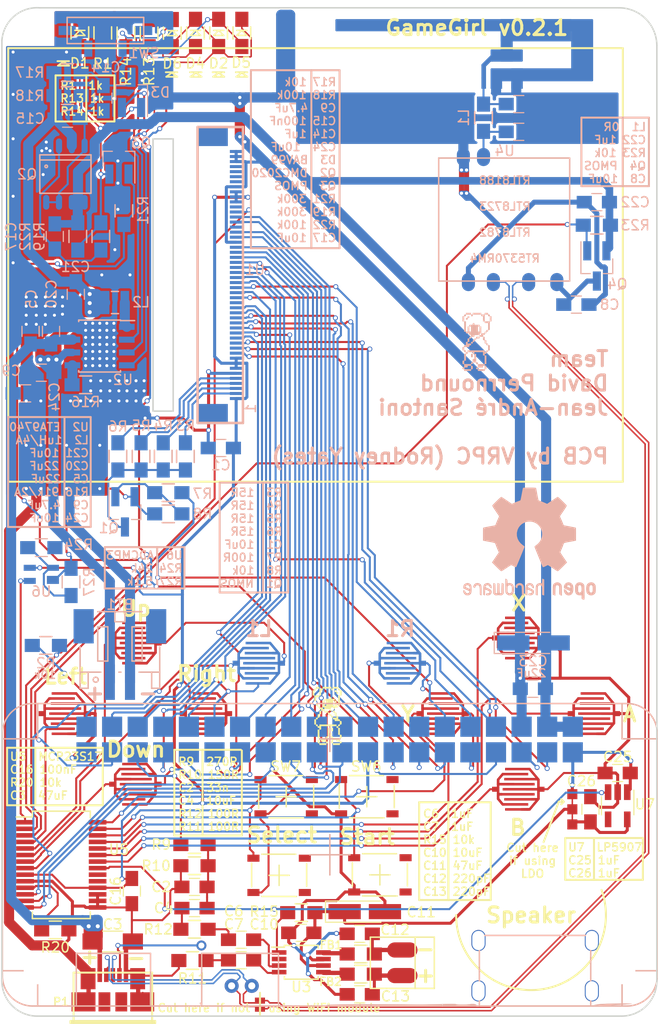
<source format=kicad_pcb>
(kicad_pcb (version 4) (host pcbnew 4.0.5)
  (title_block (title GameGirl) (rev v0.2.1) (comment 1 "VRPC (Rodney Yates)"))
  (layers (0 F.Cu signal) (31 B.Cu signal) (34 B.Paste user hide) (35 F.Paste user hide) (36 B.SilkS user) (37 F.SilkS user) (38 B.Mask user hide) (39 F.Mask user hide) (44 Edge.Cuts user))
  (net 0 "")
  (net 1 GND)
  (net 2 "Net-(D1-Pad1)")
  (net 3 +3V3)
  (net 4 /BLU3)
  (net 5 /BLU4)
  (net 6 /BLU5)
  (net 7 /BLU6)
  (net 8 /BLU7)
  (net 9 /BL)
  (net 10 /CLOCK)
  (net 11 /DEN)
  (net 12 /AUDIO)
  (net 13 "Net-(C2-Pad1)")
  (net 14 /VSYNC)
  (net 15 /HSYNC)
  (net 16 /GRE4)
  (net 17 /GRE5)
  (net 18 /GRE7)
  (net 19 /RST)
  (net 20 /RED5)
  (net 21 /RED6)
  (net 22 /RED7)
  (net 23 /MISO)
  (net 24 /GRE2)
  (net 25 /GRE3)
  (net 26 /GRE6)
  (net 27 /RED3)
  (net 28 /RED4)
  (net 29 VBAT)
  (net 30 /LED4)
  (net 31 /LED3)
  (net 32 /LED2)
  (net 33 /LED1)
  (net 34 "Net-(C4-Pad1)")
  (net 35 "Net-(FB1-Pad1)")
  (net 36 "Net-(FB2-Pad1)")
  (net 37 "Net-(Q1-Pad1)")
  (net 38 "Net-(Q1-Pad3)")
  (net 39 VUSB)
  (net 40 "Net-(C13-Pad2)")
  (net 41 /MOSI)
  (net 42 /SCK)
  (net 43 /DC)
  (net 44 /AMP_SD)
  (net 45 /DIR_L)
  (net 46 /DIR_U)
  (net 47 /DIR_D)
  (net 48 /TGR_L1)
  (net 49 /BTN_STA)
  (net 50 /BTN_SEL)
  (net 51 /TGR_R1)
  (net 52 /BTN_X)
  (net 53 /BTN_B)
  (net 54 /BTN_A)
  (net 55 /BTN_Y)
  (net 56 "Net-(AE1-Pad1)")
  (net 57 "Net-(C6-Pad1)")
  (net 58 "Net-(C6-Pad2)")
  (net 59 "Net-(C7-Pad1)")
  (net 60 "Net-(C7-Pad2)")
  (net 61 "Net-(C12-Pad2)")
  (net 62 "Net-(C14-Pad1)")
  (net 63 SW)
  (net 64 VBUS)
  (net 65 "Net-(C17-Pad2)")
  (net 66 "Net-(C18-Pad2)")
  (net 67 "Net-(D2-Pad1)")
  (net 68 "Net-(D3-Pad1)")
  (net 69 /SS1)
  (net 70 "Net-(R13-Pad2)")
  (net 71 "Net-(R16-Pad1)")
  (net 72 "Net-(R20-Pad2)")
  (net 73 /USB_D-)
  (net 74 /USB_D+)
  (net 75 /DIR_R)
  (net 76 "Net-(D2-Pad2)")
  (net 77 "Net-(D4-Pad2)")
  (net 78 "Net-(L2-Pad1)")
  (net 79 "Net-(R14-Pad2)")
  (net 80 /WiFi_EN)
  (net 81 "Net-(C8-Pad2)")
  (net 82 VAMP)
  (net 83 "Net-(C26-Pad1)")
  (net 84 /USB_ID)
  (net 85 "Net-(R24-Pad2)")
  (net 86 /WiFi_D-)
  (net 87 /WiFi_D+)
  (net 88 /LBO)
  (net 89 /SHDN)
  (net 90 /KILL)
  (module gamegirl-v02:VIA-0.6mm (layer F.Cu) (at 83.909155 69.458315)
    (fp_text reference REF** hide)
    (fp_text value VIA-0.6mm hide)
    (pad 1 thru_hole circle (at 0 0) (size 0.6 0.6) (drill 0.3) (layers *.Cu) (net 1 GND))
  )
  (module gamegirl-v02:VIA-0.6mm (layer F.Cu) (at 83.909155 68.778315)
    (fp_text reference REF** hide)
    (fp_text value VIA-0.6mm hide)
    (pad 1 thru_hole circle (at 0 0) (size 0.6 0.6) (drill 0.3) (layers *.Cu) (net 1 GND))
  )
  (module gamegirl-v02:VIA-0.6mm (layer F.Cu) (at 74.399155 76.198315)
    (fp_text reference REF** hide)
    (fp_text value VIA-0.6mm hide)
    (pad 1 thru_hole circle (at 0 0) (size 0.6 0.6) (drill 0.3) (layers *.Cu) (net 1 GND))
  )
  (module gamegirl-v02:VIA-0.6mm (layer F.Cu) (at 74.759155 76.438315)
    (fp_text reference REF** hide)
    (fp_text value VIA-0.6mm hide)
    (pad 1 thru_hole circle (at 0 0) (size 0.6 0.6) (drill 0.3) (layers *.Cu) (net 1 GND))
  )
  (module gamegirl-v02:VIA-0.6mm (layer F.Cu) (at 73.949155 76.438315)
    (fp_text reference REF** hide)
    (fp_text value VIA-0.6mm hide)
    (pad 1 thru_hole circle (at 0 0) (size 0.6 0.6) (drill 0.3) (layers *.Cu) (net 1 GND))
  )
  (module gamegirl-v02:VIA-0.6mm (layer F.Cu) (at 74.389155 75.578315)
    (fp_text reference REF** hide)
    (fp_text value VIA-0.6mm hide)
    (pad 1 thru_hole circle (at 0 0) (size 0.6 0.6) (drill 0.3) (layers *.Cu) (net 1 GND))
  )
  (module gamegirl-v02:VIA-0.6mm (layer F.Cu) (at 74.079155 78.798315)
    (fp_text reference REF** hide)
    (fp_text value VIA-0.6mm hide)
    (pad 1 thru_hole circle (at 0 0) (size 0.6 0.6) (drill 0.3) (layers *.Cu) (net 1 GND))
  )
  (module gamegirl-v02:JSX_Series_minature_switch (layer B.Cu) (at 80.26 64.51)
    (fp_text reference SW1 (at 3.839155 2.238315) (layer B.SilkS) (effects (justify mirror)))
    (fp_text value JSX08001SAQNL)
    (pad "" smd rect (at 3.8 0) (size 1.7 0.9) (layers B.Cu B.Paste B.Mask))
    (pad "" smd rect (at -3.8 0) (size 1.7 0.9) (layers B.Cu B.Paste B.Mask))
    (pad 3 smd rect (at 1.7 1.8) (size 0.8 1.6) (layers B.Cu B.Paste B.Mask) (net 63 SW))
    (pad 2 smd rect (at 0 1.8) (size 1.2 1.6) (layers B.Cu B.Paste B.Mask) (net 1 GND))
    (pad 1 smd rect (at -1.7 1.8) (size 0.8 1.6) (layers B.Cu B.Paste B.Mask))
  )
  (module Mounting_Holes:MountingHole_2.7mm_M2.5_ISO7380 (layer F.Cu) (at 131.5 157.75)
    (fp_text reference REF** hide)
    (fp_text value MountingHole_2.7mm_M2.5_ISO7380)
    (pad 1 np_thru_hole circle (at 0 0) (size 2.7 2.7) (drill 2.7) (layers *.Cu *.Mask))
  )
  (module gamegirl-v02:raspberry-zero (layer B.Cu) (at 103.785 146.26 180)
    (fp_text reference P2 hide)
    (fp_text value PI-ZERO hide)
    (pad 2 smd rect (at -22.86 12.7 180) (size 2 2) (layers B.Cu B.Paste B.Mask) (net 64 VBUS))
    (pad 1 smd rect (at -22.86 10.16 180) (size 2 2) (layers B.Cu B.Paste B.Mask) (net 3 +3V3))
    (pad 3 smd rect (at -20.32 10.16 180) (size 2 2) (layers B.Cu B.Paste B.Mask) (net 14 /VSYNC))
    (pad 5 smd rect (at -17.78 10.16 180) (size 2 2) (layers B.Cu B.Paste B.Mask) (net 15 /HSYNC))
    (pad 7 smd rect (at -15.24 10.16 180) (size 2 2) (layers B.Cu B.Paste B.Mask) (net 4 /BLU3))
    (pad 9 smd rect (at -12.7 10.16 180) (size 2 2) (layers B.Cu B.Paste B.Mask) (net 1 GND))
    (pad 11 smd rect (at -10.16 10.16 180) (size 2 2) (layers B.Cu B.Paste B.Mask) (net 18 /GRE7))
    (pad 13 smd rect (at -7.62 10.16 180) (size 2 2) (layers B.Cu B.Paste B.Mask) (net 19 /RST))
    (pad 15 smd rect (at -5.08 10.16 180) (size 2 2) (layers B.Cu B.Paste B.Mask) (net 20 /RED5))
    (pad 17 smd rect (at -2.54 10.16 180) (size 2 2) (layers B.Cu B.Paste B.Mask) (net 3 +3V3))
    (pad 19 smd rect (at 0 10.16 180) (size 2 2) (layers B.Cu B.Paste B.Mask) (net 41 /MOSI))
    (pad 21 smd rect (at 2.54 10.16 180) (size 2 2) (layers B.Cu B.Paste B.Mask) (net 23 /MISO))
    (pad 23 smd rect (at 5.08 10.16 180) (size 2 2) (layers B.Cu B.Paste B.Mask) (net 42 /SCK))
    (pad 25 smd rect (at 7.62 10.16 180) (size 2 2) (layers B.Cu B.Paste B.Mask) (net 1 GND))
    (pad 27 smd rect (at 10.16 10.16 180) (size 2 2) (layers B.Cu B.Paste B.Mask) (net 10 /CLOCK))
    (pad 29 smd rect (at 12.7 10.16 180) (size 2 2) (layers B.Cu B.Paste B.Mask) (net 5 /BLU4))
    (pad 31 smd rect (at 15.24 10.16 180) (size 2 2) (layers B.Cu B.Paste B.Mask) (net 6 /BLU5))
    (pad 33 smd rect (at 17.78 10.16 180) (size 2 2) (layers B.Cu B.Paste B.Mask) (net 25 /GRE3))
    (pad 35 smd rect (at 20.32 10.16 180) (size 2 2) (layers B.Cu B.Paste B.Mask) (net 12 /AUDIO))
    (pad 37 smd rect (at 22.86 10.16 180) (size 2 2) (layers B.Cu B.Paste B.Mask) (net 90 /KILL))
    (pad 39 smd rect (at 25.4 10.16 180) (size 2 2) (layers B.Cu B.Paste B.Mask) (net 1 GND))
    (pad 4 smd rect (at -20.32 12.7 180) (size 2 2) (layers B.Cu B.Paste B.Mask) (net 64 VBUS))
    (pad 6 smd rect (at -17.78 12.7 180) (size 2 2) (layers B.Cu B.Paste B.Mask) (net 1 GND))
    (pad 8 smd rect (at -15.24 12.7 180) (size 2 2) (layers B.Cu B.Paste B.Mask) (net 16 /GRE4))
    (pad 10 smd rect (at -12.7 12.7 180) (size 2 2) (layers B.Cu B.Paste B.Mask) (net 17 /GRE5))
    (pad 12 smd rect (at -10.16 12.7 180) (size 2 2) (layers B.Cu B.Paste B.Mask) (net 9 /BL))
    (pad 14 smd rect (at -7.62 12.7 180) (size 2 2) (layers B.Cu B.Paste B.Mask))
    (pad 16 smd rect (at -5.08 12.7 180) (size 2 2) (layers B.Cu B.Paste B.Mask) (net 21 /RED6))
    (pad 18 smd rect (at -2.54 12.7 180) (size 2 2) (layers B.Cu B.Paste B.Mask) (net 22 /RED7))
    (pad 20 smd rect (at 0 12.7 180) (size 2 2) (layers B.Cu B.Paste B.Mask))
    (pad 22 smd rect (at 2.54 12.7 180) (size 2 2) (layers B.Cu B.Paste B.Mask) (net 43 /DC))
    (pad 24 smd rect (at 5.08 12.7 180) (size 2 2) (layers B.Cu B.Paste B.Mask) (net 8 /BLU7))
    (pad 26 smd rect (at 7.62 12.7 180) (size 2 2) (layers B.Cu B.Paste B.Mask) (net 7 /BLU6))
    (pad 28 smd rect (at 10.16 12.7 180) (size 2 2) (layers B.Cu B.Paste B.Mask) (net 11 /DEN))
    (pad 30 smd rect (at 12.7 12.7 180) (size 2 2) (layers B.Cu B.Paste B.Mask) (net 1 GND))
    (pad 32 smd rect (at 15.24 12.7 180) (size 2 2) (layers B.Cu B.Paste B.Mask) (net 24 /GRE2))
    (pad 36 smd rect (at 20.32 12.7 180) (size 2 2) (layers B.Cu B.Paste B.Mask) (net 26 /GRE6))
    (pad 34 smd rect (at 17.78 12.7 180) (size 2 2) (layers B.Cu B.Paste B.Mask) (net 1 GND))
    (pad 38 smd rect (at 22.86 12.7 180) (size 2 2) (layers B.Cu B.Paste B.Mask) (net 27 /RED3))
    (pad 40 smd rect (at 25.4 12.7 180) (size 2 2) (layers B.Cu B.Paste B.Mask) (net 28 /RED4))
    (pad 41 thru_hole circle (at 11 -13 180) (size 1.4 1.4) (drill 0.7) (layers *.Cu *.Mask) (net 73 /USB_D-))
    (pad 42 thru_hole circle (at 9 -13 180) (size 1.4 1.4) (drill 0.7) (layers *.Cu *.Mask) (net 74 /USB_D+))
    (pad "" np_thru_hole oval (at -13.5 -8.5 180) (size 1.4 2.1) (drill oval 1.2 1.9) (layers *.Cu *.Mask))
    (pad "" np_thru_hole oval (at -13.5 -13.5 180) (size 1.4 2.1) (drill oval 1.2 1.9) (layers *.Cu *.Mask))
    (pad "" np_thru_hole oval (at -24.75 -13.5 180) (size 1.4 2.1) (drill oval 1.2 1.9) (layers *.Cu *.Mask))
    (pad "" np_thru_hole oval (at -24.75 -8.5 180) (size 1.4 2.1) (drill oval 1.2 1.9) (layers *.Cu *.Mask))
    (pad 43 thru_hole circle (at 14 -9 180) (size 1 1) (drill 0.6) (layers *.Cu *.Mask) (net 84 /USB_ID))
  )
  (module gamegirl-v02:VIA-0.6mm (layer F.Cu) (at 73.849155 101.248315)
    (fp_text reference REF** hide)
    (fp_text value VIA-0.6mm hide)
    (pad 1 thru_hole circle (at 0 0) (size 0.6 0.6) (drill 0.3) (layers *.Cu) (net 1 GND))
  )
  (module gamegirl-v02:VIA-0.6mm (layer F.Cu) (at 73.849155 105.648315)
    (fp_text reference REF** hide)
    (fp_text value VIA-0.6mm hide)
    (pad 1 thru_hole circle (at 0 0) (size 0.6 0.6) (drill 0.3) (layers *.Cu) (net 1 GND))
  )
  (module gamegirl-v02:VIA-0.6mm (layer F.Cu) (at 73.849155 109.948315)
    (fp_text reference REF** hide)
    (fp_text value VIA-0.6mm hide)
    (pad 1 thru_hole circle (at 0 0) (size 0.6 0.6) (drill 0.3) (layers *.Cu) (net 1 GND))
  )
  (module gamegirl-v02:VIA-0.6mm (layer F.Cu) (at 81.199155 86.248315)
    (fp_text reference REF** hide)
    (fp_text value VIA-0.6mm hide)
    (pad 1 thru_hole circle (at 0 0) (size 0.6 0.6) (drill 0.3) (layers *.Cu) (net 1 GND))
  )
  (module gamegirl-v02:VIA-0.6mm (layer F.Cu) (at 81.499155 82.248315)
    (fp_text reference REF** hide)
    (fp_text value VIA-0.6mm hide)
    (pad 1 thru_hole circle (at 0 0) (size 0.6 0.6) (drill 0.3) (layers *.Cu) (net 1 GND))
  )
  (module gamegirl-v02:VIA-0.6mm (layer F.Cu) (at 81.499155 79.648315)
    (fp_text reference REF** hide)
    (fp_text value VIA-0.6mm hide)
    (pad 1 thru_hole circle (at 0 0) (size 0.6 0.6) (drill 0.3) (layers *.Cu) (net 1 GND))
  )
  (module gamegirl-v02:VIA-0.6mm (layer F.Cu) (at 81.499155 77.448315)
    (fp_text reference REF** hide)
    (fp_text value VIA-0.6mm hide)
    (pad 1 thru_hole circle (at 0 0) (size 0.6 0.6) (drill 0.3) (layers *.Cu) (net 1 GND))
  )
  (module gamegirl-v02:VIA-0.6mm (layer F.Cu) (at 82.699155 88.748315)
    (fp_text reference REF** hide)
    (fp_text value VIA-0.6mm hide)
    (pad 1 thru_hole circle (at 0 0) (size 0.6 0.6) (drill 0.3) (layers *.Cu) (net 1 GND))
  )
  (module gamegirl-v02:VIA-0.6mm (layer F.Cu) (at 79.899155 88.748315)
    (fp_text reference REF** hide)
    (fp_text value VIA-0.6mm hide)
    (pad 1 thru_hole circle (at 0 0) (size 0.6 0.6) (drill 0.3) (layers *.Cu) (net 1 GND))
  )
  (module gamegirl-v02:RTL8188_WiFi_USB_module (layer B.Cu) (at 119.835 83.26 90)
    (fp_text reference U4 (at 6.806 0.053 180) (layer B.SilkS) (effects (justify mirror)))
    (fp_text value RTL8188)
    (pad 1 smd oval (at -6.2 5.23 90) (size 1.8 1.3) (layers B.Cu B.Paste B.Mask) (net 81 "Net-(C8-Pad2)"))
    (pad 2 smd oval (at -6.2 2.43 90) (size 1.8 1.3) (layers B.Cu B.Paste B.Mask) (net 86 /WiFi_D-))
    (pad 3 smd oval (at -6.2 -1.07 90) (size 1.8 1.3) (layers B.Cu B.Paste B.Mask) (net 87 /WiFi_D+))
    (pad 4 smd oval (at -6.2 -3.55 90) (size 1.8 1.3) (layers B.Cu B.Paste B.Mask) (net 1 GND))
    (pad 5 smd oval (at 6.2 -4.05 90) (size 1.8 1.3) (layers B.Cu B.Paste B.Mask) (net 1 GND))
    (pad 6 smd oval (at 6.2 -2.05 90) (size 1.8 1.3) (layers B.Cu B.Paste B.Mask) (net 66 "Net-(C18-Pad2)"))
  )
  (module gamegirl-v02:VIA-0.6mm (layer F.Cu) (at 84.199155 102.948315)
    (fp_text reference REF** hide)
    (fp_text value VIA-0.6mm hide)
    (pad 1 thru_hole circle (at 0 0) (size 0.6 0.6) (drill 0.3) (layers *.Cu) (net 1 GND))
  )
  (module gamegirl-v02:VIA-0.6mm (layer F.Cu) (at 79.699155 105.648315)
    (fp_text reference REF** hide)
    (fp_text value VIA-0.6mm hide)
    (pad 1 thru_hole circle (at 0 0) (size 0.6 0.6) (drill 0.3) (layers *.Cu) (net 1 GND))
  )
  (module gamegirl-v02:VIA-0.6mm (layer F.Cu) (at 76.399155 105.648315)
    (fp_text reference REF** hide)
    (fp_text value VIA-0.6mm hide)
    (pad 1 thru_hole circle (at 0 0) (size 0.6 0.6) (drill 0.3) (layers *.Cu) (net 1 GND))
  )
  (module gamegirl-v02:VIA-0.6mm (layer F.Cu) (at 76.399155 109.948315)
    (fp_text reference REF** hide)
    (fp_text value VIA-0.6mm hide)
    (pad 1 thru_hole circle (at 0 0) (size 0.6 0.6) (drill 0.3) (layers *.Cu) (net 1 GND))
  )
  (module gamegirl-v02:VIA-0.6mm (layer F.Cu) (at 72.399155 105.648315)
    (fp_text reference REF** hide)
    (fp_text value VIA-0.6mm hide)
    (pad 1 thru_hole circle (at 0 0) (size 0.6 0.6) (drill 0.3) (layers *.Cu) (net 1 GND))
  )
  (module gamegirl-v02:VIA-0.6mm (layer F.Cu) (at 74.299155 93.648315)
    (fp_text reference REF** hide)
    (fp_text value VIA-0.6mm hide)
    (pad 1 thru_hole circle (at 0 0) (size 0.6 0.6) (drill 0.3) (layers *.Cu) (net 1 GND))
  )
  (module gamegirl-v02:VIA-0.6mm (layer F.Cu) (at 73.399155 93.648315)
    (fp_text reference REF** hide)
    (fp_text value VIA-0.6mm hide)
    (pad 1 thru_hole circle (at 0 0) (size 0.6 0.6) (drill 0.3) (layers *.Cu) (net 1 GND))
  )
  (module gamegirl-v02:VIA-0.6mm (layer F.Cu) (at 72.399155 93.648315)
    (fp_text reference REF** hide)
    (fp_text value VIA-0.6mm hide)
    (pad 1 thru_hole circle (at 0 0) (size 0.6 0.6) (drill 0.3) (layers *.Cu) (net 1 GND))
  )
  (module gamegirl-v02:VIA-0.6mm (layer F.Cu) (at 75.999155 92.648315)
    (fp_text reference REF** hide)
    (fp_text value VIA-0.6mm hide)
    (pad 1 thru_hole circle (at 0 0) (size 0.6 0.6) (drill 0.3) (layers *.Cu) (net 1 GND))
  )
  (module gamegirl-v02:VIA-0.6mm (layer F.Cu) (at 75.199155 92.748315)
    (fp_text reference REF** hide)
    (fp_text value VIA-0.6mm hide)
    (pad 1 thru_hole circle (at 0 0) (size 0.6 0.6) (drill 0.3) (layers *.Cu) (net 1 GND))
  )
  (module gamegirl-v02:VIA-0.6mm (layer F.Cu) (at 74.299155 92.748315)
    (fp_text reference REF** hide)
    (fp_text value VIA-0.6mm hide)
    (pad 1 thru_hole circle (at 0 0) (size 0.6 0.6) (drill 0.3) (layers *.Cu) (net 1 GND))
  )
  (module gamegirl-v02:VIA-0.6mm (layer F.Cu) (at 73.399155 92.748315)
    (fp_text reference REF** hide)
    (fp_text value VIA-0.6mm hide)
    (pad 1 thru_hole circle (at 0 0) (size 0.6 0.6) (drill 0.3) (layers *.Cu) (net 1 GND))
  )
  (module gamegirl-v02:VIA-0.6mm (layer F.Cu) (at 72.399155 92.748315)
    (fp_text reference REF** hide)
    (fp_text value VIA-0.6mm hide)
    (pad 1 thru_hole circle (at 0 0) (size 0.6 0.6) (drill 0.3) (layers *.Cu) (net 1 GND))
  )
  (module gamegirl-v02:VIA-0.6mm (layer F.Cu) (at 78.799155 100.248315)
    (fp_text reference REF** hide)
    (fp_text value VIA-0.6mm hide)
    (pad 1 thru_hole circle (at 0 0) (size 0.6 0.6) (drill 0.3) (layers *.Cu) (net 1 GND))
  )
  (module gamegirl-v02:VIA-0.6mm (layer F.Cu) (at 78.799155 99.248315)
    (fp_text reference REF** hide)
    (fp_text value VIA-0.6mm hide)
    (pad 1 thru_hole circle (at 0 0) (size 0.6 0.6) (drill 0.3) (layers *.Cu) (net 1 GND))
  )
  (module gamegirl-v02:VIA-0.6mm (layer F.Cu) (at 79.799155 99.248315)
    (fp_text reference REF** hide)
    (fp_text value VIA-0.6mm hide)
    (pad 1 thru_hole circle (at 0 0) (size 0.6 0.6) (drill 0.3) (layers *.Cu) (net 1 GND))
  )
  (module gamegirl-v02:VIA-0.6mm (layer F.Cu) (at 79.799155 100.248315)
    (fp_text reference REF** hide)
    (fp_text value VIA-0.6mm hide)
    (pad 1 thru_hole circle (at 0 0) (size 0.6 0.6) (drill 0.3) (layers *.Cu) (net 1 GND))
  )
  (module gamegirl-v02:VIA-0.6mm (layer F.Cu) (at 80.699155 100.248315)
    (fp_text reference REF** hide)
    (fp_text value VIA-0.6mm hide)
    (pad 1 thru_hole circle (at 0 0) (size 0.6 0.6) (drill 0.3) (layers *.Cu) (net 1 GND))
  )
  (module gamegirl-v02:VIA-0.6mm (layer F.Cu) (at 80.699155 99.248315)
    (fp_text reference REF** hide)
    (fp_text value VIA-0.6mm hide)
    (pad 1 thru_hole circle (at 0 0) (size 0.6 0.6) (drill 0.3) (layers *.Cu) (net 1 GND))
  )
  (module Capacitors_SMD:C_0805_HandSoldering (layer F.Cu) (at 89.099155 151.548315)
    (fp_text reference C4 (at -3.048 0 180) (layer F.SilkS))
    (fp_text value 10uF)
    (pad 1 smd rect (at -1.25 0) (size 1.5 1.25) (layers F.Cu F.Paste F.Mask) (net 34 "Net-(C4-Pad1)"))
    (pad 2 smd rect (at 1.25 0) (size 1.5 1.25) (layers F.Cu F.Paste F.Mask) (net 13 "Net-(C2-Pad1)"))
  )
  (module Housings_SSOP:MSOP-8_3x3mm_Pitch0.65mm (layer F.Cu) (at 99.699155 156.923315)
    (fp_text reference U3 (at 0 2.448315) (layer F.SilkS))
    (fp_text value PAM8302A)
    (pad 1 smd rect (at -2.2 -0.975) (size 1.45 0.45) (layers F.Cu F.Paste F.Mask) (net 44 /AMP_SD))
    (pad 2 smd rect (at -2.2 -0.325) (size 1.45 0.45) (layers F.Cu F.Paste F.Mask))
    (pad 3 smd rect (at -2.2 0.325) (size 1.45 0.45) (layers F.Cu F.Paste F.Mask) (net 57 "Net-(C6-Pad1)"))
    (pad 4 smd rect (at -2.2 0.975) (size 1.45 0.45) (layers F.Cu F.Paste F.Mask) (net 59 "Net-(C7-Pad1)"))
    (pad 5 smd rect (at 2.2 0.975) (size 1.45 0.45) (layers F.Cu F.Paste F.Mask) (net 36 "Net-(FB2-Pad1)"))
    (pad 6 smd rect (at 2.2 0.325) (size 1.45 0.45) (layers F.Cu F.Paste F.Mask) (net 82 VAMP))
    (pad 7 smd rect (at 2.2 -0.325) (size 1.45 0.45) (layers F.Cu F.Paste F.Mask) (net 1 GND))
    (pad 8 smd rect (at 2.2 -0.975) (size 1.45 0.45) (layers F.Cu F.Paste F.Mask) (net 35 "Net-(FB1-Pad1)"))
  )
  (module Power_Integrations:SO-8 (layer B.Cu) (at 76.289155 78.748315)
    (fp_text reference Q2 (at -3.812144 0.01745 180) (layer B.SilkS) (effects (justify mirror)))
    (fp_text value DMC2020)
    (pad 1 smd oval (at -1.905 -2.794) (size 0.6096 1.4732) (layers B.Cu B.Paste B.Mask) (net 1 GND))
    (pad 2 smd oval (at -0.635 -2.794) (size 0.6096 1.4732) (layers B.Cu B.Paste B.Mask) (net 65 "Net-(C17-Pad2)"))
    (pad 3 smd oval (at 0.635 -2.794) (size 0.6096 1.4732) (layers B.Cu B.Paste B.Mask) (net 29 VBAT))
    (pad 4 smd oval (at 1.905 -2.794) (size 0.6096 1.4732) (layers B.Cu B.Paste B.Mask) (net 62 "Net-(C14-Pad1)"))
    (pad 5 smd oval (at 1.905 2.794) (size 0.6096 1.4732) (layers B.Cu B.Paste B.Mask) (net 64 VBUS))
    (pad 6 smd oval (at 0.635 2.794) (size 0.6096 1.4732) (layers B.Cu B.Paste B.Mask) (net 64 VBUS))
    (pad 7 smd oval (at -0.635 2.794) (size 0.6096 1.4732) (layers B.Cu B.Paste B.Mask) (net 62 "Net-(C14-Pad1)"))
    (pad 8 smd oval (at -1.905 2.794) (size 0.6096 1.4732) (layers B.Cu B.Paste B.Mask) (net 62 "Net-(C14-Pad1)"))
  )
  (module gamegirl-v02:VIA-0.6mm (layer F.Cu) (at 81.099155 71.248315)
    (fp_text reference REF** hide)
    (fp_text value VIA-0.6mm hide)
    (pad 1 thru_hole circle (at 0 0) (size 0.6 0.6) (drill 0.3) (layers *.Cu) (net 1 GND))
  )
  (module gamegirl-v02:VIA-0.6mm (layer F.Cu) (at 79.299155 71.248315)
    (fp_text reference REF** hide)
    (fp_text value VIA-0.6mm hide)
    (pad 1 thru_hole circle (at 0 0) (size 0.6 0.6) (drill 0.3) (layers *.Cu) (net 1 GND))
  )
  (module gamegirl-v02:VIA-0.6mm (layer F.Cu) (at 76.399155 66.648315)
    (fp_text reference REF** hide)
    (fp_text value VIA-0.6mm hide)
    (pad 1 thru_hole circle (at 0 0) (size 0.6 0.6) (drill 0.3) (layers *.Cu) (net 1 GND))
  )
  (module gamegirl-v02:VIA-0.6mm (layer F.Cu) (at 71.099155 66.648315)
    (fp_text reference REF** hide)
    (fp_text value VIA-0.6mm hide)
    (pad 1 thru_hole circle (at 0 0) (size 0.6 0.6) (drill 0.3) (layers *.Cu) (net 1 GND))
  )
  (module gamegirl-v02:VIA-0.6mm (layer F.Cu) (at 71.099155 70.848315)
    (fp_text reference REF** hide)
    (fp_text value VIA-0.6mm hide)
    (pad 1 thru_hole circle (at 0 0) (size 0.6 0.6) (drill 0.3) (layers *.Cu) (net 1 GND))
  )
  (module gamegirl-v02:VIA-0.6mm (layer F.Cu) (at 71.099155 75.248315)
    (fp_text reference REF** hide)
    (fp_text value VIA-0.6mm hide)
    (pad 1 thru_hole circle (at 0 0) (size 0.6 0.6) (drill 0.3) (layers *.Cu) (net 1 GND))
  )
  (module gamegirl-v02:VIA-0.6mm (layer F.Cu) (at 71.099155 80.948315)
    (fp_text reference REF** hide)
    (fp_text value VIA-0.6mm hide)
    (pad 1 thru_hole circle (at 0 0) (size 0.6 0.6) (drill 0.3) (layers *.Cu) (net 1 GND))
  )
  (module gamegirl-v02:VIA-0.6mm (layer F.Cu) (at 71.099155 87.548315)
    (fp_text reference REF** hide)
    (fp_text value VIA-0.6mm hide)
    (pad 1 thru_hole circle (at 0 0) (size 0.6 0.6) (drill 0.3) (layers *.Cu) (net 1 GND))
  )
  (module gamegirl-v02:VIA-0.6mm (layer F.Cu) (at 72.399155 101.248315)
    (fp_text reference REF** hide)
    (fp_text value VIA-0.6mm hide)
    (pad 1 thru_hole circle (at 0 0) (size 0.6 0.6) (drill 0.3) (layers *.Cu) (net 1 GND))
  )
  (module gamegirl-v02:VIA-0.6mm (layer F.Cu) (at 72.399155 109.948315)
    (fp_text reference REF** hide)
    (fp_text value VIA-0.6mm hide)
    (pad 1 thru_hole circle (at 0 0) (size 0.6 0.6) (drill 0.3) (layers *.Cu) (net 1 GND))
  )
  (module gamegirl-v02:VIA-0.6mm (layer F.Cu) (at 84.099155 100.248315)
    (fp_text reference REF** hide)
    (fp_text value VIA-0.6mm hide)
    (pad 1 thru_hole circle (at 0 0) (size 0.6 0.6) (drill 0.3) (layers *.Cu) (net 1 GND))
  )
  (module gamegirl-v02:VIA-0.6mm (layer F.Cu) (at 84.099155 99.248315)
    (fp_text reference REF** hide)
    (fp_text value VIA-0.6mm hide)
    (pad 1 thru_hole circle (at 0 0) (size 0.6 0.6) (drill 0.3) (layers *.Cu) (net 1 GND))
  )
  (module gamegirl-v02:VIA-0.6mm (layer F.Cu) (at 83.299155 100.248315)
    (fp_text reference REF** hide)
    (fp_text value VIA-0.6mm hide)
    (pad 1 thru_hole circle (at 0 0) (size 0.6 0.6) (drill 0.3) (layers *.Cu) (net 1 GND))
  )
  (module gamegirl-v02:VIA-0.6mm (layer F.Cu) (at 83.299155 99.248315)
    (fp_text reference REF** hide)
    (fp_text value VIA-0.6mm hide)
    (pad 1 thru_hole circle (at 0 0) (size 0.6 0.6) (drill 0.3) (layers *.Cu) (net 1 GND))
  )
  (module gamegirl-v02:VIA-0.6mm (layer F.Cu) (at 75.999155 90.948315)
    (fp_text reference REF** hide)
    (fp_text value VIA-0.6mm hide)
    (pad 1 thru_hole circle (at 0 0) (size 0.6 0.6) (drill 0.3) (layers *.Cu) (net 1 GND))
  )
  (module gamegirl-v02:VIA-0.6mm (layer F.Cu) (at 75.199155 90.948315)
    (fp_text reference REF** hide)
    (fp_text value VIA-0.6mm hide)
    (pad 1 thru_hole circle (at 0 0) (size 0.6 0.6) (drill 0.3) (layers *.Cu) (net 1 GND))
  )
  (module gamegirl-v02:VIA-0.6mm (layer F.Cu) (at 74.299155 90.948315)
    (fp_text reference REF** hide)
    (fp_text value VIA-0.6mm hide)
    (pad 1 thru_hole circle (at 0 0) (size 0.6 0.6) (drill 0.3) (layers *.Cu) (net 1 GND))
  )
  (module gamegirl-v02:VIA-0.6mm (layer F.Cu) (at 73.399155 90.948315)
    (fp_text reference REF** hide)
    (fp_text value VIA-0.6mm hide)
    (pad 1 thru_hole circle (at 0 0) (size 0.6 0.6) (drill 0.3) (layers *.Cu) (net 1 GND))
  )
  (module gamegirl-v02:VIA-0.6mm (layer F.Cu) (at 72.399155 90.948315)
    (fp_text reference REF** hide)
    (fp_text value VIA-0.6mm hide)
    (pad 1 thru_hole circle (at 0 0) (size 0.6 0.6) (drill 0.3) (layers *.Cu) (net 1 GND))
  )
  (module gamegirl-v02:VIA-0.6mm (layer F.Cu) (at 72.399155 91.848315)
    (fp_text reference REF** hide)
    (fp_text value VIA-0.6mm hide)
    (pad 1 thru_hole circle (at 0 0) (size 0.6 0.6) (drill 0.3) (layers *.Cu) (net 1 GND))
  )
  (module gamegirl-v02:VIA-0.6mm (layer F.Cu) (at 73.399155 91.848315)
    (fp_text reference REF** hide)
    (fp_text value VIA-0.6mm hide)
    (pad 1 thru_hole circle (at 0 0) (size 0.6 0.6) (drill 0.3) (layers *.Cu) (net 1 GND))
  )
  (module gamegirl-v02:VIA-0.6mm (layer F.Cu) (at 74.299155 91.848315)
    (fp_text reference REF** hide)
    (fp_text value VIA-0.6mm hide)
    (pad 1 thru_hole circle (at 0 0) (size 0.6 0.6) (drill 0.3) (layers *.Cu) (net 1 GND))
  )
  (module gamegirl-v02:VIA-0.6mm (layer F.Cu) (at 75.199155 91.848315)
    (fp_text reference REF** hide)
    (fp_text value VIA-0.6mm hide)
    (pad 1 thru_hole circle (at 0 0) (size 0.6 0.6) (drill 0.3) (layers *.Cu) (net 1 GND))
  )
  (module gamegirl-v02:VIA-0.6mm (layer F.Cu) (at 75.999155 91.848315)
    (fp_text reference REF** hide)
    (fp_text value VIA-0.6mm hide)
    (pad 1 thru_hole circle (at 0 0) (size 0.6 0.6) (drill 0.3) (layers *.Cu) (net 1 GND))
  )
  (module gamegirl-v02:VIA-0.6mm (layer F.Cu) (at 83.299155 101.248315)
    (fp_text reference REF** hide)
    (fp_text value VIA-0.6mm hide)
    (pad 1 thru_hole circle (at 0 0) (size 0.6 0.6) (drill 0.3) (layers *.Cu) (net 1 GND))
  )
  (module gamegirl-v02:VIA-0.6mm (layer F.Cu) (at 82.399155 101.248315)
    (fp_text reference REF** hide)
    (fp_text value VIA-0.6mm hide)
    (pad 1 thru_hole circle (at 0 0) (size 0.6 0.6) (drill 0.3) (layers *.Cu) (net 1 GND))
  )
  (module gamegirl-v02:VIA-0.6mm (layer F.Cu) (at 81.599155 101.248315)
    (fp_text reference REF** hide)
    (fp_text value VIA-0.6mm hide)
    (pad 1 thru_hole circle (at 0 0) (size 0.6 0.6) (drill 0.3) (layers *.Cu) (net 1 GND))
  )
  (module gamegirl-v02:VIA-0.6mm (layer F.Cu) (at 80.699155 101.248315)
    (fp_text reference REF** hide)
    (fp_text value VIA-0.6mm hide)
    (pad 1 thru_hole circle (at 0 0) (size 0.6 0.6) (drill 0.3) (layers *.Cu) (net 1 GND))
  )
  (module gamegirl-v02:VIA-0.6mm (layer F.Cu) (at 76.799155 101.248315)
    (fp_text reference REF** hide)
    (fp_text value VIA-0.6mm hide)
    (pad 1 thru_hole circle (at 0 0) (size 0.6 0.6) (drill 0.3) (layers *.Cu) (net 1 GND))
  )
  (module gamegirl-v02:VIA-0.6mm (layer F.Cu) (at 77.799155 101.248315)
    (fp_text reference REF** hide)
    (fp_text value VIA-0.6mm hide)
    (pad 1 thru_hole circle (at 0 0) (size 0.6 0.6) (drill 0.3) (layers *.Cu) (net 1 GND))
  )
  (module gamegirl-v02:VIA-0.6mm (layer F.Cu) (at 78.799155 101.248315)
    (fp_text reference REF** hide)
    (fp_text value VIA-0.6mm hide)
    (pad 1 thru_hole circle (at 0 0) (size 0.6 0.6) (drill 0.3) (layers *.Cu) (net 1 GND))
  )
  (module gamegirl-v02:VIA-0.6mm (layer F.Cu) (at 81.099155 97.748315)
    (fp_text reference REF** hide)
    (fp_text value VIA-0.6mm hide)
    (pad 1 thru_hole circle (at 0 0) (size 0.6 0.6) (drill 0.3) (layers *.Cu) (net 1 GND))
  )
  (module gamegirl-v02:VIA-0.6mm (layer F.Cu) (at 80.399155 97.748315)
    (fp_text reference REF** hide)
    (fp_text value VIA-0.6mm hide)
    (pad 1 thru_hole circle (at 0 0) (size 0.6 0.6) (drill 0.3) (layers *.Cu) (net 1 GND))
  )
  (module gamegirl-v02:VIA-0.6mm (layer F.Cu) (at 79.699155 97.748315)
    (fp_text reference REF** hide)
    (fp_text value VIA-0.6mm hide)
    (pad 1 thru_hole circle (at 0 0) (size 0.6 0.6) (drill 0.3) (layers *.Cu) (net 1 GND))
  )
  (module gamegirl-v02:VIA-0.6mm (layer F.Cu) (at 78.999155 97.748315)
    (fp_text reference REF** hide)
    (fp_text value VIA-0.6mm hide)
    (pad 1 thru_hole circle (at 0 0) (size 0.6 0.6) (drill 0.3) (layers *.Cu) (net 1 GND))
  )
  (module gamegirl-v02:VIA-0.6mm (layer F.Cu) (at 78.299155 97.748315)
    (fp_text reference REF** hide)
    (fp_text value VIA-0.6mm hide)
    (pad 1 thru_hole circle (at 0 0) (size 0.6 0.6) (drill 0.3) (layers *.Cu) (net 1 GND))
  )
  (module gamegirl-v02:VIA-0.6mm (layer F.Cu) (at 81.099155 93.548315)
    (fp_text reference REF** hide)
    (fp_text value VIA-0.6mm hide)
    (pad 1 thru_hole circle (at 0 0) (size 0.6 0.6) (drill 0.3) (layers *.Cu) (net 1 GND))
  )
  (module gamegirl-v02:VIA-0.6mm (layer F.Cu) (at 80.399155 93.548315)
    (fp_text reference REF** hide)
    (fp_text value VIA-0.6mm hide)
    (pad 1 thru_hole circle (at 0 0) (size 0.6 0.6) (drill 0.3) (layers *.Cu) (net 1 GND))
  )
  (module gamegirl-v02:VIA-0.6mm (layer F.Cu) (at 79.699155 93.548315)
    (fp_text reference REF** hide)
    (fp_text value VIA-0.6mm hide)
    (pad 1 thru_hole circle (at 0 0) (size 0.6 0.6) (drill 0.3) (layers *.Cu) (net 1 GND))
  )
  (module gamegirl-v02:VIA-0.6mm (layer F.Cu) (at 78.999155 93.548315)
    (fp_text reference REF** hide)
    (fp_text value VIA-0.6mm hide)
    (pad 1 thru_hole circle (at 0 0) (size 0.6 0.6) (drill 0.3) (layers *.Cu) (net 1 GND))
  )
  (module gamegirl-v02:VIA-0.6mm (layer F.Cu) (at 78.299155 93.548315)
    (fp_text reference REF** hide)
    (fp_text value VIA-0.6mm hide)
    (pad 1 thru_hole circle (at 0 0) (size 0.6 0.6) (drill 0.3) (layers *.Cu) (net 1 GND))
  )
  (module gamegirl-v02:VIA-0.6mm (layer F.Cu) (at 81.099155 94.248315)
    (fp_text reference REF** hide)
    (fp_text value VIA-0.6mm hide)
    (pad 1 thru_hole circle (at 0 0) (size 0.6 0.6) (drill 0.3) (layers *.Cu) (net 1 GND))
  )
  (module gamegirl-v02:VIA-0.6mm (layer F.Cu) (at 78.299155 94.248315)
    (fp_text reference REF** hide)
    (fp_text value VIA-0.6mm hide)
    (pad 1 thru_hole circle (at 0 0) (size 0.6 0.6) (drill 0.3) (layers *.Cu) (net 1 GND))
  )
  (module gamegirl-v02:VIA-0.6mm (layer F.Cu) (at 78.999155 94.248315)
    (fp_text reference REF** hide)
    (fp_text value VIA-0.6mm hide)
    (pad 1 thru_hole circle (at 0 0) (size 0.6 0.6) (drill 0.3) (layers *.Cu) (net 1 GND))
  )
  (module gamegirl-v02:VIA-0.6mm (layer F.Cu) (at 79.699155 94.248315)
    (fp_text reference REF** hide)
    (fp_text value VIA-0.6mm hide)
    (pad 1 thru_hole circle (at 0 0) (size 0.6 0.6) (drill 0.3) (layers *.Cu) (net 1 GND))
  )
  (module gamegirl-v02:VIA-0.6mm (layer F.Cu) (at 79.699155 94.948315)
    (fp_text reference REF** hide)
    (fp_text value VIA-0.6mm hide)
    (pad 1 thru_hole circle (at 0 0) (size 0.6 0.6) (drill 0.3) (layers *.Cu) (net 1 GND))
  )
  (module gamegirl-v02:VIA-0.6mm (layer F.Cu) (at 78.999155 94.948315)
    (fp_text reference REF** hide)
    (fp_text value VIA-0.6mm hide)
    (pad 1 thru_hole circle (at 0 0) (size 0.6 0.6) (drill 0.3) (layers *.Cu) (net 1 GND))
  )
  (module gamegirl-v02:VIA-0.6mm (layer F.Cu) (at 78.299155 94.948315)
    (fp_text reference REF** hide)
    (fp_text value VIA-0.6mm hide)
    (pad 1 thru_hole circle (at 0 0) (size 0.6 0.6) (drill 0.3) (layers *.Cu) (net 1 GND))
  )
  (module gamegirl-v02:VIA-0.6mm (layer F.Cu) (at 78.299155 95.648315)
    (fp_text reference REF** hide)
    (fp_text value VIA-0.6mm hide)
    (pad 1 thru_hole circle (at 0 0) (size 0.6 0.6) (drill 0.3) (layers *.Cu) (net 1 GND))
  )
  (module gamegirl-v02:VIA-0.6mm (layer F.Cu) (at 80.399155 95.648315)
    (fp_text reference REF** hide)
    (fp_text value VIA-0.6mm hide)
    (pad 1 thru_hole circle (at 0 0) (size 0.6 0.6) (drill 0.3) (layers *.Cu) (net 1 GND))
  )
  (module gamegirl-v02:VIA-0.6mm (layer B.Cu) (at 79.699155 95.648315)
    (fp_text reference REF** hide)
    (fp_text value VIA-0.6mm hide)
    (pad 1 thru_hole circle (at 0 0) (size 0.6 0.6) (drill 0.3) (layers *.Cu) (net 1 GND))
  )
  (module gamegirl-v02:VIA-0.6mm (layer F.Cu) (at 78.999155 95.648315)
    (fp_text reference REF** hide)
    (fp_text value VIA-0.6mm hide)
    (pad 1 thru_hole circle (at 0 0) (size 0.6 0.6) (drill 0.3) (layers *.Cu) (net 1 GND))
  )
  (module Housings_SOIC:SOIC-8-1EP_3.9x4.9mm_Pitch1.27mm (layer B.Cu) (at 79.683399 95.807157 180)
    (fp_text reference U2 (at -2.315756 -3.341158 180) (layer B.SilkS) (effects (justify mirror)))
    (fp_text value ETA9740)
    (pad 1 smd rect (at -2.7 1.905 180) (size 1.55 0.6) (layers B.Cu B.Paste B.Mask) (net 78 "Net-(L2-Pad1)"))
    (pad 2 smd rect (at -2.7 0.635 180) (size 1.55 0.6) (layers B.Cu B.Paste B.Mask) (net 70 "Net-(R13-Pad2)"))
    (pad 3 smd rect (at -2.7 -0.635 180) (size 1.55 0.6) (layers B.Cu B.Paste B.Mask) (net 79 "Net-(R14-Pad2)"))
    (pad 4 smd rect (at -2.7 -1.905 180) (size 1.55 0.6) (layers B.Cu B.Paste B.Mask) (net 76 "Net-(D2-Pad2)"))
    (pad 5 smd rect (at 2.7 -1.905 180) (size 1.55 0.6) (layers B.Cu B.Paste B.Mask) (net 71 "Net-(R16-Pad1)"))
    (pad 6 smd rect (at 2.7 -0.635 180) (size 1.55 0.6) (layers B.Cu B.Paste B.Mask) (net 29 VBAT))
    (pad 7 smd rect (at 2.7 0.635 180) (size 1.55 0.6) (layers B.Cu B.Paste B.Mask) (net 39 VUSB))
    (pad 8 smd rect (at 2.7 1.905 180) (size 1.55 0.6) (layers B.Cu B.Paste B.Mask) (net 1 GND))
    (pad 9 smd rect (at 0.5875 -0.5875 180) (size 1.175 1.175) (layers *.Mask B.Cu B.Paste) (net 1 GND))
    (pad 9 smd rect (at 0.5875 0.5875 180) (size 1.175 1.175) (layers *.Mask B.Cu B.Paste) (net 1 GND))
    (pad 9 smd rect (at -0.5875 -0.5875 180) (size 1.175 1.175) (layers *.Mask B.Cu B.Paste) (net 1 GND))
    (pad 9 smd rect (at -0.5875 0.5875 180) (size 1.175 1.175) (layers *.Mask B.Cu B.Paste) (net 1 GND))
  )
  (module gamegirl-v02:VIA-0.6mm (layer F.Cu) (at 80.399155 94.248315)
    (fp_text reference REF** hide)
    (fp_text value VIA-0.6mm hide)
    (pad 1 thru_hole circle (at 0 0) (size 0.6 0.6) (drill 0.3) (layers *.Cu) (net 1 GND))
  )
  (module gamegirl-v02:VIA-0.6mm (layer F.Cu) (at 80.399155 94.948315)
    (fp_text reference REF** hide)
    (fp_text value VIA-0.6mm hide)
    (pad 1 thru_hole circle (at 0 0) (size 0.6 0.6) (drill 0.3) (layers *.Cu) (net 1 GND))
  )
  (module gamegirl-v02:VIA-0.6mm (layer F.Cu) (at 81.099155 94.948315)
    (fp_text reference REF** hide)
    (fp_text value VIA-0.6mm hide)
    (pad 1 thru_hole circle (at 0 0) (size 0.6 0.6) (drill 0.3) (layers *.Cu) (net 1 GND))
  )
  (module gamegirl-v02:VIA-0.6mm (layer F.Cu) (at 81.099155 95.648315)
    (fp_text reference REF** hide)
    (fp_text value VIA-0.6mm hide)
    (pad 1 thru_hole circle (at 0 0) (size 0.6 0.6) (drill 0.3) (layers *.Cu) (net 1 GND))
  )
  (module gamegirl-v02:VIA-0.6mm (layer F.Cu) (at 81.099155 96.348315)
    (fp_text reference REF** hide)
    (fp_text value VIA-0.6mm hide)
    (pad 1 thru_hole circle (at 0 0) (size 0.6 0.6) (drill 0.3) (layers *.Cu) (net 1 GND))
  )
  (module gamegirl-v02:VIA-0.6mm (layer F.Cu) (at 80.399155 96.348315)
    (fp_text reference REF** hide)
    (fp_text value VIA-0.6mm hide)
    (pad 1 thru_hole circle (at 0 0) (size 0.6 0.6) (drill 0.3) (layers *.Cu) (net 1 GND))
  )
  (module gamegirl-v02:VIA-0.6mm (layer F.Cu) (at 79.699155 96.348315)
    (fp_text reference REF** hide)
    (fp_text value VIA-0.6mm hide)
    (pad 1 thru_hole circle (at 0 0) (size 0.6 0.6) (drill 0.3) (layers *.Cu) (net 1 GND))
  )
  (module gamegirl-v02:VIA-0.6mm (layer F.Cu) (at 78.999155 96.348315)
    (fp_text reference REF** hide)
    (fp_text value VIA-0.6mm hide)
    (pad 1 thru_hole circle (at 0 0) (size 0.6 0.6) (drill 0.3) (layers *.Cu) (net 1 GND))
  )
  (module gamegirl-v02:VIA-0.6mm (layer F.Cu) (at 78.299155 96.348315)
    (fp_text reference REF** hide)
    (fp_text value VIA-0.6mm hide)
    (pad 1 thru_hole circle (at 0 0) (size 0.6 0.6) (drill 0.3) (layers *.Cu) (net 1 GND))
  )
  (module gamegirl-v02:VIA-0.6mm (layer F.Cu) (at 78.299155 97.048315)
    (fp_text reference REF** hide)
    (fp_text value VIA-0.6mm hide)
    (pad 1 thru_hole circle (at 0 0) (size 0.6 0.6) (drill 0.3) (layers *.Cu) (net 1 GND))
  )
  (module gamegirl-v02:VIA-0.6mm (layer F.Cu) (at 81.099155 97.048315)
    (fp_text reference REF** hide)
    (fp_text value VIA-0.6mm hide)
    (pad 1 thru_hole circle (at 0 0) (size 0.6 0.6) (drill 0.3) (layers *.Cu) (net 1 GND))
  )
  (module gamegirl-v02:VIA-0.6mm (layer F.Cu) (at 80.399155 97.048315)
    (fp_text reference REF** hide)
    (fp_text value VIA-0.6mm hide)
    (pad 1 thru_hole circle (at 0 0) (size 0.6 0.6) (drill 0.3) (layers *.Cu) (net 1 GND))
  )
  (module gamegirl-v02:VIA-0.6mm (layer F.Cu) (at 79.699155 97.048315)
    (fp_text reference REF** hide)
    (fp_text value VIA-0.6mm hide)
    (pad 1 thru_hole circle (at 0 0) (size 0.6 0.6) (drill 0.3) (layers *.Cu) (net 1 GND))
  )
  (module gamegirl-v02:VIA-0.6mm (layer F.Cu) (at 78.999155 97.048315)
    (fp_text reference REF** hide)
    (fp_text value VIA-0.6mm hide)
    (pad 1 thru_hole circle (at 0 0) (size 0.6 0.6) (drill 0.3) (layers *.Cu) (net 1 GND))
  )
  (module gamegirl-v02:VIA-0.6mm (layer F.Cu) (at 82.399155 99.248315)
    (fp_text reference REF** hide)
    (fp_text value VIA-0.6mm hide)
    (pad 1 thru_hole circle (at 0 0) (size 0.6 0.6) (drill 0.3) (layers *.Cu) (net 1 GND))
  )
  (module gamegirl-v02:VIA-0.6mm (layer F.Cu) (at 82.399155 100.248315)
    (fp_text reference REF** hide)
    (fp_text value VIA-0.6mm hide)
    (pad 1 thru_hole circle (at 0 0) (size 0.6 0.6) (drill 0.3) (layers *.Cu) (net 1 GND))
  )
  (module gamegirl-v02:VIA-0.6mm (layer F.Cu) (at 81.599155 100.248315)
    (fp_text reference REF** hide)
    (fp_text value VIA-0.6mm hide)
    (pad 1 thru_hole circle (at 0 0) (size 0.6 0.6) (drill 0.3) (layers *.Cu) (net 1 GND))
  )
  (module gamegirl-v02:VIA-0.6mm (layer F.Cu) (at 81.599155 99.248315)
    (fp_text reference REF** hide)
    (fp_text value VIA-0.6mm hide)
    (pad 1 thru_hole circle (at 0 0) (size 0.6 0.6) (drill 0.3) (layers *.Cu) (net 1 GND))
  )
  (module gamegirl-v02:VIA-0.6mm (layer F.Cu) (at 79.799155 101.248315)
    (fp_text reference REF** hide)
    (fp_text value VIA-0.6mm hide)
    (pad 1 thru_hole circle (at 0 0) (size 0.6 0.6) (drill 0.3) (layers *.Cu) (net 1 GND))
  )
  (module TO_SOT_Packages_SMD:SOT-23_Handsoldering (layer B.Cu) (at 82.199155 112.248315 270)
    (fp_text reference Q1 (at 1.6 1.6 360) (layer B.SilkS) (effects (justify mirror)))
    (fp_text value Q_NMOS_DGS)
    (pad 1 smd rect (at -1.5 0.95 270) (size 1.9 0.8) (layers B.Cu B.Paste B.Mask) (net 37 "Net-(Q1-Pad1)"))
    (pad 2 smd rect (at -1.5 -0.95 270) (size 1.9 0.8) (layers B.Cu B.Paste B.Mask) (net 1 GND))
    (pad 3 smd rect (at 1.5 0 270) (size 1.9 0.8) (layers B.Cu B.Paste B.Mask) (net 38 "Net-(Q1-Pad3)"))
  )
  (module TO_SOT_Packages_SMD:SOT-23_Handsoldering (layer B.Cu) (at 82.853299 70.648315 90)
    (fp_text reference D3 (at 0 2.845856 180) (layer B.SilkS) (effects (justify mirror)))
    (fp_text value D_Schottky_x2_KCom_AAK)
    (pad 1 smd rect (at -1.5 0.95 90) (size 1.9 0.8) (layers B.Cu B.Paste B.Mask) (net 68 "Net-(D3-Pad1)"))
    (pad 2 smd rect (at -1.5 -0.95 90) (size 1.9 0.8) (layers B.Cu B.Paste B.Mask) (net 89 /SHDN))
    (pad 3 smd rect (at 1.5 0 90) (size 1.9 0.8) (layers B.Cu B.Paste B.Mask) (net 63 SW))
  )
  (module Mounting_Holes:MountingHole_2.7mm_M2.5_DIN965 (layer F.Cu) (at 73.5 122.25)
    (fp_text reference REF** hide)
    (fp_text value MountingHole_2.7mm_M2.5_DIN965)
    (pad 1 np_thru_hole circle (at 0 0) (size 2.7 2.7) (drill 2.7) (layers *.Cu *.Mask))
  )
  (module gamegirl-v02:SW_DOME_4x4.6_SMD (layer F.Cu) (at 97.5 148.3)
    (fp_text reference SW7 hide)
    (fp_text value SEL)
    (pad 1 smd rect (at -2.55 -1.7) (size 1.2 0.7) (layers F.Cu F.Paste F.Mask) (net 50 /BTN_SEL))
    (pad 2 smd rect (at -2.55 1.7) (size 1.2 0.7) (layers F.Cu F.Paste F.Mask) (net 1 GND))
    (pad 3 smd rect (at 2.55 -1.7) (size 1.2 0.7) (layers F.Cu F.Paste F.Mask))
    (pad 4 smd rect (at 2.55 1.7) (size 1.2 0.7) (layers F.Cu F.Paste F.Mask))
  )
  (module Capacitors_SMD:C_0805_HandSoldering (layer F.Cu) (at 93.726 154.686 180)
    (fp_text reference C6 (at 0.726845 2.837685 180) (layer F.SilkS))
    (fp_text value 1uF)
    (pad 1 smd rect (at -1.25 0 180) (size 1.5 1.25) (layers F.Cu F.Paste F.Mask) (net 57 "Net-(C6-Pad1)"))
    (pad 2 smd rect (at 1.25 0 180) (size 1.5 1.25) (layers F.Cu F.Paste F.Mask) (net 58 "Net-(C6-Pad2)"))
  )
  (module gamegirl-v02:conn_usb_B_micro_smd (layer F.Cu) (at 80.999155 160.848315)
    (fp_text reference P1 (at -5.150845 -0.001685) (layer F.SilkS) (effects (font (size 0.8 0.8))))
    (fp_text value "Molex 47346-0001" hide)
    (pad "" smd rect (at -0.8382 0) (size 1.17348 1.89738) (layers F.Cu F.Paste F.Mask))
    (pad "" smd rect (at 0.8382 0) (size 1.17348 1.89738) (layers F.Cu F.Paste F.Mask))
    (pad 6 smd rect (at 2.91338 0) (size 2.3749 1.89738) (layers F.Cu F.Paste F.Mask) (net 1 GND))
    (pad 6 smd rect (at -2.91338 0) (size 2.3749 1.89738) (layers F.Cu F.Paste F.Mask) (net 1 GND))
    (pad 6 smd rect (at 2.46126 -2.2987) (size 1.4732 2.10058) (layers F.Cu F.Paste F.Mask) (net 1 GND))
    (pad 6 smd rect (at -2.46126 -2.2987) (size 1.4732 2.10058) (layers F.Cu F.Paste F.Mask) (net 1 GND))
    (pad 1 smd rect (at -1.30048 -2.65938) (size 0.44958 1.37922) (layers F.Cu F.Paste F.Mask) (net 39 VUSB))
    (pad 2 smd rect (at -0.65024 -2.65938) (size 0.44958 1.37922) (layers F.Cu F.Paste F.Mask) (net 73 /USB_D-))
    (pad 3 smd rect (at 0 -2.65938) (size 0.44958 1.37922) (layers F.Cu F.Paste F.Mask) (net 74 /USB_D+))
    (pad 4 smd rect (at 0.65024 -2.65938) (size 0.44958 1.37922) (layers F.Cu F.Paste F.Mask) (net 84 /USB_ID))
    (pad 5 smd rect (at 1.30048 -2.65938) (size 0.44958 1.37922) (layers F.Cu F.Paste F.Mask) (net 1 GND))
  )
  (module Resistors_SMD:R_0805_HandSoldering (layer B.Cu) (at 88.199155 106.748315 90)
    (fp_text reference R3 (at 3.048 0 180) (layer B.SilkS) (effects (justify mirror)))
    (fp_text value 15R)
    (pad 1 smd rect (at -1.35 0 90) (size 1.5 1.3) (layers B.Cu B.Paste B.Mask) (net 38 "Net-(Q1-Pad3)"))
    (pad 2 smd rect (at 1.35 0 90) (size 1.5 1.3) (layers B.Cu B.Paste B.Mask) (net 33 /LED1))
  )
  (module gamegirl-v02:SW_DOME_4x4.6_SMD (layer F.Cu) (at 107.5 148.25)
    (fp_text reference SW6 hide)
    (fp_text value STA)
    (pad 1 smd rect (at -2.55 -1.7) (size 1.2 0.7) (layers F.Cu F.Paste F.Mask) (net 49 /BTN_STA))
    (pad 2 smd rect (at -2.55 1.7) (size 1.2 0.7) (layers F.Cu F.Paste F.Mask) (net 1 GND))
    (pad 3 smd rect (at 2.55 -1.7) (size 1.2 0.7) (layers F.Cu F.Paste F.Mask))
    (pad 4 smd rect (at 2.55 1.7) (size 1.2 0.7) (layers F.Cu F.Paste F.Mask))
  )
  (module gamegirl-v02:Speaker-Pinout (layer F.Cu) (at 109.728 156.972 270)
    (fp_text reference SP1 hide)
    (fp_text value SPEAKER)
    (pad 1 smd oval (at -1.27 0 270) (size 1.50622 3.01498) (layers F.Cu F.Paste F.Mask) (net 61 "Net-(C12-Pad2)"))
    (pad 2 smd oval (at 1.27 0 270) (size 1.50622 3.01498) (layers F.Cu F.Paste F.Mask) (net 40 "Net-(C13-Pad2)"))
  )
  (module Resistors_SMD:R_0805_HandSoldering (layer F.Cu) (at 105.6 158.1)
    (fp_text reference FB2 (at -3.000845 0.748315) (layer F.SilkS) (effects (font (size 0.8 0.8))))
    (fp_text value MPZ2012S101A)
    (pad 1 smd rect (at -1.35 0) (size 1.5 1.3) (layers F.Cu F.Paste F.Mask) (net 36 "Net-(FB2-Pad1)"))
    (pad 2 smd rect (at 1.35 0) (size 1.5 1.3) (layers F.Cu F.Paste F.Mask) (net 40 "Net-(C13-Pad2)"))
  )
  (module Capacitors_SMD:C_0805_HandSoldering (layer B.Cu) (at 72.83 94.35 90)
    (fp_text reference C5 (at 3.201685 0.069155 90) (layer B.SilkS) (effects (justify mirror)))
    (fp_text value 22uF)
    (pad 1 smd rect (at -1.25 0 90) (size 1.5 1.25) (layers B.Cu B.Paste B.Mask) (net 39 VUSB))
    (pad 2 smd rect (at 1.25 0 90) (size 1.5 1.25) (layers B.Cu B.Paste B.Mask) (net 1 GND))
  )
  (module Resistors_SMD:R_0805_HandSoldering (layer B.Cu) (at 81.499155 106.748315 90)
    (fp_text reference R6 (at 2.968 0 180) (layer B.SilkS) (effects (justify mirror)))
    (fp_text value 15R)
    (pad 1 smd rect (at -1.35 0 90) (size 1.5 1.3) (layers B.Cu B.Paste B.Mask) (net 38 "Net-(Q1-Pad3)"))
    (pad 2 smd rect (at 1.35 0 90) (size 1.5 1.3) (layers B.Cu B.Paste B.Mask) (net 30 /LED4))
  )
  (module Resistors_SMD:R_0805_HandSoldering (layer B.Cu) (at 85.999155 106.748315 90)
    (fp_text reference R4 (at 3.048 0 180) (layer B.SilkS) (effects (justify mirror)))
    (fp_text value 15R)
    (pad 1 smd rect (at -1.35 0 90) (size 1.5 1.3) (layers B.Cu B.Paste B.Mask) (net 38 "Net-(Q1-Pad3)"))
    (pad 2 smd rect (at 1.35 0 90) (size 1.5 1.3) (layers B.Cu B.Paste B.Mask) (net 32 /LED2))
  )
  (module Resistors_SMD:R_0805_HandSoldering (layer F.Cu) (at 89.099155 145.248315 180)
    (fp_text reference R9 (at 3.302 0 360) (layer F.SilkS))
    (fp_text value 270)
    (pad 1 smd rect (at -1.35 0 180) (size 1.5 1.3) (layers F.Cu F.Paste F.Mask) (net 13 "Net-(C2-Pad1)"))
    (pad 2 smd rect (at 1.35 0 180) (size 1.5 1.3) (layers F.Cu F.Paste F.Mask) (net 12 /AUDIO))
  )
  (module Resistors_SMD:R_0805_HandSoldering (layer B.Cu) (at 78.299155 99.648315)
    (fp_text reference R16 (at 0 1.7) (layer B.SilkS) (effects (justify mirror)))
    (fp_text value 91k)
    (pad 1 smd rect (at -1.35 0) (size 1.5 1.3) (layers B.Cu B.Paste B.Mask) (net 71 "Net-(R16-Pad1)"))
    (pad 2 smd rect (at 1.35 0) (size 1.5 1.3) (layers B.Cu B.Paste B.Mask) (net 1 GND))
  )
  (module gamegirl-v02:ER-CON50HT-1 (layer B.Cu) (at 93.235 101.01 90)
    (fp_text reference U1 (at 12.761685 1.864155 180) (layer B.SilkS) (effects (justify mirror)))
    (fp_text value ER-TFT024-3)
    (fp_text user 1 (at -1 1.45 90) (layer B.SilkS) (effects (justify mirror)))
    (pad 1 smd rect (at 0 0 90) (size 0.3 1.25) (layers B.Cu B.Paste B.Mask) (net 3 +3V3))
    (pad 2 smd rect (at 0.5 0 90) (size 0.3 1.25) (layers B.Cu B.Paste B.Mask) (net 33 /LED1))
    (pad "" smd rect (at -1.54 -2.325 90) (size 2 3) (layers B.Cu B.Paste B.Mask))
    (pad 4 smd rect (at 1.5 0 90) (size 0.3 1.25) (layers B.Cu B.Paste B.Mask) (net 31 /LED3))
    (pad 3 smd rect (at 1 0 90) (size 0.3 1.25) (layers B.Cu B.Paste B.Mask) (net 32 /LED2))
    (pad 5 smd rect (at 2 0 90) (size 0.3 1.25) (layers B.Cu B.Paste B.Mask) (net 30 /LED4))
    (pad 7 smd rect (at 3 0 90) (size 0.3 1.25) (layers B.Cu B.Paste B.Mask) (net 3 +3V3))
    (pad 6 smd rect (at 2.5 0 90) (size 0.3 1.25) (layers B.Cu B.Paste B.Mask) (net 1 GND))
    (pad 8 smd rect (at 3.5 0 90) (size 0.3 1.25) (layers B.Cu B.Paste B.Mask) (net 3 +3V3))
    (pad 10 smd rect (at 4.5 0 90) (size 0.3 1.25) (layers B.Cu B.Paste B.Mask) (net 19 /RST))
    (pad 9 smd rect (at 4 0 90) (size 0.3 1.25) (layers B.Cu B.Paste B.Mask) (net 3 +3V3))
    (pad 14 smd rect (at 6.5 0 90) (size 0.3 1.25) (layers B.Cu B.Paste B.Mask) (net 11 /DEN))
    (pad 15 smd rect (at 7 0 90) (size 0.3 1.25) (layers B.Cu B.Paste B.Mask) (net 22 /RED7))
    (pad 16 smd rect (at 7.5 0 90) (size 0.3 1.25) (layers B.Cu B.Paste B.Mask) (net 21 /RED6))
    (pad 17 smd rect (at 8 0 90) (size 0.3 1.25) (layers B.Cu B.Paste B.Mask) (net 20 /RED5))
    (pad 19 smd rect (at 9 0 90) (size 0.3 1.25) (layers B.Cu B.Paste B.Mask) (net 27 /RED3))
    (pad 18 smd rect (at 8.5 0 90) (size 0.3 1.25) (layers B.Cu B.Paste B.Mask) (net 28 /RED4))
    (pad 20 smd rect (at 9.5 0 90) (size 0.3 1.25) (layers B.Cu B.Paste B.Mask) (net 1 GND))
    (pad 13 smd rect (at 6 0 90) (size 0.3 1.25) (layers B.Cu B.Paste B.Mask) (net 10 /CLOCK))
    (pad 12 smd rect (at 5.5 0 90) (size 0.3 1.25) (layers B.Cu B.Paste B.Mask) (net 15 /HSYNC))
    (pad 11 smd rect (at 5 0 90) (size 0.3 1.25) (layers B.Cu B.Paste B.Mask) (net 14 /VSYNC))
    (pad 38 smd rect (at 18.5 0 90) (size 0.3 1.25) (layers B.Cu B.Paste B.Mask) (net 69 /SS1))
    (pad 40 smd rect (at 19.5 0 90) (size 0.3 1.25) (layers B.Cu B.Paste B.Mask) (net 3 +3V3))
    (pad 39 smd rect (at 19 0 90) (size 0.3 1.25) (layers B.Cu B.Paste B.Mask))
    (pad 36 smd rect (at 17.5 0 90) (size 0.3 1.25) (layers B.Cu B.Paste B.Mask) (net 43 /DC))
    (pad 37 smd rect (at 18 0 90) (size 0.3 1.25) (layers B.Cu B.Paste B.Mask) (net 42 /SCK))
    (pad 35 smd rect (at 17 0 90) (size 0.3 1.25) (layers B.Cu B.Paste B.Mask))
    (pad 21 smd rect (at 10 0 90) (size 0.3 1.25) (layers B.Cu B.Paste B.Mask) (net 18 /GRE7))
    (pad 23 smd rect (at 11 0 90) (size 0.3 1.25) (layers B.Cu B.Paste B.Mask) (net 17 /GRE5))
    (pad 22 smd rect (at 10.5 0 90) (size 0.3 1.25) (layers B.Cu B.Paste B.Mask) (net 26 /GRE6))
    (pad 26 smd rect (at 12.5 0 90) (size 0.3 1.25) (layers B.Cu B.Paste B.Mask) (net 24 /GRE2))
    (pad 28 smd rect (at 13.5 0 90) (size 0.3 1.25) (layers B.Cu B.Paste B.Mask) (net 7 /BLU6))
    (pad 27 smd rect (at 13 0 90) (size 0.3 1.25) (layers B.Cu B.Paste B.Mask) (net 8 /BLU7))
    (pad 24 smd rect (at 11.5 0 90) (size 0.3 1.25) (layers B.Cu B.Paste B.Mask) (net 16 /GRE4))
    (pad 25 smd rect (at 12 0 90) (size 0.3 1.25) (layers B.Cu B.Paste B.Mask) (net 25 /GRE3))
    (pad 30 smd rect (at 14.5 0 90) (size 0.3 1.25) (layers B.Cu B.Paste B.Mask) (net 5 /BLU4))
    (pad 32 smd rect (at 15.5 0 90) (size 0.3 1.25) (layers B.Cu B.Paste B.Mask) (net 1 GND))
    (pad 29 smd rect (at 14 0 90) (size 0.3 1.25) (layers B.Cu B.Paste B.Mask) (net 6 /BLU5))
    (pad 31 smd rect (at 15 0 90) (size 0.3 1.25) (layers B.Cu B.Paste B.Mask) (net 4 /BLU3))
    (pad 34 smd rect (at 16.5 0 90) (size 0.3 1.25) (layers B.Cu B.Paste B.Mask) (net 41 /MOSI))
    (pad 33 smd rect (at 16 0 90) (size 0.3 1.25) (layers B.Cu B.Paste B.Mask) (net 23 /MISO))
    (pad 43 smd rect (at 21 0 90) (size 0.3 1.25) (layers B.Cu B.Paste B.Mask) (net 1 GND))
    (pad 41 smd rect (at 20 0 90) (size 0.3 1.25) (layers B.Cu B.Paste B.Mask) (net 3 +3V3))
    (pad 42 smd rect (at 20.5 0 90) (size 0.3 1.25) (layers B.Cu B.Paste B.Mask) (net 3 +3V3))
    (pad 45 smd rect (at 22 0 90) (size 0.3 1.25) (layers B.Cu B.Paste B.Mask))
    (pad 44 smd rect (at 21.5 0 90) (size 0.3 1.25) (layers B.Cu B.Paste B.Mask))
    (pad 46 smd rect (at 22.5 0 90) (size 0.3 1.25) (layers B.Cu B.Paste B.Mask))
    (pad 50 smd rect (at 24.5 0 90) (size 0.3 1.25) (layers B.Cu B.Paste B.Mask) (net 1 GND))
    (pad 47 smd rect (at 23 0 90) (size 0.3 1.25) (layers B.Cu B.Paste B.Mask))
    (pad 49 smd rect (at 24 0 90) (size 0.3 1.25) (layers B.Cu B.Paste B.Mask) (net 1 GND))
    (pad 48 smd rect (at 23.5 0 90) (size 0.3 1.25) (layers B.Cu B.Paste B.Mask) (net 1 GND))
    (pad "" smd rect (at 26.04 -2.325 90) (size 2 3) (layers B.Cu B.Paste B.Mask))
  )
  (module Capacitors_SMD:C_0805_HandSoldering (layer F.Cu) (at 89.099155 149.448315 180)
    (fp_text reference C2 (at 3.302 0 360) (layer F.SilkS))
    (fp_text value 33nF)
    (pad 1 smd rect (at -1.25 0 180) (size 1.5 1.25) (layers F.Cu F.Paste F.Mask) (net 13 "Net-(C2-Pad1)"))
    (pad 2 smd rect (at 1.25 0 180) (size 1.5 1.25) (layers F.Cu F.Paste F.Mask) (net 1 GND))
  )
  (module Capacitors_SMD:C_0805_HandSoldering (layer F.Cu) (at 93.726 156.718 180)
    (fp_text reference C7 (at 0.726845 3.569685 180) (layer F.SilkS))
    (fp_text value 1uF)
    (pad 1 smd rect (at -1.25 0 180) (size 1.5 1.25) (layers F.Cu F.Paste F.Mask) (net 59 "Net-(C7-Pad1)"))
    (pad 2 smd rect (at 1.25 0 180) (size 1.5 1.25) (layers F.Cu F.Paste F.Mask) (net 60 "Net-(C7-Pad2)"))
  )
  (module Capacitors_SMD:C_0805_HandSoldering (layer F.Cu) (at 99.7 154 180)
    (fp_text reference C10 (at 3.688 0.838 180) (layer F.SilkS))
    (fp_text value 10uF)
    (pad 1 smd rect (at -1.25 0 180) (size 1.5 1.25) (layers F.Cu F.Paste F.Mask) (net 82 VAMP))
    (pad 2 smd rect (at 1.25 0 180) (size 1.5 1.25) (layers F.Cu F.Paste F.Mask) (net 1 GND))
  )
  (module Capacitors_SMD:C_0805_HandSoldering (layer B.Cu) (at 73.899155 98.448315 180)
    (fp_text reference C9 (at 3 0.2 360) (layer B.SilkS) (effects (justify mirror)))
    (fp_text value 4.7uF)
    (pad 1 smd rect (at -1.25 0 180) (size 1.5 1.25) (layers B.Cu B.Paste B.Mask) (net 29 VBAT))
    (pad 2 smd rect (at 1.25 0 180) (size 1.5 1.25) (layers B.Cu B.Paste B.Mask) (net 1 GND))
  )
  (module Resistors_SMD:R_0805_HandSoldering (layer F.Cu) (at 84.599155 64.77 90)
    (fp_text reference R13 (at -3.81 0 270) (layer F.SilkS))
    (fp_text value 1k)
    (pad 1 smd rect (at -1.35 0 90) (size 1.5 1.3) (layers F.Cu F.Paste F.Mask) (net 67 "Net-(D2-Pad1)"))
    (pad 2 smd rect (at 1.35 0 90) (size 1.5 1.3) (layers F.Cu F.Paste F.Mask) (net 70 "Net-(R13-Pad2)"))
  )
  (module Resistors_SMD:R_0805_HandSoldering (layer B.Cu) (at 86.499155 112.448315 180)
    (fp_text reference R8 (at -3.4 0 180) (layer B.SilkS) (effects (justify mirror)))
    (fp_text value 10k)
    (pad 1 smd rect (at -1.35 0 180) (size 1.5 1.3) (layers B.Cu B.Paste B.Mask) (net 37 "Net-(Q1-Pad1)"))
    (pad 2 smd rect (at 1.35 0 180) (size 1.5 1.3) (layers B.Cu B.Paste B.Mask) (net 1 GND))
  )
  (module Resistors_SMD:R_0805_HandSoldering (layer F.Cu) (at 99.7 152)
    (fp_text reference R15 (at -3.688 -0.108) (layer F.SilkS))
    (fp_text value 10k)
    (pad 1 smd rect (at -1.35 0) (size 1.5 1.3) (layers F.Cu F.Paste F.Mask) (net 44 /AMP_SD))
    (pad 2 smd rect (at 1.35 0) (size 1.5 1.3) (layers F.Cu F.Paste F.Mask) (net 82 VAMP))
  )
  (module Resistors_SMD:R_0805_HandSoldering (layer F.Cu) (at 79.999155 64.748315 270)
    (fp_text reference R1 (at 3.048 0 360) (layer F.SilkS))
    (fp_text value 1k)
    (pad 1 smd rect (at -1.35 0 270) (size 1.5 1.3) (layers F.Cu F.Paste F.Mask) (net 2 "Net-(D1-Pad1)"))
    (pad 2 smd rect (at 1.35 0 270) (size 1.5 1.3) (layers F.Cu F.Paste F.Mask) (net 1 GND))
  )
  (module Resistors_SMD:R_0805_HandSoldering (layer F.Cu) (at 105.6 156.1)
    (fp_text reference FB1 (at -2.950845 -0.901685) (layer F.SilkS) (effects (font (size 0.8 0.8))))
    (fp_text value MPZ2012S101A)
    (pad 1 smd rect (at -1.35 0) (size 1.5 1.3) (layers F.Cu F.Paste F.Mask) (net 35 "Net-(FB1-Pad1)"))
    (pad 2 smd rect (at 1.35 0) (size 1.5 1.3) (layers F.Cu F.Paste F.Mask) (net 61 "Net-(C12-Pad2)"))
  )
  (module Resistors_SMD:R_0805_HandSoldering (layer B.Cu) (at 86.499155 110.348315)
    (fp_text reference R7 (at 3.4 0.1) (layer B.SilkS) (effects (justify mirror)))
    (fp_text value 100)
    (pad 1 smd rect (at -1.35 0) (size 1.5 1.3) (layers B.Cu B.Paste B.Mask) (net 37 "Net-(Q1-Pad1)"))
    (pad 2 smd rect (at 1.35 0) (size 1.5 1.3) (layers B.Cu B.Paste B.Mask) (net 9 /BL))
  )
  (module Resistors_SMD:R_0805_HandSoldering (layer F.Cu) (at 89.099155 147.348315)
    (fp_text reference R10 (at -3.81 0 180) (layer F.SilkS))
    (fp_text value 150)
    (pad 1 smd rect (at -1.35 0) (size 1.5 1.3) (layers F.Cu F.Paste F.Mask) (net 1 GND))
    (pad 2 smd rect (at 1.35 0) (size 1.5 1.3) (layers F.Cu F.Paste F.Mask) (net 13 "Net-(C2-Pad1)"))
  )
  (module Resistors_SMD:R_0805_HandSoldering (layer F.Cu) (at 88.899155 156.748315)
    (fp_text reference R11 (at 0 1.778) (layer F.SilkS))
    (fp_text value 100)
    (pad 1 smd rect (at -1.35 0) (size 1.5 1.3) (layers F.Cu F.Paste F.Mask) (net 1 GND))
    (pad 2 smd rect (at 1.35 0) (size 1.5 1.3) (layers F.Cu F.Paste F.Mask) (net 60 "Net-(C7-Pad2)"))
  )
  (module Resistors_SMD:R_0805_HandSoldering (layer F.Cu) (at 89.099155 153.648315 180)
    (fp_text reference R12 (at 3.6 0 360) (layer F.SilkS))
    (fp_text value 100)
    (pad 1 smd rect (at -1.35 0 180) (size 1.5 1.3) (layers F.Cu F.Paste F.Mask) (net 58 "Net-(C6-Pad2)"))
    (pad 2 smd rect (at 1.35 0 180) (size 1.5 1.3) (layers F.Cu F.Paste F.Mask) (net 34 "Net-(C4-Pad1)"))
  )
  (module gamegirl-v02:SW_DOME_4x4.6_SMD (layer F.Cu) (at 98.2 140.5)
    (fp_text reference SW7 (at -0.05 -3) (layer F.SilkS))
    (fp_text value SEL)
    (pad 1 smd rect (at -2.55 -1.7) (size 1.2 0.7) (layers F.Cu F.Paste F.Mask) (net 50 /BTN_SEL))
    (pad 2 smd rect (at -2.55 1.7) (size 1.2 0.7) (layers F.Cu F.Paste F.Mask) (net 1 GND))
    (pad 3 smd rect (at 2.55 -1.7) (size 1.2 0.7) (layers F.Cu F.Paste F.Mask))
    (pad 4 smd rect (at 2.55 1.7) (size 1.2 0.7) (layers F.Cu F.Paste F.Mask))
  )
  (module gamegirl-v02:SW_DOME_4x4.6_SMD (layer F.Cu) (at 106.2 140.5)
    (fp_text reference SW6 (at -0.05 -3) (layer F.SilkS))
    (fp_text value STA)
    (pad 1 smd rect (at -2.55 -1.7) (size 1.2 0.7) (layers F.Cu F.Paste F.Mask) (net 49 /BTN_STA))
    (pad 2 smd rect (at -2.55 1.7) (size 1.2 0.7) (layers F.Cu F.Paste F.Mask) (net 1 GND))
    (pad 3 smd rect (at 2.55 -1.7) (size 1.2 0.7) (layers F.Cu F.Paste F.Mask))
    (pad 4 smd rect (at 2.55 1.7) (size 1.2 0.7) (layers F.Cu F.Paste F.Mask))
  )
  (module Capacitors_Tantalum_SMD:CP_Tantalum_Case-A_EIA-3216-18_Hand (layer F.Cu) (at 106 151.9)
    (fp_text reference C11 (at 5.599155 0.048315) (layer F.SilkS))
    (fp_text value 47uF)
    (pad 1 smd rect (at -2 0) (size 3.2 1.5) (layers F.Cu F.Paste F.Mask) (net 82 VAMP))
    (pad 2 smd rect (at 2 0) (size 3.2 1.5) (layers F.Cu F.Paste F.Mask) (net 1 GND))
  )
  (module Capacitors_SMD:C_0805_HandSoldering (layer F.Cu) (at 105.5 154.1)
    (fp_text reference C12 (at 3.499155 -0.401685 180) (layer F.SilkS))
    (fp_text value 220pF)
    (pad 1 smd rect (at -1.25 0) (size 1.5 1.25) (layers F.Cu F.Paste F.Mask) (net 1 GND))
    (pad 2 smd rect (at 1.25 0) (size 1.5 1.25) (layers F.Cu F.Paste F.Mask) (net 61 "Net-(C12-Pad2)"))
  )
  (module Capacitors_SMD:C_0805_HandSoldering (layer F.Cu) (at 105.5 160.1)
    (fp_text reference C13 (at 3.549155 0.198315) (layer F.SilkS))
    (fp_text value 220pF)
    (pad 1 smd rect (at -1.25 0) (size 1.5 1.25) (layers F.Cu F.Paste F.Mask) (net 1 GND))
    (pad 2 smd rect (at 1.25 0) (size 1.5 1.25) (layers F.Cu F.Paste F.Mask) (net 40 "Net-(C13-Pad2)"))
  )
  (module Capacitors_SMD:C_0805_HandSoldering (layer F.Cu) (at 82.885 149.86 270)
    (fp_text reference C16 (at 0 1.605 450) (layer F.SilkS))
    (fp_text value 100nF)
    (pad 1 smd rect (at -1.25 0 270) (size 1.5 1.25) (layers F.Cu F.Paste F.Mask) (net 3 +3V3))
    (pad 2 smd rect (at 1.25 0 270) (size 1.5 1.25) (layers F.Cu F.Paste F.Mask) (net 1 GND))
  )
  (module Capacitors_SMD:C_0805_HandSoldering (layer B.Cu) (at 91.714 105.918)
    (fp_text reference C1 (at 0 1.7) (layer B.SilkS) (effects (justify mirror)))
    (fp_text value 10uF)
    (pad 1 smd rect (at -1.25 0) (size 1.5 1.25) (layers B.Cu B.Paste B.Mask) (net 1 GND))
    (pad 2 smd rect (at 1.25 0) (size 1.5 1.25) (layers B.Cu B.Paste B.Mask) (net 3 +3V3))
  )
  (module Resistors_SMD:R_0805_HandSoldering (layer B.Cu) (at 74.349155 125.498315)
    (fp_text reference R2 (at 0 1.75) (layer B.SilkS) (effects (justify mirror)))
    (fp_text value 10k)
    (pad 1 smd rect (at -1.35 0) (size 1.5 1.3) (layers B.Cu B.Paste B.Mask) (net 1 GND))
    (pad 2 smd rect (at 1.35 0) (size 1.5 1.3) (layers B.Cu B.Paste B.Mask) (net 69 /SS1))
  )
  (module Housings_SSOP:SSOP-28_5.3x10.2mm_Pitch0.65mm (layer F.Cu) (at 75.885 147.26)
    (fp_text reference U5 (at 5.714155 -1.511685) (layer F.SilkS))
    (fp_text value MCP23S17)
    (pad 1 smd rect (at -3.6 -4.225) (size 1.75 0.45) (layers F.Cu F.Paste F.Mask) (net 88 /LBO))
    (pad 2 smd rect (at -3.6 -3.575) (size 1.75 0.45) (layers F.Cu F.Paste F.Mask) (net 69 /SS1))
    (pad 3 smd rect (at -3.6 -2.925) (size 1.75 0.45) (layers F.Cu F.Paste F.Mask) (net 80 /WiFi_EN))
    (pad 4 smd rect (at -3.6 -2.275) (size 1.75 0.45) (layers F.Cu F.Paste F.Mask) (net 45 /DIR_L))
    (pad 5 smd rect (at -3.6 -1.625) (size 1.75 0.45) (layers F.Cu F.Paste F.Mask) (net 46 /DIR_U))
    (pad 6 smd rect (at -3.6 -0.975) (size 1.75 0.45) (layers F.Cu F.Paste F.Mask) (net 75 /DIR_R))
    (pad 7 smd rect (at -3.6 -0.325) (size 1.75 0.45) (layers F.Cu F.Paste F.Mask) (net 47 /DIR_D))
    (pad 8 smd rect (at -3.6 0.325) (size 1.75 0.45) (layers F.Cu F.Paste F.Mask) (net 48 /TGR_L1))
    (pad 9 smd rect (at -3.6 0.975) (size 1.75 0.45) (layers F.Cu F.Paste F.Mask) (net 3 +3V3))
    (pad 10 smd rect (at -3.6 1.625) (size 1.75 0.45) (layers F.Cu F.Paste F.Mask) (net 1 GND))
    (pad 11 smd rect (at -3.6 2.275) (size 1.75 0.45) (layers F.Cu F.Paste F.Mask) (net 72 "Net-(R20-Pad2)"))
    (pad 12 smd rect (at -3.6 2.925) (size 1.75 0.45) (layers F.Cu F.Paste F.Mask) (net 42 /SCK))
    (pad 13 smd rect (at -3.6 3.575) (size 1.75 0.45) (layers F.Cu F.Paste F.Mask) (net 41 /MOSI))
    (pad 14 smd rect (at -3.6 4.225) (size 1.75 0.45) (layers F.Cu F.Paste F.Mask) (net 23 /MISO))
    (pad 15 smd rect (at 3.6 4.225) (size 1.75 0.45) (layers F.Cu F.Paste F.Mask) (net 1 GND))
    (pad 16 smd rect (at 3.6 3.575) (size 1.75 0.45) (layers F.Cu F.Paste F.Mask) (net 1 GND))
    (pad 17 smd rect (at 3.6 2.925) (size 1.75 0.45) (layers F.Cu F.Paste F.Mask) (net 1 GND))
    (pad 18 smd rect (at 3.6 2.275) (size 1.75 0.45) (layers F.Cu F.Paste F.Mask) (net 3 +3V3))
    (pad 19 smd rect (at 3.6 1.625) (size 1.75 0.45) (layers F.Cu F.Paste F.Mask))
    (pad 20 smd rect (at 3.6 0.975) (size 1.75 0.45) (layers F.Cu F.Paste F.Mask))
    (pad 21 smd rect (at 3.6 0.325) (size 1.75 0.45) (layers F.Cu F.Paste F.Mask) (net 44 /AMP_SD))
    (pad 22 smd rect (at 3.6 -0.325) (size 1.75 0.45) (layers F.Cu F.Paste F.Mask) (net 53 /BTN_B))
    (pad 23 smd rect (at 3.6 -0.975) (size 1.75 0.45) (layers F.Cu F.Paste F.Mask) (net 54 /BTN_A))
    (pad 24 smd rect (at 3.6 -1.625) (size 1.75 0.45) (layers F.Cu F.Paste F.Mask) (net 52 /BTN_X))
    (pad 25 smd rect (at 3.6 -2.275) (size 1.75 0.45) (layers F.Cu F.Paste F.Mask) (net 55 /BTN_Y))
    (pad 26 smd rect (at 3.6 -2.925) (size 1.75 0.45) (layers F.Cu F.Paste F.Mask) (net 49 /BTN_STA))
    (pad 27 smd rect (at 3.6 -3.575) (size 1.75 0.45) (layers F.Cu F.Paste F.Mask) (net 50 /BTN_SEL))
    (pad 28 smd rect (at 3.6 -4.225) (size 1.75 0.45) (layers F.Cu F.Paste F.Mask) (net 51 /TGR_R1))
  )
  (module Capacitors_SMD:C_1206_HandSoldering (layer F.Cu) (at 80.985 154.86)
    (fp_text reference C3 (at 0 -1.698) (layer F.SilkS))
    (fp_text value 47uF)
    (pad 1 smd rect (at -2 0) (size 2 1.6) (layers F.Cu F.Paste F.Mask) (net 39 VUSB))
    (pad 2 smd rect (at 2 0) (size 2 1.6) (layers F.Cu F.Paste F.Mask) (net 1 GND))
  )
  (module Capacitors_SMD:C_0805_HandSoldering (layer B.Cu) (at 121.285 74.56 180)
    (fp_text reference C18 hide)
    (fp_text value NC)
    (pad 1 smd rect (at -1.25 0 180) (size 1.5 1.25) (layers B.Cu B.Paste B.Mask) (net 1 GND))
    (pad 2 smd rect (at 1.25 0 180) (size 1.5 1.25) (layers B.Cu B.Paste B.Mask) (net 66 "Net-(C18-Pad2)"))
  )
  (module Capacitors_SMD:C_0805_HandSoldering (layer B.Cu) (at 121.285 71.81 180)
    (fp_text reference C19 hide)
    (fp_text value NC)
    (pad 1 smd rect (at -1.25 0 180) (size 1.5 1.25) (layers B.Cu B.Paste B.Mask) (net 1 GND))
    (pad 2 smd rect (at 1.25 0 180) (size 1.5 1.25) (layers B.Cu B.Paste B.Mask) (net 56 "Net-(AE1-Pad1)"))
  )
  (module Resistors_SMD:R_0805_HandSoldering (layer B.Cu) (at 117.785 73.16 90)
    (fp_text reference L1 (at 0.008 -1.961 90) (layer B.SilkS) (effects (justify mirror)))
    (fp_text value 0R)
    (pad 1 smd rect (at -1.35 0 90) (size 1.5 1.3) (layers B.Cu B.Paste B.Mask) (net 66 "Net-(C18-Pad2)"))
    (pad 2 smd rect (at 1.35 0 90) (size 1.5 1.3) (layers B.Cu B.Paste B.Mask) (net 56 "Net-(AE1-Pad1)"))
  )
  (module Resistors_SMD:R_0805_HandSoldering (layer B.Cu) (at 83.799155 106.748315 90)
    (fp_text reference R5 (at 3.048 0 180) (layer B.SilkS) (effects (justify mirror)))
    (fp_text value 15R)
    (pad 1 smd rect (at -1.35 0 90) (size 1.5 1.3) (layers B.Cu B.Paste B.Mask) (net 38 "Net-(Q1-Pad3)"))
    (pad 2 smd rect (at 1.35 0 90) (size 1.5 1.3) (layers B.Cu B.Paste B.Mask) (net 31 /LED3))
  )
  (module Resistors_SMD:R_0805_HandSoldering (layer F.Cu) (at 75.285 153.71 180)
    (fp_text reference R20 (at 0 -1.738 180) (layer F.SilkS))
    (fp_text value 10k)
    (pad 1 smd rect (at -1.35 0 180) (size 1.5 1.3) (layers F.Cu F.Paste F.Mask) (net 1 GND))
    (pad 2 smd rect (at 1.35 0 180) (size 1.5 1.3) (layers F.Cu F.Paste F.Mask) (net 72 "Net-(R20-Pad2)"))
  )
  (module Capacitors_SMD:C_0805_HandSoldering (layer B.Cu) (at 127 91.694 180)
    (fp_text reference C8 (at -3.302 0 360) (layer B.SilkS) (effects (justify mirror)))
    (fp_text value 10uF)
    (pad 1 smd rect (at -1.25 0 180) (size 1.5 1.25) (layers B.Cu B.Paste B.Mask) (net 1 GND))
    (pad 2 smd rect (at 1.25 0 180) (size 1.5 1.25) (layers B.Cu B.Paste B.Mask) (net 81 "Net-(C8-Pad2)"))
  )
  (module Capacitors_SMD:C_0805_HandSoldering (layer B.Cu) (at 80.059299 71.218865 90)
    (fp_text reference C14 (at 3.07055 0.239856 180) (layer B.SilkS) (effects (justify mirror)))
    (fp_text value 1uF)
    (pad 1 smd rect (at -1.25 0 90) (size 1.5 1.25) (layers B.Cu B.Paste B.Mask) (net 62 "Net-(C14-Pad1)"))
    (pad 2 smd rect (at 1.25 0 90) (size 1.5 1.25) (layers B.Cu B.Paste B.Mask) (net 63 SW))
  )
  (module Capacitors_SMD:C_0805_HandSoldering (layer B.Cu) (at 76.503299 73.250865)
    (fp_text reference C15 (at -3.704144 -0.00255) (layer B.SilkS) (effects (justify mirror)))
    (fp_text value 100nF)
    (pad 1 smd rect (at -1.25 0) (size 1.5 1.25) (layers B.Cu B.Paste B.Mask) (net 29 VBAT))
    (pad 2 smd rect (at 1.25 0) (size 1.5 1.25) (layers B.Cu B.Paste B.Mask) (net 62 "Net-(C14-Pad1)"))
  )
  (module Capacitors_SMD:C_0805_HandSoldering (layer B.Cu) (at 75.233299 84.934865 270)
    (fp_text reference C17 (at 0.01345 4.334144 270) (layer B.SilkS) (effects (justify mirror)))
    (fp_text value 10uF)
    (pad 1 smd rect (at -1.25 0 270) (size 1.5 1.25) (layers B.Cu B.Paste B.Mask) (net 64 VBUS))
    (pad 2 smd rect (at 1.25 0 270) (size 1.5 1.25) (layers B.Cu B.Paste B.Mask) (net 65 "Net-(C17-Pad2)"))
  )
  (module TO_SOT_Packages_SMD:SOT-23_Handsoldering (layer B.Cu) (at 81.599155 77.248315 90)
    (fp_text reference Q3 (at 1.6 2.2 180) (layer B.SilkS) (effects (justify mirror)))
    (fp_text value Q_PMOS_DGS)
    (pad 1 smd rect (at -1.5 0.95 90) (size 1.9 0.8) (layers B.Cu B.Paste B.Mask) (net 90 /KILL))
    (pad 2 smd rect (at -1.5 -0.95 90) (size 1.9 0.8) (layers B.Cu B.Paste B.Mask) (net 68 "Net-(D3-Pad1)"))
    (pad 3 smd rect (at 1.5 0 90) (size 1.9 0.8) (layers B.Cu B.Paste B.Mask) (net 1 GND))
  )
  (module Resistors_SMD:R_0805_HandSoldering (layer F.Cu) (at 82.296 64.77 90)
    (fp_text reference R14 (at -3.81 0 270) (layer F.SilkS))
    (fp_text value 1k)
    (pad 1 smd rect (at -1.35 0 90) (size 1.5 1.3) (layers F.Cu F.Paste F.Mask) (net 77 "Net-(D4-Pad2)"))
    (pad 2 smd rect (at 1.35 0 90) (size 1.5 1.3) (layers F.Cu F.Paste F.Mask) (net 79 "Net-(R14-Pad2)"))
  )
  (module Resistors_SMD:R_0805_HandSoldering (layer B.Cu) (at 76.503299 68.678865 180)
    (fp_text reference R17 (at 3.754144 0.00055 180) (layer B.SilkS) (effects (justify mirror)))
    (fp_text value 10k)
    (pad 1 smd rect (at -1.35 0 180) (size 1.5 1.3) (layers B.Cu B.Paste B.Mask) (net 63 SW))
    (pad 2 smd rect (at 1.35 0 180) (size 1.5 1.3) (layers B.Cu B.Paste B.Mask) (net 29 VBAT))
  )
  (module Resistors_SMD:R_0805_HandSoldering (layer B.Cu) (at 76.503299 70.964865 180)
    (fp_text reference R18 (at 3.754144 -0.01345 180) (layer B.SilkS) (effects (justify mirror)))
    (fp_text value 100k)
    (pad 1 smd rect (at -1.35 0 180) (size 1.5 1.3) (layers B.Cu B.Paste B.Mask) (net 62 "Net-(C14-Pad1)"))
    (pad 2 smd rect (at 1.35 0 180) (size 1.5 1.3) (layers B.Cu B.Paste B.Mask) (net 29 VBAT))
  )
  (module Resistors_SMD:R_0805_HandSoldering (layer B.Cu) (at 79.805299 84.934865 270)
    (fp_text reference R19 (at 0.01345 6.106144 270) (layer B.SilkS) (effects (justify mirror)))
    (fp_text value 300k)
    (pad 1 smd rect (at -1.35 0 270) (size 1.5 1.3) (layers B.Cu B.Paste B.Mask) (net 68 "Net-(D3-Pad1)"))
    (pad 2 smd rect (at 1.35 0 270) (size 1.5 1.3) (layers B.Cu B.Paste B.Mask) (net 65 "Net-(C17-Pad2)"))
  )
  (module Resistors_SMD:R_0805_HandSoldering (layer B.Cu) (at 82.091299 82.394865 270)
    (fp_text reference R21 (at -0.04655 -1.907856 270) (layer B.SilkS) (effects (justify mirror)))
    (fp_text value 300k)
    (pad 1 smd rect (at -1.35 0 270) (size 1.5 1.3) (layers B.Cu B.Paste B.Mask) (net 1 GND))
    (pad 2 smd rect (at 1.35 0 270) (size 1.5 1.3) (layers B.Cu B.Paste B.Mask) (net 90 /KILL))
  )
  (module Resistors_SMD:R_0805_HandSoldering (layer B.Cu) (at 77.519299 84.934865 90)
    (fp_text reference R22 (at -0.01345 -5.220144 90) (layer B.SilkS) (effects (justify mirror)))
    (fp_text value 100k)
    (pad 1 smd rect (at -1.35 0 90) (size 1.5 1.3) (layers B.Cu B.Paste B.Mask) (net 68 "Net-(D3-Pad1)"))
    (pad 2 smd rect (at 1.35 0 90) (size 1.5 1.3) (layers B.Cu B.Paste B.Mask) (net 64 VBUS))
  )
  (module Capacitors_SMD:C_0805_HandSoldering (layer B.Cu) (at 74.862 94.35 90)
    (fp_text reference C20 (at 3.701685 0.037155 90) (layer B.SilkS) (effects (justify mirror)))
    (fp_text value 22uF)
    (pad 1 smd rect (at -1.25 0 90) (size 1.5 1.25) (layers B.Cu B.Paste B.Mask) (net 39 VUSB))
    (pad 2 smd rect (at 1.25 0 90) (size 1.5 1.25) (layers B.Cu B.Paste B.Mask) (net 1 GND))
  )
  (module Capacitors_SMD:C_0805_HandSoldering (layer B.Cu) (at 77.321166 90.67175 90)
    (fp_text reference C21 (at 2.723435 -0.022011 180) (layer B.SilkS) (effects (justify mirror)))
    (fp_text value 10uF)
    (pad 1 smd rect (at -1.25 0 90) (size 1.5 1.25) (layers B.Cu B.Paste B.Mask) (net 1 GND))
    (pad 2 smd rect (at 1.25 0 90) (size 1.5 1.25) (layers B.Cu B.Paste B.Mask) (net 29 VBAT))
  )
  (module Mounting_Holes:MountingHole_2.7mm_M2.5_ISO7380 (layer F.Cu) (at 131.5 122.25)
    (fp_text reference REF** hide)
    (fp_text value MountingHole_2.7mm_M2.5_ISO7380)
    (pad 1 np_thru_hole circle (at 0 0) (size 2.7 2.7) (drill 2.7) (layers *.Cu *.Mask))
  )
  (module Mounting_Holes:MountingHole_2.7mm_M2.5_ISO7380 (layer F.Cu) (at 131.5 64.25)
    (fp_text reference REF** hide)
    (fp_text value MountingHole_2.7mm_M2.5_ISO7380)
    (pad 1 np_thru_hole circle (at 0 0) (size 2.7 2.7) (drill 2.7) (layers *.Cu *.Mask))
  )
  (module Mounting_Holes:MountingHole_2.7mm_M2.5_ISO7380 (layer F.Cu) (at 73.5 64.25)
    (fp_text reference REF** hide)
    (fp_text value MountingHole_2.7mm_M2.5_ISO7380)
    (pad 1 np_thru_hole circle (at 0 0) (size 2.7 2.7) (drill 2.7) (layers *.Cu *.Mask))
  )
  (module Mounting_Holes:MountingHole_2.7mm_M2.5_ISO7380 (layer F.Cu) (at 73.5 157.75)
    (fp_text reference REF** hide)
    (fp_text value MountingHole_2.7mm_M2.5_ISO7380)
    (pad 1 np_thru_hole circle (at 0 0) (size 2.7 2.7) (drill 2.7) (layers *.Cu *.Mask))
  )
  (module gamegirl-v02:ANTENNA_TI_AN0007_2.4GHz (layer B.Cu) (at 115.875 66.53 180)
    (fp_text reference AE1 hide)
    (fp_text value "PCB Antenna DN0007")
    (pad 1 connect rect (at 0 2.545 180) (size 25.38 1.21) (layers B.Cu B.Mask) (net 56 "Net-(AE1-Pad1)"))
    (pad 1 connect rect (at -7.11 2.045 180) (size 7 2.21) (layers B.Cu B.Mask) (net 56 "Net-(AE1-Pad1)"))
    (pad 2 connect rect (at -11.7 0.065 180) (size 2.18 5.97) (layers B.Cu B.Mask) (net 1 GND))
    (pad 2 connect rect (at -7.7 -2.375 180) (size 9.98 1.29) (layers B.Cu B.Mask) (net 1 GND))
    (pad 1 connect rect (at -4.21 -0.465 180) (size 3 1.21) (layers B.Cu B.Mask) (net 56 "Net-(AE1-Pad1)"))
    (pad 1 connect rect (at -4.21 -0.465 180) (size 3.2 1.01) (layers B.Cu B.Mask) (net 56 "Net-(AE1-Pad1)"))
    (pad 1 connect rect (at -4.21 1.04 180) (size 1.2 4.22) (layers B.Cu B.Mask) (net 56 "Net-(AE1-Pad1)"))
    (pad 2 connect rect (at -5.235 -2.745 180) (size 1.15 2.03) (layers B.Cu B.Mask) (net 1 GND))
    (pad 2 connect rect (at -3.185 -2.795 180) (size 1.15 1.93) (layers B.Cu B.Mask) (net 1 GND))
    (pad 1 connect rect (at -1.93 -2.577 180) (size 0.46 2.366) (layers B.Cu B.Mask) (net 56 "Net-(AE1-Pad1)"))
    (pad 1 connect rect (at -2.332 -1.046 135) (size 0.46 1.246) (layers B.Cu B.Mask) (net 56 "Net-(AE1-Pad1)"))
    (pad 1 connect circle (at -12.69 3.05 135) (size 0.2 0.2) (layers B.Cu B.Mask) (net 56 "Net-(AE1-Pad1)"))
    (pad 1 connect circle (at -12.69 -2.92 135) (size 0.2 0.2) (layers B.Cu B.Mask) (net 56 "Net-(AE1-Pad1)"))
    (pad 1 connect circle (at -2.71 -1.83 135) (size 0.2 0.2) (layers B.Cu B.Mask) (net 56 "Net-(AE1-Pad1)"))
    (pad 1 connect circle (at -1.8 -1.394 135) (size 0.2 0.2) (layers B.Cu B.Mask) (net 56 "Net-(AE1-Pad1)"))
    (pad 1 connect circle (at -2.71 0.04 135) (size 0.2 0.2) (layers B.Cu B.Mask) (net 56 "Net-(AE1-Pad1)"))
    (pad 1 connect circle (at -5.71 -0.97 135) (size 0.2 0.2) (layers B.Cu B.Mask) (net 56 "Net-(AE1-Pad1)"))
    (pad 1 connect circle (at -5.71 0.04 135) (size 0.2 0.2) (layers B.Cu B.Mask) (net 56 "Net-(AE1-Pad1)"))
    (pad 1 connect rect (at 12 2.545 180) (size 1.58 1.01) (layers B.Cu B.Mask) (net 56 "Net-(AE1-Pad1)"))
    (pad 1 connect circle (at 12.69 3.05 135) (size 0.2 0.2) (layers B.Cu B.Mask) (net 56 "Net-(AE1-Pad1)"))
    (pad 1 connect circle (at 12.69 2.04 135) (size 0.2 0.2) (layers B.Cu B.Mask) (net 56 "Net-(AE1-Pad1)"))
    (pad 1 connect rect (at -2.71 -0.97 180) (size 0.2 0.2) (layers B.Cu B.Mask) (net 56 "Net-(AE1-Pad1)"))
  )
  (module gamegirl-v02:round_rubber_pad_4.7mm (layer F.Cu) (at 76.235 132.26)
    (fp_text reference SW5 hide)
    (fp_text value LEFT)
    (pad 1 smd rect (at -2 0) (size 0.25 2) (layers F.Cu F.Paste F.Mask) (net 45 /DIR_L))
    (pad 2 smd rect (at 2 0) (size 0.25 2) (layers F.Cu F.Paste F.Mask) (net 1 GND))
    (pad 2 smd rect (at 0.2 0) (size 3.5 0.25) (layers F.Cu F.Paste F.Mask) (net 1 GND))
    (pad 1 smd rect (at -0.127 -0.5) (size 3.5 0.25) (layers F.Cu F.Paste F.Mask) (net 45 /DIR_L))
    (pad 2 smd rect (at -0.06 2) (size 2.5 0.25) (layers F.Cu F.Paste F.Mask) (net 1 GND))
    (pad 2 smd rect (at 0.254 1) (size 3.3 0.25) (layers F.Cu F.Paste F.Mask) (net 1 GND))
    (pad 1 smd rect (at -0.127 0.5) (size 3.5 0.25) (layers F.Cu F.Paste F.Mask) (net 45 /DIR_L))
    (pad 2 smd rect (at -0.06 -2) (size 2.5 0.25) (layers F.Cu F.Paste F.Mask) (net 1 GND))
    (pad 1 smd rect (at -0.31 1.5) (size 2.6 0.25) (layers F.Cu F.Paste F.Mask) (net 45 /DIR_L))
    (pad 2 smd rect (at 0.254 -1) (size 3.3 0.25) (layers F.Cu F.Paste F.Mask) (net 1 GND))
    (pad 1 smd rect (at -0.31 -1.5) (size 2.6 0.25) (layers F.Cu F.Paste F.Mask) (net 45 /DIR_L))
    (pad 2 smd rect (at 1.56 -1.48 310) (size 1.465 0.25) (layers F.Cu F.Paste F.Mask) (net 1 GND))
    (pad 1 smd rect (at -1.775 -1.225 50) (size 0.8 0.25) (layers F.Cu F.Paste F.Mask) (net 45 /DIR_L))
    (pad 1 smd rect (at -1.775 1.225 310) (size 0.8 0.25) (layers F.Cu F.Paste F.Mask) (net 45 /DIR_L))
    (pad 2 smd rect (at 1.56 1.48 50) (size 1.465 0.25) (layers F.Cu F.Paste F.Mask) (net 1 GND))
    (pad 1 smd rect (at -2.35 0) (size 0.5 0.5) (layers F.Cu F.Paste F.Mask) (net 45 /DIR_L))
    (pad 2 smd rect (at 2.35 0) (size 0.5 0.5) (layers F.Cu F.Paste F.Mask) (net 1 GND))
    (pad 2 smd rect (at 1.06 -2) (size 0.25 0.25) (layers F.Cu F.Paste F.Mask) (net 1 GND) (clearance 0.01))
    (pad 2 smd rect (at 1.83 -1) (size 0.25 0.25) (layers F.Cu F.Paste F.Mask) (net 1 GND))
    (pad 2 smd rect (at 1.77 1 90) (size 0.25 0.5) (layers F.Cu F.Paste F.Mask) (net 1 GND) (clearance 0.01))
    (pad 2 smd rect (at 1.06 2 90) (size 0.25 0.25) (layers F.Cu F.Paste F.Mask) (net 1 GND) (clearance 0.01))
    (pad 1 smd rect (at -1.49 -1.5) (size 0.25 0.25) (layers F.Cu F.Paste F.Mask) (net 45 /DIR_L))
    (pad 1 smd rect (at -1.75 -0.5) (size 0.75 0.25) (layers F.Cu F.Paste F.Mask) (net 45 /DIR_L))
    (pad 1 smd rect (at -1.48 1.5) (size 0.25 0.25) (layers F.Cu F.Paste F.Mask) (net 45 /DIR_L))
    (pad 1 smd rect (at -1.84 0.5) (size 0.5 0.25) (layers F.Cu F.Paste F.Mask) (net 45 /DIR_L))
    (pad 1 smd rect (at -1.97 -0.84) (size 0.15 0.5) (layers F.Cu F.Paste F.Mask) (net 45 /DIR_L) (clearance 0.01))
    (pad 1 smd rect (at -1.95 -1.01 320) (size 0.2 0.2) (layers F.Cu F.Paste F.Mask) (net 45 /DIR_L) (clearance 0.01))
    (pad 1 smd rect (at -2 -0.66 90) (size 0.5 0.25) (layers F.Cu F.Paste F.Mask) (net 45 /DIR_L) (clearance 0.01))
    (pad 1 smd rect (at -1.28 -0.5) (size 0.75 0.25) (layers F.Cu F.Paste F.Mask) (net 45 /DIR_L))
    (pad 1 smd rect (at -0.78 -0.5) (size 0.75 0.25) (layers F.Cu F.Paste F.Mask) (net 45 /DIR_L))
    (pad 2 smd rect (at 2.14 0) (size 0.75 0.25) (layers F.Cu F.Paste F.Mask) (net 1 GND))
    (pad 2 smd rect (at 1.8 1.2 50) (size 0.7 0.2) (layers F.Cu F.Paste F.Mask) (net 1 GND) (clearance 0.01))
    (pad 2 smd rect (at 1.89 1.04 180) (size 0.2 0.2) (layers F.Cu F.Paste F.Mask) (net 1 GND) (clearance 0.01))
    (pad 2 smd rect (at 1.99 -0.93 180) (size 0.2 0.2) (layers F.Cu F.Paste F.Mask) (net 1 GND) (clearance 0.01))
    (pad 1 smd rect (at -1.89 -0.51 180) (size 0.4 0.23) (layers F.Cu F.Paste F.Mask) (net 45 /DIR_L) (clearance 0.01))
    (pad 1 smd rect (at -2.16 0.01 180) (size 0.4 0.4) (layers F.Cu F.Paste F.Mask) (net 45 /DIR_L) (clearance 0.01))
    (pad 2 smd rect (at 0.93 2 180) (size 0.25 0.25) (layers F.Cu F.Paste F.Mask) (net 1 GND) (clearance 0.01))
    (pad 2 smd rect (at 0.83 2 180) (size 0.25 0.25) (layers F.Cu F.Paste F.Mask) (net 1 GND) (clearance 0.01))
    (pad 2 smd rect (at 0.69 2 180) (size 0.25 0.25) (layers F.Cu F.Paste F.Mask) (net 1 GND))
    (pad 2 smd rect (at 0.55 2 180) (size 0.25 0.25) (layers F.Cu F.Paste F.Mask) (net 1 GND))
    (pad 2 smd rect (at 0.37 2 180) (size 0.25 0.25) (layers F.Cu F.Paste F.Mask) (net 1 GND))
    (pad 2 smd rect (at 1.75 0 180) (size 0.8 0.23) (layers F.Cu F.Paste F.Mask) (net 1 GND))
    (pad 2 smd rect (at 1.26 0 180) (size 1 0.23) (layers F.Cu F.Paste F.Mask) (net 1 GND))
    (pad 1 smd rect (at -2 0.5) (size 0.25 0.4) (layers F.Cu F.Paste F.Mask) (net 45 /DIR_L))
    (pad 1 smd rect (at -2 0.8) (size 0.25 0.4) (layers F.Cu F.Paste F.Mask) (net 45 /DIR_L) (clearance 0.01))
    (pad 1 smd rect (at -1.64 1.4 40) (size 0.23 0.4) (layers F.Cu F.Paste F.Mask) (net 45 /DIR_L) (clearance 0.01))
    (pad 2 smd rect (at 2 0.8) (size 0.25 0.4) (layers F.Cu F.Paste F.Mask) (net 1 GND) (clearance 0.01))
    (pad 2 smd rect (at 2 0.52) (size 0.25 0.4) (layers F.Cu F.Paste F.Mask) (net 1 GND))
    (pad 2 smd rect (at 2 0.25) (size 0.25 0.4) (layers F.Cu F.Paste F.Mask) (net 1 GND))
    (pad 2 smd rect (at 1.51 1) (size 0.4 0.25) (layers F.Cu F.Paste F.Mask) (net 1 GND))
    (pad 1 smd rect (at -1.94 1.02 310) (size 0.3 0.23) (layers F.Cu F.Paste F.Mask) (net 45 /DIR_L) (clearance 0.01))
    (pad 1 smd circle (at -1.99 0.94 310) (size 0.2 0.2) (layers F.Cu F.Paste F.Mask) (net 45 /DIR_L) (clearance 0.01))
    (pad 2 smd circle (at 1.98 0.93 310) (size 0.2 0.2) (layers F.Cu F.Paste F.Mask) (net 1 GND))
  )
  (module gamegirl-v02:round_rubber_pad_4.7mm (layer F.Cu) (at 113.735 132.26)
    (fp_text reference SW10 hide)
    (fp_text value Y)
    (pad 1 smd rect (at -2 0) (size 0.25 2) (layers F.Cu F.Paste F.Mask) (net 55 /BTN_Y))
    (pad 2 smd rect (at 2 0) (size 0.25 2) (layers F.Cu F.Paste F.Mask) (net 1 GND))
    (pad 2 smd rect (at 0.2 0) (size 3.5 0.25) (layers F.Cu F.Paste F.Mask) (net 1 GND))
    (pad 1 smd rect (at -0.127 -0.5) (size 3.5 0.25) (layers F.Cu F.Paste F.Mask) (net 55 /BTN_Y))
    (pad 2 smd rect (at -0.06 2) (size 2.5 0.25) (layers F.Cu F.Paste F.Mask) (net 1 GND))
    (pad 2 smd rect (at 0.254 1) (size 3.3 0.25) (layers F.Cu F.Paste F.Mask) (net 1 GND))
    (pad 1 smd rect (at -0.127 0.5) (size 3.5 0.25) (layers F.Cu F.Paste F.Mask) (net 55 /BTN_Y))
    (pad 2 smd rect (at -0.06 -2) (size 2.5 0.25) (layers F.Cu F.Paste F.Mask) (net 1 GND))
    (pad 1 smd rect (at -0.31 1.5) (size 2.6 0.25) (layers F.Cu F.Paste F.Mask) (net 55 /BTN_Y))
    (pad 2 smd rect (at 0.254 -1) (size 3.3 0.25) (layers F.Cu F.Paste F.Mask) (net 1 GND))
    (pad 1 smd rect (at -0.31 -1.5) (size 2.6 0.25) (layers F.Cu F.Paste F.Mask) (net 55 /BTN_Y))
    (pad 2 smd rect (at 1.56 -1.48 310) (size 1.465 0.25) (layers F.Cu F.Paste F.Mask) (net 1 GND))
    (pad 1 smd rect (at -1.775 -1.225 50) (size 0.8 0.25) (layers F.Cu F.Paste F.Mask) (net 55 /BTN_Y))
    (pad 1 smd rect (at -1.775 1.225 310) (size 0.8 0.25) (layers F.Cu F.Paste F.Mask) (net 55 /BTN_Y))
    (pad 2 smd rect (at 1.56 1.48 50) (size 1.465 0.25) (layers F.Cu F.Paste F.Mask) (net 1 GND))
    (pad 1 smd rect (at -2.35 0) (size 0.5 0.5) (layers F.Cu F.Paste F.Mask) (net 55 /BTN_Y))
    (pad 2 smd rect (at 2.35 0) (size 0.5 0.5) (layers F.Cu F.Paste F.Mask) (net 1 GND))
    (pad 2 smd rect (at 1.06 -2) (size 0.25 0.25) (layers F.Cu F.Paste F.Mask) (net 1 GND) (clearance 0.01))
    (pad 2 smd rect (at 1.83 -1) (size 0.25 0.25) (layers F.Cu F.Paste F.Mask) (net 1 GND))
    (pad 2 smd rect (at 1.77 1 90) (size 0.25 0.5) (layers F.Cu F.Paste F.Mask) (net 1 GND) (clearance 0.01))
    (pad 2 smd rect (at 1.06 2 90) (size 0.25 0.25) (layers F.Cu F.Paste F.Mask) (net 1 GND) (clearance 0.01))
    (pad 1 smd rect (at -1.49 -1.5) (size 0.25 0.25) (layers F.Cu F.Paste F.Mask) (net 55 /BTN_Y))
    (pad 1 smd rect (at -1.75 -0.5) (size 0.75 0.25) (layers F.Cu F.Paste F.Mask) (net 55 /BTN_Y))
    (pad 1 smd rect (at -1.48 1.5) (size 0.25 0.25) (layers F.Cu F.Paste F.Mask) (net 55 /BTN_Y))
    (pad 1 smd rect (at -1.84 0.5) (size 0.5 0.25) (layers F.Cu F.Paste F.Mask) (net 55 /BTN_Y))
    (pad 1 smd rect (at -1.97 -0.84) (size 0.15 0.5) (layers F.Cu F.Paste F.Mask) (net 55 /BTN_Y) (clearance 0.01))
    (pad 1 smd rect (at -1.95 -1.01 320) (size 0.2 0.2) (layers F.Cu F.Paste F.Mask) (net 55 /BTN_Y) (clearance 0.01))
    (pad 1 smd rect (at -2 -0.66 90) (size 0.5 0.25) (layers F.Cu F.Paste F.Mask) (net 55 /BTN_Y) (clearance 0.01))
    (pad 1 smd rect (at -1.28 -0.5) (size 0.75 0.25) (layers F.Cu F.Paste F.Mask) (net 55 /BTN_Y))
    (pad 1 smd rect (at -0.78 -0.5) (size 0.75 0.25) (layers F.Cu F.Paste F.Mask) (net 55 /BTN_Y))
    (pad 2 smd rect (at 2.14 0) (size 0.75 0.25) (layers F.Cu F.Paste F.Mask) (net 1 GND))
    (pad 2 smd rect (at 1.8 1.2 50) (size 0.7 0.2) (layers F.Cu F.Paste F.Mask) (net 1 GND) (clearance 0.01))
    (pad 2 smd rect (at 1.89 1.04 180) (size 0.2 0.2) (layers F.Cu F.Paste F.Mask) (net 1 GND) (clearance 0.01))
    (pad 2 smd rect (at 1.99 -0.93 180) (size 0.2 0.2) (layers F.Cu F.Paste F.Mask) (net 1 GND) (clearance 0.01))
    (pad 1 smd rect (at -1.89 -0.51 180) (size 0.4 0.23) (layers F.Cu F.Paste F.Mask) (net 55 /BTN_Y) (clearance 0.01))
    (pad 1 smd rect (at -2.16 0.01 180) (size 0.4 0.4) (layers F.Cu F.Paste F.Mask) (net 55 /BTN_Y) (clearance 0.01))
    (pad 2 smd rect (at 0.93 2 180) (size 0.25 0.25) (layers F.Cu F.Paste F.Mask) (net 1 GND) (clearance 0.01))
    (pad 2 smd rect (at 0.83 2 180) (size 0.25 0.25) (layers F.Cu F.Paste F.Mask) (net 1 GND) (clearance 0.01))
    (pad 2 smd rect (at 0.69 2 180) (size 0.25 0.25) (layers F.Cu F.Paste F.Mask) (net 1 GND))
    (pad 2 smd rect (at 0.55 2 180) (size 0.25 0.25) (layers F.Cu F.Paste F.Mask) (net 1 GND))
    (pad 2 smd rect (at 0.37 2 180) (size 0.25 0.25) (layers F.Cu F.Paste F.Mask) (net 1 GND))
    (pad 2 smd rect (at 1.75 0 180) (size 0.8 0.23) (layers F.Cu F.Paste F.Mask) (net 1 GND))
    (pad 2 smd rect (at 1.26 0 180) (size 1 0.23) (layers F.Cu F.Paste F.Mask) (net 1 GND))
    (pad 1 smd rect (at -2 0.5) (size 0.25 0.4) (layers F.Cu F.Paste F.Mask) (net 55 /BTN_Y))
    (pad 1 smd rect (at -2 0.8) (size 0.25 0.4) (layers F.Cu F.Paste F.Mask) (net 55 /BTN_Y) (clearance 0.01))
    (pad 1 smd rect (at -1.64 1.4 40) (size 0.23 0.4) (layers F.Cu F.Paste F.Mask) (net 55 /BTN_Y) (clearance 0.01))
    (pad 2 smd rect (at 2 0.8) (size 0.25 0.4) (layers F.Cu F.Paste F.Mask) (net 1 GND) (clearance 0.01))
    (pad 2 smd rect (at 2 0.52) (size 0.25 0.4) (layers F.Cu F.Paste F.Mask) (net 1 GND))
    (pad 2 smd rect (at 2 0.25) (size 0.25 0.4) (layers F.Cu F.Paste F.Mask) (net 1 GND))
    (pad 2 smd rect (at 1.51 1) (size 0.4 0.25) (layers F.Cu F.Paste F.Mask) (net 1 GND))
    (pad 1 smd rect (at -1.94 1.02 310) (size 0.3 0.23) (layers F.Cu F.Paste F.Mask) (net 55 /BTN_Y) (clearance 0.01))
    (pad 1 smd circle (at -1.99 0.94 310) (size 0.2 0.2) (layers F.Cu F.Paste F.Mask) (net 55 /BTN_Y) (clearance 0.01))
    (pad 2 smd circle (at 1.98 0.93 310) (size 0.2 0.2) (layers F.Cu F.Paste F.Mask) (net 1 GND))
  )
  (module gamegirl-v02:round_rubber_pad_4.7mm (layer F.Cu) (at 90.235 132.26)
    (fp_text reference SW4 hide)
    (fp_text value RIGHT)
    (pad 1 smd rect (at -2 0) (size 0.25 2) (layers F.Cu F.Paste F.Mask) (net 75 /DIR_R))
    (pad 2 smd rect (at 2 0) (size 0.25 2) (layers F.Cu F.Paste F.Mask) (net 1 GND))
    (pad 2 smd rect (at 0.2 0) (size 3.5 0.25) (layers F.Cu F.Paste F.Mask) (net 1 GND))
    (pad 1 smd rect (at -0.127 -0.5) (size 3.5 0.25) (layers F.Cu F.Paste F.Mask) (net 75 /DIR_R))
    (pad 2 smd rect (at -0.06 2) (size 2.5 0.25) (layers F.Cu F.Paste F.Mask) (net 1 GND))
    (pad 2 smd rect (at 0.254 1) (size 3.3 0.25) (layers F.Cu F.Paste F.Mask) (net 1 GND))
    (pad 1 smd rect (at -0.127 0.5) (size 3.5 0.25) (layers F.Cu F.Paste F.Mask) (net 75 /DIR_R))
    (pad 2 smd rect (at -0.06 -2) (size 2.5 0.25) (layers F.Cu F.Paste F.Mask) (net 1 GND))
    (pad 1 smd rect (at -0.31 1.5) (size 2.6 0.25) (layers F.Cu F.Paste F.Mask) (net 75 /DIR_R))
    (pad 2 smd rect (at 0.254 -1) (size 3.3 0.25) (layers F.Cu F.Paste F.Mask) (net 1 GND))
    (pad 1 smd rect (at -0.31 -1.5) (size 2.6 0.25) (layers F.Cu F.Paste F.Mask) (net 75 /DIR_R))
    (pad 2 smd rect (at 1.56 -1.48 310) (size 1.465 0.25) (layers F.Cu F.Paste F.Mask) (net 1 GND))
    (pad 1 smd rect (at -1.775 -1.225 50) (size 0.8 0.25) (layers F.Cu F.Paste F.Mask) (net 75 /DIR_R))
    (pad 1 smd rect (at -1.775 1.225 310) (size 0.8 0.25) (layers F.Cu F.Paste F.Mask) (net 75 /DIR_R))
    (pad 2 smd rect (at 1.56 1.48 50) (size 1.465 0.25) (layers F.Cu F.Paste F.Mask) (net 1 GND))
    (pad 1 smd rect (at -2.35 0) (size 0.5 0.5) (layers F.Cu F.Paste F.Mask) (net 75 /DIR_R))
    (pad 2 smd rect (at 2.35 0) (size 0.5 0.5) (layers F.Cu F.Paste F.Mask) (net 1 GND))
    (pad 2 smd rect (at 1.06 -2) (size 0.25 0.25) (layers F.Cu F.Paste F.Mask) (net 1 GND) (clearance 0.01))
    (pad 2 smd rect (at 1.83 -1) (size 0.25 0.25) (layers F.Cu F.Paste F.Mask) (net 1 GND))
    (pad 2 smd rect (at 1.77 1 90) (size 0.25 0.5) (layers F.Cu F.Paste F.Mask) (net 1 GND) (clearance 0.01))
    (pad 2 smd rect (at 1.06 2 90) (size 0.25 0.25) (layers F.Cu F.Paste F.Mask) (net 1 GND) (clearance 0.01))
    (pad 1 smd rect (at -1.49 -1.5) (size 0.25 0.25) (layers F.Cu F.Paste F.Mask) (net 75 /DIR_R))
    (pad 1 smd rect (at -1.75 -0.5) (size 0.75 0.25) (layers F.Cu F.Paste F.Mask) (net 75 /DIR_R))
    (pad 1 smd rect (at -1.48 1.5) (size 0.25 0.25) (layers F.Cu F.Paste F.Mask) (net 75 /DIR_R))
    (pad 1 smd rect (at -1.84 0.5) (size 0.5 0.25) (layers F.Cu F.Paste F.Mask) (net 75 /DIR_R))
    (pad 1 smd rect (at -1.97 -0.84) (size 0.15 0.5) (layers F.Cu F.Paste F.Mask) (net 75 /DIR_R) (clearance 0.01))
    (pad 1 smd rect (at -1.95 -1.01 320) (size 0.2 0.2) (layers F.Cu F.Paste F.Mask) (net 75 /DIR_R) (clearance 0.01))
    (pad 1 smd rect (at -2 -0.66 90) (size 0.5 0.25) (layers F.Cu F.Paste F.Mask) (net 75 /DIR_R) (clearance 0.01))
    (pad 1 smd rect (at -1.28 -0.5) (size 0.75 0.25) (layers F.Cu F.Paste F.Mask) (net 75 /DIR_R))
    (pad 1 smd rect (at -0.78 -0.5) (size 0.75 0.25) (layers F.Cu F.Paste F.Mask) (net 75 /DIR_R))
    (pad 2 smd rect (at 2.14 0) (size 0.75 0.25) (layers F.Cu F.Paste F.Mask) (net 1 GND))
    (pad 2 smd rect (at 1.8 1.2 50) (size 0.7 0.2) (layers F.Cu F.Paste F.Mask) (net 1 GND) (clearance 0.01))
    (pad 2 smd rect (at 1.89 1.04 180) (size 0.2 0.2) (layers F.Cu F.Paste F.Mask) (net 1 GND) (clearance 0.01))
    (pad 2 smd rect (at 1.99 -0.93 180) (size 0.2 0.2) (layers F.Cu F.Paste F.Mask) (net 1 GND) (clearance 0.01))
    (pad 1 smd rect (at -1.89 -0.51 180) (size 0.4 0.23) (layers F.Cu F.Paste F.Mask) (net 75 /DIR_R) (clearance 0.01))
    (pad 1 smd rect (at -2.16 0.01 180) (size 0.4 0.4) (layers F.Cu F.Paste F.Mask) (net 75 /DIR_R) (clearance 0.01))
    (pad 2 smd rect (at 0.93 2 180) (size 0.25 0.25) (layers F.Cu F.Paste F.Mask) (net 1 GND) (clearance 0.01))
    (pad 2 smd rect (at 0.83 2 180) (size 0.25 0.25) (layers F.Cu F.Paste F.Mask) (net 1 GND) (clearance 0.01))
    (pad 2 smd rect (at 0.69 2 180) (size 0.25 0.25) (layers F.Cu F.Paste F.Mask) (net 1 GND))
    (pad 2 smd rect (at 0.55 2 180) (size 0.25 0.25) (layers F.Cu F.Paste F.Mask) (net 1 GND))
    (pad 2 smd rect (at 0.37 2 180) (size 0.25 0.25) (layers F.Cu F.Paste F.Mask) (net 1 GND))
    (pad 2 smd rect (at 1.75 0 180) (size 0.8 0.23) (layers F.Cu F.Paste F.Mask) (net 1 GND))
    (pad 2 smd rect (at 1.26 0 180) (size 1 0.23) (layers F.Cu F.Paste F.Mask) (net 1 GND))
    (pad 1 smd rect (at -2 0.5) (size 0.25 0.4) (layers F.Cu F.Paste F.Mask) (net 75 /DIR_R))
    (pad 1 smd rect (at -2 0.8) (size 0.25 0.4) (layers F.Cu F.Paste F.Mask) (net 75 /DIR_R) (clearance 0.01))
    (pad 1 smd rect (at -1.64 1.4 40) (size 0.23 0.4) (layers F.Cu F.Paste F.Mask) (net 75 /DIR_R) (clearance 0.01))
    (pad 2 smd rect (at 2 0.8) (size 0.25 0.4) (layers F.Cu F.Paste F.Mask) (net 1 GND) (clearance 0.01))
    (pad 2 smd rect (at 2 0.52) (size 0.25 0.4) (layers F.Cu F.Paste F.Mask) (net 1 GND))
    (pad 2 smd rect (at 2 0.25) (size 0.25 0.4) (layers F.Cu F.Paste F.Mask) (net 1 GND))
    (pad 2 smd rect (at 1.51 1) (size 0.4 0.25) (layers F.Cu F.Paste F.Mask) (net 1 GND))
    (pad 1 smd rect (at -1.94 1.02 310) (size 0.3 0.23) (layers F.Cu F.Paste F.Mask) (net 75 /DIR_R) (clearance 0.01))
    (pad 1 smd circle (at -1.99 0.94 310) (size 0.2 0.2) (layers F.Cu F.Paste F.Mask) (net 75 /DIR_R) (clearance 0.01))
    (pad 2 smd circle (at 1.98 0.93 310) (size 0.2 0.2) (layers F.Cu F.Paste F.Mask) (net 1 GND))
  )
  (module gamegirl-v02:round_rubber_pad_4.7mm (layer F.Cu) (at 83.235 139.26)
    (fp_text reference SW3 hide)
    (fp_text value DOWN)
    (pad 1 smd rect (at -2 0) (size 0.25 2) (layers F.Cu F.Paste F.Mask) (net 47 /DIR_D))
    (pad 2 smd rect (at 2 0) (size 0.25 2) (layers F.Cu F.Paste F.Mask) (net 1 GND))
    (pad 2 smd rect (at 0.2 0) (size 3.5 0.25) (layers F.Cu F.Paste F.Mask) (net 1 GND))
    (pad 1 smd rect (at -0.127 -0.5) (size 3.5 0.25) (layers F.Cu F.Paste F.Mask) (net 47 /DIR_D))
    (pad 2 smd rect (at -0.06 2) (size 2.5 0.25) (layers F.Cu F.Paste F.Mask) (net 1 GND))
    (pad 2 smd rect (at 0.254 1) (size 3.3 0.25) (layers F.Cu F.Paste F.Mask) (net 1 GND))
    (pad 1 smd rect (at -0.127 0.5) (size 3.5 0.25) (layers F.Cu F.Paste F.Mask) (net 47 /DIR_D))
    (pad 2 smd rect (at -0.06 -2) (size 2.5 0.25) (layers F.Cu F.Paste F.Mask) (net 1 GND))
    (pad 1 smd rect (at -0.31 1.5) (size 2.6 0.25) (layers F.Cu F.Paste F.Mask) (net 47 /DIR_D))
    (pad 2 smd rect (at 0.254 -1) (size 3.3 0.25) (layers F.Cu F.Paste F.Mask) (net 1 GND))
    (pad 1 smd rect (at -0.31 -1.5) (size 2.6 0.25) (layers F.Cu F.Paste F.Mask) (net 47 /DIR_D))
    (pad 2 smd rect (at 1.56 -1.48 310) (size 1.465 0.25) (layers F.Cu F.Paste F.Mask) (net 1 GND))
    (pad 1 smd rect (at -1.775 -1.225 50) (size 0.8 0.25) (layers F.Cu F.Paste F.Mask) (net 47 /DIR_D))
    (pad 1 smd rect (at -1.775 1.225 310) (size 0.8 0.25) (layers F.Cu F.Paste F.Mask) (net 47 /DIR_D))
    (pad 2 smd rect (at 1.56 1.48 50) (size 1.465 0.25) (layers F.Cu F.Paste F.Mask) (net 1 GND))
    (pad 1 smd rect (at -2.35 0) (size 0.5 0.5) (layers F.Cu F.Paste F.Mask) (net 47 /DIR_D))
    (pad 2 smd rect (at 2.35 0) (size 0.5 0.5) (layers F.Cu F.Paste F.Mask) (net 1 GND))
    (pad 2 smd rect (at 1.06 -2) (size 0.25 0.25) (layers F.Cu F.Paste F.Mask) (net 1 GND) (clearance 0.01))
    (pad 2 smd rect (at 1.83 -1) (size 0.25 0.25) (layers F.Cu F.Paste F.Mask) (net 1 GND))
    (pad 2 smd rect (at 1.77 1 90) (size 0.25 0.5) (layers F.Cu F.Paste F.Mask) (net 1 GND) (clearance 0.01))
    (pad 2 smd rect (at 1.06 2 90) (size 0.25 0.25) (layers F.Cu F.Paste F.Mask) (net 1 GND) (clearance 0.01))
    (pad 1 smd rect (at -1.49 -1.5) (size 0.25 0.25) (layers F.Cu F.Paste F.Mask) (net 47 /DIR_D))
    (pad 1 smd rect (at -1.75 -0.5) (size 0.75 0.25) (layers F.Cu F.Paste F.Mask) (net 47 /DIR_D))
    (pad 1 smd rect (at -1.48 1.5) (size 0.25 0.25) (layers F.Cu F.Paste F.Mask) (net 47 /DIR_D))
    (pad 1 smd rect (at -1.84 0.5) (size 0.5 0.25) (layers F.Cu F.Paste F.Mask) (net 47 /DIR_D))
    (pad 1 smd rect (at -1.97 -0.84) (size 0.15 0.5) (layers F.Cu F.Paste F.Mask) (net 47 /DIR_D) (clearance 0.01))
    (pad 1 smd rect (at -1.95 -1.01 320) (size 0.2 0.2) (layers F.Cu F.Paste F.Mask) (net 47 /DIR_D) (clearance 0.01))
    (pad 1 smd rect (at -2 -0.66 90) (size 0.5 0.25) (layers F.Cu F.Paste F.Mask) (net 47 /DIR_D) (clearance 0.01))
    (pad 1 smd rect (at -1.28 -0.5) (size 0.75 0.25) (layers F.Cu F.Paste F.Mask) (net 47 /DIR_D))
    (pad 1 smd rect (at -0.78 -0.5) (size 0.75 0.25) (layers F.Cu F.Paste F.Mask) (net 47 /DIR_D))
    (pad 2 smd rect (at 2.14 0) (size 0.75 0.25) (layers F.Cu F.Paste F.Mask) (net 1 GND))
    (pad 2 smd rect (at 1.8 1.2 50) (size 0.7 0.2) (layers F.Cu F.Paste F.Mask) (net 1 GND) (clearance 0.01))
    (pad 2 smd rect (at 1.89 1.04 180) (size 0.2 0.2) (layers F.Cu F.Paste F.Mask) (net 1 GND) (clearance 0.01))
    (pad 2 smd rect (at 1.99 -0.93 180) (size 0.2 0.2) (layers F.Cu F.Paste F.Mask) (net 1 GND) (clearance 0.01))
    (pad 1 smd rect (at -1.89 -0.51 180) (size 0.4 0.23) (layers F.Cu F.Paste F.Mask) (net 47 /DIR_D) (clearance 0.01))
    (pad 1 smd rect (at -2.16 0.01 180) (size 0.4 0.4) (layers F.Cu F.Paste F.Mask) (net 47 /DIR_D) (clearance 0.01))
    (pad 2 smd rect (at 0.93 2 180) (size 0.25 0.25) (layers F.Cu F.Paste F.Mask) (net 1 GND) (clearance 0.01))
    (pad 2 smd rect (at 0.83 2 180) (size 0.25 0.25) (layers F.Cu F.Paste F.Mask) (net 1 GND) (clearance 0.01))
    (pad 2 smd rect (at 0.69 2 180) (size 0.25 0.25) (layers F.Cu F.Paste F.Mask) (net 1 GND))
    (pad 2 smd rect (at 0.55 2 180) (size 0.25 0.25) (layers F.Cu F.Paste F.Mask) (net 1 GND))
    (pad 2 smd rect (at 0.37 2 180) (size 0.25 0.25) (layers F.Cu F.Paste F.Mask) (net 1 GND))
    (pad 2 smd rect (at 1.75 0 180) (size 0.8 0.23) (layers F.Cu F.Paste F.Mask) (net 1 GND))
    (pad 2 smd rect (at 1.26 0 180) (size 1 0.23) (layers F.Cu F.Paste F.Mask) (net 1 GND))
    (pad 1 smd rect (at -2 0.5) (size 0.25 0.4) (layers F.Cu F.Paste F.Mask) (net 47 /DIR_D))
    (pad 1 smd rect (at -2 0.8) (size 0.25 0.4) (layers F.Cu F.Paste F.Mask) (net 47 /DIR_D) (clearance 0.01))
    (pad 1 smd rect (at -1.64 1.4 40) (size 0.23 0.4) (layers F.Cu F.Paste F.Mask) (net 47 /DIR_D) (clearance 0.01))
    (pad 2 smd rect (at 2 0.8) (size 0.25 0.4) (layers F.Cu F.Paste F.Mask) (net 1 GND) (clearance 0.01))
    (pad 2 smd rect (at 2 0.52) (size 0.25 0.4) (layers F.Cu F.Paste F.Mask) (net 1 GND))
    (pad 2 smd rect (at 2 0.25) (size 0.25 0.4) (layers F.Cu F.Paste F.Mask) (net 1 GND))
    (pad 2 smd rect (at 1.51 1) (size 0.4 0.25) (layers F.Cu F.Paste F.Mask) (net 1 GND))
    (pad 1 smd rect (at -1.94 1.02 310) (size 0.3 0.23) (layers F.Cu F.Paste F.Mask) (net 47 /DIR_D) (clearance 0.01))
    (pad 1 smd circle (at -1.99 0.94 310) (size 0.2 0.2) (layers F.Cu F.Paste F.Mask) (net 47 /DIR_D) (clearance 0.01))
    (pad 2 smd circle (at 1.98 0.93 310) (size 0.2 0.2) (layers F.Cu F.Paste F.Mask) (net 1 GND))
  )
  (module gamegirl-v02:round_rubber_pad_4.7mm (layer F.Cu) (at 121.235 139.76)
    (fp_text reference SW12 hide)
    (fp_text value B)
    (pad 1 smd rect (at -2 0) (size 0.25 2) (layers F.Cu F.Paste F.Mask) (net 53 /BTN_B))
    (pad 2 smd rect (at 2 0) (size 0.25 2) (layers F.Cu F.Paste F.Mask) (net 1 GND))
    (pad 2 smd rect (at 0.2 0) (size 3.5 0.25) (layers F.Cu F.Paste F.Mask) (net 1 GND))
    (pad 1 smd rect (at -0.127 -0.5) (size 3.5 0.25) (layers F.Cu F.Paste F.Mask) (net 53 /BTN_B))
    (pad 2 smd rect (at -0.06 2) (size 2.5 0.25) (layers F.Cu F.Paste F.Mask) (net 1 GND))
    (pad 2 smd rect (at 0.254 1) (size 3.3 0.25) (layers F.Cu F.Paste F.Mask) (net 1 GND))
    (pad 1 smd rect (at -0.127 0.5) (size 3.5 0.25) (layers F.Cu F.Paste F.Mask) (net 53 /BTN_B))
    (pad 2 smd rect (at -0.06 -2) (size 2.5 0.25) (layers F.Cu F.Paste F.Mask) (net 1 GND))
    (pad 1 smd rect (at -0.31 1.5) (size 2.6 0.25) (layers F.Cu F.Paste F.Mask) (net 53 /BTN_B))
    (pad 2 smd rect (at 0.254 -1) (size 3.3 0.25) (layers F.Cu F.Paste F.Mask) (net 1 GND))
    (pad 1 smd rect (at -0.31 -1.5) (size 2.6 0.25) (layers F.Cu F.Paste F.Mask) (net 53 /BTN_B))
    (pad 2 smd rect (at 1.56 -1.48 310) (size 1.465 0.25) (layers F.Cu F.Paste F.Mask) (net 1 GND))
    (pad 1 smd rect (at -1.775 -1.225 50) (size 0.8 0.25) (layers F.Cu F.Paste F.Mask) (net 53 /BTN_B))
    (pad 1 smd rect (at -1.775 1.225 310) (size 0.8 0.25) (layers F.Cu F.Paste F.Mask) (net 53 /BTN_B))
    (pad 2 smd rect (at 1.56 1.48 50) (size 1.465 0.25) (layers F.Cu F.Paste F.Mask) (net 1 GND))
    (pad 1 smd rect (at -2.35 0) (size 0.5 0.5) (layers F.Cu F.Paste F.Mask) (net 53 /BTN_B))
    (pad 2 smd rect (at 2.35 0) (size 0.5 0.5) (layers F.Cu F.Paste F.Mask) (net 1 GND))
    (pad 2 smd rect (at 1.06 -2) (size 0.25 0.25) (layers F.Cu F.Paste F.Mask) (net 1 GND) (clearance 0.01))
    (pad 2 smd rect (at 1.83 -1) (size 0.25 0.25) (layers F.Cu F.Paste F.Mask) (net 1 GND))
    (pad 2 smd rect (at 1.77 1 90) (size 0.25 0.5) (layers F.Cu F.Paste F.Mask) (net 1 GND) (clearance 0.01))
    (pad 2 smd rect (at 1.06 2 90) (size 0.25 0.25) (layers F.Cu F.Paste F.Mask) (net 1 GND) (clearance 0.01))
    (pad 1 smd rect (at -1.49 -1.5) (size 0.25 0.25) (layers F.Cu F.Paste F.Mask) (net 53 /BTN_B))
    (pad 1 smd rect (at -1.75 -0.5) (size 0.75 0.25) (layers F.Cu F.Paste F.Mask) (net 53 /BTN_B))
    (pad 1 smd rect (at -1.48 1.5) (size 0.25 0.25) (layers F.Cu F.Paste F.Mask) (net 53 /BTN_B))
    (pad 1 smd rect (at -1.84 0.5) (size 0.5 0.25) (layers F.Cu F.Paste F.Mask) (net 53 /BTN_B))
    (pad 1 smd rect (at -1.97 -0.84) (size 0.15 0.5) (layers F.Cu F.Paste F.Mask) (net 53 /BTN_B) (clearance 0.01))
    (pad 1 smd rect (at -1.95 -1.01 320) (size 0.2 0.2) (layers F.Cu F.Paste F.Mask) (net 53 /BTN_B) (clearance 0.01))
    (pad 1 smd rect (at -2 -0.66 90) (size 0.5 0.25) (layers F.Cu F.Paste F.Mask) (net 53 /BTN_B) (clearance 0.01))
    (pad 1 smd rect (at -1.28 -0.5) (size 0.75 0.25) (layers F.Cu F.Paste F.Mask) (net 53 /BTN_B))
    (pad 1 smd rect (at -0.78 -0.5) (size 0.75 0.25) (layers F.Cu F.Paste F.Mask) (net 53 /BTN_B))
    (pad 2 smd rect (at 2.14 0) (size 0.75 0.25) (layers F.Cu F.Paste F.Mask) (net 1 GND))
    (pad 2 smd rect (at 1.8 1.2 50) (size 0.7 0.2) (layers F.Cu F.Paste F.Mask) (net 1 GND) (clearance 0.01))
    (pad 2 smd rect (at 1.89 1.04 180) (size 0.2 0.2) (layers F.Cu F.Paste F.Mask) (net 1 GND) (clearance 0.01))
    (pad 2 smd rect (at 1.99 -0.93 180) (size 0.2 0.2) (layers F.Cu F.Paste F.Mask) (net 1 GND) (clearance 0.01))
    (pad 1 smd rect (at -1.89 -0.51 180) (size 0.4 0.23) (layers F.Cu F.Paste F.Mask) (net 53 /BTN_B) (clearance 0.01))
    (pad 1 smd rect (at -2.16 0.01 180) (size 0.4 0.4) (layers F.Cu F.Paste F.Mask) (net 53 /BTN_B) (clearance 0.01))
    (pad 2 smd rect (at 0.93 2 180) (size 0.25 0.25) (layers F.Cu F.Paste F.Mask) (net 1 GND) (clearance 0.01))
    (pad 2 smd rect (at 0.83 2 180) (size 0.25 0.25) (layers F.Cu F.Paste F.Mask) (net 1 GND) (clearance 0.01))
    (pad 2 smd rect (at 0.69 2 180) (size 0.25 0.25) (layers F.Cu F.Paste F.Mask) (net 1 GND))
    (pad 2 smd rect (at 0.55 2 180) (size 0.25 0.25) (layers F.Cu F.Paste F.Mask) (net 1 GND))
    (pad 2 smd rect (at 0.37 2 180) (size 0.25 0.25) (layers F.Cu F.Paste F.Mask) (net 1 GND))
    (pad 2 smd rect (at 1.75 0 180) (size 0.8 0.23) (layers F.Cu F.Paste F.Mask) (net 1 GND))
    (pad 2 smd rect (at 1.26 0 180) (size 1 0.23) (layers F.Cu F.Paste F.Mask) (net 1 GND))
    (pad 1 smd rect (at -2 0.5) (size 0.25 0.4) (layers F.Cu F.Paste F.Mask) (net 53 /BTN_B))
    (pad 1 smd rect (at -2 0.8) (size 0.25 0.4) (layers F.Cu F.Paste F.Mask) (net 53 /BTN_B) (clearance 0.01))
    (pad 1 smd rect (at -1.64 1.4 40) (size 0.23 0.4) (layers F.Cu F.Paste F.Mask) (net 53 /BTN_B) (clearance 0.01))
    (pad 2 smd rect (at 2 0.8) (size 0.25 0.4) (layers F.Cu F.Paste F.Mask) (net 1 GND) (clearance 0.01))
    (pad 2 smd rect (at 2 0.52) (size 0.25 0.4) (layers F.Cu F.Paste F.Mask) (net 1 GND))
    (pad 2 smd rect (at 2 0.25) (size 0.25 0.4) (layers F.Cu F.Paste F.Mask) (net 1 GND))
    (pad 2 smd rect (at 1.51 1) (size 0.4 0.25) (layers F.Cu F.Paste F.Mask) (net 1 GND))
    (pad 1 smd rect (at -1.94 1.02 310) (size 0.3 0.23) (layers F.Cu F.Paste F.Mask) (net 53 /BTN_B) (clearance 0.01))
    (pad 1 smd circle (at -1.99 0.94 310) (size 0.2 0.2) (layers F.Cu F.Paste F.Mask) (net 53 /BTN_B) (clearance 0.01))
    (pad 2 smd circle (at 1.98 0.93 310) (size 0.2 0.2) (layers F.Cu F.Paste F.Mask) (net 1 GND))
  )
  (module gamegirl-v02:round_rubber_pad_4.7mm (layer F.Cu) (at 83.235 125.26)
    (fp_text reference SW2 hide)
    (fp_text value UP)
    (pad 1 smd rect (at -2 0) (size 0.25 2) (layers F.Cu F.Paste F.Mask) (net 46 /DIR_U))
    (pad 2 smd rect (at 2 0) (size 0.25 2) (layers F.Cu F.Paste F.Mask) (net 1 GND))
    (pad 2 smd rect (at 0.2 0) (size 3.5 0.25) (layers F.Cu F.Paste F.Mask) (net 1 GND))
    (pad 1 smd rect (at -0.127 -0.5) (size 3.5 0.25) (layers F.Cu F.Paste F.Mask) (net 46 /DIR_U))
    (pad 2 smd rect (at -0.06 2) (size 2.5 0.25) (layers F.Cu F.Paste F.Mask) (net 1 GND))
    (pad 2 smd rect (at 0.254 1) (size 3.3 0.25) (layers F.Cu F.Paste F.Mask) (net 1 GND))
    (pad 1 smd rect (at -0.127 0.5) (size 3.5 0.25) (layers F.Cu F.Paste F.Mask) (net 46 /DIR_U))
    (pad 2 smd rect (at -0.06 -2) (size 2.5 0.25) (layers F.Cu F.Paste F.Mask) (net 1 GND))
    (pad 1 smd rect (at -0.31 1.5) (size 2.6 0.25) (layers F.Cu F.Paste F.Mask) (net 46 /DIR_U))
    (pad 2 smd rect (at 0.254 -1) (size 3.3 0.25) (layers F.Cu F.Paste F.Mask) (net 1 GND))
    (pad 1 smd rect (at -0.31 -1.5) (size 2.6 0.25) (layers F.Cu F.Paste F.Mask) (net 46 /DIR_U))
    (pad 2 smd rect (at 1.56 -1.48 310) (size 1.465 0.25) (layers F.Cu F.Paste F.Mask) (net 1 GND))
    (pad 1 smd rect (at -1.775 -1.225 50) (size 0.8 0.25) (layers F.Cu F.Paste F.Mask) (net 46 /DIR_U))
    (pad 1 smd rect (at -1.775 1.225 310) (size 0.8 0.25) (layers F.Cu F.Paste F.Mask) (net 46 /DIR_U))
    (pad 2 smd rect (at 1.56 1.48 50) (size 1.465 0.25) (layers F.Cu F.Paste F.Mask) (net 1 GND))
    (pad 1 smd rect (at -2.35 0) (size 0.5 0.5) (layers F.Cu F.Paste F.Mask) (net 46 /DIR_U))
    (pad 2 smd rect (at 2.35 0) (size 0.5 0.5) (layers F.Cu F.Paste F.Mask) (net 1 GND))
    (pad 2 smd rect (at 1.06 -2) (size 0.25 0.25) (layers F.Cu F.Paste F.Mask) (net 1 GND) (clearance 0.01))
    (pad 2 smd rect (at 1.83 -1) (size 0.25 0.25) (layers F.Cu F.Paste F.Mask) (net 1 GND))
    (pad 2 smd rect (at 1.77 1 90) (size 0.25 0.5) (layers F.Cu F.Paste F.Mask) (net 1 GND) (clearance 0.01))
    (pad 2 smd rect (at 1.06 2 90) (size 0.25 0.25) (layers F.Cu F.Paste F.Mask) (net 1 GND) (clearance 0.01))
    (pad 1 smd rect (at -1.49 -1.5) (size 0.25 0.25) (layers F.Cu F.Paste F.Mask) (net 46 /DIR_U))
    (pad 1 smd rect (at -1.75 -0.5) (size 0.75 0.25) (layers F.Cu F.Paste F.Mask) (net 46 /DIR_U))
    (pad 1 smd rect (at -1.48 1.5) (size 0.25 0.25) (layers F.Cu F.Paste F.Mask) (net 46 /DIR_U))
    (pad 1 smd rect (at -1.84 0.5) (size 0.5 0.25) (layers F.Cu F.Paste F.Mask) (net 46 /DIR_U))
    (pad 1 smd rect (at -1.97 -0.84) (size 0.15 0.5) (layers F.Cu F.Paste F.Mask) (net 46 /DIR_U) (clearance 0.01))
    (pad 1 smd rect (at -1.95 -1.01 320) (size 0.2 0.2) (layers F.Cu F.Paste F.Mask) (net 46 /DIR_U) (clearance 0.01))
    (pad 1 smd rect (at -2 -0.66 90) (size 0.5 0.25) (layers F.Cu F.Paste F.Mask) (net 46 /DIR_U) (clearance 0.01))
    (pad 1 smd rect (at -1.28 -0.5) (size 0.75 0.25) (layers F.Cu F.Paste F.Mask) (net 46 /DIR_U))
    (pad 1 smd rect (at -0.78 -0.5) (size 0.75 0.25) (layers F.Cu F.Paste F.Mask) (net 46 /DIR_U))
    (pad 2 smd rect (at 2.14 0) (size 0.75 0.25) (layers F.Cu F.Paste F.Mask) (net 1 GND))
    (pad 2 smd rect (at 1.8 1.2 50) (size 0.7 0.2) (layers F.Cu F.Paste F.Mask) (net 1 GND) (clearance 0.01))
    (pad 2 smd rect (at 1.89 1.04 180) (size 0.2 0.2) (layers F.Cu F.Paste F.Mask) (net 1 GND) (clearance 0.01))
    (pad 2 smd rect (at 1.99 -0.93 180) (size 0.2 0.2) (layers F.Cu F.Paste F.Mask) (net 1 GND) (clearance 0.01))
    (pad 1 smd rect (at -1.89 -0.51 180) (size 0.4 0.23) (layers F.Cu F.Paste F.Mask) (net 46 /DIR_U) (clearance 0.01))
    (pad 1 smd rect (at -2.16 0.01 180) (size 0.4 0.4) (layers F.Cu F.Paste F.Mask) (net 46 /DIR_U) (clearance 0.01))
    (pad 2 smd rect (at 0.93 2 180) (size 0.25 0.25) (layers F.Cu F.Paste F.Mask) (net 1 GND) (clearance 0.01))
    (pad 2 smd rect (at 0.83 2 180) (size 0.25 0.25) (layers F.Cu F.Paste F.Mask) (net 1 GND) (clearance 0.01))
    (pad 2 smd rect (at 0.69 2 180) (size 0.25 0.25) (layers F.Cu F.Paste F.Mask) (net 1 GND))
    (pad 2 smd rect (at 0.55 2 180) (size 0.25 0.25) (layers F.Cu F.Paste F.Mask) (net 1 GND))
    (pad 2 smd rect (at 0.37 2 180) (size 0.25 0.25) (layers F.Cu F.Paste F.Mask) (net 1 GND))
    (pad 2 smd rect (at 1.75 0 180) (size 0.8 0.23) (layers F.Cu F.Paste F.Mask) (net 1 GND))
    (pad 2 smd rect (at 1.26 0 180) (size 1 0.23) (layers F.Cu F.Paste F.Mask) (net 1 GND))
    (pad 1 smd rect (at -2 0.5) (size 0.25 0.4) (layers F.Cu F.Paste F.Mask) (net 46 /DIR_U))
    (pad 1 smd rect (at -2 0.8) (size 0.25 0.4) (layers F.Cu F.Paste F.Mask) (net 46 /DIR_U) (clearance 0.01))
    (pad 1 smd rect (at -1.64 1.4 40) (size 0.23 0.4) (layers F.Cu F.Paste F.Mask) (net 46 /DIR_U) (clearance 0.01))
    (pad 2 smd rect (at 2 0.8) (size 0.25 0.4) (layers F.Cu F.Paste F.Mask) (net 1 GND) (clearance 0.01))
    (pad 2 smd rect (at 2 0.52) (size 0.25 0.4) (layers F.Cu F.Paste F.Mask) (net 1 GND))
    (pad 2 smd rect (at 2 0.25) (size 0.25 0.4) (layers F.Cu F.Paste F.Mask) (net 1 GND))
    (pad 2 smd rect (at 1.51 1) (size 0.4 0.25) (layers F.Cu F.Paste F.Mask) (net 1 GND))
    (pad 1 smd rect (at -1.94 1.02 310) (size 0.3 0.23) (layers F.Cu F.Paste F.Mask) (net 46 /DIR_U) (clearance 0.01))
    (pad 1 smd circle (at -1.99 0.94 310) (size 0.2 0.2) (layers F.Cu F.Paste F.Mask) (net 46 /DIR_U) (clearance 0.01))
    (pad 2 smd circle (at 1.98 0.93 310) (size 0.2 0.2) (layers F.Cu F.Paste F.Mask) (net 1 GND))
  )
  (module gamegirl-v02:round_rubber_pad_4.7mm (layer B.Cu) (at 95.485 127.26)
    (fp_text reference SW8 hide)
    (fp_text value L1)
    (pad 1 smd rect (at -2 0) (size 0.25 2) (layers B.Cu B.Paste B.Mask) (net 48 /TGR_L1))
    (pad 2 smd rect (at 2 0) (size 0.25 2) (layers B.Cu B.Paste B.Mask) (net 1 GND))
    (pad 2 smd rect (at 0.2 0) (size 3.5 0.25) (layers B.Cu B.Paste B.Mask) (net 1 GND))
    (pad 1 smd rect (at -0.127 0.5) (size 3.5 0.25) (layers B.Cu B.Paste B.Mask) (net 48 /TGR_L1))
    (pad 2 smd rect (at -0.06 -2) (size 2.5 0.25) (layers B.Cu B.Paste B.Mask) (net 1 GND))
    (pad 2 smd rect (at 0.254 -1) (size 3.3 0.25) (layers B.Cu B.Paste B.Mask) (net 1 GND))
    (pad 1 smd rect (at -0.127 -0.5) (size 3.5 0.25) (layers B.Cu B.Paste B.Mask) (net 48 /TGR_L1))
    (pad 2 smd rect (at -0.06 2) (size 2.5 0.25) (layers B.Cu B.Paste B.Mask) (net 1 GND))
    (pad 1 smd rect (at -0.31 -1.5) (size 2.6 0.25) (layers B.Cu B.Paste B.Mask) (net 48 /TGR_L1))
    (pad 2 smd rect (at 0.254 1) (size 3.3 0.25) (layers B.Cu B.Paste B.Mask) (net 1 GND))
    (pad 1 smd rect (at -0.31 1.5) (size 2.6 0.25) (layers B.Cu B.Paste B.Mask) (net 48 /TGR_L1))
    (pad 2 smd rect (at 1.56 1.48 50) (size 1.465 0.25) (layers B.Cu B.Paste B.Mask) (net 1 GND))
    (pad 1 smd rect (at -1.775 1.225 310) (size 0.8 0.25) (layers B.Cu B.Paste B.Mask) (net 48 /TGR_L1))
    (pad 1 smd rect (at -1.775 -1.225 50) (size 0.8 0.25) (layers B.Cu B.Paste B.Mask) (net 48 /TGR_L1))
    (pad 2 smd rect (at 1.56 -1.48 310) (size 1.465 0.25) (layers B.Cu B.Paste B.Mask) (net 1 GND))
    (pad 1 smd rect (at -2.35 0) (size 0.5 0.5) (layers B.Cu B.Paste B.Mask) (net 48 /TGR_L1))
    (pad 2 smd rect (at 2.35 0) (size 0.5 0.5) (layers B.Cu B.Paste B.Mask) (net 1 GND))
    (pad 2 smd rect (at 1.06 2) (size 0.25 0.25) (layers B.Cu B.Paste B.Mask) (net 1 GND) (clearance 0.01))
    (pad 2 smd rect (at 1.83 1) (size 0.25 0.25) (layers B.Cu B.Paste B.Mask) (net 1 GND))
    (pad 2 smd rect (at 1.77 -1 270) (size 0.25 0.5) (layers B.Cu B.Paste B.Mask) (net 1 GND) (clearance 0.01))
    (pad 2 smd rect (at 1.06 -2 270) (size 0.25 0.25) (layers B.Cu B.Paste B.Mask) (net 1 GND) (clearance 0.01))
    (pad 1 smd rect (at -1.49 1.5) (size 0.25 0.25) (layers B.Cu B.Paste B.Mask) (net 48 /TGR_L1))
    (pad 1 smd rect (at -1.75 0.5) (size 0.75 0.25) (layers B.Cu B.Paste B.Mask) (net 48 /TGR_L1))
    (pad 1 smd rect (at -1.48 -1.5) (size 0.25 0.25) (layers B.Cu B.Paste B.Mask) (net 48 /TGR_L1))
    (pad 1 smd rect (at -1.84 -0.5) (size 0.5 0.25) (layers B.Cu B.Paste B.Mask) (net 48 /TGR_L1))
    (pad 1 smd rect (at -1.97 0.84) (size 0.15 0.5) (layers B.Cu B.Paste B.Mask) (net 48 /TGR_L1) (clearance 0.01))
    (pad 1 smd rect (at -1.95 1.01 40) (size 0.2 0.2) (layers B.Cu B.Paste B.Mask) (net 48 /TGR_L1) (clearance 0.01))
    (pad 1 smd rect (at -2 0.66 270) (size 0.5 0.25) (layers B.Cu B.Paste B.Mask) (net 48 /TGR_L1) (clearance 0.01))
    (pad 1 smd rect (at -1.28 0.5) (size 0.75 0.25) (layers B.Cu B.Paste B.Mask) (net 48 /TGR_L1))
    (pad 1 smd rect (at -0.78 0.5) (size 0.75 0.25) (layers B.Cu B.Paste B.Mask) (net 48 /TGR_L1))
    (pad 2 smd rect (at 2.14 0) (size 0.75 0.25) (layers B.Cu B.Paste B.Mask) (net 1 GND))
    (pad 2 smd rect (at 1.8 -1.2 310) (size 0.7 0.2) (layers B.Cu B.Paste B.Mask) (net 1 GND) (clearance 0.01))
    (pad 2 smd rect (at 1.89 -1.04 180) (size 0.2 0.2) (layers B.Cu B.Paste B.Mask) (net 1 GND) (clearance 0.01))
    (pad 2 smd rect (at 1.99 0.93 180) (size 0.2 0.2) (layers B.Cu B.Paste B.Mask) (net 1 GND) (clearance 0.01))
    (pad 1 smd rect (at -1.89 0.51 180) (size 0.4 0.23) (layers B.Cu B.Paste B.Mask) (net 48 /TGR_L1) (clearance 0.01))
    (pad 1 smd rect (at -2.16 -0.01 180) (size 0.4 0.4) (layers B.Cu B.Paste B.Mask) (net 48 /TGR_L1) (clearance 0.01))
    (pad 2 smd rect (at 0.93 -2 180) (size 0.25 0.25) (layers B.Cu B.Paste B.Mask) (net 1 GND) (clearance 0.01))
    (pad 2 smd rect (at 0.83 -2 180) (size 0.25 0.25) (layers B.Cu B.Paste B.Mask) (net 1 GND) (clearance 0.01))
    (pad 2 smd rect (at 0.69 -2 180) (size 0.25 0.25) (layers B.Cu B.Paste B.Mask) (net 1 GND))
    (pad 2 smd rect (at 0.55 -2 180) (size 0.25 0.25) (layers B.Cu B.Paste B.Mask) (net 1 GND))
    (pad 2 smd rect (at 0.37 -2 180) (size 0.25 0.25) (layers B.Cu B.Paste B.Mask) (net 1 GND))
    (pad 2 smd rect (at 1.75 0 180) (size 0.8 0.23) (layers B.Cu B.Paste B.Mask) (net 1 GND))
    (pad 2 smd rect (at 1.26 0 180) (size 1 0.23) (layers B.Cu B.Paste B.Mask) (net 1 GND))
    (pad 1 smd rect (at -2 -0.5) (size 0.25 0.4) (layers B.Cu B.Paste B.Mask) (net 48 /TGR_L1))
    (pad 1 smd rect (at -2 -0.8) (size 0.25 0.4) (layers B.Cu B.Paste B.Mask) (net 48 /TGR_L1) (clearance 0.01))
    (pad 1 smd rect (at -1.64 -1.4 320) (size 0.23 0.4) (layers B.Cu B.Paste B.Mask) (net 48 /TGR_L1) (clearance 0.01))
    (pad 2 smd rect (at 2 -0.8) (size 0.25 0.4) (layers B.Cu B.Paste B.Mask) (net 1 GND) (clearance 0.01))
    (pad 2 smd rect (at 2 -0.52) (size 0.25 0.4) (layers B.Cu B.Paste B.Mask) (net 1 GND))
    (pad 2 smd rect (at 2 -0.25) (size 0.25 0.4) (layers B.Cu B.Paste B.Mask) (net 1 GND))
    (pad 2 smd rect (at 1.51 -1) (size 0.4 0.25) (layers B.Cu B.Paste B.Mask) (net 1 GND))
    (pad 1 smd rect (at -1.94 -1.02 50) (size 0.3 0.23) (layers B.Cu B.Paste B.Mask) (net 48 /TGR_L1) (clearance 0.01))
    (pad 1 smd circle (at -1.99 -0.94 50) (size 0.2 0.2) (layers B.Cu B.Paste B.Mask) (net 48 /TGR_L1) (clearance 0.01))
    (pad 2 smd circle (at 1.98 -0.93 50) (size 0.2 0.2) (layers B.Cu B.Paste B.Mask) (net 1 GND))
  )
  (module gamegirl-v02:round_rubber_pad_4.7mm (layer B.Cu) (at 109.485 127.26)
    (fp_text reference SW9 hide)
    (fp_text value R1)
    (pad 1 smd rect (at -2 0) (size 0.25 2) (layers B.Cu B.Paste B.Mask) (net 51 /TGR_R1))
    (pad 2 smd rect (at 2 0) (size 0.25 2) (layers B.Cu B.Paste B.Mask) (net 1 GND))
    (pad 2 smd rect (at 0.2 0) (size 3.5 0.25) (layers B.Cu B.Paste B.Mask) (net 1 GND))
    (pad 1 smd rect (at -0.127 0.5) (size 3.5 0.25) (layers B.Cu B.Paste B.Mask) (net 51 /TGR_R1))
    (pad 2 smd rect (at -0.06 -2) (size 2.5 0.25) (layers B.Cu B.Paste B.Mask) (net 1 GND))
    (pad 2 smd rect (at 0.254 -1) (size 3.3 0.25) (layers B.Cu B.Paste B.Mask) (net 1 GND))
    (pad 1 smd rect (at -0.127 -0.5) (size 3.5 0.25) (layers B.Cu B.Paste B.Mask) (net 51 /TGR_R1))
    (pad 2 smd rect (at -0.06 2) (size 2.5 0.25) (layers B.Cu B.Paste B.Mask) (net 1 GND))
    (pad 1 smd rect (at -0.31 -1.5) (size 2.6 0.25) (layers B.Cu B.Paste B.Mask) (net 51 /TGR_R1))
    (pad 2 smd rect (at 0.254 1) (size 3.3 0.25) (layers B.Cu B.Paste B.Mask) (net 1 GND))
    (pad 1 smd rect (at -0.31 1.5) (size 2.6 0.25) (layers B.Cu B.Paste B.Mask) (net 51 /TGR_R1))
    (pad 2 smd rect (at 1.56 1.48 50) (size 1.465 0.25) (layers B.Cu B.Paste B.Mask) (net 1 GND))
    (pad 1 smd rect (at -1.775 1.225 310) (size 0.8 0.25) (layers B.Cu B.Paste B.Mask) (net 51 /TGR_R1))
    (pad 1 smd rect (at -1.775 -1.225 50) (size 0.8 0.25) (layers B.Cu B.Paste B.Mask) (net 51 /TGR_R1))
    (pad 2 smd rect (at 1.56 -1.48 310) (size 1.465 0.25) (layers B.Cu B.Paste B.Mask) (net 1 GND))
    (pad 1 smd rect (at -2.35 0) (size 0.5 0.5) (layers B.Cu B.Paste B.Mask) (net 51 /TGR_R1))
    (pad 2 smd rect (at 2.35 0) (size 0.5 0.5) (layers B.Cu B.Paste B.Mask) (net 1 GND))
    (pad 2 smd rect (at 1.06 2) (size 0.25 0.25) (layers B.Cu B.Paste B.Mask) (net 1 GND) (clearance 0.01))
    (pad 2 smd rect (at 1.83 1) (size 0.25 0.25) (layers B.Cu B.Paste B.Mask) (net 1 GND))
    (pad 2 smd rect (at 1.77 -1 270) (size 0.25 0.5) (layers B.Cu B.Paste B.Mask) (net 1 GND) (clearance 0.01))
    (pad 2 smd rect (at 1.06 -2 270) (size 0.25 0.25) (layers B.Cu B.Paste B.Mask) (net 1 GND) (clearance 0.01))
    (pad 1 smd rect (at -1.49 1.5) (size 0.25 0.25) (layers B.Cu B.Paste B.Mask) (net 51 /TGR_R1))
    (pad 1 smd rect (at -1.75 0.5) (size 0.75 0.25) (layers B.Cu B.Paste B.Mask) (net 51 /TGR_R1))
    (pad 1 smd rect (at -1.48 -1.5) (size 0.25 0.25) (layers B.Cu B.Paste B.Mask) (net 51 /TGR_R1))
    (pad 1 smd rect (at -1.84 -0.5) (size 0.5 0.25) (layers B.Cu B.Paste B.Mask) (net 51 /TGR_R1))
    (pad 1 smd rect (at -1.97 0.84) (size 0.15 0.5) (layers B.Cu B.Paste B.Mask) (net 51 /TGR_R1) (clearance 0.01))
    (pad 1 smd rect (at -1.95 1.01 40) (size 0.2 0.2) (layers B.Cu B.Paste B.Mask) (net 51 /TGR_R1) (clearance 0.01))
    (pad 1 smd rect (at -2 0.66 270) (size 0.5 0.25) (layers B.Cu B.Paste B.Mask) (net 51 /TGR_R1) (clearance 0.01))
    (pad 1 smd rect (at -1.28 0.5) (size 0.75 0.25) (layers B.Cu B.Paste B.Mask) (net 51 /TGR_R1))
    (pad 1 smd rect (at -0.78 0.5) (size 0.75 0.25) (layers B.Cu B.Paste B.Mask) (net 51 /TGR_R1))
    (pad 2 smd rect (at 2.14 0) (size 0.75 0.25) (layers B.Cu B.Paste B.Mask) (net 1 GND))
    (pad 2 smd rect (at 1.8 -1.2 310) (size 0.7 0.2) (layers B.Cu B.Paste B.Mask) (net 1 GND) (clearance 0.01))
    (pad 2 smd rect (at 1.89 -1.04 180) (size 0.2 0.2) (layers B.Cu B.Paste B.Mask) (net 1 GND) (clearance 0.01))
    (pad 2 smd rect (at 1.99 0.93 180) (size 0.2 0.2) (layers B.Cu B.Paste B.Mask) (net 1 GND) (clearance 0.01))
    (pad 1 smd rect (at -1.89 0.51 180) (size 0.4 0.23) (layers B.Cu B.Paste B.Mask) (net 51 /TGR_R1) (clearance 0.01))
    (pad 1 smd rect (at -2.16 -0.01 180) (size 0.4 0.4) (layers B.Cu B.Paste B.Mask) (net 51 /TGR_R1) (clearance 0.01))
    (pad 2 smd rect (at 0.93 -2 180) (size 0.25 0.25) (layers B.Cu B.Paste B.Mask) (net 1 GND) (clearance 0.01))
    (pad 2 smd rect (at 0.83 -2 180) (size 0.25 0.25) (layers B.Cu B.Paste B.Mask) (net 1 GND) (clearance 0.01))
    (pad 2 smd rect (at 0.69 -2 180) (size 0.25 0.25) (layers B.Cu B.Paste B.Mask) (net 1 GND))
    (pad 2 smd rect (at 0.55 -2 180) (size 0.25 0.25) (layers B.Cu B.Paste B.Mask) (net 1 GND))
    (pad 2 smd rect (at 0.37 -2 180) (size 0.25 0.25) (layers B.Cu B.Paste B.Mask) (net 1 GND))
    (pad 2 smd rect (at 1.75 0 180) (size 0.8 0.23) (layers B.Cu B.Paste B.Mask) (net 1 GND))
    (pad 2 smd rect (at 1.26 0 180) (size 1 0.23) (layers B.Cu B.Paste B.Mask) (net 1 GND))
    (pad 1 smd rect (at -2 -0.5) (size 0.25 0.4) (layers B.Cu B.Paste B.Mask) (net 51 /TGR_R1))
    (pad 1 smd rect (at -2 -0.8) (size 0.25 0.4) (layers B.Cu B.Paste B.Mask) (net 51 /TGR_R1) (clearance 0.01))
    (pad 1 smd rect (at -1.64 -1.4 320) (size 0.23 0.4) (layers B.Cu B.Paste B.Mask) (net 51 /TGR_R1) (clearance 0.01))
    (pad 2 smd rect (at 2 -0.8) (size 0.25 0.4) (layers B.Cu B.Paste B.Mask) (net 1 GND) (clearance 0.01))
    (pad 2 smd rect (at 2 -0.52) (size 0.25 0.4) (layers B.Cu B.Paste B.Mask) (net 1 GND))
    (pad 2 smd rect (at 2 -0.25) (size 0.25 0.4) (layers B.Cu B.Paste B.Mask) (net 1 GND))
    (pad 2 smd rect (at 1.51 -1) (size 0.4 0.25) (layers B.Cu B.Paste B.Mask) (net 1 GND))
    (pad 1 smd rect (at -1.94 -1.02 50) (size 0.3 0.23) (layers B.Cu B.Paste B.Mask) (net 51 /TGR_R1) (clearance 0.01))
    (pad 1 smd circle (at -1.99 -0.94 50) (size 0.2 0.2) (layers B.Cu B.Paste B.Mask) (net 51 /TGR_R1) (clearance 0.01))
    (pad 2 smd circle (at 1.98 -0.93 50) (size 0.2 0.2) (layers B.Cu B.Paste B.Mask) (net 1 GND))
  )
  (module gamegirl-v02:round_rubber_pad_4.7mm (layer F.Cu) (at 128.735 132.26)
    (fp_text reference SW13 hide)
    (fp_text value A)
    (pad 1 smd rect (at -2 0) (size 0.25 2) (layers F.Cu F.Paste F.Mask) (net 54 /BTN_A))
    (pad 2 smd rect (at 2 0) (size 0.25 2) (layers F.Cu F.Paste F.Mask) (net 1 GND))
    (pad 2 smd rect (at 0.2 0) (size 3.5 0.25) (layers F.Cu F.Paste F.Mask) (net 1 GND))
    (pad 1 smd rect (at -0.127 -0.5) (size 3.5 0.25) (layers F.Cu F.Paste F.Mask) (net 54 /BTN_A))
    (pad 2 smd rect (at -0.06 2) (size 2.5 0.25) (layers F.Cu F.Paste F.Mask) (net 1 GND))
    (pad 2 smd rect (at 0.254 1) (size 3.3 0.25) (layers F.Cu F.Paste F.Mask) (net 1 GND))
    (pad 1 smd rect (at -0.127 0.5) (size 3.5 0.25) (layers F.Cu F.Paste F.Mask) (net 54 /BTN_A))
    (pad 2 smd rect (at -0.06 -2) (size 2.5 0.25) (layers F.Cu F.Paste F.Mask) (net 1 GND))
    (pad 1 smd rect (at -0.31 1.5) (size 2.6 0.25) (layers F.Cu F.Paste F.Mask) (net 54 /BTN_A))
    (pad 2 smd rect (at 0.254 -1) (size 3.3 0.25) (layers F.Cu F.Paste F.Mask) (net 1 GND))
    (pad 1 smd rect (at -0.31 -1.5) (size 2.6 0.25) (layers F.Cu F.Paste F.Mask) (net 54 /BTN_A))
    (pad 2 smd rect (at 1.56 -1.48 310) (size 1.465 0.25) (layers F.Cu F.Paste F.Mask) (net 1 GND))
    (pad 1 smd rect (at -1.775 -1.225 50) (size 0.8 0.25) (layers F.Cu F.Paste F.Mask) (net 54 /BTN_A))
    (pad 1 smd rect (at -1.775 1.225 310) (size 0.8 0.25) (layers F.Cu F.Paste F.Mask) (net 54 /BTN_A))
    (pad 2 smd rect (at 1.56 1.48 50) (size 1.465 0.25) (layers F.Cu F.Paste F.Mask) (net 1 GND))
    (pad 1 smd rect (at -2.35 0) (size 0.5 0.5) (layers F.Cu F.Paste F.Mask) (net 54 /BTN_A))
    (pad 2 smd rect (at 2.35 0) (size 0.5 0.5) (layers F.Cu F.Paste F.Mask) (net 1 GND))
    (pad 2 smd rect (at 1.06 -2) (size 0.25 0.25) (layers F.Cu F.Paste F.Mask) (net 1 GND) (clearance 0.01))
    (pad 2 smd rect (at 1.83 -1) (size 0.25 0.25) (layers F.Cu F.Paste F.Mask) (net 1 GND))
    (pad 2 smd rect (at 1.77 1 90) (size 0.25 0.5) (layers F.Cu F.Paste F.Mask) (net 1 GND) (clearance 0.01))
    (pad 2 smd rect (at 1.06 2 90) (size 0.25 0.25) (layers F.Cu F.Paste F.Mask) (net 1 GND) (clearance 0.01))
    (pad 1 smd rect (at -1.49 -1.5) (size 0.25 0.25) (layers F.Cu F.Paste F.Mask) (net 54 /BTN_A))
    (pad 1 smd rect (at -1.75 -0.5) (size 0.75 0.25) (layers F.Cu F.Paste F.Mask) (net 54 /BTN_A))
    (pad 1 smd rect (at -1.48 1.5) (size 0.25 0.25) (layers F.Cu F.Paste F.Mask) (net 54 /BTN_A))
    (pad 1 smd rect (at -1.84 0.5) (size 0.5 0.25) (layers F.Cu F.Paste F.Mask) (net 54 /BTN_A))
    (pad 1 smd rect (at -1.97 -0.84) (size 0.15 0.5) (layers F.Cu F.Paste F.Mask) (net 54 /BTN_A) (clearance 0.01))
    (pad 1 smd rect (at -1.95 -1.01 320) (size 0.2 0.2) (layers F.Cu F.Paste F.Mask) (net 54 /BTN_A) (clearance 0.01))
    (pad 1 smd rect (at -2 -0.66 90) (size 0.5 0.25) (layers F.Cu F.Paste F.Mask) (net 54 /BTN_A) (clearance 0.01))
    (pad 1 smd rect (at -1.28 -0.5) (size 0.75 0.25) (layers F.Cu F.Paste F.Mask) (net 54 /BTN_A))
    (pad 1 smd rect (at -0.78 -0.5) (size 0.75 0.25) (layers F.Cu F.Paste F.Mask) (net 54 /BTN_A))
    (pad 2 smd rect (at 2.14 0) (size 0.75 0.25) (layers F.Cu F.Paste F.Mask) (net 1 GND))
    (pad 2 smd rect (at 1.8 1.2 50) (size 0.7 0.2) (layers F.Cu F.Paste F.Mask) (net 1 GND) (clearance 0.01))
    (pad 2 smd rect (at 1.89 1.04 180) (size 0.2 0.2) (layers F.Cu F.Paste F.Mask) (net 1 GND) (clearance 0.01))
    (pad 2 smd rect (at 1.99 -0.93 180) (size 0.2 0.2) (layers F.Cu F.Paste F.Mask) (net 1 GND) (clearance 0.01))
    (pad 1 smd rect (at -1.89 -0.51 180) (size 0.4 0.23) (layers F.Cu F.Paste F.Mask) (net 54 /BTN_A) (clearance 0.01))
    (pad 1 smd rect (at -2.16 0.01 180) (size 0.4 0.4) (layers F.Cu F.Paste F.Mask) (net 54 /BTN_A) (clearance 0.01))
    (pad 2 smd rect (at 0.93 2 180) (size 0.25 0.25) (layers F.Cu F.Paste F.Mask) (net 1 GND) (clearance 0.01))
    (pad 2 smd rect (at 0.83 2 180) (size 0.25 0.25) (layers F.Cu F.Paste F.Mask) (net 1 GND) (clearance 0.01))
    (pad 2 smd rect (at 0.69 2 180) (size 0.25 0.25) (layers F.Cu F.Paste F.Mask) (net 1 GND))
    (pad 2 smd rect (at 0.55 2 180) (size 0.25 0.25) (layers F.Cu F.Paste F.Mask) (net 1 GND))
    (pad 2 smd rect (at 0.37 2 180) (size 0.25 0.25) (layers F.Cu F.Paste F.Mask) (net 1 GND))
    (pad 2 smd rect (at 1.75 0 180) (size 0.8 0.23) (layers F.Cu F.Paste F.Mask) (net 1 GND))
    (pad 2 smd rect (at 1.26 0 180) (size 1 0.23) (layers F.Cu F.Paste F.Mask) (net 1 GND))
    (pad 1 smd rect (at -2 0.5) (size 0.25 0.4) (layers F.Cu F.Paste F.Mask) (net 54 /BTN_A))
    (pad 1 smd rect (at -2 0.8) (size 0.25 0.4) (layers F.Cu F.Paste F.Mask) (net 54 /BTN_A) (clearance 0.01))
    (pad 1 smd rect (at -1.64 1.4 40) (size 0.23 0.4) (layers F.Cu F.Paste F.Mask) (net 54 /BTN_A) (clearance 0.01))
    (pad 2 smd rect (at 2 0.8) (size 0.25 0.4) (layers F.Cu F.Paste F.Mask) (net 1 GND) (clearance 0.01))
    (pad 2 smd rect (at 2 0.52) (size 0.25 0.4) (layers F.Cu F.Paste F.Mask) (net 1 GND))
    (pad 2 smd rect (at 2 0.25) (size 0.25 0.4) (layers F.Cu F.Paste F.Mask) (net 1 GND))
    (pad 2 smd rect (at 1.51 1) (size 0.4 0.25) (layers F.Cu F.Paste F.Mask) (net 1 GND))
    (pad 1 smd rect (at -1.94 1.02 310) (size 0.3 0.23) (layers F.Cu F.Paste F.Mask) (net 54 /BTN_A) (clearance 0.01))
    (pad 1 smd circle (at -1.99 0.94 310) (size 0.2 0.2) (layers F.Cu F.Paste F.Mask) (net 54 /BTN_A) (clearance 0.01))
    (pad 2 smd circle (at 1.98 0.93 310) (size 0.2 0.2) (layers F.Cu F.Paste F.Mask) (net 1 GND))
  )
  (module gamegirl-v02:round_rubber_pad_4.7mm (layer F.Cu) (at 121.235 124.76)
    (fp_text reference SW11 hide)
    (fp_text value X)
    (pad 1 smd rect (at -2 0) (size 0.25 2) (layers F.Cu F.Paste F.Mask) (net 52 /BTN_X))
    (pad 2 smd rect (at 2 0) (size 0.25 2) (layers F.Cu F.Paste F.Mask) (net 1 GND))
    (pad 2 smd rect (at 0.2 0) (size 3.5 0.25) (layers F.Cu F.Paste F.Mask) (net 1 GND))
    (pad 1 smd rect (at -0.127 -0.5) (size 3.5 0.25) (layers F.Cu F.Paste F.Mask) (net 52 /BTN_X))
    (pad 2 smd rect (at -0.06 2) (size 2.5 0.25) (layers F.Cu F.Paste F.Mask) (net 1 GND))
    (pad 2 smd rect (at 0.254 1) (size 3.3 0.25) (layers F.Cu F.Paste F.Mask) (net 1 GND))
    (pad 1 smd rect (at -0.127 0.5) (size 3.5 0.25) (layers F.Cu F.Paste F.Mask) (net 52 /BTN_X))
    (pad 2 smd rect (at -0.06 -2) (size 2.5 0.25) (layers F.Cu F.Paste F.Mask) (net 1 GND))
    (pad 1 smd rect (at -0.31 1.5) (size 2.6 0.25) (layers F.Cu F.Paste F.Mask) (net 52 /BTN_X))
    (pad 2 smd rect (at 0.254 -1) (size 3.3 0.25) (layers F.Cu F.Paste F.Mask) (net 1 GND))
    (pad 1 smd rect (at -0.31 -1.5) (size 2.6 0.25) (layers F.Cu F.Paste F.Mask) (net 52 /BTN_X))
    (pad 2 smd rect (at 1.56 -1.48 310) (size 1.465 0.25) (layers F.Cu F.Paste F.Mask) (net 1 GND))
    (pad 1 smd rect (at -1.775 -1.225 50) (size 0.8 0.25) (layers F.Cu F.Paste F.Mask) (net 52 /BTN_X))
    (pad 1 smd rect (at -1.775 1.225 310) (size 0.8 0.25) (layers F.Cu F.Paste F.Mask) (net 52 /BTN_X))
    (pad 2 smd rect (at 1.56 1.48 50) (size 1.465 0.25) (layers F.Cu F.Paste F.Mask) (net 1 GND))
    (pad 1 smd rect (at -2.35 0) (size 0.5 0.5) (layers F.Cu F.Paste F.Mask) (net 52 /BTN_X))
    (pad 2 smd rect (at 2.35 0) (size 0.5 0.5) (layers F.Cu F.Paste F.Mask) (net 1 GND))
    (pad 2 smd rect (at 1.06 -2) (size 0.25 0.25) (layers F.Cu F.Paste F.Mask) (net 1 GND) (clearance 0.01))
    (pad 2 smd rect (at 1.83 -1) (size 0.25 0.25) (layers F.Cu F.Paste F.Mask) (net 1 GND))
    (pad 2 smd rect (at 1.77 1 90) (size 0.25 0.5) (layers F.Cu F.Paste F.Mask) (net 1 GND) (clearance 0.01))
    (pad 2 smd rect (at 1.06 2 90) (size 0.25 0.25) (layers F.Cu F.Paste F.Mask) (net 1 GND) (clearance 0.01))
    (pad 1 smd rect (at -1.49 -1.5) (size 0.25 0.25) (layers F.Cu F.Paste F.Mask) (net 52 /BTN_X))
    (pad 1 smd rect (at -1.75 -0.5) (size 0.75 0.25) (layers F.Cu F.Paste F.Mask) (net 52 /BTN_X))
    (pad 1 smd rect (at -1.48 1.5) (size 0.25 0.25) (layers F.Cu F.Paste F.Mask) (net 52 /BTN_X))
    (pad 1 smd rect (at -1.84 0.5) (size 0.5 0.25) (layers F.Cu F.Paste F.Mask) (net 52 /BTN_X))
    (pad 1 smd rect (at -1.97 -0.84) (size 0.15 0.5) (layers F.Cu F.Paste F.Mask) (net 52 /BTN_X) (clearance 0.01))
    (pad 1 smd rect (at -1.95 -1.01 320) (size 0.2 0.2) (layers F.Cu F.Paste F.Mask) (net 52 /BTN_X) (clearance 0.01))
    (pad 1 smd rect (at -2 -0.66 90) (size 0.5 0.25) (layers F.Cu F.Paste F.Mask) (net 52 /BTN_X) (clearance 0.01))
    (pad 1 smd rect (at -1.28 -0.5) (size 0.75 0.25) (layers F.Cu F.Paste F.Mask) (net 52 /BTN_X))
    (pad 1 smd rect (at -0.78 -0.5) (size 0.75 0.25) (layers F.Cu F.Paste F.Mask) (net 52 /BTN_X))
    (pad 2 smd rect (at 2.14 0) (size 0.75 0.25) (layers F.Cu F.Paste F.Mask) (net 1 GND))
    (pad 2 smd rect (at 1.8 1.2 50) (size 0.7 0.2) (layers F.Cu F.Paste F.Mask) (net 1 GND) (clearance 0.01))
    (pad 2 smd rect (at 1.89 1.04 180) (size 0.2 0.2) (layers F.Cu F.Paste F.Mask) (net 1 GND) (clearance 0.01))
    (pad 2 smd rect (at 1.99 -0.93 180) (size 0.2 0.2) (layers F.Cu F.Paste F.Mask) (net 1 GND) (clearance 0.01))
    (pad 1 smd rect (at -1.89 -0.51 180) (size 0.4 0.23) (layers F.Cu F.Paste F.Mask) (net 52 /BTN_X) (clearance 0.01))
    (pad 1 smd rect (at -2.16 0.01 180) (size 0.4 0.4) (layers F.Cu F.Paste F.Mask) (net 52 /BTN_X) (clearance 0.01))
    (pad 2 smd rect (at 0.93 2 180) (size 0.25 0.25) (layers F.Cu F.Paste F.Mask) (net 1 GND) (clearance 0.01))
    (pad 2 smd rect (at 0.83 2 180) (size 0.25 0.25) (layers F.Cu F.Paste F.Mask) (net 1 GND) (clearance 0.01))
    (pad 2 smd rect (at 0.69 2 180) (size 0.25 0.25) (layers F.Cu F.Paste F.Mask) (net 1 GND))
    (pad 2 smd rect (at 0.55 2 180) (size 0.25 0.25) (layers F.Cu F.Paste F.Mask) (net 1 GND))
    (pad 2 smd rect (at 0.37 2 180) (size 0.25 0.25) (layers F.Cu F.Paste F.Mask) (net 1 GND))
    (pad 2 smd rect (at 1.75 0 180) (size 0.8 0.23) (layers F.Cu F.Paste F.Mask) (net 1 GND))
    (pad 2 smd rect (at 1.26 0 180) (size 1 0.23) (layers F.Cu F.Paste F.Mask) (net 1 GND))
    (pad 1 smd rect (at -2 0.5) (size 0.25 0.4) (layers F.Cu F.Paste F.Mask) (net 52 /BTN_X))
    (pad 1 smd rect (at -2 0.8) (size 0.25 0.4) (layers F.Cu F.Paste F.Mask) (net 52 /BTN_X) (clearance 0.01))
    (pad 1 smd rect (at -1.64 1.4 40) (size 0.23 0.4) (layers F.Cu F.Paste F.Mask) (net 52 /BTN_X) (clearance 0.01))
    (pad 2 smd rect (at 2 0.8) (size 0.25 0.4) (layers F.Cu F.Paste F.Mask) (net 1 GND) (clearance 0.01))
    (pad 2 smd rect (at 2 0.52) (size 0.25 0.4) (layers F.Cu F.Paste F.Mask) (net 1 GND))
    (pad 2 smd rect (at 2 0.25) (size 0.25 0.4) (layers F.Cu F.Paste F.Mask) (net 1 GND))
    (pad 2 smd rect (at 1.51 1) (size 0.4 0.25) (layers F.Cu F.Paste F.Mask) (net 1 GND))
    (pad 1 smd rect (at -1.94 1.02 310) (size 0.3 0.23) (layers F.Cu F.Paste F.Mask) (net 52 /BTN_X) (clearance 0.01))
    (pad 1 smd circle (at -1.99 0.94 310) (size 0.2 0.2) (layers F.Cu F.Paste F.Mask) (net 52 /BTN_X) (clearance 0.01))
    (pad 2 smd circle (at 1.98 0.93 310) (size 0.2 0.2) (layers F.Cu F.Paste F.Mask) (net 1 GND))
  )
  (module Inductors:Inductor_Wurth_MAPI-2512 (layer B.Cu) (at 81.207399 91.489157 180)
    (fp_text reference L2 (at -2.591756 0.040842 180) (layer B.SilkS) (effects (justify mirror)))
    (fp_text value 1uH)
    (pad 1 smd rect (at -0.975 0 180) (size 0.85 2.3) (layers B.Cu B.Paste B.Mask) (net 78 "Net-(L2-Pad1)"))
    (pad 2 smd rect (at 0.975 0 180) (size 0.85 2.3) (layers B.Cu B.Paste B.Mask) (net 29 VBAT))
  )
  (module Capacitors_SMD:C_0805_HandSoldering (layer B.Cu) (at 129.032 81.534)
    (fp_text reference C22 (at 3.81 0) (layer B.SilkS) (effects (justify mirror)))
    (fp_text value 1uF)
    (pad 1 smd rect (at -1.25 0) (size 1.5 1.25) (layers B.Cu B.Paste B.Mask) (net 1 GND))
    (pad 2 smd rect (at 1.25 0) (size 1.5 1.25) (layers B.Cu B.Paste B.Mask) (net 64 VBUS))
  )
  (module Capacitors_SMD:C_0805_HandSoldering (layer B.Cu) (at 122.682 129.794)
    (fp_text reference C23 (at 0.017155 -2.745685) (layer B.SilkS) (effects (justify mirror)))
    (fp_text value 22uF)
    (pad 1 smd rect (at -1.25 0) (size 1.5 1.25) (layers B.Cu B.Paste B.Mask) (net 1 GND))
    (pad 2 smd rect (at 1.25 0) (size 1.5 1.25) (layers B.Cu B.Paste B.Mask) (net 64 VBUS))
  )
  (module TO_SOT_Packages_SMD:SOT-23_Handsoldering (layer B.Cu) (at 129.032 87.86 270)
    (fp_text reference Q4 (at 1.802 -2.032 360) (layer B.SilkS) (effects (justify mirror)))
    (fp_text value Q_PMOS_DGS)
    (pad 1 smd rect (at -1.5 0.95 270) (size 1.9 0.8) (layers B.Cu B.Paste B.Mask) (net 80 /WiFi_EN))
    (pad 2 smd rect (at -1.5 -0.95 270) (size 1.9 0.8) (layers B.Cu B.Paste B.Mask) (net 64 VBUS))
    (pad 3 smd rect (at 1.5 0 270) (size 1.9 0.8) (layers B.Cu B.Paste B.Mask) (net 81 "Net-(C8-Pad2)"))
  )
  (module Resistors_SMD:R_0805_HandSoldering (layer B.Cu) (at 129.032 83.82)
    (fp_text reference R23 (at 3.81 0) (layer B.SilkS) (effects (justify mirror)))
    (fp_text value 10k)
    (pad 1 smd rect (at -1.35 0) (size 1.5 1.3) (layers B.Cu B.Paste B.Mask) (net 80 /WiFi_EN))
    (pad 2 smd rect (at 1.35 0) (size 1.5 1.3) (layers B.Cu B.Paste B.Mask) (net 64 VBUS))
  )
  (module gamegirl-v02:VIA-0.6mm (layer F.Cu) (at 79.699155 109.948315)
    (fp_text reference REF** hide)
    (fp_text value VIA-0.6mm hide)
    (pad 1 thru_hole circle (at 0 0) (size 0.6 0.6) (drill 0.3) (layers *.Cu) (net 1 GND))
  )
  (module Capacitors_SMD:C_0805_HandSoldering (layer B.Cu) (at 72.349155 100.498315)
    (fp_text reference C24 (at 2.85 0.35 90) (layer B.SilkS) (effects (justify mirror)))
    (fp_text value 10uF)
    (pad 1 smd rect (at -1.25 0) (size 1.5 1.25) (layers B.Cu B.Paste B.Mask) (net 39 VUSB))
    (pad 2 smd rect (at 1.25 0) (size 1.5 1.25) (layers B.Cu B.Paste B.Mask) (net 1 GND))
  )
  (module Capacitors_SMD:C_0805_HandSoldering (layer F.Cu) (at 131.099155 138.148315)
    (fp_text reference C25 (at 0 -1.6) (layer F.SilkS))
    (fp_text value 1uF)
    (pad 1 smd rect (at -1.25 0) (size 1.5 1.25) (layers F.Cu F.Paste F.Mask) (net 1 GND))
    (pad 2 smd rect (at 1.25 0) (size 1.5 1.25) (layers F.Cu F.Paste F.Mask) (net 3 +3V3))
  )
  (module Capacitors_SMD:C_0805_HandSoldering (layer F.Cu) (at 128.399155 141.748315 90)
    (fp_text reference C26 (at 2.8 -0.9 180) (layer F.SilkS))
    (fp_text value 1uF)
    (pad 1 smd rect (at -1.25 0 90) (size 1.5 1.25) (layers F.Cu F.Paste F.Mask) (net 83 "Net-(C26-Pad1)"))
    (pad 2 smd rect (at 1.25 0 90) (size 1.5 1.25) (layers F.Cu F.Paste F.Mask) (net 1 GND))
  )
  (module Resistors_SMD:R_0805_HandSoldering (layer B.Cu) (at 73.899155 115.798315 180)
    (fp_text reference R24 (at -3.7 0.3 180) (layer B.SilkS) (effects (justify mirror)))
    (fp_text value 24k)
    (pad 1 smd rect (at -1.35 0 180) (size 1.5 1.3) (layers B.Cu B.Paste B.Mask) (net 29 VBAT))
    (pad 2 smd rect (at 1.35 0 180) (size 1.5 1.3) (layers B.Cu B.Paste B.Mask) (net 85 "Net-(R24-Pad2)"))
  )
  (module Resistors_SMD:R_0805_HandSoldering (layer B.Cu) (at 76.849155 119.198315 90)
    (fp_text reference R27 (at 0 1.8 270) (layer B.SilkS) (effects (justify mirror)))
    (fp_text value 5.1k)
    (pad 1 smd rect (at -1.35 0 90) (size 1.5 1.3) (layers B.Cu B.Paste B.Mask) (net 85 "Net-(R24-Pad2)"))
    (pad 2 smd rect (at 1.35 0 90) (size 1.5 1.3) (layers B.Cu B.Paste B.Mask) (net 1 GND))
  )
  (module gamegirl-v02:SC-82_handsolderable (layer B.Cu) (at 73.899155 118.448315 180)
    (fp_text reference U6 (at 0 -1.7 180) (layer B.SilkS) (effects (justify mirror)))
    (fp_text value ADCMP354)
    (pad 1 smd rect (at -1.15 0.65 180) (size 1.2 0.6) (layers B.Cu B.Paste B.Mask) (net 85 "Net-(R24-Pad2)"))
    (pad 2 smd rect (at -1.15 -0.55 180) (size 1.2 0.8) (layers B.Cu B.Paste B.Mask) (net 1 GND))
    (pad 3 smd rect (at 1.15 -0.65 180) (size 1.2 0.6) (layers B.Cu B.Paste B.Mask) (net 88 /LBO))
    (pad 4 smd rect (at 1.15 0.65 180) (size 1.2 0.6) (layers B.Cu B.Paste B.Mask) (net 3 +3V3))
  )
  (module TO_SOT_Packages_SMD:SOT-23-5_HandSoldering (layer F.Cu) (at 131.099155 141.398315 270)
    (fp_text reference U7 (at -0.15 -2.7 360) (layer F.SilkS))
    (fp_text value LP5907)
    (pad 1 smd rect (at -1.35 -0.95 270) (size 1.56 0.65) (layers F.Cu F.Paste F.Mask) (net 3 +3V3))
    (pad 2 smd rect (at -1.35 0 270) (size 1.56 0.65) (layers F.Cu F.Paste F.Mask) (net 1 GND))
    (pad 3 smd rect (at -1.35 0.95 270) (size 1.56 0.65) (layers F.Cu F.Paste F.Mask) (net 44 /AMP_SD))
    (pad 4 smd rect (at 1.35 0.95 270) (size 1.56 0.65) (layers F.Cu F.Paste F.Mask))
    (pad 5 smd rect (at 1.35 -0.95 270) (size 1.56 0.65) (layers F.Cu F.Paste F.Mask) (net 83 "Net-(C26-Pad1)"))
  )
  (module gamegirl-v02:D_0805_HandSoldering (layer F.Cu) (at 93.799155 64.748315 270)
    (fp_text reference D5 (at 2.948315 0.068845 360) (layer F.SilkS))
    (fp_text value LED_Green)
    (pad 1 smd rect (at -1.35 0 270) (size 1.5 1.3) (layers F.Cu F.Paste F.Mask) (net 76 "Net-(D2-Pad2)"))
    (pad 2 smd rect (at 1.35 0 270) (size 1.5 1.3) (layers F.Cu F.Paste F.Mask) (net 67 "Net-(D2-Pad1)"))
  )
  (module gamegirl-v02:D_0805_HandSoldering (layer F.Cu) (at 91.499155 64.748315 270)
    (fp_text reference D2 (at 3.018 0.01 360) (layer F.SilkS))
    (fp_text value LED_Green)
    (pad 1 smd rect (at -1.35 0 270) (size 1.5 1.3) (layers F.Cu F.Paste F.Mask) (net 67 "Net-(D2-Pad1)"))
    (pad 2 smd rect (at 1.35 0 270) (size 1.5 1.3) (layers F.Cu F.Paste F.Mask) (net 76 "Net-(D2-Pad2)"))
  )
  (module gamegirl-v02:D_0805_HandSoldering (layer F.Cu) (at 89.199155 64.748315 270)
    (fp_text reference D4 (at 3.018 0.01 360) (layer F.SilkS))
    (fp_text value LED_Green)
    (pad 1 smd rect (at -1.35 0 270) (size 1.5 1.3) (layers F.Cu F.Paste F.Mask) (net 76 "Net-(D2-Pad2)"))
    (pad 2 smd rect (at 1.35 0 270) (size 1.5 1.3) (layers F.Cu F.Paste F.Mask) (net 77 "Net-(D4-Pad2)"))
  )
  (module gamegirl-v02:D_0805_HandSoldering (layer F.Cu) (at 86.899155 64.77 270)
    (fp_text reference D6 (at 3.018 0.01 360) (layer F.SilkS))
    (fp_text value LED_Green)
    (pad 1 smd rect (at -1.35 0 270) (size 1.5 1.3) (layers F.Cu F.Paste F.Mask) (net 77 "Net-(D4-Pad2)"))
    (pad 2 smd rect (at 1.35 0 270) (size 1.5 1.3) (layers F.Cu F.Paste F.Mask) (net 76 "Net-(D2-Pad2)"))
  )
  (module gamegirl-v02:D_0805_HandSoldering (layer F.Cu) (at 77.724 64.748315 270)
    (fp_text reference D1 (at 3.018 0.01 360) (layer F.SilkS))
    (fp_text value LED_Green)
    (pad 1 smd rect (at -1.35 0 270) (size 1.5 1.3) (layers F.Cu F.Paste F.Mask) (net 2 "Net-(D1-Pad1)"))
    (pad 2 smd rect (at 1.35 0 270) (size 1.5 1.3) (layers F.Cu F.Paste F.Mask) (net 64 VBUS))
  )
  (module gamegirl-v02:LOGO (layer F.Cu) (at 102.599155 131.898315)
    (fp_text reference G*** hide)
    (fp_text value LOGO hide)
  )
  (module Symbols:OSHW-Logo2_14.6x12mm_SilkScreen (layer B.Cu) (at 122.349155 115.398315 180)
    (fp_text reference REF*** hide)
    (fp_text value OSHW-Logo_5.7x6mm_SilkScreen hide)
  )
  (module gamegirl-v02:LOGO (layer B.Cu) (at 116.799155 94.798315 180)
    (fp_text reference G*** hide)
    (fp_text value LOGO hide)
  )
  (module gamegirl-v02:NetTie-I_Connected_SMD (layer B.Cu) (at 101.274155 132.198315 180)
    (fp_text reference JP2 hide)
    (fp_text value Jumper_NC_Small)
    (fp_line (start -0.025 0) (end 0.025 0) (layer B.Cu) (width 0.2))
    (pad 1 smd rect (at -0.125 0 180) (size 0.2 0.2) (layers B.Cu) (net 43 /DC))
    (pad 2 smd rect (at 0.125 0 180) (size 0.2 0.2) (layers B.Cu) (net 89 /SHDN))
  )
  (module Capacitors_Tantalum_SMD:CP_Tantalum_Case-A_EIA-3216-18_Hand (layer B.Cu) (at 122.749155 125.248315)
    (fp_text reference REF** hide)
    (fp_text value C_1206_HandSoldering)
    (pad 1 smd rect (at -2 0) (size 3.2 1.5) (layers B.Cu B.Paste B.Mask) (net 1 GND))
    (pad 2 smd rect (at 2 0) (size 3.2 1.5) (layers B.Cu B.Paste B.Mask) (net 64 VBUS))
  )
  (module gamegirl-v02:JST_PH_S2B-PH-SM4-TB_02x2.00mm_Extended (layer B.Cu) (at 81.699155 126.373315)
    (fp_text reference BT1 (at 0 -4.925) (layer B.SilkS) (effects (justify mirror)))
    (fp_text value Battery)
    (pad 1 smd rect (at -1 2.775) (size 1 3.5) (layers B.Cu B.Paste B.Mask) (net 29 VBAT))
    (pad 2 smd rect (at 1 2.775) (size 1 3.5) (layers B.Cu B.Paste B.Mask) (net 1 GND))
    (pad "" smd rect (at -3.6 -2.775) (size 2 3.4) (layers B.Cu B.Paste B.Mask))
    (pad "" smd rect (at 3.6 -2.775) (size 2 3.4) (layers B.Cu B.Paste B.Mask))
  )
  (module gamegirl-v02:NetTie-II_SMD-Connected (layer F.Cu) (at 126.599155 141.748315 90)
    (fp_text reference JP1 hide)
    (fp_text value Jumper_NC_Dual hide)
    (fp_line (start 1.5 0) (end -1.5 0) (layer F.Cu) (width 0.15))
    (pad 1 smd rect (at -1.5 0 90) (size 1 1) (layers F.Cu F.Mask) (net 83 "Net-(C26-Pad1)"))
    (pad 2 smd rect (at 0 0 90) (size 1 1) (layers F.Cu F.Mask) (net 82 VAMP))
    (pad 3 smd rect (at 1.5 0 90) (size 1 1) (layers F.Cu F.Mask) (net 3 +3V3))
  )
  (module gamegirl-v02:NetTie-USB_90ohm (layer F.Cu) (at 95.599155 160.948315)
    (fp_text reference JP3 hide)
    (fp_text value Jumper_USB_90ohm)
    (fp_line (start -0.15 0.3524) (end 0.15 0.3524) (layer F.Cu) (width 0.1524))
    (fp_line (start -0.15 0) (end 0.15 0) (layer F.Cu) (width 0.1524))
    (pad 2 smd rect (at -0.3 -0.225) (size 0.4 0.6) (layers F.Cu F.Mask) (net 74 /USB_D+))
    (pad 4 smd rect (at 0.3 -0.225) (size 0.4 0.6) (layers F.Cu F.Mask) (net 87 /WiFi_D+))
    (pad 3 smd rect (at 0.3 0.5774) (size 0.4 0.6) (layers F.Cu F.Mask) (net 86 /WiFi_D-))
    (pad 1 smd rect (at -0.3 0.5774) (size 0.4 0.6) (layers F.Cu F.Mask) (net 73 /USB_D-))
  )
  (gr_line (start 86.299155 69.098315) (end 86.849155 68.698315) (layer F.SilkS) (width 0.18))
  (gr_line (start 86.249155 68.648315) (end 87.399155 68.648315) (layer F.SilkS) (width 0.18))
  (gr_line (start 86.849155 68.698315) (end 87.399155 69.098315) (layer F.SilkS) (width 0.18))
  (gr_line (start 87.399155 69.098315) (end 86.299155 69.098315) (layer F.SilkS) (width 0.18))
  (gr_text - (at 83.299155 156.448315) (layer F.SilkS) (effects (font (size 1.5 1.5) (thickness 0.3))))
  (gr_text + (at 78.699155 156.348315) (layer F.SilkS) (effects (font (size 1.5 1.5) (thickness 0.3))))
  (gr_line (start 85.399155 119.848315) (end 85.399155 115.748315) (layer B.SilkS) (width 0.2))
  (gr_line (start 88.099155 115.748315) (end 88.099155 119.848315) (layer B.SilkS) (width 0.2))
  (gr_line (start 80.199155 115.748315) (end 88.099155 115.748315) (layer B.SilkS) (width 0.2))
  (gr_line (start 80.199155 119.848315) (end 80.199155 115.748315) (layer B.SilkS) (width 0.2))
  (gr_line (start 88.099155 119.848315) (end 80.199155 119.848315) (layer B.SilkS) (width 0.2))
  (gr_text "U6  ADCMP3\nR24 24k\nR27 5.1k" (at 87.999155 117.848315) (layer B.SilkS) (effects (font (size 0.8 0.8)) (justify left mirror)))
  (gr_text "Cut here if not   using WiFi module" (at 96.499155 161.448315) (layer F.SilkS) (effects (font (size 0.8 0.8))))
  (gr_line (start 95.599155 162.148315) (end 95.599155 159.948315) (layer F.SilkS) (width 0.2))
  (gr_line (start 125.749155 140.998315) (end 125.499155 141.248315) (layer F.SilkS) (width 0.2))
  (gr_line (start 125.749155 140.998315) (end 125.499155 140.748315) (layer F.SilkS) (width 0.2))
  (gr_line (start 125.249155 140.998315) (end 125.749155 140.998315) (layer F.SilkS) (width 0.2))
  (gr_line (start 123.749155 144.998315) (end 125.249155 140.998315) (layer F.SilkS) (width 0.2))
  (gr_arc (start 122.499155 152.248315) (end 129.499155 149.748315) (angle 199.6538241) (layer F.SilkS) (width 0.2))
  (gr_text "Cut here\nif using\nLDO" (at 122.649155 146.848315) (layer F.SilkS) (effects (font (size 0.8 0.8))))
  (gr_line (start 76.649155 67.998315) (end 75.549155 67.998315) (layer F.SilkS) (width 0.18))
  (gr_line (start 75.499155 67.548315) (end 76.649155 67.548315) (layer F.SilkS) (width 0.18))
  (gr_line (start 76.099155 67.598315) (end 76.649155 67.998315) (layer F.SilkS) (width 0.18))
  (gr_line (start 75.549155 67.998315) (end 76.099155 67.598315) (layer F.SilkS) (width 0.18))
  (gr_line (start 89.799155 69.098315) (end 88.699155 69.098315) (layer F.SilkS) (width 0.18))
  (gr_line (start 88.649155 68.648315) (end 89.799155 68.648315) (layer F.SilkS) (width 0.18))
  (gr_line (start 89.249155 68.698315) (end 89.799155 69.098315) (layer F.SilkS) (width 0.18))
  (gr_line (start 88.699155 69.098315) (end 89.249155 68.698315) (layer F.SilkS) (width 0.18))
  (gr_line (start 92.049155 69.098315) (end 90.949155 69.098315) (layer F.SilkS) (width 0.18))
  (gr_line (start 90.899155 68.648315) (end 92.049155 68.648315) (layer F.SilkS) (width 0.18))
  (gr_line (start 91.499155 68.698315) (end 92.049155 69.098315) (layer F.SilkS) (width 0.18))
  (gr_line (start 90.949155 69.098315) (end 91.499155 68.698315) (layer F.SilkS) (width 0.18))
  (gr_line (start 93.199155 68.648315) (end 94.349155 68.648315) (layer F.SilkS) (width 0.18))
  (gr_line (start 94.349155 69.098315) (end 93.249155 69.098315) (layer F.SilkS) (width 0.18))
  (gr_line (start 93.799155 68.698315) (end 94.349155 69.098315) (layer F.SilkS) (width 0.18))
  (gr_line (start 93.249155 69.098315) (end 93.799155 68.698315) (layer F.SilkS) (width 0.18))
  (gr_line (start 128.749155 144.598315) (end 128.749155 148.748315) (layer F.SilkS) (width 0.2))
  (gr_text "U7  LP5907\nC25 1uF\nC26 1uF" (at 126.099155 146.798315) (layer F.SilkS) (effects (font (size 0.8 0.8)) (justify left)))
  (gr_line (start 125.899155 144.598315) (end 133.599155 144.598315) (layer F.SilkS) (width 0.2))
  (gr_line (start 125.899155 148.748315) (end 125.899155 144.598315) (layer F.SilkS) (width 0.2))
  (gr_line (start 133.599155 148.748315) (end 125.899155 148.748315) (layer F.SilkS) (width 0.2))
  (gr_line (start 133.599155 144.598315) (end 133.599155 148.748315) (layer F.SilkS) (width 0.2))
  (gr_line (start 70.612 109.26) (end 131.612 109.26) (angle 90) (layer F.SilkS) (width 0.2))
  (gr_text 10k (at 75.449155 128.398315) (layer B.SilkS) (effects (font (size 0.8 0.8)) (justify left mirror)))
  (gr_text "RTL8188\n\nRTL8723\n\nRTL8782\n\nRT5370RM4" (at 119.899155 83.248315) (layer B.SilkS) (effects (font (size 0.8 0.8)) (justify mirror)))
  (gr_text 22uF (at 124.099155 128.248315) (layer B.SilkS) (effects (font (size 0.8 0.8)) (justify left mirror)))
  (gr_line (start 76.199155 102.848315) (end 76.199155 113.748315) (layer B.SilkS) (width 0.2))
  (gr_line (start 70.599155 102.848315) (end 78.799155 102.848315) (layer B.SilkS) (width 0.2))
  (gr_line (start 70.599155 113.748315) (end 70.599155 102.848315) (layer B.SilkS) (width 0.2))
  (gr_line (start 78.799155 113.748315) (end 70.599155 113.748315) (layer B.SilkS) (width 0.2))
  (gr_line (start 78.799155 102.848315) (end 78.799155 113.748315) (layer B.SilkS) (width 0.2))
  (gr_text "U2  ETA9740\nL2  1uH/4A\nC21 10uF\nC20 22uF\nC5  22uF\nR16 91k/2A\nC9  4.7uF\nC24 10uF" (at 78.699155 108.348315) (layer B.SilkS) (effects (font (size 0.8 0.8)) (justify left mirror)))
  (gr_line (start 100.699155 86.048315) (end 100.699155 68.448315) (layer B.SilkS) (width 0.2))
  (gr_line (start 94.699155 86.098315) (end 103.499155 86.098315) (layer B.SilkS) (width 0.2))
  (gr_line (start 94.699155 68.448315) (end 94.699155 86.098315) (layer B.SilkS) (width 0.2))
  (gr_line (start 103.499155 68.448315) (end 94.699155 68.448315) (layer B.SilkS) (width 0.2))
  (gr_line (start 103.499155 86.098315) (end 103.499155 68.448315) (layer B.SilkS) (width 0.2))
  (gr_text "R17 10k\nR18 100k\nC9  4.7uF\nC15 100nF\nC14 1uF\nC24  10uF\nD3  BAV99\nQ2  DMC2020\nQ3  PMOS\nR21 300k\nR19 300k\nR22 100k\nC17 10uF" (at 103.249155 77.348315) (layer B.SilkS) (effects (font (size 0.8 0.8)) (justify left mirror)))
  (gr_line (start 131.599155 79.948315) (end 131.599155 73.148315) (layer B.SilkS) (width 0.2))
  (gr_line (start 127.499155 79.948315) (end 134.199155 79.948315) (layer B.SilkS) (width 0.2))
  (gr_line (start 127.499155 73.148315) (end 127.499155 79.948315) (layer B.SilkS) (width 0.2))
  (gr_line (start 134.199155 73.148315) (end 127.499155 73.148315) (layer B.SilkS) (width 0.2))
  (gr_line (start 134.199155 79.948315) (end 134.199155 73.148315) (layer B.SilkS) (width 0.2))
  (gr_text "L1  0R\nC22 1uF\nR23 10k\nQ4  PMOS\nC8  10uF" (at 133.999155 76.648315) (layer B.SilkS) (effects (font (size 0.8 0.8)) (justify left mirror)))
  (gr_line (start 114.299155 141.048315) (end 114.299155 150.748315) (layer F.SilkS) (width 0.2))
  (gr_line (start 118.499155 141.048315) (end 111.399155 141.048315) (layer F.SilkS) (width 0.2))
  (gr_line (start 118.499155 150.748315) (end 118.499155 141.048315) (layer F.SilkS) (width 0.2))
  (gr_line (start 111.399155 150.748315) (end 118.499155 150.748315) (layer F.SilkS) (width 0.2))
  (gr_line (start 111.399155 141.048315) (end 111.399155 150.748315) (layer F.SilkS) (width 0.2))
  (gr_text "C6  1uF\nC7  1uF\nR15 10k\nC10 10uF\nC11 47uF\nC12 220pF\nC13 220pF" (at 111.699155 146.048315) (layer F.SilkS) (effects (font (size 0.8 0.8)) (justify left)))
  (gr_line (start 73.299155 135.648315) (end 73.299155 141.348315) (layer F.SilkS) (width 0.2))
  (gr_line (start 79.999155 135.648315) (end 70.499155 135.648315) (layer F.SilkS) (width 0.2))
  (gr_line (start 79.999155 141.348315) (end 79.999155 135.648315) (layer F.SilkS) (width 0.2))
  (gr_line (start 70.499155 141.348315) (end 79.999155 141.348315) (layer F.SilkS) (width 0.2))
  (gr_line (start 70.499155 135.648315) (end 70.499155 141.348315) (layer F.SilkS) (width 0.2))
  (gr_text "U5  MCP23S17\nC16 100nF\nR20 10k\nC3  47uF" (at 70.699155 138.448315) (layer F.SilkS) (effects (font (size 0.8 0.8)) (justify left)))
  (gr_text "-   +" (at 81.849155 130.198315) (layer B.SilkS) (effects (font (size 1.5 1.5) (thickness 0.3)) (justify mirror)))
  (gr_text - (at 111.999155 155.578315) (layer F.SilkS) (effects (font (size 1.5 1.5) (thickness 0.3))))
  (gr_text + (at 112.039155 158.178315) (layer F.SilkS) (effects (font (size 1.5 1.5) (thickness 0.3))))
  (gr_line (start 95.899155 109.448315) (end 95.899155 120.248315) (angle 90) (layer B.SilkS) (width 0.2))
  (gr_line (start 91.599155 120.248315) (end 91.599155 109.348315) (angle 90) (layer B.SilkS) (width 0.2))
  (gr_line (start 98.392 120.248315) (end 91.599155 120.248315) (angle 90) (layer B.SilkS) (width 0.2))
  (gr_line (start 98.399155 109.348315) (end 98.399155 120.248315) (angle 90) (layer B.SilkS) (width 0.2))
  (gr_line (start 91.599155 109.348315) (end 98.403155 109.348315) (angle 90) (layer B.SilkS) (width 0.2))
  (gr_text "R3  15R\nR4  15R\nR5  15R\nR6  15R\nC1  10uF\nR7  100R\nR8  10k\nQ1  NMOS" (at 97.899155 114.848315) (layer B.SilkS) (effects (font (size 0.8 0.8)) (justify left mirror)))
  (gr_line (start 78.361 73.026402) (end 78.361 73.534402) (angle 90) (layer F.SilkS) (width 0.2))
  (gr_line (start 78.361 73.280402) (end 78.361 68.962402) (angle 90) (layer F.SilkS) (width 0.2))
  (gr_line (start 81.155 73.534402) (end 81.155 73.280402) (angle 90) (layer F.SilkS) (width 0.2))
  (gr_line (start 75.313 73.534402) (end 81.155 73.534402) (angle 90) (layer F.SilkS) (width 0.2))
  (gr_line (start 75.313 68.962402) (end 75.313 73.534402) (angle 90) (layer F.SilkS) (width 0.2))
  (gr_line (start 81.155 68.962402) (end 75.313 68.962402) (angle 90) (layer F.SilkS) (width 0.2))
  (gr_line (start 81.155 73.280402) (end 81.155 68.962402) (angle 90) (layer F.SilkS) (width 0.2))
  (gr_text "R1  1k\nR13 1k\nR14 1k" (at 75.699155 71.248315) (layer F.SilkS) (effects (font (size 0.8 0.8)) (justify left)))
  (gr_line (start 89.899155 135.848315) (end 89.899155 144.348315) (angle 90) (layer F.SilkS) (width 0.2))
  (gr_line (start 93.703155 135.848315) (end 87.099155 135.848315) (angle 90) (layer F.SilkS) (width 0.2))
  (gr_line (start 93.799155 144.348315) (end 93.799 135.922) (angle 90) (layer F.SilkS) (width 0.2))
  (gr_line (start 87.095155 144.348315) (end 93.799155 144.348315) (angle 90) (layer F.SilkS) (width 0.2))
  (gr_line (start 87.099155 135.848315) (end 87.099155 144.348315) (angle 90) (layer F.SilkS) (width 0.2))
  (gr_text "R9  270R\nR10 150R\nC2  33n\nC4  10uF\nR12 100R\nR11 100R" (at 87.399155 140.248315) (layer F.SilkS) (effects (font (size 0.8 0.8)) (justify left)))
  (gr_text R1 (at 109.499155 123.848315) (layer B.SilkS) (effects (font (size 1.5 1.5) (thickness 0.3)) (justify mirror)))
  (gr_text L1 (at 95.499155 123.848315) (layer B.SilkS) (effects (font (size 1.5 1.5) (thickness 0.3)) (justify mirror)))
  (gr_text Start (at 106.235 144.485) (layer F.SilkS) (effects (font (size 1.5 1.5) (thickness 0.3))))
  (gr_text "Select\n" (at 97.76 144.31) (layer F.SilkS) (effects (font (size 1.5 1.5) (thickness 0.3))))
  (gr_text B (at 121.179 143.56) (layer F.SilkS) (effects (font (size 1.5 1.5) (thickness 0.3))))
  (gr_text A (at 132.285 132.308) (layer F.SilkS) (effects (font (size 1.5 1.5) (thickness 0.3))))
  (gr_text X (at 121.285 121.31) (layer F.SilkS) (effects (font (size 1.5 1.5) (thickness 0.3))))
  (gr_text Y (at 110.285 132.31) (layer F.SilkS) (effects (font (size 1.5 1.5) (thickness 0.3))))
  (gr_text Down (at 83.285 135.81) (layer F.SilkS) (effects (font (size 1.5 1.5) (thickness 0.3))))
  (gr_text Left (at 76.285 128.56) (layer F.SilkS) (effects (font (size 1.5 1.5) (thickness 0.3))))
  (gr_text Right (at 90.285 128.31) (layer F.SilkS) (effects (font (size 1.5 1.5) (thickness 0.3))))
  (gr_text Up (at 83.2822 121.8432) (layer F.SilkS) (effects (font (size 1.5 1.5) (thickness 0.3))))
  (gr_text "Team\nDavid Perrnound\nJean-André Santoni\n\nPCB by VRPC (Rodney Yates)" (at 130.341 101.906) (layer B.SilkS) (effects (font (size 1.5 1.5) (thickness 0.3)) (justify left mirror)))
  (gr_text "GameGirl v0.2.1" (at 117.115 64.236) (layer F.SilkS) (effects (font (size 1.5 1.5) (thickness 0.3))))
  (gr_line (start 84.985 102.26) (end 86.985 102.26) (angle 90) (layer Edge.Cuts) (width 0.15))
  (gr_line (start 84.985 75.26) (end 86.985 75.26) (angle 90) (layer Edge.Cuts) (width 0.15))
  (gr_line (start 86.985 102.26) (end 86.985 75.26) (angle 90) (layer Edge.Cuts) (width 0.15))
  (gr_line (start 131.612 109.26) (end 131.612 66.26) (angle 90) (layer F.SilkS) (width 0.2))
  (gr_line (start 70.612 66.26) (end 70.612 109.26) (angle 90) (layer F.SilkS) (width 0.2))
  (gr_line (start 131.612 66.26) (end 70.612 66.26) (angle 90) (layer F.SilkS) (width 0.2))
  (gr_line (start 84.985 75.26) (end 84.985 102.26) (angle 90) (layer Edge.Cuts) (width 0.15))
  (gr_text Speaker (at 122.499155 152.248315) (layer F.SilkS) (effects (font (size 1.5 1.5) (thickness 0.3))))
  (gr_line (start 69.985 158.76) (end 69.985 158.51) (angle 90) (layer Edge.Cuts) (width 0.15))
  (gr_line (start 131.485 162.26) (end 73.485 162.26) (angle 90) (layer Edge.Cuts) (width 0.15))
  (gr_line (start 131.235 62.26) (end 73.735 62.26) (angle 90) (layer Edge.Cuts) (width 0.15))
  (gr_arc (start 131.235 66.01) (end 131.235 62.26) (angle 90) (layer Edge.Cuts) (width 0.15))
  (gr_line (start 69.985 65.51) (end 69.985 158.51) (angle 90) (layer Edge.Cuts) (width 0.15))
  (gr_arc (start 73.485 65.76) (end 69.985 65.51) (angle 90) (layer Edge.Cuts) (width 0.15))
  (gr_arc (start 73.485 158.76) (end 73.485 162.26) (angle 90) (layer Edge.Cuts) (width 0.15))
  (gr_arc (start 131.485 158.76) (end 134.985 158.76) (angle 90) (layer Edge.Cuts) (width 0.15))
  (gr_line (start 134.985 66.01) (end 134.985 158.76) (angle 90) (layer Edge.Cuts) (width 0.15))
  (segment (start 91.229155 128.878315) (end 87.847471 132.259999) (width 0.2) (layer B.Cu) (net 1))
  (segment (start 87.847471 132.259999) (end 87.305001 132.259999) (width 0.2) (layer B.Cu) (net 1))
  (segment (start 87.305001 132.259999) (end 86.005 133.56) (width 0.2) (layer B.Cu) (net 1))
  (segment (start 92.456 130.048) (end 92.39884 130.048) (width 0.2) (layer F.Cu) (net 1))
  (segment (start 92.39884 130.048) (end 91.229155 128.878315) (width 0.2) (layer F.Cu) (net 1))
  (via (at 91.229155 128.878315) (size 0.5) (drill 0.32) (layers F.Cu B.Cu) (net 1))
  (segment (start 120.749155 125.248315) (end 120.749155 125.138315) (width 0.2) (layer B.Cu) (net 1))
  (segment (start 120.749155 125.138315) (end 121.399155 124.488315) (width 0.2) (layer B.Cu) (net 1))
  (segment (start 83.51126 158.2513) (end 83.15058 157.89062) (width 0.425) (layer F.Cu) (net 1))
  (segment (start 82.299155 157.89062) (end 82.299155 155.545845) (width 0.45) (layer F.Cu) (net 1))
  (segment (start 83.15058 157.89062) (end 82.299155 157.89062) (width 0.45) (layer F.Cu) (net 1))
  (segment (start 82.299155 155.545845) (end 82.985 154.86) (width 0.425) (layer F.Cu) (net 1))
  (segment (start 85.375 125.26) (end 86.23747 125.26) (width 0.2) (layer F.Cu) (net 1))
  (segment (start 86.23747 125.26) (end 88.249155 123.248315) (width 0.2) (layer F.Cu) (net 1))
  (segment (start 88.249155 123.248315) (end 95.999155 123.248315) (width 0.2) (layer F.Cu) (net 1))
  (segment (start 95.999155 123.248315) (end 97.999155 125.248315) (width 0.2) (layer F.Cu) (net 1))
  (segment (start 97.999155 125.248315) (end 97.999155 126.548315) (width 0.2) (layer F.Cu) (net 1))
  (segment (start 76.399155 116.243627) (end 76.628354 116.472826) (width 0.2) (layer F.Cu) (net 1))
  (segment (start 76.849155 117.848315) (end 76.849155 116.693627) (width 0.2) (layer B.Cu) (net 1))
  (segment (start 76.399155 109.948315) (end 76.399155 116.243627) (width 0.2) (layer F.Cu) (net 1))
  (via (at 76.628354 116.472826) (size 0.5) (drill 0.32) (layers F.Cu B.Cu) (net 1))
  (segment (start 76.849155 116.693627) (end 76.628354 116.472826) (width 0.2) (layer B.Cu) (net 1))
  (segment (start 85.375 139.26) (end 86.08747 139.26) (width 0.2) (layer F.Cu) (net 1))
  (segment (start 86.08747 139.26) (end 86.174155 139.173315) (width 0.2) (layer F.Cu) (net 1))
  (segment (start 86.174155 139.173315) (end 86.174155 138.473315) (width 0.2) (layer F.Cu) (net 1))
  (segment (start 86.174155 138.473315) (end 86.849155 137.798315) (width 0.2) (layer F.Cu) (net 1))
  (segment (start 78.386685 132.248315) (end 78.974155 132.248315) (width 0.3) (layer F.Cu) (net 1))
  (segment (start 78.974155 132.248315) (end 79.248 132.248315) (width 0.3) (layer F.Cu) (net 1))
  (segment (start 78.949155 132.26) (end 78.96247 132.26) (width 0.2) (layer F.Cu) (net 1))
  (segment (start 78.96247 132.26) (end 78.974155 132.248315) (width 0.2) (layer F.Cu) (net 1))
  (segment (start 79.21247 132.26) (end 79.224155 132.248315) (width 0.2) (layer F.Cu) (net 1))
  (segment (start 78.375 132.26) (end 78.386685 132.248315) (width 0.3) (layer F.Cu) (net 1))
  (segment (start 79.248 132.248315) (end 79.248 132.588) (width 0.3) (layer F.Cu) (net 1))
  (segment (start 116.586 137.668) (end 116.749155 137.504845) (width 0.2) (layer F.Cu) (net 1))
  (segment (start 116.749155 137.504845) (end 116.749155 132.448315) (width 0.2) (layer F.Cu) (net 1))
  (segment (start 116.749155 132.448315) (end 116.56084 132.26) (width 0.2) (layer F.Cu) (net 1))
  (segment (start 116.56084 132.26) (end 116.085 132.26) (width 0.2) (layer F.Cu) (net 1))
  (segment (start 93.599155 75.048315) (end 94.099155 75.548315) (width 1) (layer B.Cu) (net 1))
  (segment (start 94.099155 75.548315) (end 93.599155 75.048315) (width 1) (layer F.Cu) (net 1))
  (segment (start 94.099155 75.548315) (end 93.599155 75.048315) (width 1) (layer F.Cu) (net 1))
  (segment (start 94.099155 75.548315) (end 93.599155 75.048315) (width 1) (layer B.Cu) (net 1))
  (segment (start 93.599155 71.148315) (end 93.599155 75.048315) (width 1) (layer F.Cu) (net 1))
  (segment (start 83.149155 110.748315) (end 82.249155 110.748315) (width 0.2) (layer B.Cu) (net 1))
  (segment (start 81.449155 109.948315) (end 79.699155 109.948315) (width 0.2) (layer F.Cu) (net 1))
  (segment (start 82.249155 110.748315) (end 81.449155 109.948315) (width 0.2) (layer F.Cu) (net 1))
  (via (at 82.249155 110.748315) (size 0.5) (drill 0.32) (layers F.Cu B.Cu) (net 1))
  (segment (start 115.599155 78.348315) (end 116.099155 78.348315) (width 0.5) (layer B.Cu) (net 1))
  (segment (start 115.599155 80.648315) (end 116.099155 80.648315) (width 0.5) (layer B.Cu) (net 1))
  (segment (start 99.217989 155.510086) (end 98.96799 155.260087) (width 0.3) (layer B.Cu) (net 1))
  (segment (start 99.918017 156.210114) (end 99.217989 155.510086) (width 0.3) (layer B.Cu) (net 1))
  (segment (start 100.33 156.210114) (end 99.918017 156.210114) (width 0.3) (layer B.Cu) (net 1))
  (segment (start 98.785087 155.260087) (end 98.96799 155.260087) (width 0.3) (layer F.Cu) (net 1))
  (segment (start 98.45 154) (end 98.45 154.925) (width 0.3) (layer F.Cu) (net 1))
  (segment (start 98.45 154.925) (end 98.785087 155.260087) (width 0.3) (layer F.Cu) (net 1))
  (via (at 98.96799 155.260087) (size 0.5) (drill 0.32) (layers F.Cu B.Cu) (net 1))
  (segment (start 97.999155 126.548315) (end 97.999155 127.095845) (width 0.2) (layer B.Cu) (net 1))
  (segment (start 97.999155 127.095845) (end 97.835 127.26) (width 0.2) (layer B.Cu) (net 1))
  (via (at 97.999155 126.548315) (size 0.5) (drill 0.32) (layers F.Cu B.Cu) (net 1))
  (segment (start 88.849155 138.848315) (end 95.699155 138.848315) (width 0.2) (layer B.Cu) (net 1))
  (segment (start 95.699155 138.848315) (end 96.799155 137.748315) (width 0.2) (layer B.Cu) (net 1))
  (segment (start 87.899155 137.898315) (end 88.849155 138.848315) (width 0.2) (layer B.Cu) (net 1))
  (segment (start 87.899155 137.798315) (end 87.899155 137.898315) (width 0.2) (layer B.Cu) (net 1))
  (segment (start 86.849155 137.798315) (end 87.899155 137.798315) (width 0.2) (layer B.Cu) (net 1))
  (via (at 86.849155 137.798315) (size 0.5) (drill 0.32) (layers F.Cu B.Cu) (net 1))
  (segment (start 82.699155 119.148315) (end 76.699155 113.148315) (width 1) (layer B.Cu) (net 1))
  (segment (start 76.699155 113.148315) (end 76.699155 110.248315) (width 1) (layer B.Cu) (net 1))
  (segment (start 82.699155 129.148315) (end 82.699155 119.148315) (width 1) (layer B.Cu) (net 1))
  (segment (start 75.049155 118.998315) (end 75.249155 118.998315) (width 0.2) (layer B.Cu) (net 1))
  (segment (start 75.249155 118.998315) (end 76.399155 117.848315) (width 0.2) (layer B.Cu) (net 1))
  (segment (start 76.399155 117.848315) (end 76.849155 117.848315) (width 0.2) (layer B.Cu) (net 1))
  (segment (start 100.550839 141.499999) (end 98.899155 139.848315) (width 0.3) (layer F.Cu) (net 1))
  (segment (start 98.899155 139.848315) (end 97.049154 137.998314) (width 0.3) (layer F.Cu) (net 1))
  (segment (start 95.65 142.2) (end 96.45 142.2) (width 0.2) (layer F.Cu) (net 1))
  (segment (start 96.45 142.2) (end 98.801685 139.848315) (width 0.2) (layer F.Cu) (net 1))
  (segment (start 98.801685 139.848315) (end 98.899155 139.848315) (width 0.2) (layer F.Cu) (net 1))
  (segment (start 82.885 152.908) (end 82.885 152.748315) (width 0.2) (layer F.Cu) (net 1))
  (segment (start 82.885 152.748315) (end 82.885 151.11) (width 0.2) (layer F.Cu) (net 1))
  (segment (start 86.699155 151.948315) (end 85.899155 152.748315) (width 0.2) (layer F.Cu) (net 1))
  (segment (start 85.899155 152.748315) (end 82.885 152.748315) (width 0.2) (layer F.Cu) (net 1))
  (segment (start 86.699155 149.848315) (end 86.699155 151.948315) (width 0.2) (layer F.Cu) (net 1))
  (segment (start 86.899155 149.648315) (end 86.699155 149.848315) (width 0.2) (layer F.Cu) (net 1))
  (segment (start 87.849155 149.648315) (end 86.899155 149.648315) (width 0.2) (layer F.Cu) (net 1))
  (segment (start 87.749155 147.548315) (end 87.749155 149.548315) (width 0.2) (layer F.Cu) (net 1))
  (segment (start 87.749155 149.548315) (end 87.849155 149.648315) (width 0.2) (layer F.Cu) (net 1))
  (segment (start 75.899445 155.248315) (end 72.999155 155.248315) (width 1) (layer F.Cu) (net 1))
  (segment (start 72.999155 155.248315) (end 70.699155 152.948315) (width 1) (layer F.Cu) (net 1))
  (segment (start 70.699155 114.148315) (end 70.799155 114.148315) (width 1) (layer F.Cu) (net 1))
  (segment (start 70.699155 152.948315) (end 70.699155 114.148315) (width 1) (layer F.Cu) (net 1))
  (segment (start 70.799155 114.148315) (end 73.399155 111.548315) (width 1) (layer F.Cu) (net 1))
  (segment (start 73.399155 111.548315) (end 73.399155 110.248315) (width 1) (layer F.Cu) (net 1))
  (segment (start 93.599155 71.148315) (end 94.499155 71.148315) (width 1) (layer B.Cu) (net 1))
  (segment (start 94.499155 71.148315) (end 96.899155 71.148315) (width 1) (layer B.Cu) (net 1))
  (segment (start 93.599155 71.748315) (end 94.199155 71.148315) (width 1) (layer B.Cu) (net 1))
  (segment (start 94.199155 71.148315) (end 94.499155 71.148315) (width 1) (layer B.Cu) (net 1))
  (segment (start 124.146 139.76) (end 125.757685 138.148315) (width 0.2) (layer F.Cu) (net 1))
  (segment (start 125.757685 138.148315) (end 129.849155 138.148315) (width 0.2) (layer F.Cu) (net 1))
  (segment (start 96.799155 137.748315) (end 96.799155 136.734155) (width 0.3) (layer B.Cu) (net 1))
  (segment (start 96.799155 136.734155) (end 96.165 136.1) (width 0.3) (layer B.Cu) (net 1))
  (segment (start 103.65 142.2) (end 102.75 142.2) (width 0.3) (layer F.Cu) (net 1))
  (segment (start 102.75 142.2) (end 102.049999 141.499999) (width 0.3) (layer F.Cu) (net 1))
  (segment (start 102.049999 141.499999) (end 100.550839 141.499999) (width 0.3) (layer F.Cu) (net 1))
  (segment (start 97.049154 137.998314) (end 96.799155 137.748315) (width 0.3) (layer F.Cu) (net 1))
  (segment (start 104.95 149.95) (end 104.95 149.3) (width 0.3) (layer F.Cu) (net 1))
  (segment (start 104.95 149.3) (end 103.65 148) (width 0.3) (layer F.Cu) (net 1))
  (segment (start 103.65 148) (end 103.65 142.85) (width 0.3) (layer F.Cu) (net 1))
  (segment (start 103.65 142.85) (end 103.65 142.2) (width 0.3) (layer F.Cu) (net 1))
  (segment (start 108 151.9) (end 108 150.85) (width 0.3) (layer F.Cu) (net 1))
  (segment (start 108 150.85) (end 107.1 149.95) (width 0.3) (layer F.Cu) (net 1))
  (segment (start 107.1 149.95) (end 105.85 149.95) (width 0.3) (layer F.Cu) (net 1))
  (segment (start 105.85 149.95) (end 104.95 149.95) (width 0.3) (layer F.Cu) (net 1))
  (segment (start 99.799155 152.775845) (end 99.799155 151.220843) (width 0.3) (layer F.Cu) (net 1))
  (segment (start 99.799155 151.220843) (end 100.219999 150.799999) (width 0.3) (layer F.Cu) (net 1))
  (segment (start 100.219999 150.799999) (end 103.200001 150.799999) (width 0.3) (layer F.Cu) (net 1))
  (segment (start 103.200001 150.799999) (end 104.05 149.95) (width 0.3) (layer F.Cu) (net 1))
  (segment (start 104.05 149.95) (end 104.95 149.95) (width 0.3) (layer F.Cu) (net 1))
  (segment (start 98.45 154) (end 98.575 154) (width 0.3) (layer F.Cu) (net 1))
  (segment (start 98.575 154) (end 99.799155 152.775845) (width 0.3) (layer F.Cu) (net 1))
  (segment (start 131.099155 140.048315) (end 131.099155 141.128315) (width 0.3) (layer F.Cu) (net 1))
  (segment (start 131.099155 141.128315) (end 130.679155 141.548315) (width 0.3) (layer F.Cu) (net 1))
  (segment (start 130.679155 141.548315) (end 129.324155 141.548315) (width 0.3) (layer F.Cu) (net 1))
  (segment (start 129.324155 141.548315) (end 128.399155 140.623315) (width 0.3) (layer F.Cu) (net 1))
  (segment (start 128.399155 140.623315) (end 128.399155 140.498315) (width 0.3) (layer F.Cu) (net 1))
  (segment (start 132.199155 132.248315) (end 132.199155 130.648315) (width 0.3) (layer F.Cu) (net 1))
  (segment (start 132.199155 134.873315) (end 132.199155 132.248315) (width 0.3) (layer F.Cu) (net 1))
  (segment (start 132.199155 132.248315) (end 132.18747 132.26) (width 0.3) (layer F.Cu) (net 1))
  (segment (start 132.18747 132.26) (end 131.085 132.26) (width 0.3) (layer F.Cu) (net 1))
  (segment (start 130.299155 128.748315) (end 125.399155 128.748315) (width 0.3) (layer F.Cu) (net 1))
  (segment (start 125.399155 128.748315) (end 121.432 128.748315) (width 0.3) (layer F.Cu) (net 1))
  (segment (start 123.585 124.76) (end 124.135 124.76) (width 0.3) (layer F.Cu) (net 1))
  (segment (start 124.135 124.76) (end 125.399155 126.024155) (width 0.3) (layer F.Cu) (net 1))
  (segment (start 125.399155 126.024155) (end 125.399155 128.748315) (width 0.3) (layer F.Cu) (net 1))
  (segment (start 121.432 129.794) (end 121.432 128.748315) (width 1) (layer B.Cu) (net 1))
  (segment (start 121.432 128.748315) (end 121.432 128.169) (width 1) (layer B.Cu) (net 1))
  (segment (start 132.199155 130.648315) (end 130.299155 128.748315) (width 0.3) (layer F.Cu) (net 1))
  (via (at 121.432 128.748315) (size 0.5) (drill 0.32) (layers F.Cu B.Cu) (net 1))
  (segment (start 129.849155 138.148315) (end 129.849155 137.223315) (width 0.3) (layer F.Cu) (net 1))
  (segment (start 129.849155 137.223315) (end 132.199155 134.873315) (width 0.3) (layer F.Cu) (net 1))
  (segment (start 129.849155 138.148315) (end 130.899155 138.148315) (width 0.3) (layer F.Cu) (net 1))
  (segment (start 130.899155 138.148315) (end 131.099155 138.348315) (width 0.3) (layer F.Cu) (net 1))
  (segment (start 131.099155 138.348315) (end 131.099155 138.968315) (width 0.3) (layer F.Cu) (net 1))
  (segment (start 131.099155 138.968315) (end 131.099155 140.048315) (width 0.3) (layer F.Cu) (net 1))
  (segment (start 96.899155 71.148315) (end 99.899155 71.148315) (width 1) (layer B.Cu) (net 1))
  (segment (start 97.699155 62.948315) (end 98.599155 62.948315) (width 1) (layer B.Cu) (net 1))
  (segment (start 96.899155 71.148315) (end 97.699155 71.148315) (width 1) (layer B.Cu) (net 1))
  (segment (start 97.699155 71.148315) (end 97.699155 62.948315) (width 1) (layer B.Cu) (net 1))
  (segment (start 98.599155 71.148315) (end 99.899155 71.148315) (width 1) (layer B.Cu) (net 1))
  (segment (start 98.599155 71.148315) (end 98.599155 62.948315) (width 1) (layer B.Cu) (net 1))
  (segment (start 102.949154 159.998314) (end 101.599155 158.648315) (width 0.3) (layer F.Cu) (net 1))
  (segment (start 101.599155 158.648315) (end 100.999157 158.648315) (width 0.3) (layer F.Cu) (net 1))
  (segment (start 100.999157 158.648315) (end 100.649154 158.298312) (width 0.3) (layer F.Cu) (net 1))
  (segment (start 100.649154 158.298312) (end 100.399155 158.048313) (width 0.3) (layer F.Cu) (net 1))
  (segment (start 103.05084 160.1) (end 102.949154 159.998314) (width 0.3) (layer F.Cu) (net 1))
  (segment (start 100.33 157.979158) (end 100.399155 158.048313) (width 0.3) (layer B.Cu) (net 1))
  (segment (start 104.25 160.1) (end 103.05084 160.1) (width 0.3) (layer F.Cu) (net 1))
  (via (at 100.399155 158.048313) (size 0.5) (drill 0.32) (layers F.Cu B.Cu) (net 1))
  (segment (start 100.33 156.210114) (end 100.33 157.979158) (width 0.3) (layer B.Cu) (net 1))
  (segment (start 127.782 81.534) (end 127.907 81.534) (width 0.5) (layer B.Cu) (net 1))
  (segment (start 127.907 81.534) (end 129.032 82.659) (width 0.5) (layer B.Cu) (net 1))
  (segment (start 129.882001 90.670001) (end 129.792001 90.760001) (width 0.5) (layer B.Cu) (net 1))
  (segment (start 129.032 82.659) (end 129.032 87.48116) (width 0.5) (layer B.Cu) (net 1))
  (segment (start 129.510839 87.959999) (end 129.792001 87.959999) (width 0.5) (layer B.Cu) (net 1))
  (segment (start 129.711999 90.760001) (end 128.778 91.694) (width 0.5) (layer B.Cu) (net 1))
  (segment (start 129.032 87.48116) (end 129.510839 87.959999) (width 0.5) (layer B.Cu) (net 1))
  (segment (start 129.792001 87.959999) (end 129.882001 88.049999) (width 0.5) (layer B.Cu) (net 1))
  (segment (start 129.882001 88.049999) (end 129.882001 90.670001) (width 0.5) (layer B.Cu) (net 1))
  (segment (start 129.792001 90.760001) (end 129.711999 90.760001) (width 0.5) (layer B.Cu) (net 1))
  (segment (start 128.778 91.694) (end 128.25 91.694) (width 0.5) (layer B.Cu) (net 1))
  (segment (start 116.351624 80.898314) (end 116.601625 81.148315) (width 0.5) (layer B.Cu) (net 1))
  (segment (start 116.099155 81.148315) (end 116.601625 81.148315) (width 0.5) (layer B.Cu) (net 1))
  (segment (start 116.601625 81.148315) (end 119.899155 84.445845) (width 0.5) (layer B.Cu) (net 1))
  (segment (start 115.599155 80.648315) (end 116.099155 81.148315) (width 0.5) (layer B.Cu) (net 1))
  (segment (start 122.811 81.534) (end 119.899155 84.445845) (width 0.5) (layer B.Cu) (net 1))
  (segment (start 119.899155 84.445845) (end 116.285 88.06) (width 0.5) (layer B.Cu) (net 1))
  (segment (start 116.099155 80.648315) (end 116.349154 80.898314) (width 0.5) (layer B.Cu) (net 1))
  (segment (start 116.349154 80.898314) (end 116.351624 80.898314) (width 0.5) (layer B.Cu) (net 1))
  (segment (start 115.599155 78.348315) (end 115.599155 77.245845) (width 0.5) (layer B.Cu) (net 1))
  (segment (start 115.599155 77.245845) (end 115.785 77.06) (width 0.5) (layer B.Cu) (net 1))
  (segment (start 116.099155 78.348315) (end 116.099155 77.374155) (width 0.5) (layer B.Cu) (net 1))
  (segment (start 116.099155 77.374155) (end 115.785 77.06) (width 0.5) (layer B.Cu) (net 1))
  (segment (start 116.099155 78.348315) (end 116.099155 80.648315) (width 0.5) (layer F.Cu) (net 1))
  (via (at 116.099155 80.648315) (size 0.5) (drill 0.32) (layers F.Cu B.Cu) (net 1))
  (segment (start 115.599155 78.348315) (end 115.599155 80.648315) (width 0.5) (layer F.Cu) (net 1))
  (via (at 115.599155 80.648315) (size 0.5) (drill 0.32) (layers F.Cu B.Cu) (net 1))
  (segment (start 116.099155 78.348315) (end 115.849154 78.098316) (width 0.5) (layer B.Cu) (net 1))
  (segment (start 115.849154 78.098316) (end 115.785 78.16247) (width 0.5) (layer B.Cu) (net 1))
  (via (at 116.099155 78.348315) (size 0.5) (drill 0.32) (layers F.Cu B.Cu) (net 1))
  (segment (start 115.785 77.06) (end 115.785 78.16247) (width 0.5) (layer B.Cu) (net 1))
  (segment (start 115.785 78.16247) (end 115.599155 78.348315) (width 0.5) (layer B.Cu) (net 1))
  (via (at 115.599155 78.348315) (size 0.5) (drill 0.32) (layers F.Cu B.Cu) (net 1))
  (segment (start 115.785 77.06) (end 115.785 75.16) (width 1) (layer B.Cu) (net 1))
  (segment (start 115.785 75.16) (end 115.785 75.06) (width 1) (layer B.Cu) (net 1))
  (segment (start 93.599155 71.148315) (end 92.699155 71.148315) (width 1) (layer B.Cu) (net 1))
  (segment (start 92.699155 71.148315) (end 86.599155 71.148315) (width 1) (layer B.Cu) (net 1))
  (segment (start 92.999155 71.148315) (end 92.699155 71.148315) (width 1) (layer B.Cu) (net 1))
  (segment (start 93.599155 71.748315) (end 92.999155 71.148315) (width 1) (layer B.Cu) (net 1))
  (segment (start 86.299155 71.148315) (end 86.599155 71.148315) (width 1) (layer B.Cu) (net 1))
  (segment (start 93.599155 75.048315) (end 93.599155 71.748315) (width 1) (layer F.Cu) (net 1))
  (segment (start 93.599155 71.748315) (end 93.599155 71.148315) (width 1) (layer F.Cu) (net 1))
  (segment (start 93.599155 71.148315) (end 93.599155 71.748315) (width 1) (layer B.Cu) (net 1))
  (via (at 93.599155 71.748315) (size 0.5) (drill 0.32) (layers F.Cu B.Cu) (net 1))
  (via (at 93.599155 71.148315) (size 0.5) (drill 0.32) (layers F.Cu B.Cu) (net 1))
  (segment (start 95.999155 77.448315) (end 94.099155 75.548315) (width 1) (layer B.Cu) (net 1))
  (via (at 94.099155 75.548315) (size 0.5) (drill 0.32) (layers F.Cu B.Cu) (net 1))
  (via (at 93.599155 75.048315) (size 0.5) (drill 0.32) (layers F.Cu B.Cu) (net 1))
  (segment (start 121.399155 102.848315) (end 95.999155 77.448315) (width 1) (layer B.Cu) (net 1))
  (segment (start 94.210001 77.560001) (end 95.887469 77.560001) (width 0.3) (layer B.Cu) (net 1))
  (segment (start 95.887469 77.560001) (end 95.999155 77.448315) (width 0.3) (layer B.Cu) (net 1))
  (segment (start 121.399155 128.136155) (end 121.399155 102.848315) (width 1) (layer B.Cu) (net 1))
  (segment (start 121.432 128.169) (end 121.399155 128.136155) (width 1) (layer B.Cu) (net 1))
  (segment (start 76.635 153.71) (end 76.635 154.66) (width 0.3) (layer F.Cu) (net 1))
  (segment (start 76.635 154.66) (end 76.046685 155.248315) (width 0.3) (layer F.Cu) (net 1))
  (segment (start 76.046685 155.248315) (end 75.899445 155.248315) (width 0.3) (layer F.Cu) (net 1))
  (segment (start 78.58874 158.2513) (end 78.58874 157.93761) (width 1) (layer F.Cu) (net 1))
  (segment (start 78.58874 157.93761) (end 75.899445 155.248315) (width 1) (layer F.Cu) (net 1))
  (segment (start 83.51126 158.2513) (end 83.51126 160.09788) (width 0.425) (layer F.Cu) (net 1))
  (segment (start 83.51126 160.09788) (end 83.96338 160.55) (width 0.425) (layer F.Cu) (net 1))
  (segment (start 78.58874 158.2513) (end 78.58874 160.09788) (width 0.425) (layer F.Cu) (net 1))
  (segment (start 78.58874 160.09788) (end 78.13662 160.55) (width 0.425) (layer F.Cu) (net 1))
  (segment (start 76.983399 93.902157) (end 77.778399 93.902157) (width 0.5) (layer B.Cu) (net 1))
  (segment (start 77.778399 93.902157) (end 79.095899 95.219657) (width 0.5) (layer B.Cu) (net 1))
  (segment (start 90.499155 104.148311) (end 89.099151 104.148311) (width 0.3) (layer F.Cu) (net 1))
  (segment (start 89.099151 104.148311) (end 87.899155 102.948315) (width 0.3) (layer F.Cu) (net 1))
  (segment (start 87.899155 102.948315) (end 85.399155 102.948315) (width 0.3) (layer F.Cu) (net 1))
  (segment (start 93.235 98.51) (end 90.66084 98.51) (width 0.3) (layer B.Cu) (net 1))
  (segment (start 90.499155 104.148311) (end 90.499155 98.348315) (width 0.3) (layer F.Cu) (net 1))
  (segment (start 90.66084 98.51) (end 90.499155 98.348315) (width 0.3) (layer B.Cu) (net 1))
  (via (at 90.499155 98.348315) (size 0.5) (drill 0.32) (layers F.Cu B.Cu) (net 1))
  (segment (start 90.464 105.918) (end 90.464 104.183466) (width 0.3) (layer B.Cu) (net 1))
  (segment (start 90.464 104.183466) (end 90.499155 104.148311) (width 0.3) (layer B.Cu) (net 1))
  (via (at 90.499155 104.148311) (size 0.5) (drill 0.32) (layers F.Cu B.Cu) (net 1))
  (segment (start 85.399155 102.948315) (end 84.599155 102.948315) (width 0.3) (layer B.Cu) (net 1))
  (via (at 85.399155 102.948315) (size 0.5) (drill 0.32) (layers F.Cu B.Cu) (net 1))
  (segment (start 90.464 105.918) (end 90.464 105.51316) (width 0.3) (layer B.Cu) (net 1))
  (segment (start 85.249155 112.448315) (end 85.149155 112.448315) (width 0.2) (layer B.Cu) (net 1))
  (segment (start 83.149155 110.748315) (end 83.149155 111.298315) (width 0.2) (layer B.Cu) (net 1))
  (segment (start 83.149155 111.298315) (end 84.299155 112.448315) (width 0.2) (layer B.Cu) (net 1))
  (segment (start 84.299155 112.448315) (end 85.149155 112.448315) (width 0.2) (layer B.Cu) (net 1))
  (via (at 96.799155 137.748315) (size 0.5) (drill 0.32) (layers F.Cu B.Cu) (net 1))
  (segment (start 104.25 154.1) (end 104.375 154.1) (width 0.3) (layer F.Cu) (net 1))
  (segment (start 103.185 154.06) (end 104.21 154.06) (width 0.3) (layer F.Cu) (net 1))
  (segment (start 104.21 154.06) (end 104.25 154.1) (width 0.3) (layer F.Cu) (net 1))
  (segment (start 100.33 156.210114) (end 102.480114 154.06) (width 0.3) (layer B.Cu) (net 1))
  (segment (start 102.480114 154.06) (end 103.185 154.06) (width 0.3) (layer B.Cu) (net 1))
  (segment (start 79.485 151.485) (end 79.485 150.185) (width 0.3) (layer F.Cu) (net 1))
  (segment (start 76.985 150.891987) (end 76.985 151.348315) (width 0.3) (layer F.Cu) (net 1))
  (segment (start 76.985 151.348315) (end 76.985 152.41) (width 0.3) (layer F.Cu) (net 1))
  (segment (start 79.485 151.485) (end 78.31 151.485) (width 0.3) (layer F.Cu) (net 1))
  (segment (start 78.31 151.485) (end 78.173315 151.348315) (width 0.3) (layer F.Cu) (net 1))
  (segment (start 78.173315 151.348315) (end 76.985 151.348315) (width 0.3) (layer F.Cu) (net 1))
  (segment (start 121.565 133.56) (end 121.565 129.927) (width 1) (layer B.Cu) (net 1))
  (segment (start 121.565 129.927) (end 121.432 129.794) (width 1) (layer B.Cu) (net 1))
  (segment (start 76.983399 92.259517) (end 77.321166 91.92175) (width 0.5) (layer B.Cu) (net 1))
  (via (at 80.26 67.564) (size 0.9) (drill 0.4) (layers F.Cu B.Cu) (net 1))
  (segment (start 80.01 67.314) (end 80.26 67.564) (width 0.5) (layer F.Cu) (net 1))
  (segment (start 80.01 66.12) (end 80.01 67.314) (width 0.5) (layer F.Cu) (net 1))
  (segment (start 73.172 125.241962) (end 75.950039 128.020001) (width 0.2) (layer B.Cu) (net 1))
  (segment (start 73.172 125.222) (end 73.172 125.241962) (width 0.2) (layer B.Cu) (net 1))
  (segment (start 79.248 132.588) (end 79.248 131.317962) (width 0.2) (layer F.Cu) (net 1))
  (segment (start 79.248 131.317962) (end 76.450037 128.519999) (width 0.2) (layer F.Cu) (net 1))
  (via (at 76.200038 128.27) (size 0.5) (drill 0.32) (layers F.Cu B.Cu) (net 1))
  (segment (start 75.950039 128.020001) (end 76.200038 128.27) (width 0.2) (layer B.Cu) (net 1))
  (segment (start 76.450037 128.519999) (end 76.200038 128.27) (width 0.2) (layer F.Cu) (net 1))
  (segment (start 124.146 139.76) (end 123.375 139.76) (width 0.2) (layer F.Cu) (net 1))
  (segment (start 82.885 154.76) (end 82.885 152.908) (width 0.2) (layer F.Cu) (net 1))
  (segment (start 87.55 156.718) (end 87.65 156.718) (width 0.2) (layer F.Cu) (net 1))
  (segment (start 98.45 154) (end 98.628 154) (width 0.2) (layer F.Cu) (net 1))
  (segment (start 98.628 154) (end 98.806 154.178) (width 0.2) (layer F.Cu) (net 1))
  (segment (start 100.579999 156.460113) (end 100.33 156.210114) (width 0.3) (layer F.Cu) (net 1))
  (segment (start 100.804886 156.685) (end 100.579999 156.460113) (width 0.3) (layer F.Cu) (net 1))
  (segment (start 101.935 156.685) (end 100.804886 156.685) (width 0.3) (layer F.Cu) (net 1))
  (via (at 100.33 156.210114) (size 0.5) (drill 0.4) (layers F.Cu B.Cu) (net 1))
  (segment (start 80.26 67.564) (end 80.26 66.31) (width 0.5) (layer B.Cu) (net 1))
  (segment (start 83.185 154.86) (end 82.985 154.86) (width 0.2) (layer F.Cu) (net 1))
  (segment (start 92.456 130.048) (end 94.962 130.048) (width 0.2) (layer B.Cu) (net 1))
  (segment (start 94.962 130.048) (end 95.425 129.585) (width 0.2) (layer B.Cu) (net 1))
  (segment (start 95.425 129.585) (end 95.425 129.26) (width 0.2) (layer B.Cu) (net 1))
  (segment (start 111.76 129.032) (end 112.268 128.524) (width 0.2) (layer B.Cu) (net 1))
  (segment (start 112.448 127.508) (end 112.448 128.344) (width 0.2) (layer B.Cu) (net 1))
  (segment (start 112.448 128.344) (end 112.268 128.524) (width 0.2) (layer B.Cu) (net 1))
  (segment (start 111.625 127.26) (end 112.2 127.26) (width 0.2) (layer B.Cu) (net 1))
  (segment (start 112.2 127.26) (end 112.448 127.508) (width 0.2) (layer B.Cu) (net 1))
  (segment (start 111.76 129.794) (end 111.76 129.032) (width 0.2) (layer B.Cu) (net 1))
  (segment (start 113.675 130.26) (end 112.55 130.26) (width 0.2) (layer F.Cu) (net 1))
  (segment (start 112.084 129.794) (end 111.76 129.794) (width 0.2) (layer F.Cu) (net 1))
  (segment (start 112.55 130.26) (end 112.084 129.794) (width 0.2) (layer F.Cu) (net 1))
  (via (at 111.76 129.794) (size 0.5) (drill 0.32) (layers F.Cu B.Cu) (net 1))
  (segment (start 94.95 150) (end 95.75 150) (width 0.2) (layer F.Cu) (net 1))
  (segment (start 96.45 149.3) (end 96.45 143.55) (width 0.2) (layer F.Cu) (net 1))
  (segment (start 95.75 150) (end 96.45 149.3) (width 0.2) (layer F.Cu) (net 1))
  (segment (start 96.45 143.55) (end 95.65 142.75) (width 0.2) (layer F.Cu) (net 1))
  (segment (start 95.65 142.75) (end 95.65 142.2) (width 0.2) (layer F.Cu) (net 1))
  (segment (start 73.172 125.222) (end 73.072 125.222) (width 0.2) (layer B.Cu) (net 1))
  (segment (start 116.285 88.06) (end 116.285 89.46) (width 0.5) (layer B.Cu) (net 1))
  (segment (start 127.782 81.534) (end 122.811 81.534) (width 0.5) (layer B.Cu) (net 1))
  (segment (start 83.96338 159.95371) (end 83.96338 160.55) (width 0.2) (layer F.Cu) (net 1))
  (segment (start 83.51126 158.2513) (end 86.8667 158.2513) (width 0.2) (layer F.Cu) (net 1))
  (segment (start 86.8667 158.2513) (end 87.55 157.568) (width 0.2) (layer F.Cu) (net 1))
  (segment (start 87.55 157.568) (end 87.55 156.718) (width 0.2) (layer F.Cu) (net 1))
  (segment (start 74.972521 148.879508) (end 76.985 150.891987) (width 0.3) (layer F.Cu) (net 1))
  (segment (start 72.285 148.885) (end 72.290492 148.879508) (width 0.3) (layer F.Cu) (net 1))
  (segment (start 72.290492 148.879508) (end 74.972521 148.879508) (width 0.3) (layer F.Cu) (net 1))
  (segment (start 116.485 136.1) (end 116.485 137.567) (width 0.2) (layer B.Cu) (net 1))
  (segment (start 116.485 137.567) (end 116.586 137.668) (width 0.2) (layer B.Cu) (net 1))
  (via (at 116.586 137.668) (size 0.5) (drill 0.32) (layers F.Cu B.Cu) (net 1))
  (segment (start 121.565 133.56) (end 121.565 131.927) (width 0.2) (layer B.Cu) (net 1))
  (segment (start 121.565 131.927) (end 121.92 131.572) (width 0.2) (layer B.Cu) (net 1))
  (segment (start 92.456 130.048) (end 92.456 130.119) (width 0.2) (layer F.Cu) (net 1))
  (segment (start 92.456 130.119) (end 91.795 130.78) (width 0.2) (layer F.Cu) (net 1))
  (segment (start 91.085 131.419) (end 92.456 130.048) (width 0.2) (layer B.Cu) (net 1))
  (via (at 92.456 130.048) (size 0.5) (drill 0.32) (layers F.Cu B.Cu) (net 1))
  (segment (start 91.085 133.56) (end 91.085 131.419) (width 0.2) (layer B.Cu) (net 1))
  (segment (start 76.962 136.652) (end 77.833 136.652) (width 0.3) (layer B.Cu) (net 1))
  (segment (start 77.833 136.652) (end 78.385 136.1) (width 0.3) (layer B.Cu) (net 1))
  (segment (start 79.248 132.588) (end 79.248 134.366) (width 0.3) (layer F.Cu) (net 1))
  (via (at 76.962 136.652) (size 0.5) (drill 0.32) (layers F.Cu B.Cu) (net 1))
  (segment (start 79.248 134.366) (end 76.962 136.652) (width 0.3) (layer F.Cu) (net 1))
  (segment (start 93.235 85.51) (end 92.31 85.51) (width 0.3) (layer B.Cu) (net 1))
  (segment (start 92.31 85.51) (end 92.259999 85.459999) (width 0.3) (layer B.Cu) (net 1))
  (segment (start 92.259999 85.459999) (end 92.259999 80.060001) (width 0.3) (layer B.Cu) (net 1))
  (segment (start 92.259999 80.060001) (end 92.31 80.01) (width 0.3) (layer B.Cu) (net 1))
  (segment (start 92.31 80.01) (end 93.235 80.01) (width 0.3) (layer B.Cu) (net 1))
  (segment (start 93.235 77.51) (end 94.16 77.51) (width 0.3) (layer B.Cu) (net 1))
  (segment (start 94.16 77.51) (end 94.210001 77.560001) (width 0.3) (layer B.Cu) (net 1))
  (segment (start 94.210001 77.560001) (end 94.210001 79.959999) (width 0.3) (layer B.Cu) (net 1))
  (segment (start 94.210001 79.959999) (end 94.16 80.01) (width 0.3) (layer B.Cu) (net 1))
  (segment (start 94.16 80.01) (end 93.235 80.01) (width 0.3) (layer B.Cu) (net 1))
  (segment (start 93.235 76.51) (end 93.235 77.51) (width 0.3) (layer B.Cu) (net 1))
  (segment (start 76.635 152.76) (end 76.985 152.41) (width 0.3) (layer F.Cu) (net 1))
  (segment (start 76.635 153.71) (end 76.635 152.76) (width 0.3) (layer F.Cu) (net 1))
  (segment (start 79.485 150.185) (end 79.485 150.835) (width 0.2) (layer F.Cu) (net 1))
  (segment (start 82.885 151.11) (end 82.51 151.485) (width 0.2) (layer F.Cu) (net 1))
  (segment (start 82.51 151.485) (end 79.485 151.485) (width 0.2) (layer F.Cu) (net 1))
  (segment (start 82.985 154.86) (end 82.885 154.76) (width 0.2) (layer F.Cu) (net 1))
  (segment (start 82.985 154.86) (end 83.035 154.81) (width 0.2) (layer F.Cu) (net 1))
  (segment (start 103.185 154.06) (end 104.235 154.06) (width 0.2) (layer F.Cu) (net 1))
  (via (at 103.185 154.06) (size 0.5) (drill 0.32) (layers F.Cu B.Cu) (net 1))
  (segment (start 93.235 77.01) (end 93.698 77.01) (width 0.2) (layer B.Cu) (net 1))
  (segment (start 97.483698 127.3235) (end 97.4535 127.3235) (width 0.2) (layer B.Cu) (net 1))
  (segment (start 107.15 151.9) (end 108 151.9) (width 0.3) (layer F.Cu) (net 1))
  (segment (start 107.985 151.86) (end 107.185 151.86) (width 0.2) (layer F.Cu) (net 1))
  (segment (start 81.539357 75.350807) (end 81.277717 75.350807) (width 0.2) (layer B.Cu) (net 1))
  (segment (start 81.583299 75.306865) (end 81.539357 75.350807) (width 0.2) (layer B.Cu) (net 1))
  (segment (start 77.724 63.42) (end 78.574 63.42) (width 0.2) (layer F.Cu) (net 2))
  (segment (start 78.574 63.42) (end 80.01 63.42) (width 0.2) (layer F.Cu) (net 2))
  (segment (start 89.899155 139.948315) (end 87.099155 137.148315) (width 0.3) (layer F.Cu) (net 3))
  (segment (start 89.899155 141.148315) (end 89.899155 139.948315) (width 0.3) (layer F.Cu) (net 3))
  (segment (start 87.899155 129.137683) (end 87.843838 129.193) (width 0.3) (layer B.Cu) (net 3))
  (segment (start 87.843838 129.193) (end 87.593839 129.442999) (width 0.3) (layer B.Cu) (net 3))
  (segment (start 87.099155 137.148315) (end 87.099155 129.937683) (width 0.3) (layer F.Cu) (net 3))
  (segment (start 87.899155 120.448315) (end 87.899155 129.137683) (width 0.3) (layer B.Cu) (net 3))
  (segment (start 87.099155 129.937683) (end 87.34384 129.692998) (width 0.3) (layer F.Cu) (net 3))
  (segment (start 87.34384 129.692998) (end 87.593839 129.442999) (width 0.3) (layer F.Cu) (net 3))
  (via (at 87.593839 129.442999) (size 0.5) (drill 0.32) (layers F.Cu B.Cu) (net 3))
  (via (at 83.049155 117.798315) (size 0.5) (drill 0.32) (layers F.Cu B.Cu) (net 3))
  (segment (start 83.049155 117.798315) (end 83.649155 118.398315) (width 0.2) (layer B.Cu) (net 3))
  (segment (start 83.649155 118.398315) (end 83.649155 120.090149) (width 0.2) (layer B.Cu) (net 3))
  (segment (start 83.649155 120.090149) (end 84.007321 120.448315) (width 0.2) (layer B.Cu) (net 3))
  (segment (start 84.007321 120.448315) (end 87.899155 120.448315) (width 0.2) (layer B.Cu) (net 3))
  (segment (start 83.049155 117.798315) (end 73.749155 117.798315) (width 0.2) (layer F.Cu) (net 3))
  (segment (start 73.749155 117.798315) (end 72.749155 117.798315) (width 0.2) (layer B.Cu) (net 3))
  (via (at 73.749155 117.798315) (size 0.5) (drill 0.32) (layers F.Cu B.Cu) (net 3))
  (segment (start 87.899155 120.448315) (end 87.899155 115.748315) (width 0.3) (layer B.Cu) (net 3))
  (segment (start 81.899155 148.648315) (end 82.846685 148.648315) (width 0.2) (layer F.Cu) (net 3))
  (segment (start 82.846685 148.648315) (end 82.885 148.61) (width 0.2) (layer F.Cu) (net 3))
  (segment (start 83.599155 141.198315) (end 81.899155 142.898315) (width 0.2) (layer B.Cu) (net 3))
  (segment (start 81.899155 142.898315) (end 81.899155 148.648315) (width 0.2) (layer B.Cu) (net 3))
  (via (at 81.899155 148.648315) (size 0.5) (drill 0.32) (layers F.Cu B.Cu) (net 3))
  (segment (start 89.495602 141.198315) (end 83.599155 141.198315) (width 0.2) (layer B.Cu) (net 3))
  (segment (start 89.899155 141.148315) (end 89.545602 141.148315) (width 0.2) (layer B.Cu) (net 3))
  (segment (start 89.545602 141.148315) (end 89.495602 141.198315) (width 0.2) (layer B.Cu) (net 3))
  (segment (start 81.96 149.535) (end 82.885 148.61) (width 0.2) (layer F.Cu) (net 3))
  (segment (start 79.485 149.535) (end 81.96 149.535) (width 0.2) (layer F.Cu) (net 3))
  (segment (start 82.885 148.735) (end 82.885 148.61) (width 0.2) (layer F.Cu) (net 3))
  (segment (start 126.599155 139.348315) (end 126.599155 140.248315) (width 0.3) (layer F.Cu) (net 3))
  (segment (start 126.645 136.1) (end 126.645 139.30247) (width 0.3) (layer B.Cu) (net 3))
  (segment (start 126.645 139.30247) (end 126.599155 139.348315) (width 0.3) (layer B.Cu) (net 3))
  (via (at 126.599155 139.348315) (size 0.5) (drill 0.32) (layers F.Cu B.Cu) (net 3))
  (segment (start 132.349155 138.148315) (end 132.349155 139.748315) (width 0.3) (layer F.Cu) (net 3))
  (segment (start 132.349155 139.748315) (end 132.049155 140.048315) (width 0.3) (layer F.Cu) (net 3))
  (segment (start 132.399155 136.948315) (end 132.399155 138.098315) (width 0.3) (layer F.Cu) (net 3))
  (segment (start 132.399155 138.098315) (end 132.349155 138.148315) (width 0.3) (layer F.Cu) (net 3))
  (segment (start 126.645 136.1) (end 131.55084 136.1) (width 0.3) (layer B.Cu) (net 3))
  (segment (start 131.55084 136.1) (end 132.399155 136.948315) (width 0.3) (layer B.Cu) (net 3))
  (via (at 132.399155 136.948315) (size 0.5) (drill 0.32) (layers F.Cu B.Cu) (net 3))
  (segment (start 87.899155 115.748315) (end 92.964 110.68347) (width 0.3) (layer B.Cu) (net 3))
  (segment (start 92.964 110.68347) (end 92.964 105.918) (width 0.3) (layer B.Cu) (net 3))
  (segment (start 106.299155 140.648315) (end 105.799155 141.148315) (width 0.3) (layer B.Cu) (net 3))
  (segment (start 105.799155 141.148315) (end 89.899155 141.148315) (width 0.3) (layer B.Cu) (net 3))
  (via (at 89.899155 141.148315) (size 0.5) (drill 0.32) (layers F.Cu B.Cu) (net 3))
  (segment (start 106.299155 137.425845) (end 106.299155 140.648315) (width 0.3) (layer B.Cu) (net 3))
  (segment (start 106.325 136.1) (end 106.325 137.4) (width 0.3) (layer B.Cu) (net 3))
  (segment (start 106.325 137.4) (end 106.299155 137.425845) (width 0.3) (layer B.Cu) (net 3))
  (segment (start 94.399155 81.048315) (end 91.099155 81.048315) (width 0.3) (layer F.Cu) (net 3))
  (segment (start 91.099155 81.048315) (end 91.099155 96.848315) (width 0.3) (layer B.Cu) (net 3))
  (segment (start 91.099155 96.848315) (end 91.76084 97.51) (width 0.3) (layer B.Cu) (net 3))
  (segment (start 91.76084 97.51) (end 93.235 97.51) (width 0.3) (layer B.Cu) (net 3))
  (via (at 91.099155 81.048315) (size 0.5) (drill 0.32) (layers F.Cu B.Cu) (net 3))
  (segment (start 93.235 97.01) (end 93.71 97.01) (width 0.3) (layer B.Cu) (net 3))
  (segment (start 94.21 97.51) (end 94.29 97.51) (width 0.3) (layer B.Cu) (net 3))
  (segment (start 93.235 97.51) (end 94.29 97.51) (width 0.3) (layer B.Cu) (net 3))
  (segment (start 93.235 81.01) (end 94.36084 81.01) (width 0.3) (layer B.Cu) (net 3))
  (segment (start 94.36084 81.01) (end 94.399155 81.048315) (width 0.3) (layer B.Cu) (net 3))
  (via (at 94.399155 81.048315) (size 0.5) (drill 0.32) (layers F.Cu B.Cu) (net 3))
  (segment (start 93.235 101.01) (end 93.235 105.647) (width 0.3) (layer B.Cu) (net 3))
  (segment (start 93.235 105.647) (end 93.218 105.664) (width 0.3) (layer B.Cu) (net 3))
  (segment (start 93.218 105.664) (end 92.964 105.918) (width 0.3) (layer B.Cu) (net 3))
  (segment (start 74.964424 148.235) (end 73.36 148.235) (width 0.2) (layer F.Cu) (net 3))
  (segment (start 76.264424 149.535) (end 74.964424 148.235) (width 0.2) (layer F.Cu) (net 3))
  (segment (start 79.485 149.535) (end 76.264424 149.535) (width 0.2) (layer F.Cu) (net 3))
  (segment (start 73.36 148.235) (end 72.285 148.235) (width 0.2) (layer F.Cu) (net 3))
  (segment (start 94.2 97.5) (end 94.3 97.5) (width 0.3) (layer B.Cu) (net 3))
  (segment (start 94.3 97.5) (end 94.3 98.1) (width 0.3) (layer B.Cu) (net 3))
  (segment (start 94.29 97.51) (end 94.3 97.5) (width 0.2) (layer B.Cu) (net 3))
  (segment (start 94.3 100.87) (end 94.3 98.1) (width 0.3) (layer B.Cu) (net 3))
  (segment (start 93.71 97.51) (end 93.235 97.51) (width 0.3) (layer B.Cu) (net 3))
  (segment (start 93.235 101.01) (end 94.16 101.01) (width 0.3) (layer B.Cu) (net 3))
  (segment (start 94.16 101.01) (end 94.3 100.87) (width 0.3) (layer B.Cu) (net 3))
  (segment (start 93.235 80.51) (end 93.235 81.51) (width 0.3) (layer B.Cu) (net 3))
  (segment (start 93.235 97.01) (end 93.235 98.01) (width 0.3) (layer B.Cu) (net 3))
  (segment (start 93.235 81.01) (end 93.698 81.01) (width 0.2) (layer B.Cu) (net 3))
  (segment (start 93.235 97.51) (end 93.698 97.51) (width 0.2) (layer B.Cu) (net 3))
  (segment (start 96.291304 86.01) (end 100.857848 90.576544) (width 0.2) (layer B.Cu) (net 4))
  (segment (start 101.294935 129.21271) (end 100.941382 129.21271) (width 0.2) (layer F.Cu) (net 4))
  (via (at 100.941382 129.21271) (size 0.5) (drill 0.32) (layers F.Cu B.Cu) (net 4))
  (segment (start 107.2 137.9) (end 107.2 135.117775) (width 0.2) (layer F.Cu) (net 4))
  (segment (start 100.857848 129.129176) (end 100.941382 129.21271) (width 0.2) (layer B.Cu) (net 4))
  (segment (start 107.2 135.117775) (end 101.294935 129.21271) (width 0.2) (layer F.Cu) (net 4))
  (segment (start 93.235 86.01) (end 96.291304 86.01) (width 0.2) (layer B.Cu) (net 4))
  (segment (start 100.857848 90.576544) (end 100.857848 129.129176) (width 0.2) (layer B.Cu) (net 4))
  (segment (start 119.025 137.3) (end 119.025 136.1) (width 0.2) (layer B.Cu) (net 4))
  (segment (start 118.079082 138.245918) (end 119.025 137.3) (width 0.2) (layer B.Cu) (net 4))
  (segment (start 107.545918 138.245918) (end 118.079082 138.245918) (width 0.2) (layer B.Cu) (net 4))
  (segment (start 107.2 137.9) (end 107.545918 138.245918) (width 0.2) (layer B.Cu) (net 4))
  (via (at 107.2 137.9) (size 0.5) (drill 0.32) (layers F.Cu B.Cu) (net 4))
  (segment (start 93.649166 136.885431) (end 99.991811 130.542786) (width 0.2) (layer F.Cu) (net 5))
  (segment (start 93.649166 137.764838) (end 93.649166 136.885431) (width 0.2) (layer F.Cu) (net 5))
  (segment (start 93.064002 138.350002) (end 93.649166 137.764838) (width 0.2) (layer F.Cu) (net 5))
  (segment (start 91.4 137.7) (end 92.050002 138.350002) (width 0.2) (layer F.Cu) (net 5))
  (segment (start 99.991811 130.542786) (end 100.24181 130.292787) (width 0.2) (layer F.Cu) (net 5))
  (segment (start 92.050002 138.350002) (end 93.064002 138.350002) (width 0.2) (layer F.Cu) (net 5))
  (segment (start 96.225604 86.51) (end 100.349145 90.633541) (width 0.2) (layer B.Cu) (net 5))
  (segment (start 93.235 86.51) (end 96.225604 86.51) (width 0.2) (layer B.Cu) (net 5))
  (segment (start 100.349145 90.633541) (end 100.349145 130.185452) (width 0.2) (layer B.Cu) (net 5))
  (via (at 100.24181 130.292787) (size 0.5) (drill 0.32) (layers F.Cu B.Cu) (net 5))
  (segment (start 100.349145 130.185452) (end 100.24181 130.292787) (width 0.2) (layer B.Cu) (net 5))
  (segment (start 91.4 137.7) (end 91.4 136.415) (width 0.2) (layer B.Cu) (net 5))
  (segment (start 91.4 136.415) (end 91.085 136.1) (width 0.2) (layer B.Cu) (net 5))
  (via (at 91.4 137.7) (size 0.5) (drill 0.32) (layers F.Cu B.Cu) (net 5))
  (segment (start 99.500001 131.550001) (end 99.75 131.8) (width 0.2) (layer B.Cu) (net 6))
  (segment (start 93.235 87.01) (end 96.159904 87.01) (width 0.2) (layer B.Cu) (net 6))
  (segment (start 99.500001 130.20116) (end 99.500001 131.550001) (width 0.2) (layer B.Cu) (net 6))
  (segment (start 99.89999 129.801171) (end 99.500001 130.20116) (width 0.2) (layer B.Cu) (net 6))
  (segment (start 96.159904 87.01) (end 99.89999 90.750086) (width 0.2) (layer B.Cu) (net 6))
  (segment (start 99.89999 90.750086) (end 99.89999 129.801171) (width 0.2) (layer B.Cu) (net 6))
  (segment (start 94.592705 138.294663) (end 94.592705 136.957295) (width 0.2) (layer F.Cu) (net 6))
  (segment (start 99.500001 132.049999) (end 99.75 131.8) (width 0.2) (layer F.Cu) (net 6))
  (via (at 99.75 131.8) (size 0.5) (drill 0.32) (layers F.Cu B.Cu) (net 6))
  (segment (start 94.592705 136.957295) (end 99.500001 132.049999) (width 0.2) (layer F.Cu) (net 6))
  (segment (start 89.545 138.3) (end 94.587368 138.3) (width 0.2) (layer B.Cu) (net 6))
  (segment (start 94.587368 138.3) (end 94.592705 138.294663) (width 0.2) (layer B.Cu) (net 6))
  (segment (start 88.545 137.3) (end 89.545 138.3) (width 0.2) (layer B.Cu) (net 6))
  (segment (start 88.545 136.1) (end 88.545 137.3) (width 0.2) (layer B.Cu) (net 6))
  (via (at 94.592705 138.294663) (size 0.5) (drill 0.32) (layers F.Cu B.Cu) (net 6))
  (segment (start 96.165 133.56) (end 96.165 132.36) (width 0.2) (layer B.Cu) (net 7))
  (segment (start 96.165 132.36) (end 99.099968 129.425032) (width 0.2) (layer B.Cu) (net 7))
  (segment (start 96.548841 88.778641) (end 96.298842 88.528642) (width 0.2) (layer B.Cu) (net 7))
  (segment (start 99.099968 129.425032) (end 99.099968 91.329768) (width 0.2) (layer B.Cu) (net 7))
  (segment (start 99.099968 91.329768) (end 96.548841 88.778641) (width 0.2) (layer B.Cu) (net 7))
  (via (at 95.575385 87.607431) (size 0.5) (drill 0.32) (layers F.Cu B.Cu) (net 7))
  (segment (start 93.235 87.51) (end 95.477954 87.51) (width 0.2) (layer B.Cu) (net 7))
  (segment (start 96.298842 88.330888) (end 96.298842 88.528642) (width 0.2) (layer F.Cu) (net 7))
  (segment (start 95.575385 87.607431) (end 96.298842 88.330888) (width 0.2) (layer F.Cu) (net 7))
  (segment (start 95.477954 87.51) (end 95.575385 87.607431) (width 0.2) (layer B.Cu) (net 7))
  (via (at 96.298842 88.528642) (size 0.5) (drill 0.32) (layers F.Cu B.Cu) (net 7))
  (segment (start 94.984532 88.01) (end 94.06 88.01) (width 0.2) (layer B.Cu) (net 8))
  (segment (start 99.499979 90.915775) (end 96.562844 87.97864) (width 0.2) (layer B.Cu) (net 8))
  (segment (start 95.856039 88.157441) (end 95.131973 88.157441) (width 0.2) (layer B.Cu) (net 8))
  (segment (start 99.499979 129.635482) (end 99.499979 90.915775) (width 0.2) (layer B.Cu) (net 8))
  (segment (start 95.131973 88.157441) (end 94.984532 88.01) (width 0.2) (layer B.Cu) (net 8))
  (segment (start 98.705 130.430461) (end 99.499979 129.635482) (width 0.2) (layer B.Cu) (net 8))
  (segment (start 94.06 88.01) (end 93.235 88.01) (width 0.2) (layer B.Cu) (net 8))
  (segment (start 96.562844 87.97864) (end 96.03484 87.97864) (width 0.2) (layer B.Cu) (net 8))
  (segment (start 98.705 133.56) (end 98.705 130.430461) (width 0.2) (layer B.Cu) (net 8))
  (segment (start 96.03484 87.97864) (end 95.856039 88.157441) (width 0.2) (layer B.Cu) (net 8))
  (segment (start 88.999155 113.348315) (end 85.447336 116.900134) (width 0.2) (layer B.Cu) (net 9))
  (segment (start 85.447336 118.415111) (end 85.447336 118.768664) (width 0.2) (layer B.Cu) (net 9))
  (segment (start 87.849155 110.348315) (end 87.949155 110.348315) (width 0.2) (layer B.Cu) (net 9))
  (via (at 85.447336 118.768664) (size 0.5) (drill 0.32) (layers F.Cu B.Cu) (net 9))
  (segment (start 88.999155 111.398315) (end 88.999155 113.348315) (width 0.2) (layer B.Cu) (net 9))
  (segment (start 87.949155 110.348315) (end 88.999155 111.398315) (width 0.2) (layer B.Cu) (net 9))
  (segment (start 85.447336 116.900134) (end 85.447336 118.415111) (width 0.2) (layer B.Cu) (net 9))
  (segment (start 102.018654 118.768664) (end 85.800889 118.768664) (width 0.2) (layer F.Cu) (net 9))
  (segment (start 112.44999 129.2) (end 102.018654 118.768664) (width 0.2) (layer F.Cu) (net 9))
  (segment (start 85.800889 118.768664) (end 85.447336 118.768664) (width 0.2) (layer F.Cu) (net 9))
  (segment (start 113.945 132.36) (end 112.44999 130.86499) (width 0.2) (layer B.Cu) (net 9))
  (segment (start 112.44999 130.86499) (end 112.44999 129.2) (width 0.2) (layer B.Cu) (net 9))
  (segment (start 113.945 133.56) (end 113.945 132.36) (width 0.2) (layer B.Cu) (net 9))
  (via (at 112.44999 129.2) (size 0.5) (drill 0.32) (layers F.Cu B.Cu) (net 9))
  (segment (start 92.8 137.74999) (end 93.249155 137.300835) (width 0.2) (layer F.Cu) (net 10))
  (segment (start 93.249155 137.300835) (end 93.249155 129.248315) (width 0.2) (layer F.Cu) (net 10))
  (segment (start 93.249155 129.248315) (end 93.499155 128.998315) (width 0.2) (layer F.Cu) (net 10))
  (segment (start 93.499155 126.199155) (end 91.753418 124.453418) (width 0.2) (layer F.Cu) (net 10))
  (segment (start 93.499155 128.998315) (end 93.499155 126.199155) (width 0.2) (layer F.Cu) (net 10))
  (segment (start 91.753418 124.453418) (end 91.503419 124.203419) (width 0.2) (layer F.Cu) (net 10))
  (segment (start 95.4 120.306838) (end 91.753418 123.95342) (width 0.2) (layer B.Cu) (net 10))
  (segment (start 94.664753 94.856124) (end 95.4 95.591371) (width 0.2) (layer B.Cu) (net 10))
  (segment (start 94.136749 94.856124) (end 94.664753 94.856124) (width 0.2) (layer B.Cu) (net 10))
  (segment (start 93.982873 95.01) (end 94.136749 94.856124) (width 0.2) (layer B.Cu) (net 10))
  (segment (start 93.235 95.01) (end 93.982873 95.01) (width 0.2) (layer B.Cu) (net 10))
  (segment (start 95.4 95.591371) (end 95.4 120.306838) (width 0.2) (layer B.Cu) (net 10))
  (segment (start 91.753418 123.95342) (end 91.503419 124.203419) (width 0.2) (layer B.Cu) (net 10))
  (via (at 91.503419 124.203419) (size 0.5) (drill 0.32) (layers F.Cu B.Cu) (net 10))
  (segment (start 93.17501 137.74999) (end 93.153553 137.74999) (width 0.2) (layer B.Cu) (net 10))
  (segment (start 93.625 136.1) (end 93.625 137.3) (width 0.2) (layer B.Cu) (net 10))
  (segment (start 93.153553 137.74999) (end 92.8 137.74999) (width 0.2) (layer B.Cu) (net 10))
  (via (at 92.8 137.74999) (size 0.5) (drill 0.32) (layers F.Cu B.Cu) (net 10))
  (segment (start 93.625 137.3) (end 93.17501 137.74999) (width 0.2) (layer B.Cu) (net 10))
  (segment (start 95.286466 94.700004) (end 95.243231 94.656769) (width 0.2) (layer F.Cu) (net 11))
  (segment (start 93.97106 94.456113) (end 95.042575 94.456113) (width 0.2) (layer B.Cu) (net 11))
  (via (at 95.243231 94.656769) (size 0.5) (drill 0.32) (layers F.Cu B.Cu) (net 11))
  (segment (start 95.042575 94.456113) (end 95.243231 94.656769) (width 0.2) (layer B.Cu) (net 11))
  (segment (start 93.235 94.51) (end 93.917173 94.51) (width 0.2) (layer B.Cu) (net 11))
  (segment (start 98.549967 94.700004) (end 95.286466 94.700004) (width 0.2) (layer F.Cu) (net 11))
  (segment (start 93.917173 94.51) (end 93.97106 94.456113) (width 0.2) (layer B.Cu) (net 11))
  (segment (start 93.625 133.56) (end 98.549946 128.635054) (width 0.2) (layer B.Cu) (net 11))
  (segment (start 98.549967 95.053557) (end 98.549967 94.700004) (width 0.2) (layer B.Cu) (net 11))
  (segment (start 98.549946 95.053578) (end 98.549967 95.053557) (width 0.2) (layer B.Cu) (net 11))
  (via (at 98.549967 94.700004) (size 0.5) (drill 0.32) (layers F.Cu B.Cu) (net 11))
  (segment (start 98.549946 128.635054) (end 98.549946 95.053578) (width 0.2) (layer B.Cu) (net 11))
  (segment (start 93.235 94.51) (end 93.241 94.5157) (width 0.2) (layer B.Cu) (net 11))
  (segment (start 83.465 136.1) (end 83.465 137.3) (width 0.2) (layer B.Cu) (net 12))
  (segment (start 83.465 137.3) (end 84.605943 138.440943) (width 0.2) (layer B.Cu) (net 12))
  (segment (start 87.749155 145.458) (end 87.749155 139.063371) (width 0.2) (layer F.Cu) (net 12))
  (via (at 87.126727 138.440943) (size 0.5) (drill 0.32) (layers F.Cu B.Cu) (net 12))
  (segment (start 87.376726 138.690942) (end 87.126727 138.440943) (width 0.2) (layer F.Cu) (net 12))
  (segment (start 84.605943 138.440943) (end 86.773174 138.440943) (width 0.2) (layer B.Cu) (net 12))
  (segment (start 86.773174 138.440943) (end 87.126727 138.440943) (width 0.2) (layer B.Cu) (net 12))
  (segment (start 87.749155 139.063371) (end 87.376726 138.690942) (width 0.2) (layer F.Cu) (net 12))
  (segment (start 83.465 137.1) (end 83.485 137.12) (width 0.2) (layer B.Cu) (net 12))
  (segment (start 83.485 137.12) (end 83.475 137.11) (width 0.2) (layer B.Cu) (net 12))
  (segment (start 83.475 137.11) (end 83.465 137.1) (width 0.2) (layer B.Cu) (net 12))
  (segment (start 83.475 137.11) (end 83.4244 137.1606) (width 0.2) (layer B.Cu) (net 12))
  (segment (start 90.349155 149.648315) (end 90.349155 150.473315) (width 0.2) (layer F.Cu) (net 13))
  (segment (start 90.349155 150.473315) (end 90.349155 151.648315) (width 0.2) (layer F.Cu) (net 13))
  (segment (start 90.449155 147.548315) (end 90.449155 149.548315) (width 0.2) (layer F.Cu) (net 13))
  (segment (start 90.449155 149.548315) (end 90.349155 149.648315) (width 0.2) (layer F.Cu) (net 13))
  (segment (start 90.449155 145.448315) (end 90.449155 146.298315) (width 0.2) (layer F.Cu) (net 13))
  (segment (start 90.449155 146.298315) (end 90.449155 147.548315) (width 0.2) (layer F.Cu) (net 13))
  (segment (start 118.998417 130.748417) (end 118.998417 131.286582) (width 0.2) (layer B.Cu) (net 14))
  (segment (start 118.998417 131.286582) (end 118.998417 131.640135) (width 0.2) (layer B.Cu) (net 14))
  (segment (start 107 116.54916) (end 107 118.75) (width 0.2) (layer B.Cu) (net 14))
  (segment (start 107 118.75) (end 118.998417 130.748417) (width 0.2) (layer B.Cu) (net 14))
  (segment (start 106.299155 115.848315) (end 107 116.54916) (width 0.2) (layer B.Cu) (net 14))
  (segment (start 106.299155 96.300847) (end 106.299155 115.848315) (width 0.2) (layer B.Cu) (net 14))
  (segment (start 106.500002 96.1) (end 106.299155 96.300847) (width 0.2) (layer B.Cu) (net 14))
  (segment (start 106.493933 96.106069) (end 106.500002 96.1) (width 0.2) (layer F.Cu) (net 14))
  (segment (start 94.410581 96.106069) (end 106.493933 96.106069) (width 0.2) (layer F.Cu) (net 14))
  (via (at 106.500002 96.1) (size 0.5) (drill 0.32) (layers F.Cu B.Cu) (net 14))
  (segment (start 118.998417 132.598417) (end 118.998417 131.993688) (width 0.2) (layer F.Cu) (net 14))
  (via (at 118.998417 131.640135) (size 0.5) (drill 0.32) (layers F.Cu B.Cu) (net 14))
  (segment (start 118.998417 131.993688) (end 118.998417 131.640135) (width 0.2) (layer F.Cu) (net 14))
  (segment (start 124.1 137.7) (end 118.998417 132.598417) (width 0.2) (layer F.Cu) (net 14))
  (via (at 94.410581 96.106069) (size 0.5) (drill 0.32) (layers F.Cu B.Cu) (net 14))
  (segment (start 94.314512 96.01) (end 94.410581 96.106069) (width 0.2) (layer B.Cu) (net 14))
  (segment (start 93.235 96.01) (end 94.314512 96.01) (width 0.2) (layer B.Cu) (net 14))
  (segment (start 124.1 137.7) (end 124.1 136.105) (width 0.2) (layer B.Cu) (net 14))
  (segment (start 124.1 136.105) (end 124.105 136.1) (width 0.2) (layer B.Cu) (net 14))
  (via (at 124.1 137.7) (size 0.5) (drill 0.32) (layers F.Cu B.Cu) (net 14))
  (segment (start 105.75 95.853553) (end 105.75 95.5) (width 0.2) (layer B.Cu) (net 15))
  (segment (start 106.5 116.75) (end 105.75 116) (width 0.2) (layer B.Cu) (net 15))
  (segment (start 106.5 119) (end 106.5 116.75) (width 0.2) (layer B.Cu) (net 15))
  (segment (start 118.40601 130.90601) (end 106.5 119) (width 0.2) (layer B.Cu) (net 15))
  (segment (start 105.75 116) (end 105.75 95.853553) (width 0.2) (layer B.Cu) (net 15))
  (segment (start 118.40601 132.013055) (end 118.40601 130.90601) (width 0.2) (layer B.Cu) (net 15))
  (segment (start 105.656126 95.406126) (end 105.75 95.5) (width 0.2) (layer F.Cu) (net 15))
  (segment (start 94.400751 95.406126) (end 105.656126 95.406126) (width 0.2) (layer F.Cu) (net 15))
  (via (at 105.75 95.5) (size 0.5) (drill 0.32) (layers F.Cu B.Cu) (net 15))
  (segment (start 118.40601 132.366608) (end 118.40601 132.013055) (width 0.2) (layer F.Cu) (net 15))
  (segment (start 118.40601 132.90601) (end 118.40601 132.366608) (width 0.2) (layer F.Cu) (net 15))
  (segment (start 123.1 137.6) (end 118.40601 132.90601) (width 0.2) (layer F.Cu) (net 15))
  (via (at 118.40601 132.013055) (size 0.5) (drill 0.32) (layers F.Cu B.Cu) (net 15))
  (segment (start 94.296877 95.51) (end 94.400751 95.406126) (width 0.2) (layer B.Cu) (net 15))
  (via (at 94.400751 95.406126) (size 0.5) (drill 0.32) (layers F.Cu B.Cu) (net 15))
  (segment (start 93.235 95.51) (end 94.296877 95.51) (width 0.2) (layer B.Cu) (net 15))
  (segment (start 123.1 137.6) (end 121.6 136.1) (width 0.2) (layer B.Cu) (net 15))
  (segment (start 121.6 136.1) (end 121.565 136.1) (width 0.2) (layer B.Cu) (net 15))
  (via (at 123.1 137.6) (size 0.5) (drill 0.32) (layers F.Cu B.Cu) (net 15))
  (segment (start 119.025 133.56) (end 113.499989 128.034989) (width 0.2) (layer B.Cu) (net 16))
  (segment (start 106.000009 117.249999) (end 105.75001 117) (width 0.2) (layer B.Cu) (net 16))
  (segment (start 113.499989 128.034989) (end 113.499989 126.749989) (width 0.2) (layer B.Cu) (net 16))
  (segment (start 113.499989 126.749989) (end 106.000009 119.250009) (width 0.2) (layer B.Cu) (net 16))
  (segment (start 106.000009 119.250009) (end 106.000009 117.249999) (width 0.2) (layer B.Cu) (net 16))
  (segment (start 105.705111 116.955101) (end 105.75001 117) (width 0.2) (layer F.Cu) (net 16))
  (segment (start 97.150043 116.955101) (end 105.705111 116.955101) (width 0.2) (layer F.Cu) (net 16))
  (via (at 105.75001 117) (size 0.5) (drill 0.32) (layers F.Cu B.Cu) (net 16))
  (segment (start 95.189256 89.357474) (end 97.150043 91.318261) (width 0.2) (layer B.Cu) (net 16))
  (segment (start 94.537914 89.51) (end 94.69044 89.357474) (width 0.2) (layer B.Cu) (net 16))
  (via (at 97.150043 116.955101) (size 0.5) (drill 0.32) (layers F.Cu B.Cu) (net 16))
  (segment (start 94.69044 89.357474) (end 95.189256 89.357474) (width 0.2) (layer B.Cu) (net 16))
  (segment (start 93.235 89.51) (end 94.537914 89.51) (width 0.2) (layer B.Cu) (net 16))
  (segment (start 97.150043 91.318261) (end 97.150043 116.601548) (width 0.2) (layer B.Cu) (net 16))
  (segment (start 97.150043 116.601548) (end 97.150043 116.955101) (width 0.2) (layer B.Cu) (net 16))
  (segment (start 105.2 91.992) (end 103.373999 90.165999) (width 0.2) (layer B.Cu) (net 17))
  (segment (start 105.2 119.1971) (end 105.2 91.992) (width 0.2) (layer B.Cu) (net 17))
  (segment (start 103.373999 90.165999) (end 103.124 89.916) (width 0.2) (layer B.Cu) (net 17))
  (segment (start 113 126.9971) (end 105.2 119.1971) (width 0.2) (layer B.Cu) (net 17))
  (segment (start 116.485 133.56) (end 116.485 132.36) (width 0.2) (layer B.Cu) (net 17))
  (segment (start 116.485 132.36) (end 113 128.875) (width 0.2) (layer B.Cu) (net 17))
  (segment (start 113 128.875) (end 113 126.9971) (width 0.2) (layer B.Cu) (net 17))
  (segment (start 103.115475 89.907475) (end 103.124 89.916) (width 0.2) (layer F.Cu) (net 17))
  (segment (start 94.954441 89.907475) (end 103.115475 89.907475) (width 0.2) (layer F.Cu) (net 17))
  (via (at 103.124 89.916) (size 0.5) (drill 0.32) (layers F.Cu B.Cu) (net 17))
  (via (at 94.954441 89.907475) (size 0.5) (drill 0.32) (layers F.Cu B.Cu) (net 17))
  (segment (start 93.235 90.01) (end 94.851916 90.01) (width 0.2) (layer B.Cu) (net 17))
  (segment (start 94.851916 90.01) (end 94.954441 89.907475) (width 0.2) (layer B.Cu) (net 17))
  (segment (start 104.399978 116.458783) (end 104.399978 94.113982) (width 0.2) (layer B.Cu) (net 18))
  (segment (start 104.399978 94.113982) (end 103.632 93.346004) (width 0.2) (layer B.Cu) (net 18))
  (segment (start 104.34997 116.508791) (end 104.399978 116.458783) (width 0.2) (layer B.Cu) (net 18))
  (segment (start 106.584533 130.857365) (end 104.34997 128.622802) (width 0.2) (layer B.Cu) (net 18))
  (segment (start 104.34997 128.622802) (end 104.34997 116.508791) (width 0.2) (layer B.Cu) (net 18))
  (segment (start 103.632 93.346004) (end 103.632 91.694) (width 0.2) (layer B.Cu) (net 18))
  (segment (start 103.632 91.694) (end 103.124 91.186) (width 0.2) (layer B.Cu) (net 18))
  (segment (start 94.6 91) (end 102.938 91) (width 0.2) (layer F.Cu) (net 18))
  (segment (start 102.938 91) (end 103.124 91.186) (width 0.2) (layer F.Cu) (net 18))
  (via (at 103.124 91.186) (size 0.5) (drill 0.32) (layers F.Cu B.Cu) (net 18))
  (segment (start 113.945 137.3) (end 113.549084 137.695916) (width 0.2) (layer B.Cu) (net 18))
  (segment (start 113.549084 137.695916) (end 113.24199 137.695916) (width 0.2) (layer B.Cu) (net 18))
  (via (at 113.24199 137.695916) (size 0.5) (drill 0.32) (layers F.Cu B.Cu) (net 18))
  (segment (start 113.945 136.1) (end 113.945 137.3) (width 0.2) (layer B.Cu) (net 18))
  (segment (start 106.584533 130.857365) (end 113.24199 137.514822) (width 0.2) (layer F.Cu) (net 18))
  (segment (start 113.24199 137.514822) (end 113.24199 137.695916) (width 0.2) (layer F.Cu) (net 18))
  (via (at 106.584533 130.857365) (size 0.5) (drill 0.32) (layers F.Cu B.Cu) (net 18))
  (segment (start 94.6 91) (end 93.245 91) (width 0.2) (layer B.Cu) (net 18))
  (segment (start 93.245 91) (end 93.235 91.01) (width 0.2) (layer B.Cu) (net 18))
  (via (at 94.6 91) (size 0.5) (drill 0.32) (layers F.Cu B.Cu) (net 18))
  (segment (start 103.89145 97.954487) (end 103.849968 97.913005) (width 0.2) (layer B.Cu) (net 19))
  (segment (start 106.059082 131.319878) (end 103.89145 129.152246) (width 0.2) (layer B.Cu) (net 19))
  (segment (start 103.89145 129.152246) (end 103.89145 97.954487) (width 0.2) (layer B.Cu) (net 19))
  (segment (start 103.849968 97.913005) (end 103.849968 97.559452) (width 0.2) (layer B.Cu) (net 19))
  (segment (start 103.599969 97.309453) (end 103.849968 97.559452) (width 0.2) (layer F.Cu) (net 19))
  (segment (start 103.13587 96.845354) (end 103.599969 97.309453) (width 0.2) (layer F.Cu) (net 19))
  (segment (start 94.527619 96.845354) (end 103.13587 96.845354) (width 0.2) (layer F.Cu) (net 19))
  (via (at 103.849968 97.559452) (size 0.5) (drill 0.32) (layers F.Cu B.Cu) (net 19))
  (segment (start 111.4 136.660796) (end 106.309081 131.569877) (width 0.2) (layer F.Cu) (net 19))
  (segment (start 106.309081 131.569877) (end 106.059082 131.319878) (width 0.2) (layer F.Cu) (net 19))
  (segment (start 111.4 137.599989) (end 111.4 136.660796) (width 0.2) (layer F.Cu) (net 19))
  (via (at 106.059082 131.319878) (size 0.5) (drill 0.32) (layers F.Cu B.Cu) (net 19))
  (via (at 94.527619 96.845354) (size 0.5) (drill 0.32) (layers F.Cu B.Cu) (net 19))
  (segment (start 93.235 96.51) (end 93.995996 96.51) (width 0.2) (layer B.Cu) (net 19))
  (segment (start 94.33135 96.845354) (end 94.527619 96.845354) (width 0.2) (layer B.Cu) (net 19))
  (segment (start 93.995996 96.51) (end 94.33135 96.845354) (width 0.2) (layer B.Cu) (net 19))
  (segment (start 111.405 137.594989) (end 111.4 137.599989) (width 0.2) (layer B.Cu) (net 19))
  (segment (start 111.405 136.1) (end 111.405 137.594989) (width 0.2) (layer B.Cu) (net 19))
  (via (at 111.4 137.599989) (size 0.5) (drill 0.32) (layers F.Cu B.Cu) (net 19))
  (segment (start 103.299967 95.074033) (end 103.632 94.742) (width 0.2) (layer B.Cu) (net 20))
  (segment (start 103.632 94.742) (end 103.632 93.9198) (width 0.2) (layer B.Cu) (net 20))
  (segment (start 103.491439 129.578006) (end 103.491439 128.120263) (width 0.2) (layer B.Cu) (net 20))
  (segment (start 103.491439 128.120263) (end 103.299967 127.928791) (width 0.2) (layer B.Cu) (net 20))
  (segment (start 105.365721 131.452288) (end 103.491439 129.578006) (width 0.2) (layer B.Cu) (net 20))
  (segment (start 103.08199 93.36979) (end 103.08199 93.016237) (width 0.2) (layer B.Cu) (net 20))
  (segment (start 103.632 93.9198) (end 103.08199 93.36979) (width 0.2) (layer B.Cu) (net 20))
  (segment (start 103.299967 127.928791) (end 103.299967 95.074033) (width 0.2) (layer B.Cu) (net 20))
  (segment (start 94.704218 92.806092) (end 102.871845 92.806092) (width 0.2) (layer F.Cu) (net 20))
  (segment (start 102.871845 92.806092) (end 103.08199 93.016237) (width 0.2) (layer F.Cu) (net 20))
  (via (at 103.08199 93.016237) (size 0.5) (drill 0.32) (layers F.Cu B.Cu) (net 20))
  (segment (start 94.227453 93.01) (end 94.281362 92.956091) (width 0.2) (layer B.Cu) (net 20))
  (segment (start 94.554219 92.956091) (end 94.704218 92.806092) (width 0.2) (layer B.Cu) (net 20))
  (segment (start 93.235 93.01) (end 94.227453 93.01) (width 0.2) (layer B.Cu) (net 20))
  (segment (start 94.281362 92.956091) (end 94.554219 92.956091) (width 0.2) (layer B.Cu) (net 20))
  (via (at 94.704218 92.806092) (size 0.5) (drill 0.32) (layers F.Cu B.Cu) (net 20))
  (via (at 105.365721 131.452288) (size 0.5) (drill 0.32) (layers F.Cu B.Cu) (net 20))
  (segment (start 108.8 137.599989) (end 108.8 134.886567) (width 0.2) (layer F.Cu) (net 20))
  (segment (start 108.8 134.886567) (end 105.61572 131.702287) (width 0.2) (layer F.Cu) (net 20))
  (segment (start 105.61572 131.702287) (end 105.365721 131.452288) (width 0.2) (layer F.Cu) (net 20))
  (segment (start 108.865 136.1) (end 108.865 137.534989) (width 0.2) (layer B.Cu) (net 20))
  (segment (start 108.865 137.534989) (end 108.8 137.599989) (width 0.2) (layer B.Cu) (net 20))
  (via (at 108.8 137.599989) (size 0.5) (drill 0.32) (layers F.Cu B.Cu) (net 20))
  (segment (start 108.865 133.56) (end 108.865 132.36) (width 0.2) (layer B.Cu) (net 21))
  (segment (start 104.799989 128.294989) (end 104.799989 93.599981) (width 0.2) (layer B.Cu) (net 21))
  (segment (start 108.865 132.36) (end 104.799989 128.294989) (width 0.2) (layer B.Cu) (net 21))
  (segment (start 104.799989 93.599981) (end 104.600008 93.4) (width 0.2) (layer B.Cu) (net 21))
  (segment (start 95.534855 93.387566) (end 95.713527 93.566238) (width 0.2) (layer F.Cu) (net 21))
  (segment (start 95.181302 93.387566) (end 95.534855 93.387566) (width 0.2) (layer F.Cu) (net 21))
  (segment (start 95.713527 93.566238) (end 104.080217 93.566238) (width 0.2) (layer F.Cu) (net 21))
  (segment (start 104.080217 93.566238) (end 104.246455 93.4) (width 0.2) (layer F.Cu) (net 21))
  (segment (start 104.246455 93.4) (end 104.600008 93.4) (width 0.2) (layer F.Cu) (net 21))
  (via (at 104.600008 93.4) (size 0.5) (drill 0.32) (layers F.Cu B.Cu) (net 21))
  (segment (start 95.149838 93.356102) (end 95.181302 93.387566) (width 0.2) (layer B.Cu) (net 21))
  (via (at 95.181302 93.387566) (size 0.5) (drill 0.32) (layers F.Cu B.Cu) (net 21))
  (segment (start 93.235 93.51) (end 94.293153 93.51) (width 0.2) (layer B.Cu) (net 21))
  (segment (start 94.293153 93.51) (end 94.447051 93.356102) (width 0.2) (layer B.Cu) (net 21))
  (segment (start 94.447051 93.356102) (end 95.149838 93.356102) (width 0.2) (layer B.Cu) (net 21))
  (segment (start 102.899956 128.09448) (end 102.899956 94.697916) (width 0.2) (layer B.Cu) (net 22))
  (segment (start 103.091428 130.326428) (end 103.091428 128.285952) (width 0.2) (layer B.Cu) (net 22))
  (segment (start 103.091428 128.285952) (end 102.899956 128.09448) (width 0.2) (layer B.Cu) (net 22))
  (segment (start 106.325 133.56) (end 103.091428 130.326428) (width 0.2) (layer B.Cu) (net 22))
  (segment (start 102.899956 94.697916) (end 103.08199 94.515882) (width 0.2) (layer B.Cu) (net 22))
  (segment (start 103.08199 94.515882) (end 103.08199 94.162329) (width 0.2) (layer B.Cu) (net 22))
  (segment (start 102.728437 94.162329) (end 103.08199 94.162329) (width 0.2) (layer F.Cu) (net 22))
  (segment (start 94.868527 94.063578) (end 102.629686 94.063578) (width 0.2) (layer F.Cu) (net 22))
  (segment (start 94.711052 93.906103) (end 94.868527 94.063578) (width 0.2) (layer F.Cu) (net 22))
  (segment (start 102.629686 94.063578) (end 102.728437 94.162329) (width 0.2) (layer F.Cu) (net 22))
  (via (at 103.08199 94.162329) (size 0.5) (drill 0.32) (layers F.Cu B.Cu) (net 22))
  (segment (start 93.235 94.01) (end 94.607155 94.01) (width 0.2) (layer B.Cu) (net 22))
  (via (at 94.711052 93.906103) (size 0.5) (drill 0.32) (layers F.Cu B.Cu) (net 22))
  (segment (start 94.607155 94.01) (end 94.711052 93.906103) (width 0.2) (layer B.Cu) (net 22))
  (segment (start 101.049999 131.175303) (end 101.050937 131.174365) (width 0.2) (layer F.Cu) (net 23))
  (segment (start 101.049999 137.550001) (end 101.049999 131.175303) (width 0.2) (layer F.Cu) (net 23))
  (segment (start 100.8 137.8) (end 101.049999 137.550001) (width 0.2) (layer F.Cu) (net 23))
  (segment (start 101.257859 90.410855) (end 101.257859 128.715183) (width 0.2) (layer B.Cu) (net 23))
  (segment (start 101.257859 128.715183) (end 101.491384 128.948708) (width 0.2) (layer B.Cu) (net 23))
  (segment (start 101.050937 130.820812) (end 101.050937 131.174365) (width 0.2) (layer B.Cu) (net 23))
  (segment (start 101.050937 130.360934) (end 101.050937 130.820812) (width 0.2) (layer B.Cu) (net 23))
  (segment (start 101.491384 129.920487) (end 101.050937 130.360934) (width 0.2) (layer B.Cu) (net 23))
  (segment (start 101.491384 128.948708) (end 101.491384 129.920487) (width 0.2) (layer B.Cu) (net 23))
  (segment (start 95.857004 85.01) (end 101.257859 90.410855) (width 0.2) (layer B.Cu) (net 23))
  (segment (start 93.235 85.01) (end 95.857004 85.01) (width 0.2) (layer B.Cu) (net 23))
  (via (at 101.050937 131.174365) (size 0.5) (drill 0.32) (layers F.Cu B.Cu) (net 23))
  (segment (start 82.494016 139.698284) (end 74.168 148.0243) (width 0.2) (layer B.Cu) (net 23))
  (segment (start 101.176 138.176) (end 101.854 138.176) (width 0.2) (layer B.Cu) (net 23))
  (segment (start 74.168 150.776447) (end 74.168 151.13) (width 0.2) (layer B.Cu) (net 23))
  (segment (start 102.109716 139.698284) (end 82.494016 139.698284) (width 0.2) (layer B.Cu) (net 23))
  (segment (start 102.87 138.938) (end 102.109716 139.698284) (width 0.2) (layer B.Cu) (net 23))
  (segment (start 74.168 148.0243) (end 74.168 150.776447) (width 0.2) (layer B.Cu) (net 23))
  (segment (start 102.87 138.176) (end 102.87 138.938) (width 0.2) (layer B.Cu) (net 23))
  (segment (start 101.854 138.176) (end 102.108 137.922) (width 0.2) (layer B.Cu) (net 23))
  (segment (start 102.616 137.922) (end 102.87 138.176) (width 0.2) (layer B.Cu) (net 23))
  (segment (start 102.108 137.922) (end 102.616 137.922) (width 0.2) (layer B.Cu) (net 23))
  (segment (start 100.8 137.8) (end 101.176 138.176) (width 0.2) (layer B.Cu) (net 23))
  (segment (start 73.813 151.485) (end 73.918001 151.379999) (width 0.2) (layer F.Cu) (net 23))
  (segment (start 72.285 151.485) (end 73.813 151.485) (width 0.2) (layer F.Cu) (net 23))
  (via (at 74.168 151.13) (size 0.5) (drill 0.32) (layers F.Cu B.Cu) (net 23))
  (segment (start 73.918001 151.379999) (end 74.168 151.13) (width 0.2) (layer F.Cu) (net 23))
  (segment (start 100.8 137.8) (end 100.8 136.545) (width 0.2) (layer B.Cu) (net 23))
  (segment (start 100.8 136.545) (end 101.245 136.1) (width 0.2) (layer B.Cu) (net 23))
  (via (at 100.8 137.8) (size 0.5) (drill 0.32) (layers F.Cu B.Cu) (net 23))
  (segment (start 88.545 133.56) (end 88.545 132.36) (width 0.2) (layer B.Cu) (net 24))
  (segment (start 88.545 132.36) (end 92.159999 128.745001) (width 0.2) (layer B.Cu) (net 24))
  (segment (start 95.54982 88.557452) (end 94.107452 88.557452) (width 0.2) (layer B.Cu) (net 24))
  (segment (start 94.107452 88.557452) (end 94.06 88.51) (width 0.2) (layer B.Cu) (net 24))
  (segment (start 92.159999 128.745001) (end 92.159999 126.587471) (width 0.2) (layer B.Cu) (net 24))
  (segment (start 92.159999 126.587471) (end 98.100056 120.647414) (width 0.2) (layer B.Cu) (net 24))
  (segment (start 98.100056 120.647414) (end 98.100056 95.665854) (width 0.2) (layer B.Cu) (net 24))
  (segment (start 98.100056 95.665854) (end 97.999955 95.565753) (width 0.2) (layer B.Cu) (net 24))
  (segment (start 97.999955 95.565753) (end 97.999955 91.007587) (width 0.2) (layer B.Cu) (net 24))
  (segment (start 97.999955 91.007587) (end 95.54982 88.557452) (width 0.2) (layer B.Cu) (net 24))
  (segment (start 94.06 88.51) (end 93.235 88.51) (width 0.2) (layer B.Cu) (net 24))
  (segment (start 94.06 89.01) (end 94.112537 88.957463) (width 0.2) (layer B.Cu) (net 25))
  (segment (start 97.599944 95.731442) (end 97.700045 95.831543) (width 0.2) (layer B.Cu) (net 25))
  (segment (start 86.489231 131.859988) (end 86.401185 131.948034) (width 0.2) (layer B.Cu) (net 25))
  (segment (start 86.401185 131.948034) (end 86.047632 131.948034) (width 0.2) (layer B.Cu) (net 25))
  (segment (start 87.651782 131.859988) (end 86.489231 131.859988) (width 0.2) (layer B.Cu) (net 25))
  (segment (start 97.700045 95.831543) (end 97.700045 120.481725) (width 0.2) (layer B.Cu) (net 25))
  (segment (start 97.599944 91.173276) (end 97.599944 95.731442) (width 0.2) (layer B.Cu) (net 25))
  (segment (start 90.329153 129.182617) (end 87.651782 131.859988) (width 0.2) (layer B.Cu) (net 25))
  (segment (start 94.112537 88.957463) (end 95.384131 88.957463) (width 0.2) (layer B.Cu) (net 25))
  (segment (start 93.235 89.01) (end 94.06 89.01) (width 0.2) (layer B.Cu) (net 25))
  (segment (start 97.700045 120.481725) (end 90.329153 127.852617) (width 0.2) (layer B.Cu) (net 25))
  (segment (start 90.329153 127.852617) (end 90.329153 129.182617) (width 0.2) (layer B.Cu) (net 25))
  (segment (start 95.384131 88.957463) (end 97.599944 91.173276) (width 0.2) (layer B.Cu) (net 25))
  (segment (start 86.005 136.1) (end 86.005 137.814638) (width 0.2) (layer B.Cu) (net 25))
  (via (at 85.969824 137.849814) (size 0.5) (drill 0.32) (layers F.Cu B.Cu) (net 25))
  (segment (start 86.005 137.814638) (end 85.969824 137.849814) (width 0.2) (layer B.Cu) (net 25))
  (segment (start 86.047632 131.948034) (end 86.047632 137.772006) (width 0.2) (layer F.Cu) (net 25))
  (segment (start 86.047632 137.772006) (end 85.969824 137.849814) (width 0.2) (layer F.Cu) (net 25))
  (via (at 86.047632 131.948034) (size 0.5) (drill 0.32) (layers F.Cu B.Cu) (net 25))
  (segment (start 86.04 137.1) (end 86.0313 137.1) (width 0.2) (layer B.Cu) (net 25))
  (segment (start 86.0313 137.1) (end 86.005 137.1) (width 0.2) (layer B.Cu) (net 25))
  (segment (start 87.548046 131.398024) (end 89.929142 129.016928) (width 0.2) (layer B.Cu) (net 26))
  (segment (start 94.120001 90.449999) (end 94.06 90.51) (width 0.2) (layer B.Cu) (net 26))
  (segment (start 94.864001 90.449999) (end 94.120001 90.449999) (width 0.2) (layer B.Cu) (net 26))
  (segment (start 96.600033 92.186031) (end 94.864001 90.449999) (width 0.2) (layer B.Cu) (net 26))
  (segment (start 89.929142 129.016928) (end 89.929142 127.686928) (width 0.2) (layer B.Cu) (net 26))
  (segment (start 83.465 133.56) (end 85.626976 131.398024) (width 0.2) (layer B.Cu) (net 26))
  (segment (start 89.929142 127.686928) (end 96.600033 121.016037) (width 0.2) (layer B.Cu) (net 26))
  (segment (start 94.06 90.51) (end 93.235 90.51) (width 0.2) (layer B.Cu) (net 26))
  (segment (start 85.626976 131.398024) (end 87.548046 131.398024) (width 0.2) (layer B.Cu) (net 26))
  (segment (start 96.600033 121.016037) (end 96.600033 92.186031) (width 0.2) (layer B.Cu) (net 26))
  (segment (start 96.200022 120.850348) (end 96.200022 92.922194) (width 0.2) (layer B.Cu) (net 27))
  (segment (start 85.425824 130.998013) (end 87.382357 130.998013) (width 0.2) (layer B.Cu) (net 27))
  (segment (start 89.529131 127.521239) (end 96.200022 120.850348) (width 0.2) (layer B.Cu) (net 27))
  (segment (start 84.2755 132.148337) (end 85.425824 130.998013) (width 0.2) (layer B.Cu) (net 27))
  (segment (start 87.382357 130.998013) (end 89.529131 128.851239) (width 0.2) (layer B.Cu) (net 27))
  (segment (start 94.21392 91.85608) (end 94.06 92.01) (width 0.2) (layer B.Cu) (net 27))
  (segment (start 95.133908 91.85608) (end 94.21392 91.85608) (width 0.2) (layer B.Cu) (net 27))
  (segment (start 80.925 133.56) (end 80.925 132.36) (width 0.2) (layer B.Cu) (net 27))
  (segment (start 96.200022 92.922194) (end 95.133908 91.85608) (width 0.2) (layer B.Cu) (net 27))
  (segment (start 80.925 132.36) (end 81.136663 132.148337) (width 0.2) (layer B.Cu) (net 27))
  (segment (start 81.136663 132.148337) (end 84.2755 132.148337) (width 0.2) (layer B.Cu) (net 27))
  (segment (start 89.529131 128.851239) (end 89.529131 127.521239) (width 0.2) (layer B.Cu) (net 27))
  (segment (start 94.06 92.01) (end 93.235 92.01) (width 0.2) (layer B.Cu) (net 27))
  (segment (start 89.12912 128.68555) (end 89.12912 127.35555) (width 0.2) (layer B.Cu) (net 28))
  (segment (start 89.12912 127.35555) (end 95.800011 120.684659) (width 0.2) (layer B.Cu) (net 28))
  (segment (start 94.06 92.51) (end 93.235 92.51) (width 0.2) (layer B.Cu) (net 28))
  (segment (start 94.186308 92.51) (end 94.06 92.51) (width 0.2) (layer B.Cu) (net 28))
  (segment (start 85.260135 130.598002) (end 87.216668 130.598002) (width 0.2) (layer B.Cu) (net 28))
  (segment (start 78.996674 131.748326) (end 84.109811 131.748326) (width 0.2) (layer B.Cu) (net 28))
  (segment (start 94.440217 92.256091) (end 94.186308 92.51) (width 0.2) (layer B.Cu) (net 28))
  (segment (start 78.385 132.36) (end 78.996674 131.748326) (width 0.2) (layer B.Cu) (net 28))
  (segment (start 78.385 133.56) (end 78.385 132.36) (width 0.2) (layer B.Cu) (net 28))
  (segment (start 87.216668 130.598002) (end 89.12912 128.68555) (width 0.2) (layer B.Cu) (net 28))
  (segment (start 94.968219 92.256091) (end 94.440217 92.256091) (width 0.2) (layer B.Cu) (net 28))
  (segment (start 84.109811 131.748326) (end 85.260135 130.598002) (width 0.2) (layer B.Cu) (net 28))
  (segment (start 95.800011 120.684659) (end 95.800011 93.087883) (width 0.2) (layer B.Cu) (net 28))
  (segment (start 95.800011 93.087883) (end 94.968219 92.256091) (width 0.2) (layer B.Cu) (net 28))
  (segment (start 76.924155 75.954315) (end 76.924155 74.921721) (width 1) (layer B.Cu) (net 29))
  (segment (start 76.924155 74.921721) (end 75.253299 73.250865) (width 1) (layer B.Cu) (net 29))
  (segment (start 78.699155 90.648345) (end 78.699155 92.448315) (width 1) (layer B.Cu) (net 29))
  (segment (start 73.799155 97.148315) (end 75.399151 97.148315) (width 1) (layer F.Cu) (net 29))
  (segment (start 75.399151 97.148315) (end 75.399155 97.148319) (width 1) (layer F.Cu) (net 29))
  (segment (start 75.399151 97.148315) (end 75.399155 97.148319) (width 1) (layer B.Cu) (net 29))
  (segment (start 75.399151 97.148315) (end 75.399155 97.148319) (width 1) (layer B.Cu) (net 29))
  (segment (start 75.399151 97.148315) (end 75.399155 97.148319) (width 1) (layer F.Cu) (net 29))
  (segment (start 78.699155 91.548315) (end 75.399155 94.848315) (width 1) (layer F.Cu) (net 29))
  (segment (start 78.699155 92.448315) (end 77.919153 92.448315) (width 1) (layer F.Cu) (net 29))
  (segment (start 77.919153 92.448315) (end 74.599155 95.768313) (width 1) (layer F.Cu) (net 29))
  (segment (start 74.599155 95.768313) (end 74.599155 96.511919) (width 1) (layer F.Cu) (net 29))
  (segment (start 74.599155 96.511919) (end 74.599155 97.148315) (width 1) (layer F.Cu) (net 29))
  (segment (start 75.099155 113.548315) (end 76.199155 114.648315) (width 1) (layer B.Cu) (net 29))
  (segment (start 76.199155 114.648315) (end 80.699155 119.148315) (width 1) (layer B.Cu) (net 29))
  (segment (start 75.249155 115.798315) (end 75.349155 115.798315) (width 0.2) (layer B.Cu) (net 29))
  (segment (start 75.349155 115.798315) (end 76.199155 114.948315) (width 0.2) (layer B.Cu) (net 29))
  (segment (start 76.199155 114.948315) (end 76.199155 114.648315) (width 0.2) (layer B.Cu) (net 29))
  (segment (start 75.599151 97.148319) (end 76.305313 96.442157) (width 0.75) (layer B.Cu) (net 29))
  (segment (start 76.305313 96.442157) (end 76.983399 96.442157) (width 0.75) (layer B.Cu) (net 29))
  (segment (start 75.399155 97.148319) (end 75.599151 97.148319) (width 0.75) (layer B.Cu) (net 29))
  (segment (start 75.099155 98.248315) (end 75.099155 113.548315) (width 1) (layer B.Cu) (net 29))
  (segment (start 80.699155 119.148315) (end 80.699155 126.398315) (width 1) (layer B.Cu) (net 29))
  (segment (start 80.699155 126.398315) (end 80.699155 129.148315) (width 1) (layer B.Cu) (net 29))
  (segment (start 74.599155 97.148315) (end 75.099155 97.648315) (width 1) (layer B.Cu) (net 29))
  (segment (start 75.099155 97.648315) (end 75.099155 98.248315) (width 1) (layer B.Cu) (net 29))
  (segment (start 73.799155 97.148315) (end 74.899155 98.248315) (width 1) (layer B.Cu) (net 29))
  (segment (start 74.899155 98.248315) (end 75.099155 98.248315) (width 1) (layer B.Cu) (net 29))
  (segment (start 75.399155 97.148319) (end 75.399155 97.948315) (width 1) (layer B.Cu) (net 29))
  (segment (start 75.399155 97.948315) (end 75.099155 98.248315) (width 1) (layer B.Cu) (net 29))
  (segment (start 75.128299 73.250865) (end 75.253299 73.250865) (width 1) (layer B.Cu) (net 29))
  (segment (start 72.599144 75.78002) (end 75.128299 73.250865) (width 1) (layer B.Cu) (net 29))
  (segment (start 72.599144 86.324728) (end 72.599144 75.78002) (width 1) (layer B.Cu) (net 29))
  (segment (start 75.696166 89.42175) (end 72.599144 86.324728) (width 1) (layer B.Cu) (net 29))
  (segment (start 77.321166 89.42175) (end 75.696166 89.42175) (width 1) (layer B.Cu) (net 29))
  (segment (start 78.699155 92.448315) (end 79.273241 92.448315) (width 1) (layer B.Cu) (net 29))
  (segment (start 79.273241 92.448315) (end 80.232399 91.489157) (width 1) (layer B.Cu) (net 29))
  (segment (start 78.699155 90.648345) (end 79.391587 90.648345) (width 1) (layer B.Cu) (net 29))
  (segment (start 79.391587 90.648345) (end 80.232399 91.489157) (width 1) (layer B.Cu) (net 29))
  (segment (start 78.699155 90.648345) (end 78.547761 90.648345) (width 1) (layer B.Cu) (net 29))
  (segment (start 78.547761 90.648345) (end 77.321166 89.42175) (width 1) (layer B.Cu) (net 29))
  (segment (start 80.232399 91.489157) (end 78.758313 91.489157) (width 1) (layer B.Cu) (net 29))
  (segment (start 78.758313 91.489157) (end 78.699155 91.548315) (width 1) (layer B.Cu) (net 29))
  (segment (start 78.249156 91.098344) (end 78.249156 91.998314) (width 1) (layer F.Cu) (net 29))
  (segment (start 78.249156 91.998314) (end 78.199155 92.048315) (width 1) (layer F.Cu) (net 29))
  (segment (start 78.699155 90.648345) (end 78.249156 91.098344) (width 1) (layer F.Cu) (net 29))
  (segment (start 75.399155 97.148319) (end 75.399155 94.848315) (width 1) (layer F.Cu) (net 29))
  (segment (start 73.799155 97.148315) (end 73.799155 96.448315) (width 1) (layer F.Cu) (net 29))
  (segment (start 73.799155 96.448315) (end 74.699155 95.548315) (width 1) (layer F.Cu) (net 29))
  (segment (start 78.699155 90.648345) (end 78.699155 91.548315) (width 1) (layer F.Cu) (net 29))
  (segment (start 78.699155 91.548315) (end 74.249154 95.998316) (width 1) (layer F.Cu) (net 29))
  (segment (start 75.153299 70.964865) (end 75.153299 68.678865) (width 1) (layer B.Cu) (net 29))
  (segment (start 75.253299 73.250865) (end 75.253299 71.064865) (width 1) (layer B.Cu) (net 29))
  (segment (start 75.253299 71.064865) (end 75.153299 70.964865) (width 1) (layer B.Cu) (net 29))
  (segment (start 73.799155 97.148315) (end 74.249154 96.698316) (width 0.75) (layer F.Cu) (net 29))
  (segment (start 74.249154 96.698316) (end 74.249154 95.998316) (width 0.75) (layer F.Cu) (net 29))
  (segment (start 74.249154 95.998316) (end 74.599155 95.648315) (width 0.75) (layer F.Cu) (net 29))
  (segment (start 73.799155 97.148315) (end 74.599155 97.148315) (width 0.75) (layer B.Cu) (net 29))
  (via (at 73.799155 97.148315) (size 0.9) (drill 0.4) (layers F.Cu B.Cu) (net 29))
  (segment (start 74.599155 95.648315) (end 74.599155 96.511919) (width 0.75) (layer F.Cu) (net 29))
  (segment (start 74.599159 97.148319) (end 74.599155 97.148315) (width 0.75) (layer F.Cu) (net 29))
  (segment (start 74.699155 95.548315) (end 74.599155 95.648315) (width 0.75) (layer F.Cu) (net 29))
  (segment (start 75.399155 97.148319) (end 74.599159 97.148319) (width 0.75) (layer F.Cu) (net 29))
  (via (at 74.599155 97.148315) (size 0.9) (drill 0.4) (layers F.Cu B.Cu) (net 29))
  (segment (start 74.799155 95.548315) (end 78.099155 92.248315) (width 0.75) (layer F.Cu) (net 29))
  (segment (start 78.099155 92.248315) (end 78.449156 91.898314) (width 0.75) (layer F.Cu) (net 29))
  (segment (start 78.699155 92.448315) (end 78.299155 92.448315) (width 0.75) (layer F.Cu) (net 29))
  (segment (start 78.299155 92.448315) (end 78.099155 92.248315) (width 0.75) (layer F.Cu) (net 29))
  (segment (start 78.249156 91.098344) (end 78.249156 91.992178) (width 0.75) (layer F.Cu) (net 29))
  (segment (start 78.249156 91.992178) (end 78.199155 92.042179) (width 0.75) (layer F.Cu) (net 29))
  (segment (start 78.699155 90.648345) (end 78.699155 91.542179) (width 0.75) (layer F.Cu) (net 29))
  (segment (start 78.699155 91.542179) (end 78.199155 92.042179) (width 0.75) (layer F.Cu) (net 29))
  (segment (start 78.699155 91.436135) (end 78.699155 91.284741) (width 0.75) (layer F.Cu) (net 29))
  (segment (start 77.321166 89.54675) (end 77.59756 89.54675) (width 0.5) (layer B.Cu) (net 29))
  (segment (start 78.699155 91.648315) (end 78.699155 90.648345) (width 0.75) (layer F.Cu) (net 29))
  (segment (start 78.249156 90.198346) (end 78.699155 90.648345) (width 0.5) (layer B.Cu) (net 29))
  (segment (start 77.59756 89.54675) (end 78.249156 90.198346) (width 0.5) (layer B.Cu) (net 29))
  (segment (start 77.321166 89.42175) (end 77.321166 89.54675) (width 0.5) (layer B.Cu) (net 29))
  (segment (start 78.699155 91.284741) (end 78.699155 90.648345) (width 0.75) (layer F.Cu) (net 29))
  (segment (start 78.199155 92.048315) (end 78.299155 92.048315) (width 0.75) (layer F.Cu) (net 29))
  (segment (start 78.299155 92.048315) (end 78.699155 91.648315) (width 0.75) (layer F.Cu) (net 29))
  (segment (start 78.752177 91.489157) (end 78.699155 91.436135) (width 0.75) (layer F.Cu) (net 29))
  (via (at 78.699155 90.648345) (size 0.9) (drill 0.4) (layers F.Cu B.Cu) (net 29))
  (segment (start 78.699155 91.548315) (end 78.699155 92.448315) (width 0.75) (layer F.Cu) (net 29))
  (via (at 78.699155 92.448315) (size 0.9) (drill 0.4) (layers F.Cu B.Cu) (net 29))
  (segment (start 78.699155 91.548315) (end 74.699155 95.548315) (width 0.75) (layer F.Cu) (net 29))
  (segment (start 78.752177 91.489157) (end 78.699155 91.542179) (width 0.75) (layer F.Cu) (net 29))
  (segment (start 77.321166 89.54675) (end 78.699155 90.924739) (width 0.5) (layer B.Cu) (net 29))
  (segment (start 78.699155 91.542179) (end 78.699155 91.548315) (width 0.75) (layer F.Cu) (net 29))
  (segment (start 78.699155 91.648315) (end 78.699155 91.548315) (width 0.5) (layer F.Cu) (net 29))
  (segment (start 78.449156 91.898314) (end 78.699155 91.648315) (width 0.5) (layer F.Cu) (net 29))
  (via (at 78.699155 91.548315) (size 0.9) (drill 0.4) (layers F.Cu B.Cu) (net 29))
  (segment (start 78.699155 90.924739) (end 78.699155 91.548315) (width 0.5) (layer B.Cu) (net 29))
  (segment (start 78.299155 92.048315) (end 78.449156 91.898314) (width 0.5) (layer F.Cu) (net 29))
  (segment (start 74.699155 95.548315) (end 74.799155 95.548315) (width 0.75) (layer F.Cu) (net 29))
  (segment (start 74.949156 95.798316) (end 74.949156 95.298314) (width 0.75) (layer F.Cu) (net 29))
  (segment (start 74.949156 95.298314) (end 75.399155 94.848315) (width 0.75) (layer F.Cu) (net 29))
  (segment (start 75.399155 97.148319) (end 74.949156 96.69832) (width 0.75) (layer F.Cu) (net 29))
  (segment (start 74.949156 96.69832) (end 74.949156 95.798316) (width 0.75) (layer F.Cu) (net 29))
  (segment (start 74.949156 95.798316) (end 74.699155 95.548315) (width 0.75) (layer F.Cu) (net 29))
  (via (at 75.399155 97.148319) (size 0.9) (drill 0.4) (layers F.Cu B.Cu) (net 29))
  (segment (start 75.099155 98.248315) (end 75.099155 97.348315) (width 1) (layer B.Cu) (net 29))
  (segment (start 75.099155 98.248315) (end 75.099155 97.300002) (width 1) (layer B.Cu) (net 29))
  (segment (start 78.199155 92.048315) (end 75.399155 94.848315) (width 0.5) (layer F.Cu) (net 29))
  (segment (start 78.752177 91.489157) (end 78.199155 92.042179) (width 0.5) (layer F.Cu) (net 29))
  (segment (start 78.199155 92.042179) (end 78.199155 92.048315) (width 0.5) (layer F.Cu) (net 29))
  (segment (start 86.299167 103.948303) (end 82.849167 103.948303) (width 0.2) (layer B.Cu) (net 30))
  (segment (start 82.849167 103.948303) (end 81.499155 105.298315) (width 0.2) (layer B.Cu) (net 30))
  (segment (start 89.408 99.314898) (end 87.63 101.092898) (width 0.2) (layer B.Cu) (net 30))
  (segment (start 93.235 99.01) (end 89.712 99.01) (width 0.2) (layer B.Cu) (net 30))
  (segment (start 89.712 99.01) (end 89.408 99.314) (width 0.2) (layer B.Cu) (net 30))
  (segment (start 87.63 102.61747) (end 86.299167 103.948303) (width 0.2) (layer B.Cu) (net 30))
  (segment (start 89.408 99.314) (end 89.408 99.314898) (width 0.2) (layer B.Cu) (net 30))
  (segment (start 87.63 101.092898) (end 87.63 102.61747) (width 0.2) (layer B.Cu) (net 30))
  (segment (start 81.499155 105.298315) (end 81.499155 105.398315) (width 0.2) (layer B.Cu) (net 30))
  (segment (start 84.749156 104.348314) (end 83.799155 105.298315) (width 0.2) (layer B.Cu) (net 31))
  (segment (start 86.464856 104.348314) (end 84.749156 104.348314) (width 0.2) (layer B.Cu) (net 31))
  (segment (start 93.235 99.51) (end 89.778598 99.51) (width 0.2) (layer B.Cu) (net 31))
  (segment (start 83.799155 105.298315) (end 83.799155 105.398315) (width 0.2) (layer B.Cu) (net 31))
  (segment (start 88.030011 102.783159) (end 86.464856 104.348314) (width 0.2) (layer B.Cu) (net 31))
  (segment (start 88.030011 101.258587) (end 88.030011 102.783159) (width 0.2) (layer B.Cu) (net 31))
  (segment (start 89.778598 99.51) (end 88.030011 101.258587) (width 0.2) (layer B.Cu) (net 31))
  (segment (start 88.499989 101.354309) (end 88.499989 102.897481) (width 0.2) (layer B.Cu) (net 32))
  (segment (start 89.844298 100.01) (end 88.499989 101.354309) (width 0.2) (layer B.Cu) (net 32))
  (segment (start 93.235 100.01) (end 89.844298 100.01) (width 0.2) (layer B.Cu) (net 32))
  (segment (start 88.499989 102.897481) (end 85.999155 105.398315) (width 0.2) (layer B.Cu) (net 32))
  (segment (start 88.9 103.14747) (end 88.199155 103.848315) (width 0.2) (layer B.Cu) (net 33))
  (segment (start 88.199155 103.848315) (end 88.199155 105.398315) (width 0.2) (layer B.Cu) (net 33))
  (segment (start 93.235 100.51) (end 89.99 100.51) (width 0.2) (layer B.Cu) (net 33))
  (segment (start 89.99 100.51) (end 88.9 101.6) (width 0.2) (layer B.Cu) (net 33))
  (segment (start 88.9 101.6) (end 88.9 103.14747) (width 0.2) (layer B.Cu) (net 33))
  (segment (start 87.849155 151.648315) (end 87.849155 153.548315) (width 0.2) (layer F.Cu) (net 34))
  (segment (start 87.849155 153.548315) (end 87.749155 153.648315) (width 0.2) (layer F.Cu) (net 34))
  (segment (start 101.9 156.025) (end 104.175 156.025) (width 0.425) (layer F.Cu) (net 35))
  (segment (start 104.175 156.025) (end 104.25 156.1) (width 0.425) (layer F.Cu) (net 35))
  (segment (start 104.16 156.035) (end 104.235 155.96) (width 0.3) (layer F.Cu) (net 35))
  (segment (start 101.935 156.035) (end 104.16 156.035) (width 0.3) (layer F.Cu) (net 35))
  (segment (start 101.9 157.975) (end 104.125 157.975) (width 0.425) (layer F.Cu) (net 36))
  (segment (start 104.125 157.975) (end 104.25 158.1) (width 0.425) (layer F.Cu) (net 36))
  (segment (start 101.96 157.96) (end 101.935 157.985) (width 0.3) (layer F.Cu) (net 36))
  (segment (start 104.235 157.96) (end 101.96 157.96) (width 0.3) (layer F.Cu) (net 36))
  (segment (start 101.385 157.86) (end 102.31 157.86) (width 0.2) (layer F.Cu) (net 36))
  (segment (start 81.249155 110.748315) (end 81.249155 110.198315) (width 0.2) (layer B.Cu) (net 37))
  (segment (start 81.249155 110.198315) (end 81.949156 109.498314) (width 0.2) (layer B.Cu) (net 37))
  (segment (start 81.949156 109.498314) (end 84.199155 109.498315) (width 0.2) (layer B.Cu) (net 37))
  (segment (start 84.199155 109.498315) (end 85.049155 110.348315) (width 0.2) (layer B.Cu) (net 37))
  (segment (start 85.049155 110.348315) (end 85.149155 110.348315) (width 0.2) (layer B.Cu) (net 37))
  (segment (start 87.849155 112.448315) (end 87.749155 112.448315) (width 0.2) (layer B.Cu) (net 37))
  (segment (start 87.749155 112.448315) (end 85.649155 110.348315) (width 0.2) (layer B.Cu) (net 37))
  (segment (start 85.649155 110.348315) (end 85.149155 110.348315) (width 0.2) (layer B.Cu) (net 37))
  (segment (start 82.199155 113.748315) (end 81.599155 113.748315) (width 0.2) (layer B.Cu) (net 38))
  (segment (start 81.599155 113.748315) (end 80.549154 112.698314) (width 0.2) (layer B.Cu) (net 38))
  (segment (start 80.549154 109.148316) (end 81.499155 108.198315) (width 0.2) (layer B.Cu) (net 38))
  (segment (start 80.549154 112.698314) (end 80.549154 109.148316) (width 0.2) (layer B.Cu) (net 38))
  (segment (start 81.499155 108.198315) (end 81.499155 108.098315) (width 0.2) (layer B.Cu) (net 38))
  (segment (start 85.999155 108.098315) (end 88.199155 108.098315) (width 0.2) (layer B.Cu) (net 38))
  (segment (start 83.799155 108.098315) (end 85.999155 108.098315) (width 0.2) (layer B.Cu) (net 38))
  (segment (start 81.499155 108.098315) (end 82.349155 108.098315) (width 0.2) (layer B.Cu) (net 38))
  (segment (start 82.349155 108.098315) (end 83.799155 108.098315) (width 0.2) (layer B.Cu) (net 38))
  (segment (start 79.698675 158.188935) (end 79.698675 155.573675) (width 0.45) (layer F.Cu) (net 39))
  (segment (start 79.698675 155.573675) (end 78.985 154.86) (width 0.45) (layer F.Cu) (net 39))
  (segment (start 77.999155 152.748315) (end 72.999155 152.748315) (width 1) (layer B.Cu) (net 39))
  (segment (start 72.999155 152.748315) (end 70.899155 150.648315) (width 1) (layer B.Cu) (net 39))
  (segment (start 70.899155 97.655845) (end 72.83 95.725) (width 1) (layer B.Cu) (net 39))
  (segment (start 70.899155 150.648315) (end 70.899155 97.655845) (width 1) (layer B.Cu) (net 39))
  (segment (start 72.83 95.725) (end 72.83 95.6) (width 1) (layer B.Cu) (net 39))
  (segment (start 76.983399 95.172157) (end 75.289843 95.172157) (width 1) (layer B.Cu) (net 39))
  (segment (start 75.289843 95.172157) (end 74.862 95.6) (width 1) (layer B.Cu) (net 39))
  (segment (start 72.83 95.6) (end 74.862 95.6) (width 1) (layer B.Cu) (net 39))
  (segment (start 79.199155 152.748315) (end 77.999155 152.748315) (width 1) (layer B.Cu) (net 39))
  (segment (start 78.599155 153.348315) (end 78.149156 152.898316) (width 1) (layer B.Cu) (net 39))
  (segment (start 78.149156 152.898316) (end 77.999155 152.748315) (width 1) (layer B.Cu) (net 39))
  (segment (start 79.499155 152.711919) (end 79.235551 152.711919) (width 1) (layer B.Cu) (net 39))
  (segment (start 79.235551 152.711919) (end 79.199155 152.748315) (width 1) (layer B.Cu) (net 39))
  (segment (start 79.499155 153.348315) (end 79.499155 152.711919) (width 1) (layer B.Cu) (net 39))
  (segment (start 79.499155 153.348315) (end 78.599155 153.348315) (width 1) (layer B.Cu) (net 39))
  (segment (start 78.599155 153.348315) (end 78.599155 154.474155) (width 1) (layer F.Cu) (net 39))
  (segment (start 78.599155 154.474155) (end 78.985 154.86) (width 1) (layer F.Cu) (net 39))
  (segment (start 79.499155 153.348315) (end 79.499155 154.345845) (width 1) (layer F.Cu) (net 39))
  (segment (start 79.499155 154.345845) (end 78.985 154.86) (width 1) (layer F.Cu) (net 39))
  (via (at 79.499155 153.348315) (size 0.9) (drill 0.4) (layers F.Cu B.Cu) (net 39))
  (via (at 78.599155 153.348315) (size 0.9) (drill 0.4) (layers F.Cu B.Cu) (net 39))
  (segment (start 106.95 158.1) (end 106.95 159.9) (width 0.3) (layer F.Cu) (net 40))
  (segment (start 106.95 159.9) (end 106.75 160.1) (width 0.3) (layer F.Cu) (net 40))
  (segment (start 109.728 158.242) (end 107.092 158.242) (width 0.425) (layer F.Cu) (net 40))
  (segment (start 107.092 158.242) (end 106.95 158.1) (width 0.425) (layer F.Cu) (net 40))
  (segment (start 106.735 158.26) (end 106.765 158.23) (width 0.2) (layer F.Cu) (net 40))
  (segment (start 106.765 158.23) (end 108.985 158.23) (width 0.2) (layer F.Cu) (net 40))
  (segment (start 107.1272 158.1522) (end 107.1272 158.23) (width 0.3) (layer F.Cu) (net 40))
  (segment (start 106.935 157.96) (end 107.1272 158.1522) (width 0.3) (layer F.Cu) (net 40))
  (segment (start 108.985 158.23) (end 107.1272 158.23) (width 0.3) (layer F.Cu) (net 40))
  (segment (start 101.680874 137.115595) (end 101.680874 130.705154) (width 0.2) (layer F.Cu) (net 41))
  (segment (start 101.6 137.550022) (end 101.6 137.196469) (width 0.2) (layer F.Cu) (net 41))
  (segment (start 101.6 137.196469) (end 101.680874 137.115595) (width 0.2) (layer F.Cu) (net 41))
  (segment (start 93.235 84.51) (end 95.922704 84.51) (width 0.2) (layer B.Cu) (net 41))
  (segment (start 101.891395 130.14108) (end 101.680874 130.351601) (width 0.2) (layer B.Cu) (net 41))
  (segment (start 95.922704 84.51) (end 101.680874 90.26817) (width 0.2) (layer B.Cu) (net 41))
  (segment (start 101.680874 90.26817) (end 101.680874 128.572498) (width 0.2) (layer B.Cu) (net 41))
  (segment (start 101.680874 130.351601) (end 101.680874 130.705154) (width 0.2) (layer B.Cu) (net 41))
  (segment (start 101.891395 128.783019) (end 101.891395 130.14108) (width 0.2) (layer B.Cu) (net 41))
  (segment (start 101.680874 128.572498) (end 101.891395 128.783019) (width 0.2) (layer B.Cu) (net 41))
  (segment (start 103.534978 139.035022) (end 102.471705 140.098295) (width 0.2) (layer B.Cu) (net 41))
  (segment (start 74.71801 148.03999) (end 74.71801 150.014447) (width 0.2) (layer B.Cu) (net 41))
  (segment (start 74.71801 150.014447) (end 74.71801 150.368) (width 0.2) (layer B.Cu) (net 41))
  (segment (start 82.659705 140.098295) (end 74.71801 148.03999) (width 0.2) (layer B.Cu) (net 41))
  (segment (start 102.471705 140.098295) (end 82.659705 140.098295) (width 0.2) (layer B.Cu) (net 41))
  (segment (start 103.534978 137.550022) (end 103.534978 139.035022) (width 0.2) (layer B.Cu) (net 41))
  (segment (start 72.285 150.835) (end 73.648998 150.835) (width 0.2) (layer F.Cu) (net 41))
  (segment (start 74.115998 150.368) (end 74.364457 150.368) (width 0.2) (layer F.Cu) (net 41))
  (segment (start 73.648998 150.835) (end 74.115998 150.368) (width 0.2) (layer F.Cu) (net 41))
  (segment (start 74.364457 150.368) (end 74.71801 150.368) (width 0.2) (layer F.Cu) (net 41))
  (via (at 74.71801 150.368) (size 0.5) (drill 0.32) (layers F.Cu B.Cu) (net 41))
  (segment (start 103.534978 137.550022) (end 103.506945 137.521989) (width 0.2) (layer B.Cu) (net 41))
  (segment (start 101.953553 137.550022) (end 101.6 137.550022) (width 0.2) (layer B.Cu) (net 41))
  (segment (start 103.506945 137.521989) (end 101.981586 137.521989) (width 0.2) (layer B.Cu) (net 41))
  (segment (start 101.981586 137.521989) (end 101.953553 137.550022) (width 0.2) (layer B.Cu) (net 41))
  (via (at 101.680874 130.705154) (size 0.5) (drill 0.32) (layers F.Cu B.Cu) (net 41))
  (segment (start 103.785 137.3) (end 103.534978 137.550022) (width 0.2) (layer B.Cu) (net 41))
  (segment (start 103.785 136.1) (end 103.785 137.3) (width 0.2) (layer B.Cu) (net 41))
  (via (at 101.6 137.550022) (size 0.5) (drill 0.32) (layers F.Cu B.Cu) (net 41))
  (segment (start 102.774015 131.444741) (end 102.774015 131.798294) (width 0.2) (layer B.Cu) (net 42))
  (segment (start 95.554104 83.01) (end 102.499945 89.955841) (width 0.2) (layer B.Cu) (net 42))
  (segment (start 102.691417 128.451641) (end 102.691417 131.362143) (width 0.2) (layer B.Cu) (net 42))
  (segment (start 102.499945 89.955841) (end 102.499945 128.260169) (width 0.2) (layer B.Cu) (net 42))
  (segment (start 102.499945 128.260169) (end 102.691417 128.451641) (width 0.2) (layer B.Cu) (net 42))
  (segment (start 102.691417 131.362143) (end 102.774015 131.444741) (width 0.2) (layer B.Cu) (net 42))
  (segment (start 93.235 83.01) (end 95.554104 83.01) (width 0.2) (layer B.Cu) (net 42))
  (segment (start 73.612562 148.014038) (end 73.612562 149.55323) (width 0.2) (layer B.Cu) (net 42))
  (segment (start 98.458727 139.298273) (end 82.328327 139.298273) (width 0.2) (layer B.Cu) (net 42))
  (segment (start 99.581 138.176) (end 98.458727 139.298273) (width 0.2) (layer B.Cu) (net 42))
  (segment (start 73.612562 149.55323) (end 73.612562 149.906783) (width 0.2) (layer B.Cu) (net 42))
  (segment (start 82.328327 139.298273) (end 73.612562 148.014038) (width 0.2) (layer B.Cu) (net 42))
  (via (at 73.612562 149.906783) (size 0.5) (drill 0.32) (layers F.Cu B.Cu) (net 42))
  (segment (start 73.612562 149.932438) (end 73.612562 149.906783) (width 0.2) (layer F.Cu) (net 42))
  (segment (start 73.36 150.185) (end 73.612562 149.932438) (width 0.2) (layer F.Cu) (net 42))
  (segment (start 72.285 150.185) (end 73.36 150.185) (width 0.2) (layer F.Cu) (net 42))
  (segment (start 99.581 138.176) (end 99.998418 138.593418) (width 0.2) (layer B.Cu) (net 42))
  (segment (start 101.858601 138.593418) (end 102.212154 138.593418) (width 0.2) (layer B.Cu) (net 42))
  (segment (start 102.774015 131.798294) (end 102.212154 132.360155) (width 0.2) (layer F.Cu) (net 42))
  (segment (start 99.998418 138.593418) (end 101.858601 138.593418) (width 0.2) (layer B.Cu) (net 42))
  (segment (start 102.212154 132.360155) (end 102.212154 138.239865) (width 0.2) (layer F.Cu) (net 42))
  (segment (start 102.212154 138.239865) (end 102.212154 138.593418) (width 0.2) (layer F.Cu) (net 42))
  (via (at 102.212154 138.593418) (size 0.5) (drill 0.32) (layers F.Cu B.Cu) (net 42))
  (segment (start 98.705 137.3) (end 99.581 138.176) (width 0.2) (layer B.Cu) (net 42))
  (via (at 102.774015 131.798294) (size 0.5) (drill 0.32) (layers F.Cu B.Cu) (net 42))
  (segment (start 98.705 136.1) (end 98.705 137.3) (width 0.2) (layer B.Cu) (net 42))
  (segment (start 102.291406 128.61733) (end 102.099934 128.425858) (width 0.2) (layer B.Cu) (net 43))
  (segment (start 101.245 133.56) (end 101.245 132.36) (width 0.2) (layer B.Cu) (net 43))
  (segment (start 101.245 132.36) (end 102.291406 131.313594) (width 0.2) (layer B.Cu) (net 43))
  (segment (start 102.291406 131.313594) (end 102.291406 128.61733) (width 0.2) (layer B.Cu) (net 43))
  (segment (start 95.488404 83.51) (end 94.06 83.51) (width 0.2) (layer B.Cu) (net 43))
  (segment (start 94.06 83.51) (end 93.235 83.51) (width 0.2) (layer B.Cu) (net 43))
  (segment (start 102.099934 128.425858) (end 102.099934 90.12153) (width 0.2) (layer B.Cu) (net 43))
  (segment (start 102.099934 90.12153) (end 95.488404 83.51) (width 0.2) (layer B.Cu) (net 43))
  (segment (start 129.499155 140.098315) (end 130.099155 140.098315) (width 0.2) (layer F.Cu) (net 44))
  (segment (start 130.099155 140.098315) (end 130.149155 140.048315) (width 0.2) (layer F.Cu) (net 44))
  (segment (start 114.39446 151.65301) (end 125.949155 140.098315) (width 0.2) (layer B.Cu) (net 44))
  (segment (start 125.949155 140.098315) (end 129.499155 140.098315) (width 0.2) (layer B.Cu) (net 44))
  (via (at 129.499155 140.098315) (size 0.5) (drill 0.32) (layers F.Cu B.Cu) (net 44))
  (segment (start 97.028 151.65301) (end 114.39446 151.65301) (width 0.2) (layer B.Cu) (net 44))
  (segment (start 79.485 147.585) (end 80.56 147.585) (width 0.2) (layer F.Cu) (net 44))
  (segment (start 80.56 147.585) (end 80.696685 147.448315) (width 0.2) (layer F.Cu) (net 44))
  (segment (start 80.696685 147.448315) (end 83.799155 147.448315) (width 0.2) (layer F.Cu) (net 44))
  (segment (start 83.799155 147.448315) (end 86.149145 149.798305) (width 0.2) (layer F.Cu) (net 44))
  (segment (start 86.149145 149.798305) (end 86.149145 151.272538) (width 0.2) (layer F.Cu) (net 44))
  (segment (start 86.149145 151.272538) (end 86.149145 151.626091) (width 0.2) (layer F.Cu) (net 44))
  (via (at 86.149145 151.626091) (size 0.5) (drill 0.32) (layers F.Cu B.Cu) (net 44))
  (segment (start 86.176064 151.65301) (end 86.149145 151.626091) (width 0.2) (layer B.Cu) (net 44))
  (segment (start 97.028 151.65301) (end 86.176064 151.65301) (width 0.2) (layer B.Cu) (net 44))
  (segment (start 97.535 156.035) (end 97.361 156.035) (width 0.2) (layer F.Cu) (net 44))
  (segment (start 97.282 153.013) (end 98.285 152.01) (width 0.2) (layer F.Cu) (net 44))
  (segment (start 97.361 156.035) (end 97.282 155.956) (width 0.2) (layer F.Cu) (net 44))
  (segment (start 97.282 155.956) (end 97.282 153.013) (width 0.2) (layer F.Cu) (net 44))
  (segment (start 98.285 152.01) (end 98.385 152.01) (width 0.2) (layer F.Cu) (net 44))
  (segment (start 98.35 152) (end 98.35 151.69) (width 0.2) (layer F.Cu) (net 44))
  (segment (start 98.298 151.638) (end 97.04301 151.638) (width 0.2) (layer F.Cu) (net 44))
  (segment (start 98.35 151.69) (end 98.298 151.638) (width 0.2) (layer F.Cu) (net 44))
  (segment (start 97.04301 151.638) (end 97.028 151.65301) (width 0.2) (layer F.Cu) (net 44))
  (via (at 97.028 151.65301) (size 0.5) (drill 0.32) (layers F.Cu B.Cu) (net 44))
  (segment (start 74.595 133.66) (end 74.314011 133.940989) (width 0.2) (layer F.Cu) (net 45))
  (segment (start 74.314011 133.940989) (end 74.314011 143.861691) (width 0.2) (layer F.Cu) (net 45))
  (segment (start 74.314011 143.861691) (end 73.190702 144.985) (width 0.2) (layer F.Cu) (net 45))
  (segment (start 73.190702 144.985) (end 72.285 144.985) (width 0.2) (layer F.Cu) (net 45))
  (segment (start 72.285 145.635) (end 73.268366 145.635) (width 0.2) (layer F.Cu) (net 46))
  (segment (start 80.199155 125.448315) (end 80.38747 125.26) (width 0.2) (layer F.Cu) (net 46))
  (segment (start 73.268366 145.635) (end 77.362011 141.541355) (width 0.2) (layer F.Cu) (net 46))
  (segment (start 77.362011 141.541355) (end 77.362011 138.687989) (width 0.2) (layer F.Cu) (net 46))
  (segment (start 77.362011 138.687989) (end 80.199155 135.850845) (width 0.2) (layer F.Cu) (net 46))
  (segment (start 80.199155 135.850845) (end 80.199155 125.448315) (width 0.2) (layer F.Cu) (net 46))
  (segment (start 80.38747 125.26) (end 80.885 125.26) (width 0.2) (layer F.Cu) (net 46))
  (segment (start 73.860012 146.174751) (end 78.162031 141.872732) (width 0.2) (layer F.Cu) (net 47))
  (segment (start 73.860012 146.26569) (end 73.860012 146.174751) (width 0.2) (layer F.Cu) (net 47))
  (segment (start 73.199155 146.948315) (end 73.599155 146.548315) (width 0.2) (layer F.Cu) (net 47))
  (segment (start 72.999155 146.948315) (end 73.199155 146.948315) (width 0.2) (layer F.Cu) (net 47))
  (segment (start 72.285 146.935) (end 72.98584 146.935) (width 0.2) (layer F.Cu) (net 47))
  (segment (start 72.98584 146.935) (end 72.999155 146.948315) (width 0.2) (layer F.Cu) (net 47))
  (segment (start 73.599155 146.548315) (end 73.599155 146.526547) (width 0.2) (layer F.Cu) (net 47))
  (segment (start 73.599155 146.526547) (end 73.860012 146.26569) (width 0.2) (layer F.Cu) (net 47))
  (segment (start 78.162031 141.872732) (end 78.162032 141.385438) (width 0.2) (layer F.Cu) (net 47))
  (segment (start 78.162032 141.385438) (end 80.28747 139.26) (width 0.2) (layer F.Cu) (net 47))
  (segment (start 80.28747 139.26) (end 80.885 139.26) (width 0.2) (layer F.Cu) (net 47))
  (segment (start 73.109998 134.609998) (end 74.115996 133.604) (width 0.2) (layer B.Cu) (net 48))
  (segment (start 74.737384 146.111384) (end 73.109998 144.483998) (width 0.2) (layer B.Cu) (net 48))
  (segment (start 73.109998 144.483998) (end 73.109998 134.609998) (width 0.2) (layer B.Cu) (net 48))
  (segment (start 74.115996 133.604) (end 75.438 133.604) (width 0.2) (layer B.Cu) (net 48))
  (segment (start 75.438 133.604) (end 77.693685 131.348315) (width 0.2) (layer B.Cu) (net 48))
  (segment (start 77.693685 131.348315) (end 83.944122 131.348315) (width 0.2) (layer B.Cu) (net 48))
  (segment (start 83.944122 131.348315) (end 85.244437 130.048) (width 0.2) (layer B.Cu) (net 48))
  (segment (start 85.244437 130.048) (end 85.59799 130.048) (width 0.2) (layer B.Cu) (net 48))
  (segment (start 85.847989 129.798001) (end 85.59799 130.048) (width 0.2) (layer F.Cu) (net 48))
  (segment (start 88.13799 127.508) (end 85.847989 129.798001) (width 0.2) (layer F.Cu) (net 48))
  (segment (start 92.71 127.508) (end 88.13799 127.508) (width 0.2) (layer F.Cu) (net 48))
  (via (at 85.59799 130.048) (size 0.5) (drill 0.32) (layers F.Cu B.Cu) (net 48))
  (segment (start 72.285 147.585) (end 73.395 147.585) (width 0.2) (layer F.Cu) (net 48))
  (segment (start 73.395 147.585) (end 74.737384 146.242616) (width 0.2) (layer F.Cu) (net 48))
  (segment (start 74.737384 146.242616) (end 74.737384 146.111384) (width 0.2) (layer F.Cu) (net 48))
  (via (at 74.737384 146.111384) (size 0.5) (drill 0.32) (layers F.Cu B.Cu) (net 48))
  (segment (start 92.71 127.508) (end 92.887 127.508) (width 0.2) (layer B.Cu) (net 48))
  (segment (start 92.887 127.508) (end 93.135 127.26) (width 0.2) (layer B.Cu) (net 48))
  (via (at 92.71 127.508) (size 0.5) (drill 0.32) (layers F.Cu B.Cu) (net 48))
  (segment (start 104.085 140.626043) (end 105.063111 141.604154) (width 0.2) (layer F.Cu) (net 49))
  (via (at 105.31311 141.854153) (size 0.5) (drill 0.32) (layers F.Cu B.Cu) (net 49))
  (segment (start 104.614208 142.553055) (end 105.063111 142.104152) (width 0.2) (layer B.Cu) (net 49))
  (segment (start 83.93811 142.553055) (end 104.614208 142.553055) (width 0.2) (layer B.Cu) (net 49))
  (segment (start 104.95 142.217263) (end 105.063111 142.104152) (width 0.2) (layer F.Cu) (net 49))
  (segment (start 105.063111 142.104152) (end 105.31311 141.854153) (width 0.2) (layer B.Cu) (net 49))
  (segment (start 104.95 146.55) (end 104.95 142.217263) (width 0.2) (layer F.Cu) (net 49))
  (segment (start 104.085 138.81) (end 104.085 140.626043) (width 0.2) (layer F.Cu) (net 49))
  (segment (start 105.063111 142.104152) (end 105.31311 141.854153) (width 0.2) (layer F.Cu) (net 49))
  (segment (start 105.063111 141.604154) (end 105.31311 141.854153) (width 0.2) (layer F.Cu) (net 49))
  (segment (start 82.156165 144.335) (end 83.688111 142.803054) (width 0.2) (layer F.Cu) (net 49))
  (segment (start 79.485 144.335) (end 82.156165 144.335) (width 0.2) (layer F.Cu) (net 49))
  (via (at 83.93811 142.553055) (size 0.5) (drill 0.32) (layers F.Cu B.Cu) (net 49))
  (segment (start 83.688111 142.803054) (end 83.93811 142.553055) (width 0.2) (layer F.Cu) (net 49))
  (segment (start 81.890302 143.685) (end 82.819652 142.75565) (width 0.2) (layer F.Cu) (net 50))
  (segment (start 82.819652 142.75565) (end 83.069651 142.505651) (width 0.2) (layer F.Cu) (net 50))
  (segment (start 79.485 143.685) (end 81.890302 143.685) (width 0.2) (layer F.Cu) (net 50))
  (segment (start 83.31965 142.255652) (end 83.069651 142.505651) (width 0.2) (layer B.Cu) (net 50))
  (segment (start 83.721149 141.854153) (end 83.31965 142.255652) (width 0.2) (layer B.Cu) (net 50))
  (segment (start 94.599988 141.854153) (end 83.721149 141.854153) (width 0.2) (layer B.Cu) (net 50))
  (via (at 83.069651 142.505651) (size 0.5) (drill 0.32) (layers F.Cu B.Cu) (net 50))
  (segment (start 94.95 146.05) (end 94.599988 145.699988) (width 0.2) (layer F.Cu) (net 50))
  (segment (start 94.599988 145.699988) (end 94.599988 141.854153) (width 0.2) (layer F.Cu) (net 50))
  (segment (start 94.629387 141.686376) (end 94.629387 141.824754) (width 0.2) (layer F.Cu) (net 50))
  (segment (start 95.65 140.665763) (end 94.629387 141.686376) (width 0.2) (layer F.Cu) (net 50))
  (segment (start 94.95 146.6) (end 94.95 146.05) (width 0.2) (layer F.Cu) (net 50))
  (via (at 94.599988 141.854153) (size 0.5) (drill 0.32) (layers F.Cu B.Cu) (net 50))
  (segment (start 94.629387 141.824754) (end 94.599988 141.854153) (width 0.2) (layer F.Cu) (net 50))
  (segment (start 95.65 138.8) (end 95.65 140.665763) (width 0.2) (layer F.Cu) (net 50))
  (segment (start 95.65 139.35) (end 95.65 138.8) (width 0.2) (layer F.Cu) (net 50))
  (segment (start 80.959168 143.035) (end 81.607685 142.386483) (width 0.2) (layer F.Cu) (net 51))
  (segment (start 79.485 143.035) (end 80.959168 143.035) (width 0.2) (layer F.Cu) (net 51))
  (segment (start 83.495862 140.498306) (end 82.107683 141.886485) (width 0.2) (layer B.Cu) (net 51))
  (segment (start 104.865694 140.498306) (end 83.495862 140.498306) (width 0.2) (layer B.Cu) (net 51))
  (via (at 81.857684 142.136484) (size 0.5) (drill 0.32) (layers F.Cu B.Cu) (net 51))
  (segment (start 105.41 139.954) (end 104.865694 140.498306) (width 0.2) (layer B.Cu) (net 51))
  (segment (start 82.107683 141.886485) (end 81.857684 142.136484) (width 0.2) (layer B.Cu) (net 51))
  (segment (start 81.607685 142.386483) (end 81.857684 142.136484) (width 0.2) (layer F.Cu) (net 51))
  (segment (start 112.776 139.954) (end 113.899989 138.830011) (width 0.2) (layer F.Cu) (net 51))
  (segment (start 113.899989 138.830011) (end 113.899989 136.965691) (width 0.2) (layer F.Cu) (net 51))
  (segment (start 106.426 127.607553) (end 106.426 127.254) (width 0.2) (layer F.Cu) (net 51))
  (segment (start 106.426 129.491702) (end 106.426 127.607553) (width 0.2) (layer F.Cu) (net 51))
  (segment (start 113.899989 136.965691) (end 106.426 129.491702) (width 0.2) (layer F.Cu) (net 51))
  (segment (start 105.41 139.954) (end 112.776 139.954) (width 0.2) (layer F.Cu) (net 51))
  (segment (start 106.426 127.254) (end 107.129 127.254) (width 0.2) (layer B.Cu) (net 51))
  (segment (start 107.129 127.254) (end 107.135 127.26) (width 0.2) (layer B.Cu) (net 51))
  (via (at 106.426 127.254) (size 0.5) (drill 0.32) (layers F.Cu B.Cu) (net 51))
  (via (at 105.41 139.954) (size 0.5) (drill 0.32) (layers F.Cu B.Cu) (net 51))
  (segment (start 118.885 124.76) (end 118.31084 124.76) (width 0.2) (layer F.Cu) (net 52))
  (segment (start 118.31084 124.76) (end 118.299155 124.748315) (width 0.2) (layer F.Cu) (net 52))
  (segment (start 118.299155 124.748315) (end 117.201989 125.845481) (width 0.2) (layer F.Cu) (net 52))
  (segment (start 117.201989 139.026311) (end 112.275228 143.953072) (width 0.2) (layer F.Cu) (net 52))
  (segment (start 117.201989 125.845481) (end 117.201989 139.026311) (width 0.2) (layer F.Cu) (net 52))
  (segment (start 112.275228 143.953072) (end 105.951806 143.953072) (width 0.2) (layer F.Cu) (net 52))
  (segment (start 105.951806 143.953072) (end 105.598253 143.953072) (width 0.2) (layer F.Cu) (net 52))
  (segment (start 84.132422 143.95357) (end 105.597755 143.95357) (width 0.2) (layer B.Cu) (net 52))
  (segment (start 105.597755 143.95357) (end 105.598253 143.953072) (width 0.2) (layer B.Cu) (net 52))
  (via (at 105.598253 143.953072) (size 0.5) (drill 0.32) (layers F.Cu B.Cu) (net 52))
  (segment (start 79.485 145.635) (end 82.010211 145.635) (width 0.2) (layer F.Cu) (net 52))
  (segment (start 82.010211 145.635) (end 83.691641 143.95357) (width 0.2) (layer F.Cu) (net 52))
  (via (at 84.132422 143.95357) (size 0.5) (drill 0.32) (layers F.Cu B.Cu) (net 52))
  (segment (start 83.691641 143.95357) (end 83.778869 143.95357) (width 0.2) (layer F.Cu) (net 52))
  (segment (start 83.778869 143.95357) (end 84.132422 143.95357) (width 0.2) (layer F.Cu) (net 52))
  (segment (start 105.654597 145.350002) (end 105.654826 145.349773) (width 0.2) (layer B.Cu) (net 53))
  (segment (start 112.845227 145.349773) (end 106.008379 145.349773) (width 0.2) (layer F.Cu) (net 53))
  (segment (start 106.008379 145.349773) (end 105.654826 145.349773) (width 0.2) (layer F.Cu) (net 53))
  (segment (start 118.435 139.76) (end 112.845227 145.349773) (width 0.2) (layer F.Cu) (net 53))
  (segment (start 84.074405 145.350002) (end 105.654597 145.350002) (width 0.2) (layer B.Cu) (net 53))
  (via (at 105.654826 145.349773) (size 0.5) (drill 0.32) (layers F.Cu B.Cu) (net 53))
  (segment (start 118.885 139.76) (end 118.435 139.76) (width 0.2) (layer F.Cu) (net 53))
  (segment (start 79.485 146.935) (end 82.489407 146.935) (width 0.2) (layer F.Cu) (net 53))
  (via (at 84.074405 145.350002) (size 0.5) (drill 0.32) (layers F.Cu B.Cu) (net 53))
  (segment (start 82.489407 146.935) (end 83.824406 145.600001) (width 0.2) (layer F.Cu) (net 53))
  (segment (start 83.824406 145.600001) (end 84.074405 145.350002) (width 0.2) (layer F.Cu) (net 53))
  (segment (start 106.024039 144.649936) (end 105.670486 144.649936) (width 0.2) (layer F.Cu) (net 54))
  (segment (start 112.201764 144.649936) (end 106.024039 144.649936) (width 0.2) (layer F.Cu) (net 54))
  (segment (start 118.364 130.81) (end 117.602 131.572) (width 0.2) (layer F.Cu) (net 54))
  (segment (start 117.602 131.572) (end 117.602 139.2497) (width 0.2) (layer F.Cu) (net 54))
  (segment (start 119.126 130.81) (end 118.364 130.81) (width 0.2) (layer F.Cu) (net 54))
  (segment (start 120.576 132.26) (end 119.126 130.81) (width 0.2) (layer F.Cu) (net 54))
  (segment (start 105.670332 144.65009) (end 105.670486 144.649936) (width 0.2) (layer B.Cu) (net 54))
  (segment (start 117.602 139.2497) (end 112.201764 144.649936) (width 0.2) (layer F.Cu) (net 54))
  (segment (start 126.385 132.26) (end 120.576 132.26) (width 0.2) (layer F.Cu) (net 54))
  (via (at 105.670486 144.649936) (size 0.5) (drill 0.32) (layers F.Cu B.Cu) (net 54))
  (segment (start 84.062584 144.65009) (end 105.670332 144.65009) (width 0.2) (layer B.Cu) (net 54))
  (via (at 84.062584 144.65009) (size 0.5) (drill 0.32) (layers F.Cu B.Cu) (net 54))
  (segment (start 79.485 146.285) (end 82.314996 146.285) (width 0.2) (layer F.Cu) (net 54))
  (segment (start 82.314996 146.285) (end 83.949906 144.65009) (width 0.2) (layer F.Cu) (net 54))
  (segment (start 83.949906 144.65009) (end 84.062584 144.65009) (width 0.2) (layer F.Cu) (net 54))
  (segment (start 111.385 132.26) (end 110.88747 132.26) (width 0.2) (layer F.Cu) (net 55))
  (segment (start 110.88747 132.26) (end 110.699155 132.448315) (width 0.2) (layer F.Cu) (net 55))
  (segment (start 110.699155 132.448315) (end 110.699155 133.199157) (width 0.2) (layer F.Cu) (net 55))
  (segment (start 110.699155 133.199157) (end 114.3 136.800002) (width 0.2) (layer F.Cu) (net 55))
  (segment (start 114.3 136.800002) (end 114.3 140.97) (width 0.2) (layer F.Cu) (net 55))
  (segment (start 114.3 140.97) (end 112.013981 143.256019) (width 0.2) (layer F.Cu) (net 55))
  (segment (start 112.013981 143.256019) (end 106.016043 143.256019) (width 0.2) (layer F.Cu) (net 55))
  (segment (start 106.016043 143.256019) (end 105.66249 143.256019) (width 0.2) (layer F.Cu) (net 55))
  (via (at 105.66249 143.256019) (size 0.5) (drill 0.32) (layers F.Cu B.Cu) (net 55))
  (segment (start 84.074 143.256) (end 105.662471 143.256) (width 0.2) (layer B.Cu) (net 55))
  (segment (start 105.662471 143.256) (end 105.66249 143.256019) (width 0.2) (layer B.Cu) (net 55))
  (segment (start 82.091 144.985) (end 83.82 143.256) (width 0.2) (layer F.Cu) (net 55))
  (via (at 84.074 143.256) (size 0.5) (drill 0.32) (layers F.Cu B.Cu) (net 55))
  (segment (start 79.485 144.985) (end 82.091 144.985) (width 0.2) (layer F.Cu) (net 55))
  (segment (start 83.82 143.256) (end 84.074 143.256) (width 0.2) (layer F.Cu) (net 55))
  (segment (start 120.035 71.81) (end 117.785 71.81) (width 0.2) (layer B.Cu) (net 56))
  (segment (start 117.785 71.81) (end 117.785 69.127) (width 0.2) (layer B.Cu) (net 56))
  (segment (start 117.785 69.127) (end 117.805 69.107) (width 0.2) (layer B.Cu) (net 56))
  (segment (start 117.735 69.202) (end 117.755 69.182) (width 0.3) (layer B.Cu) (net 56))
  (segment (start 94.976 154.686) (end 95.926 154.686) (width 0.2) (layer F.Cu) (net 57))
  (segment (start 95.926 154.686) (end 96.474999 155.234999) (width 0.2) (layer F.Cu) (net 57))
  (segment (start 96.474999 155.234999) (end 96.474999 157.224999) (width 0.2) (layer F.Cu) (net 57))
  (segment (start 96.474999 157.224999) (end 96.575 157.325) (width 0.2) (layer F.Cu) (net 57))
  (segment (start 96.575 157.325) (end 97.5 157.325) (width 0.2) (layer F.Cu) (net 57))
  (segment (start 90.449155 153.648315) (end 92.263315 153.648315) (width 0.2) (layer F.Cu) (net 58))
  (segment (start 92.263315 153.648315) (end 92.476 153.861) (width 0.2) (layer F.Cu) (net 58))
  (segment (start 92.476 153.861) (end 92.476 154.686) (width 0.2) (layer F.Cu) (net 58))
  (segment (start 94.976 156.718) (end 95.101 156.718) (width 0.2) (layer F.Cu) (net 59))
  (segment (start 95.101 156.718) (end 96.358 157.975) (width 0.2) (layer F.Cu) (net 59))
  (segment (start 96.358 157.975) (end 96.575 157.975) (width 0.2) (layer F.Cu) (net 59))
  (segment (start 96.575 157.975) (end 97.5 157.975) (width 0.2) (layer F.Cu) (net 59))
  (segment (start 90.25 156.718) (end 92.476 156.718) (width 0.2) (layer F.Cu) (net 60))
  (segment (start 106.75 154.1) (end 106.75 155.9) (width 0.3) (layer F.Cu) (net 61))
  (segment (start 106.75 155.9) (end 106.95 156.1) (width 0.3) (layer F.Cu) (net 61))
  (segment (start 109.728 155.702) (end 107.348 155.702) (width 0.425) (layer F.Cu) (net 61))
  (segment (start 107.348 155.702) (end 106.95 156.1) (width 0.425) (layer F.Cu) (net 61))
  (segment (start 106.735 154.06) (end 106.735 155.86) (width 0.2) (layer F.Cu) (net 61))
  (segment (start 106.735 155.86) (end 106.905 155.69) (width 0.2) (layer F.Cu) (net 61))
  (segment (start 106.905 155.69) (end 108.985 155.69) (width 0.2) (layer F.Cu) (net 61))
  (segment (start 107.1272 155.7678) (end 107.1272 155.69) (width 0.3) (layer F.Cu) (net 61))
  (segment (start 106.935 155.96) (end 107.1272 155.7678) (width 0.3) (layer F.Cu) (net 61))
  (segment (start 108.985 155.69) (end 107.1272 155.69) (width 0.3) (layer F.Cu) (net 61))
  (segment (start 80.059299 72.468865) (end 78.535299 72.468865) (width 0.2) (layer B.Cu) (net 62))
  (segment (start 78.535299 72.468865) (end 77.753299 73.250865) (width 0.2) (layer B.Cu) (net 62))
  (segment (start 76.519155 79.740715) (end 76.519155 78.061115) (width 0.2) (layer B.Cu) (net 62))
  (segment (start 76.519155 78.061115) (end 78.194155 76.386115) (width 0.2) (layer B.Cu) (net 62))
  (segment (start 78.194155 76.386115) (end 78.194155 75.954315) (width 0.2) (layer B.Cu) (net 62))
  (segment (start 75.654155 81.542315) (end 75.654155 80.605715) (width 0.2) (layer B.Cu) (net 62))
  (segment (start 75.654155 80.605715) (end 76.519155 79.740715) (width 0.2) (layer B.Cu) (net 62))
  (segment (start 74.384155 81.542315) (end 75.654155 81.542315) (width 0.2) (layer B.Cu) (net 62))
  (segment (start 77.878299 73.250865) (end 78.194155 73.566721) (width 0.2) (layer B.Cu) (net 62))
  (segment (start 78.194155 73.566721) (end 78.194155 75.017715) (width 0.2) (layer B.Cu) (net 62))
  (segment (start 78.194155 75.017715) (end 78.194155 75.954315) (width 0.2) (layer B.Cu) (net 62))
  (segment (start 77.853299 70.964865) (end 77.853299 72.194) (width 0.2) (layer B.Cu) (net 62))
  (segment (start 77.853299 72.194) (end 77.853299 73.150865) (width 0.2) (layer B.Cu) (net 62))
  (segment (start 81.96 66.31) (end 81.96 67.28747) (width 0.2) (layer B.Cu) (net 63))
  (segment (start 81.96 67.28747) (end 81.249155 67.998315) (width 0.2) (layer B.Cu) (net 63))
  (segment (start 81.249155 67.998315) (end 81.249155 69.968865) (width 0.2) (layer B.Cu) (net 63))
  (segment (start 80.059299 69.968865) (end 81.249155 69.968865) (width 0.2) (layer B.Cu) (net 63))
  (segment (start 81.249155 69.968865) (end 82.603299 69.968865) (width 0.2) (layer B.Cu) (net 63))
  (segment (start 82.603299 69.968865) (end 82.853299 69.718865) (width 0.2) (layer B.Cu) (net 63))
  (segment (start 77.853299 68.678865) (end 78.894299 68.678865) (width 0.2) (layer B.Cu) (net 63))
  (segment (start 78.894299 68.678865) (end 80.059299 69.843865) (width 0.2) (layer B.Cu) (net 63))
  (segment (start 80.059299 69.843865) (end 80.059299 69.968865) (width 0.2) (layer B.Cu) (net 63))
  (segment (start 123.999155 103.078315) (end 123.999155 124.398315) (width 1) (layer B.Cu) (net 64))
  (segment (start 123.999155 124.398315) (end 123.999155 129.736155) (width 1) (layer B.Cu) (net 64))
  (segment (start 124.749155 125.248315) (end 124.749155 125.148315) (width 0.2) (layer B.Cu) (net 64))
  (segment (start 124.749155 125.148315) (end 123.999155 124.398315) (width 0.2) (layer B.Cu) (net 64))
  (segment (start 79.535767 73.965503) (end 79.785766 74.215502) (width 0.1524) (layer F.Cu) (net 64))
  (segment (start 77.724 72.153736) (end 79.535767 73.965503) (width 0.1524) (layer F.Cu) (net 64))
  (segment (start 77.724 66.098315) (end 77.724 72.153736) (width 0.1524) (layer F.Cu) (net 64))
  (segment (start 79.785766 74.569055) (end 79.785766 74.215502) (width 0.1524) (layer B.Cu) (net 64))
  (segment (start 79.785766 74.684924) (end 79.785766 74.569055) (width 0.1524) (layer B.Cu) (net 64))
  (segment (start 79.919155 74.818313) (end 79.785766 74.684924) (width 0.1524) (layer B.Cu) (net 64))
  (via (at 79.785766 74.215502) (size 0.5) (drill 0.32) (layers F.Cu B.Cu) (net 64))
  (segment (start 79.198965 75.538503) (end 79.919155 74.818313) (width 1) (layer B.Cu) (net 64))
  (segment (start 79.919155 74.818313) (end 80.659153 74.078315) (width 1) (layer B.Cu) (net 64))
  (segment (start 77.519299 83.584865) (end 77.519299 81.988171) (width 1) (layer B.Cu) (net 64))
  (segment (start 84.9033 73.53417) (end 84.9733 73.53417) (width 1) (layer B.Cu) (net 64))
  (segment (start 84.639154 73.798316) (end 84.9033 73.53417) (width 1) (layer B.Cu) (net 64))
  (segment (start 81.36485 73.798316) (end 84.639154 73.798316) (width 1) (layer B.Cu) (net 64))
  (segment (start 84.9733 73.53417) (end 85.409155 73.098315) (width 1) (layer B.Cu) (net 64))
  (segment (start 81.084851 74.078315) (end 81.36485 73.798316) (width 1) (layer B.Cu) (net 64))
  (segment (start 85.409155 73.098315) (end 94.019155 73.098315) (width 1) (layer B.Cu) (net 64))
  (segment (start 80.659153 74.078315) (end 81.084851 74.078315) (width 1) (layer B.Cu) (net 64))
  (segment (start 79.198965 76.848505) (end 79.198965 75.538503) (width 1) (layer B.Cu) (net 64))
  (segment (start 77.539155 78.508315) (end 79.198965 76.848505) (width 1) (layer B.Cu) (net 64))
  (segment (start 77.539155 81.968315) (end 77.539155 78.508315) (width 1) (layer B.Cu) (net 64))
  (segment (start 94.019155 73.098315) (end 100.339155 79.418315) (width 1) (layer B.Cu) (net 64))
  (segment (start 77.519299 81.988171) (end 77.539155 81.968315) (width 1) (layer B.Cu) (net 64))
  (segment (start 130.282 81.534) (end 130.282 83.72) (width 0.75) (layer B.Cu) (net 64))
  (segment (start 130.282 81.534) (end 130.282 86.06) (width 0.75) (layer B.Cu) (net 64))
  (segment (start 130.282 86.06) (end 129.982 86.36) (width 0.75) (layer B.Cu) (net 64))
  (segment (start 100.339155 79.418315) (end 123.999155 103.078315) (width 1) (layer B.Cu) (net 64))
  (segment (start 130.282 81.534) (end 130.282 80.159) (width 0.75) (layer B.Cu) (net 64))
  (segment (start 129.541315 79.418315) (end 100.339155 79.418315) (width 0.75) (layer B.Cu) (net 64))
  (segment (start 130.282 80.159) (end 129.541315 79.418315) (width 0.75) (layer B.Cu) (net 64))
  (segment (start 123.999155 129.736155) (end 124.057 129.794) (width 1) (layer B.Cu) (net 64))
  (segment (start 124.057 129.794) (end 123.932 129.794) (width 1) (layer B.Cu) (net 64))
  (segment (start 124.105 133.56) (end 126.645 133.56) (width 1) (layer B.Cu) (net 64))
  (segment (start 123.932 129.794) (end 123.932 133.387) (width 1) (layer B.Cu) (net 64))
  (segment (start 123.932 133.387) (end 124.105 133.56) (width 1) (layer B.Cu) (net 64))
  (segment (start 75.233299 83.684865) (end 76.699155 83.684865) (width 0.75) (layer B.Cu) (net 64))
  (segment (start 76.699155 83.684865) (end 77.419299 83.684865) (width 0.75) (layer B.Cu) (net 64))
  (segment (start 77.419299 83.684865) (end 77.519299 83.584865) (width 0.75) (layer B.Cu) (net 64))
  (segment (start 76.249155 83.584865) (end 75.333299 83.584865) (width 0.5) (layer B.Cu) (net 64))
  (segment (start 77.519299 83.584865) (end 76.249155 83.584865) (width 0.5) (layer B.Cu) (net 64))
  (segment (start 75.333299 83.584865) (end 75.233299 83.684865) (width 0.5) (layer B.Cu) (net 64))
  (segment (start 75.233299 86.184865) (end 75.233299 86.309865) (width 0.2) (layer B.Cu) (net 65))
  (segment (start 75.233299 86.309865) (end 76.2583 87.334866) (width 0.2) (layer B.Cu) (net 65))
  (segment (start 76.2583 87.334866) (end 78.855298 87.334866) (width 0.2) (layer B.Cu) (net 65))
  (segment (start 78.855298 87.334866) (end 79.805299 86.384865) (width 0.2) (layer B.Cu) (net 65))
  (segment (start 79.805299 86.384865) (end 79.805299 86.284865) (width 0.2) (layer B.Cu) (net 65))
  (segment (start 75.654155 75.954315) (end 75.654155 78.985185) (width 0.2) (layer B.Cu) (net 65))
  (segment (start 75.654155 78.985185) (end 73.779345 80.859995) (width 0.2) (layer B.Cu) (net 65))
  (segment (start 73.779345 80.859995) (end 73.779345 84.605911) (width 0.2) (layer B.Cu) (net 65))
  (segment (start 73.779345 84.605911) (end 75.233299 86.059865) (width 0.2) (layer B.Cu) (net 65))
  (segment (start 75.233299 86.059865) (end 75.233299 86.184865) (width 0.2) (layer B.Cu) (net 65))
  (segment (start 120.035 74.56) (end 117.835 74.56) (width 0.2) (layer B.Cu) (net 66))
  (segment (start 117.835 74.56) (end 117.785 74.51) (width 0.2) (layer B.Cu) (net 66))
  (segment (start 117.785 77.06) (end 117.785 74.51) (width 0.2) (layer B.Cu) (net 66))
  (segment (start 90.149156 63.678314) (end 90.399155 63.428315) (width 0.1524) (layer B.Cu) (net 67))
  (segment (start 86.639155 67.188315) (end 90.149156 63.678314) (width 0.1524) (layer B.Cu) (net 67))
  (segment (start 84.589155 67.188315) (end 86.639155 67.188315) (width 0.1524) (layer B.Cu) (net 67))
  (segment (start 90.399155 63.428315) (end 91.469155 63.428315) (width 0.1524) (layer F.Cu) (net 67))
  (segment (start 91.469155 63.428315) (end 91.499155 63.398315) (width 0.1524) (layer F.Cu) (net 67))
  (via (at 90.399155 63.428315) (size 0.5) (drill 0.32) (layers F.Cu B.Cu) (net 67))
  (segment (start 84.599155 66.12) (end 84.599155 67.178315) (width 0.1524) (layer F.Cu) (net 67))
  (segment (start 84.599155 67.178315) (end 84.589155 67.188315) (width 0.1524) (layer F.Cu) (net 67))
  (via (at 84.589155 67.188315) (size 0.5) (drill 0.32) (layers F.Cu B.Cu) (net 67))
  (segment (start 93.799155 66.098315) (end 93.799155 65.798315) (width 0.1524) (layer F.Cu) (net 67))
  (segment (start 93.799155 65.798315) (end 91.499155 63.498315) (width 0.1524) (layer F.Cu) (net 67))
  (segment (start 91.499155 63.498315) (end 91.499155 63.398315) (width 0.1524) (layer F.Cu) (net 67))
  (segment (start 79.805299 83.584865) (end 79.805299 79.188315) (width 0.2) (layer B.Cu) (net 68))
  (segment (start 79.805299 79.188315) (end 79.805299 78.992171) (width 0.2) (layer B.Cu) (net 68))
  (segment (start 79.809155 78.758315) (end 79.809155 79.184459) (width 0.1524) (layer B.Cu) (net 68))
  (segment (start 79.809155 79.184459) (end 79.805299 79.188315) (width 0.1524) (layer B.Cu) (net 68))
  (segment (start 79.809155 78.758315) (end 80.639155 78.758315) (width 0.1524) (layer B.Cu) (net 68))
  (segment (start 80.639155 78.758315) (end 80.649155 78.748315) (width 0.1524) (layer B.Cu) (net 68))
  (segment (start 82.859155 72.288315) (end 79.809155 75.338315) (width 0.1524) (layer F.Cu) (net 68))
  (segment (start 79.809155 75.338315) (end 79.809155 78.758315) (width 0.1524) (layer F.Cu) (net 68))
  (via (at 79.809155 78.758315) (size 0.5) (drill 0.32) (layers F.Cu B.Cu) (net 68))
  (segment (start 83.803299 72.148315) (end 82.999155 72.148315) (width 0.1524) (layer B.Cu) (net 68))
  (segment (start 82.999155 72.148315) (end 82.859155 72.288315) (width 0.1524) (layer B.Cu) (net 68))
  (via (at 82.859155 72.288315) (size 0.5) (drill 0.32) (layers F.Cu B.Cu) (net 68))
  (segment (start 80.049155 78.748315) (end 80.649155 78.748315) (width 0.2) (layer B.Cu) (net 68))
  (segment (start 77.519299 86.284865) (end 77.519299 85.970865) (width 0.2) (layer B.Cu) (net 68))
  (segment (start 77.519299 85.970865) (end 79.805299 83.684865) (width 0.2) (layer B.Cu) (net 68))
  (segment (start 79.805299 83.684865) (end 79.805299 83.584865) (width 0.2) (layer B.Cu) (net 68))
  (segment (start 91.099155 85.684851) (end 94.238007 82.545999) (width 0.2) (layer F.Cu) (net 69))
  (segment (start 75.402018 126.454449) (end 75.652017 126.20445) (width 0.2) (layer F.Cu) (net 69))
  (segment (start 75.652017 126.20445) (end 75.84302 126.20445) (width 0.2) (layer F.Cu) (net 69))
  (segment (start 91.099155 110.948315) (end 91.099155 85.684851) (width 0.2) (layer F.Cu) (net 69))
  (segment (start 75.84302 126.20445) (end 91.099155 110.948315) (width 0.2) (layer F.Cu) (net 69))
  (segment (start 94.238007 82.545999) (end 94.488006 82.296) (width 0.2) (layer F.Cu) (net 69))
  (segment (start 72.285 143.685) (end 73.275002 143.685) (width 0.2) (layer F.Cu) (net 69))
  (segment (start 72.39 129.466467) (end 75.152019 126.704448) (width 0.2) (layer F.Cu) (net 69))
  (segment (start 73.275002 143.685) (end 73.460001 143.500001) (width 0.2) (layer F.Cu) (net 69))
  (segment (start 73.460001 143.500001) (end 73.460001 142.569999) (width 0.2) (layer F.Cu) (net 69))
  (segment (start 73.460001 142.569999) (end 72.39 141.499998) (width 0.2) (layer F.Cu) (net 69))
  (segment (start 72.39 141.499998) (end 72.39 129.466467) (width 0.2) (layer F.Cu) (net 69))
  (segment (start 75.152019 126.704448) (end 75.402018 126.454449) (width 0.2) (layer F.Cu) (net 69))
  (via (at 75.402018 126.454449) (size 0.5) (drill 0.32) (layers F.Cu B.Cu) (net 69))
  (segment (start 75.772 126.084467) (end 75.652017 126.20445) (width 0.2) (layer B.Cu) (net 69))
  (segment (start 75.652017 126.20445) (end 75.402018 126.454449) (width 0.2) (layer B.Cu) (net 69))
  (segment (start 75.772 125.222) (end 75.772 126.084467) (width 0.2) (layer B.Cu) (net 69))
  (segment (start 93.235 82.51) (end 94.274006 82.51) (width 0.2) (layer B.Cu) (net 69))
  (segment (start 94.274006 82.51) (end 94.488006 82.296) (width 0.2) (layer B.Cu) (net 69))
  (via (at 94.488006 82.296) (size 0.5) (drill 0.32) (layers F.Cu B.Cu) (net 69))
  (segment (start 93.698 82.51) (end 93.235 82.51) (width 0.2) (layer B.Cu) (net 69))
  (segment (start 85.115356 67.98814) (end 85.115356 73.754292) (width 0.1524) (layer F.Cu) (net 70))
  (segment (start 83.672954 67.050892) (end 84.336578 67.714516) (width 0.1524) (layer F.Cu) (net 70))
  (segment (start 84.841732 67.714516) (end 85.115356 67.98814) (width 0.1524) (layer F.Cu) (net 70))
  (segment (start 84.599155 63.42) (end 84.599155 64.3224) (width 0.1524) (layer F.Cu) (net 70))
  (segment (start 85.115356 73.754292) (end 84.371321 74.498327) (width 0.1524) (layer F.Cu) (net 70))
  (segment (start 84.599155 64.3224) (end 83.672954 65.248601) (width 0.1524) (layer F.Cu) (net 70))
  (segment (start 83.672954 65.248601) (end 83.672954 67.050892) (width 0.1524) (layer F.Cu) (net 70))
  (segment (start 84.371321 74.498327) (end 84.121322 74.748326) (width 0.1524) (layer F.Cu) (net 70))
  (segment (start 84.336578 67.714516) (end 84.841732 67.714516) (width 0.1524) (layer F.Cu) (net 70))
  (segment (start 83.499122 94.531434) (end 83.499122 76.993686) (width 0.2) (layer B.Cu) (net 70))
  (segment (start 82.799149 76.293713) (end 82.799149 75.481687) (width 0.2) (layer B.Cu) (net 70))
  (segment (start 83.499122 76.993686) (end 82.799149 76.293713) (width 0.2) (layer B.Cu) (net 70))
  (segment (start 82.383399 95.172157) (end 82.858399 95.172157) (width 0.2) (layer B.Cu) (net 70))
  (segment (start 83.767769 74.748326) (end 84.121322 74.748326) (width 0.2) (layer B.Cu) (net 70))
  (segment (start 83.53251 74.748326) (end 83.767769 74.748326) (width 0.2) (layer B.Cu) (net 70))
  (segment (start 82.858399 95.172157) (end 83.499122 94.531434) (width 0.2) (layer B.Cu) (net 70))
  (segment (start 82.799149 75.481687) (end 83.53251 74.748326) (width 0.2) (layer B.Cu) (net 70))
  (via (at 84.121322 74.748326) (size 0.5) (drill 0.32) (layers F.Cu B.Cu) (net 70))
  (segment (start 76.983399 97.712157) (end 76.983399 99.614071) (width 1) (layer B.Cu) (net 71))
  (segment (start 76.983399 99.614071) (end 76.949155 99.648315) (width 1) (layer B.Cu) (net 71))
  (segment (start 75.522012 151.272988) (end 75.522012 150.06541) (width 0.2) (layer F.Cu) (net 72))
  (segment (start 73.170341 149.535) (end 72.285 149.535) (width 0.2) (layer F.Cu) (net 72))
  (segment (start 74.813383 149.356781) (end 73.34856 149.356781) (width 0.2) (layer F.Cu) (net 72))
  (segment (start 73.935 153.71) (end 73.935 152.86) (width 0.2) (layer F.Cu) (net 72))
  (segment (start 75.522012 150.06541) (end 74.813383 149.356781) (width 0.2) (layer F.Cu) (net 72))
  (segment (start 73.935 152.86) (end 75.522012 151.272988) (width 0.2) (layer F.Cu) (net 72))
  (segment (start 73.34856 149.356781) (end 73.170341 149.535) (width 0.2) (layer F.Cu) (net 72))
  (segment (start 92.785 159.26) (end 93.608801 160.083801) (width 0.1524) (layer F.Cu) (net 73))
  (segment (start 93.608801 160.083801) (end 93.608801 161.007145) (width 0.1524) (layer F.Cu) (net 73))
  (segment (start 93.608801 161.007145) (end 93.902371 161.300715) (width 0.1524) (layer F.Cu) (net 73))
  (segment (start 93.902371 161.300715) (end 95.446755 161.300715) (width 0.1524) (layer F.Cu) (net 73))
  (segment (start 95.446755 161.300715) (end 95.299155 161.448315) (width 0.1524) (layer F.Cu) (net 73))
  (segment (start 95.299155 161.448315) (end 95.299155 161.525715) (width 0.1524) (layer F.Cu) (net 73))
  (segment (start 80.449155 156.448315) (end 80.622956 156.622116) (width 0.1524) (layer F.Cu) (net 73))
  (segment (start 80.622956 156.622116) (end 80.622956 157.324514) (width 0.1524) (layer F.Cu) (net 73))
  (segment (start 80.622956 157.324514) (end 80.348915 157.598555) (width 0.1524) (layer F.Cu) (net 73))
  (segment (start 80.348915 157.598555) (end 80.348915 158.188935) (width 0.1524) (layer F.Cu) (net 73))
  (via (at 80.449155 156.448315) (size 0.5) (drill 0.32) (layers F.Cu B.Cu) (net 73))
  (segment (start 81.026171 159.024515) (end 80.622956 158.6213) (width 0.1524) (layer B.Cu) (net 73))
  (segment (start 80.622956 158.6213) (end 80.622956 156.622116) (width 0.1524) (layer B.Cu) (net 73))
  (segment (start 80.622956 156.622116) (end 80.449155 156.448315) (width 0.1524) (layer B.Cu) (net 73))
  (segment (start 90.972139 159.024515) (end 81.026171 159.024515) (width 0.1524) (layer B.Cu) (net 73))
  (segment (start 91.972139 158.024515) (end 90.972139 159.024515) (width 0.1524) (layer B.Cu) (net 73))
  (segment (start 93.326171 158.024515) (end 91.972139 158.024515) (width 0.1524) (layer B.Cu) (net 73))
  (segment (start 93.608801 158.307145) (end 93.326171 158.024515) (width 0.1524) (layer B.Cu) (net 73))
  (segment (start 92.785 159.26) (end 93.608801 158.436199) (width 0.1524) (layer B.Cu) (net 73))
  (segment (start 93.608801 158.436199) (end 93.608801 158.307145) (width 0.1524) (layer B.Cu) (net 73))
  (segment (start 94.785 159.26) (end 93.961199 160.083801) (width 0.1524) (layer F.Cu) (net 74))
  (segment (start 95.299155 160.848315) (end 95.299155 160.723315) (width 0.1524) (layer F.Cu) (net 74))
  (segment (start 93.961199 160.083801) (end 93.961199 160.861175) (width 0.1524) (layer F.Cu) (net 74))
  (segment (start 93.961199 160.861175) (end 94.048339 160.948315) (width 0.1524) (layer F.Cu) (net 74))
  (segment (start 94.048339 160.948315) (end 95.399155 160.948315) (width 0.1524) (layer F.Cu) (net 74))
  (segment (start 95.399155 160.948315) (end 95.299155 160.848315) (width 0.1524) (layer F.Cu) (net 74))
  (segment (start 81.149155 156.448315) (end 80.975354 156.622116) (width 0.1524) (layer F.Cu) (net 74))
  (segment (start 80.975354 156.622116) (end 80.975354 158.165134) (width 0.1524) (layer F.Cu) (net 74))
  (segment (start 80.975354 158.165134) (end 80.999155 158.188935) (width 0.1524) (layer F.Cu) (net 74))
  (via (at 81.149155 156.448315) (size 0.5) (drill 0.32) (layers F.Cu B.Cu) (net 74))
  (segment (start 81.172139 158.672115) (end 80.975354 158.47533) (width 0.1524) (layer B.Cu) (net 74))
  (segment (start 80.975354 158.47533) (end 80.975354 156.622116) (width 0.1524) (layer B.Cu) (net 74))
  (segment (start 80.975354 156.622116) (end 81.149155 156.448315) (width 0.1524) (layer B.Cu) (net 74))
  (segment (start 90.826171 158.672115) (end 81.172139 158.672115) (width 0.1524) (layer B.Cu) (net 74))
  (segment (start 91.826171 157.672115) (end 90.826171 158.672115) (width 0.1524) (layer B.Cu) (net 74))
  (segment (start 93.472139 157.672115) (end 91.826171 157.672115) (width 0.1524) (layer B.Cu) (net 74))
  (segment (start 93.961199 158.161175) (end 93.472139 157.672115) (width 0.1524) (layer B.Cu) (net 74))
  (segment (start 94.785 159.26) (end 93.961199 158.436199) (width 0.1524) (layer B.Cu) (net 74))
  (segment (start 93.961199 158.436199) (end 93.961199 158.161175) (width 0.1524) (layer B.Cu) (net 74))
  (segment (start 77.762022 141.707044) (end 73.184066 146.285) (width 0.2) (layer F.Cu) (net 75))
  (segment (start 77.762022 138.95198) (end 77.762022 141.707044) (width 0.2) (layer F.Cu) (net 75))
  (segment (start 86.649144 130.064858) (end 77.762022 138.95198) (width 0.2) (layer F.Cu) (net 75))
  (segment (start 88.745 130.76) (end 88.624999 130.639999) (width 0.2) (layer F.Cu) (net 75))
  (segment (start 87.359837 128.892997) (end 86.649144 129.60369) (width 0.2) (layer F.Cu) (net 75))
  (segment (start 87.857841 128.892997) (end 87.359837 128.892997) (width 0.2) (layer F.Cu) (net 75))
  (segment (start 88.624999 129.660155) (end 87.857841 128.892997) (width 0.2) (layer F.Cu) (net 75))
  (segment (start 88.624999 130.639999) (end 88.624999 129.660155) (width 0.2) (layer F.Cu) (net 75))
  (segment (start 86.649144 129.60369) (end 86.649144 130.064858) (width 0.2) (layer F.Cu) (net 75))
  (segment (start 73.184066 146.285) (end 72.285 146.285) (width 0.2) (layer F.Cu) (net 75))
  (segment (start 86.899155 66.12) (end 86.899155 65.798315) (width 0.1524) (layer F.Cu) (net 76))
  (segment (start 86.899155 65.798315) (end 89.199155 63.498315) (width 0.1524) (layer F.Cu) (net 76))
  (segment (start 89.199155 63.498315) (end 89.199155 63.398315) (width 0.1524) (layer F.Cu) (net 76))
  (segment (start 91.499155 66.098315) (end 91.499155 65.798315) (width 0.1524) (layer F.Cu) (net 76))
  (segment (start 91.499155 65.798315) (end 89.199155 63.498315) (width 0.1524) (layer F.Cu) (net 76))
  (segment (start 86.299155 67.67) (end 90.02747 67.67) (width 0.1524) (layer F.Cu) (net 76))
  (segment (start 90.02747 67.67) (end 91.499155 66.198315) (width 0.1524) (layer F.Cu) (net 76))
  (segment (start 91.499155 66.198315) (end 91.499155 66.098315) (width 0.1524) (layer F.Cu) (net 76))
  (segment (start 91.499155 66.198315) (end 92.425356 67.124516) (width 0.1524) (layer F.Cu) (net 76))
  (segment (start 92.425356 67.124516) (end 94.670116 67.124516) (width 0.1524) (layer F.Cu) (net 76))
  (segment (start 94.670116 67.124516) (end 94.725356 67.069276) (width 0.1524) (layer F.Cu) (net 76))
  (segment (start 94.725356 67.069276) (end 94.725356 65.226916) (width 0.1524) (layer F.Cu) (net 76))
  (segment (start 94.725356 65.226916) (end 93.799155 64.300715) (width 0.1524) (layer F.Cu) (net 76))
  (segment (start 93.799155 64.300715) (end 93.799155 63.398315) (width 0.1524) (layer F.Cu) (net 76))
  (segment (start 86.299155 67.848315) (end 86.299155 73.596363) (width 0.2) (layer F.Cu) (net 76))
  (segment (start 86.299155 67.67) (end 86.299155 67.848315) (width 0.2) (layer F.Cu) (net 76))
  (segment (start 85.247203 74.648315) (end 85.400482 74.495036) (width 0.2) (layer B.Cu) (net 76))
  (segment (start 84.999155 74.648315) (end 85.247203 74.648315) (width 0.2) (layer B.Cu) (net 76))
  (segment (start 85.400482 74.495036) (end 85.650481 74.245037) (width 0.2) (layer B.Cu) (net 76))
  (segment (start 83.899155 75.748315) (end 84.999155 74.648315) (width 0.2) (layer B.Cu) (net 76))
  (segment (start 83.899155 76.262319) (end 83.899155 75.748315) (width 0.2) (layer B.Cu) (net 76))
  (segment (start 84.299144 96.271412) (end 84.299144 76.662308) (width 0.2) (layer B.Cu) (net 76))
  (segment (start 82.858399 97.712157) (end 84.299144 96.271412) (width 0.2) (layer B.Cu) (net 76))
  (segment (start 82.383399 97.712157) (end 82.858399 97.712157) (width 0.2) (layer B.Cu) (net 76))
  (segment (start 84.299144 76.662308) (end 83.899155 76.262319) (width 0.2) (layer B.Cu) (net 76))
  (segment (start 85.90048 73.995038) (end 85.650481 74.245037) (width 0.2) (layer F.Cu) (net 76))
  (segment (start 86.299155 73.596363) (end 85.90048 73.995038) (width 0.2) (layer F.Cu) (net 76))
  (via (at 85.650481 74.245037) (size 0.5) (drill 0.32) (layers F.Cu B.Cu) (net 76))
  (segment (start 85.971896 64.661688) (end 86.899155 63.734429) (width 0.1524) (layer F.Cu) (net 77))
  (segment (start 86.899155 63.734429) (end 86.899155 63.42) (width 0.1524) (layer F.Cu) (net 77))
  (segment (start 85.971896 65.015241) (end 85.971896 64.661688) (width 0.1524) (layer F.Cu) (net 77))
  (segment (start 85.971896 65.247543) (end 85.971896 65.015241) (width 0.1524) (layer F.Cu) (net 77))
  (segment (start 85.396573 65.237011) (end 85.721897 64.911687) (width 0.1524) (layer B.Cu) (net 77))
  (segment (start 85.721897 64.911687) (end 85.971896 64.661688) (width 0.1524) (layer B.Cu) (net 77))
  (via (at 85.971896 64.661688) (size 0.5) (drill 0.32) (layers F.Cu B.Cu) (net 77))
  (segment (start 85.972954 65.248601) (end 85.971896 65.247543) (width 0.1524) (layer F.Cu) (net 77))
  (segment (start 82.407851 65.237011) (end 85.396573 65.237011) (width 0.1524) (layer B.Cu) (net 77))
  (segment (start 81.949155 64.778315) (end 82.407851 65.237011) (width 0.1524) (layer B.Cu) (net 77))
  (segment (start 82.296 66.12) (end 82.296 65.12516) (width 0.1524) (layer F.Cu) (net 77))
  (segment (start 82.296 65.12516) (end 81.949155 64.778315) (width 0.1524) (layer F.Cu) (net 77))
  (via (at 81.949155 64.778315) (size 0.5) (drill 0.32) (layers F.Cu B.Cu) (net 77))
  (segment (start 89.199155 66.098315) (end 89.199155 66.198315) (width 0.1524) (layer F.Cu) (net 77))
  (segment (start 89.199155 66.198315) (end 88.251269 67.146201) (width 0.1524) (layer F.Cu) (net 77))
  (segment (start 86.028194 67.146201) (end 85.972954 67.090961) (width 0.1524) (layer F.Cu) (net 77))
  (segment (start 88.251269 67.146201) (end 86.028194 67.146201) (width 0.1524) (layer F.Cu) (net 77))
  (segment (start 85.972954 67.090961) (end 85.972954 65.248601) (width 0.1524) (layer F.Cu) (net 77))
  (segment (start 82.296 66.12) (end 82.296 65.45147) (width 0.2) (layer F.Cu) (net 77))
  (segment (start 82.182399 91.489157) (end 82.182399 93.701157) (width 1) (layer B.Cu) (net 78))
  (segment (start 82.182399 93.701157) (end 82.383399 93.902157) (width 1) (layer B.Cu) (net 78))
  (segment (start 84.599155 68.448315) (end 84.599155 69.748315) (width 0.2) (layer F.Cu) (net 79))
  (segment (start 83.320543 65.346943) (end 82.296 64.3224) (width 0.1524) (layer F.Cu) (net 79))
  (segment (start 83.320543 67.236934) (end 83.320543 65.346943) (width 0.1524) (layer F.Cu) (net 79))
  (segment (start 84.531924 68.448315) (end 83.320543 67.236934) (width 0.1524) (layer F.Cu) (net 79))
  (segment (start 84.599155 68.448315) (end 84.531924 68.448315) (width 0.1524) (layer F.Cu) (net 79))
  (segment (start 82.296 64.3224) (end 82.296 63.42) (width 0.1524) (layer F.Cu) (net 79))
  (segment (start 83.999154 70.048316) (end 83.499155 70.548315) (width 0.2) (layer F.Cu) (net 79))
  (segment (start 84.599155 69.748315) (end 84.299154 70.048316) (width 0.2) (layer F.Cu) (net 79))
  (segment (start 84.299154 70.048316) (end 83.999154 70.048316) (width 0.2) (layer F.Cu) (net 79))
  (segment (start 83.499155 70.548315) (end 83.499155 73.99078) (width 0.2) (layer F.Cu) (net 79))
  (segment (start 83.499155 73.99078) (end 83.099152 74.390783) (width 0.2) (layer F.Cu) (net 79))
  (segment (start 83.099152 74.390783) (end 83.099152 75.49569) (width 0.2) (layer F.Cu) (net 79))
  (segment (start 83.099152 75.49569) (end 83.349151 75.745689) (width 0.2) (layer F.Cu) (net 79))
  (segment (start 83.349151 76.099242) (end 83.349151 75.745689) (width 0.2) (layer B.Cu) (net 79))
  (segment (start 83.349151 76.278015) (end 83.349151 76.099242) (width 0.2) (layer B.Cu) (net 79))
  (segment (start 83.899133 76.827997) (end 83.349151 76.278015) (width 0.2) (layer B.Cu) (net 79))
  (segment (start 82.858399 96.442157) (end 83.899133 95.401423) (width 0.2) (layer B.Cu) (net 79))
  (segment (start 83.899133 95.401423) (end 83.899133 76.827997) (width 0.2) (layer B.Cu) (net 79))
  (segment (start 82.383399 96.442157) (end 82.858399 96.442157) (width 0.2) (layer B.Cu) (net 79))
  (via (at 83.349151 75.745689) (size 0.5) (drill 0.32) (layers F.Cu B.Cu) (net 79))
  (segment (start 126.099155 83.748315) (end 127.610315 83.748315) (width 0.2) (layer B.Cu) (net 80))
  (segment (start 127.610315 83.748315) (end 127.682 83.82) (width 0.2) (layer B.Cu) (net 80))
  (segment (start 114.149155 87.848315) (end 118.249155 83.748315) (width 0.2) (layer F.Cu) (net 80))
  (segment (start 118.249155 83.748315) (end 126.099155 83.748315) (width 0.2) (layer F.Cu) (net 80))
  (via (at 126.099155 83.748315) (size 0.5) (drill 0.32) (layers F.Cu B.Cu) (net 80))
  (segment (start 114.149155 102.598315) (end 114.149155 87.848315) (width 0.2) (layer F.Cu) (net 80))
  (segment (start 109.30547 107.442) (end 114.149155 102.598315) (width 0.2) (layer F.Cu) (net 80))
  (segment (start 95.27117 107.442) (end 109.30547 107.442) (width 0.2) (layer F.Cu) (net 80))
  (segment (start 72.898 129.81517) (end 95.27117 107.442) (width 0.2) (layer F.Cu) (net 80))
  (segment (start 72.898 141.442298) (end 72.898 129.81517) (width 0.2) (layer F.Cu) (net 80))
  (segment (start 73.860012 143.66569) (end 73.860012 142.40431) (width 0.2) (layer F.Cu) (net 80))
  (segment (start 73.190702 144.335) (end 73.860012 143.66569) (width 0.2) (layer F.Cu) (net 80))
  (segment (start 72.285 144.335) (end 73.190702 144.335) (width 0.2) (layer F.Cu) (net 80))
  (segment (start 73.860012 142.40431) (end 72.898 141.442298) (width 0.2) (layer F.Cu) (net 80))
  (segment (start 127.682 83.82) (end 128.016 84.154) (width 0.2) (layer B.Cu) (net 80))
  (segment (start 128.016 84.154) (end 128.016 86.294) (width 0.2) (layer B.Cu) (net 80))
  (segment (start 128.016 86.294) (end 128.082 86.36) (width 0.2) (layer B.Cu) (net 80))
  (segment (start 128.084 89.36) (end 126.499155 90.944845) (width 0.5) (layer B.Cu) (net 81))
  (segment (start 126.499155 90.944845) (end 125.75 91.694) (width 0.5) (layer B.Cu) (net 81))
  (segment (start 125.065 89.46) (end 125.065 89.71) (width 0.5) (layer B.Cu) (net 81))
  (segment (start 125.065 89.71) (end 126.299845 90.944845) (width 0.5) (layer B.Cu) (net 81))
  (segment (start 126.299845 90.944845) (end 126.499155 90.944845) (width 0.5) (layer B.Cu) (net 81))
  (segment (start 129.032 89.36) (end 128.084 89.36) (width 0.5) (layer B.Cu) (net 81))
  (segment (start 125.05 89.475) (end 125.065 89.46) (width 0.2) (layer B.Cu) (net 81))
  (segment (start 101.899155 157.248315) (end 100.349155 157.248315) (width 0.3) (layer F.Cu) (net 82))
  (segment (start 99.699155 156.598315) (end 99.699155 155.125845) (width 0.3) (layer F.Cu) (net 82))
  (segment (start 99.699155 155.125845) (end 100.825 154) (width 0.3) (layer F.Cu) (net 82))
  (segment (start 100.349155 157.248315) (end 99.699155 156.598315) (width 0.3) (layer F.Cu) (net 82))
  (segment (start 100.825 154) (end 100.95 154) (width 0.3) (layer F.Cu) (net 82))
  (segment (start 101.05 152) (end 101.05 153.9) (width 0.3) (layer F.Cu) (net 82))
  (segment (start 101.05 153.9) (end 100.95 154) (width 0.3) (layer F.Cu) (net 82))
  (segment (start 104 151.9) (end 101.15 151.9) (width 0.3) (layer F.Cu) (net 82))
  (segment (start 101.15 151.9) (end 101.05 152) (width 0.3) (layer F.Cu) (net 82))
  (segment (start 104 151.9) (end 104 152.95) (width 0.3) (layer F.Cu) (net 82))
  (segment (start 104 152.95) (end 104.098315 153.048315) (width 0.3) (layer F.Cu) (net 82))
  (segment (start 104.098315 153.048315) (end 114.499155 153.048315) (width 0.3) (layer F.Cu) (net 82))
  (segment (start 126.599155 141.748315) (end 125.799155 141.748315) (width 0.3) (layer F.Cu) (net 82))
  (segment (start 125.799155 141.748315) (end 114.499155 153.048315) (width 0.3) (layer F.Cu) (net 82))
  (segment (start 104.299155 151.600845) (end 104 151.9) (width 0.425) (layer F.Cu) (net 82))
  (segment (start 128.399155 142.998315) (end 126.849155 142.998315) (width 0.3) (layer F.Cu) (net 83))
  (segment (start 126.849155 142.998315) (end 126.599155 143.248315) (width 0.3) (layer F.Cu) (net 83))
  (segment (start 132.049155 142.748315) (end 132.049155 143.828315) (width 0.3) (layer F.Cu) (net 83))
  (segment (start 128.399155 143.123315) (end 128.399155 142.998315) (width 0.3) (layer F.Cu) (net 83))
  (segment (start 132.049155 143.828315) (end 131.829155 144.048315) (width 0.3) (layer F.Cu) (net 83))
  (segment (start 131.829155 144.048315) (end 129.324155 144.048315) (width 0.3) (layer F.Cu) (net 83))
  (segment (start 129.324155 144.048315) (end 128.399155 143.123315) (width 0.3) (layer F.Cu) (net 83))
  (segment (start 81.499155 155.601868) (end 81.499155 155.248315) (width 0.2) (layer F.Cu) (net 84))
  (segment (start 81.499155 155.714157) (end 81.499155 155.601868) (width 0.2) (layer F.Cu) (net 84))
  (segment (start 81.70024 157.89062) (end 81.70024 155.915242) (width 0.2) (layer F.Cu) (net 84))
  (segment (start 81.70024 155.915242) (end 81.499155 155.714157) (width 0.2) (layer F.Cu) (net 84))
  (segment (start 81.499155 155.248315) (end 89.773315 155.248315) (width 0.2) (layer B.Cu) (net 84))
  (segment (start 89.773315 155.248315) (end 89.785 155.26) (width 0.2) (layer B.Cu) (net 84))
  (via (at 81.499155 155.248315) (size 0.5) (drill 0.32) (layers F.Cu B.Cu) (net 84))
  (segment (start 76.849155 120.548315) (end 75.149155 120.548315) (width 0.2) (layer B.Cu) (net 85))
  (segment (start 74.149154 119.548314) (end 74.149154 118.398316) (width 0.2) (layer B.Cu) (net 85))
  (segment (start 75.149155 120.548315) (end 74.149154 119.548314) (width 0.2) (layer B.Cu) (net 85))
  (segment (start 74.149154 118.398316) (end 74.749155 117.798315) (width 0.2) (layer B.Cu) (net 85))
  (segment (start 74.749155 117.798315) (end 75.049155 117.798315) (width 0.2) (layer B.Cu) (net 85))
  (segment (start 72.549155 115.798315) (end 72.749155 115.798315) (width 0.2) (layer B.Cu) (net 85))
  (segment (start 72.749155 115.798315) (end 74.749155 117.798315) (width 0.2) (layer B.Cu) (net 85))
  (segment (start 120.675354 89.848316) (end 121.06367 89.46) (width 0.1524) (layer B.Cu) (net 86))
  (segment (start 121.06367 89.46) (end 122.265 89.46) (width 0.1524) (layer B.Cu) (net 86))
  (segment (start 120.849155 91.148315) (end 120.675354 90.974514) (width 0.1524) (layer B.Cu) (net 86))
  (segment (start 120.675354 90.974514) (end 120.675354 89.848316) (width 0.1524) (layer B.Cu) (net 86))
  (via (at 120.849155 91.148315) (size 0.5) (drill 0.32) (layers F.Cu B.Cu) (net 86))
  (segment (start 134.175355 105.375331) (end 120.675354 91.87533) (width 0.1524) (layer F.Cu) (net 86))
  (segment (start 120.675354 91.87533) (end 120.675354 91.322116) (width 0.1524) (layer F.Cu) (net 86))
  (segment (start 120.675354 91.322116) (end 120.849155 91.148315) (width 0.1524) (layer F.Cu) (net 86))
  (segment (start 134.175355 146.121299) (end 134.175355 105.375331) (width 0.1524) (layer F.Cu) (net 86))
  (segment (start 118.572139 161.724515) (end 134.175355 146.121299) (width 0.1524) (layer F.Cu) (net 86))
  (segment (start 97.826171 161.724515) (end 118.572139 161.724515) (width 0.1524) (layer F.Cu) (net 86))
  (segment (start 97.402371 161.300715) (end 97.826171 161.724515) (width 0.1524) (layer F.Cu) (net 86))
  (segment (start 95.899155 161.525715) (end 96.349155 161.525715) (width 0.1524) (layer F.Cu) (net 86))
  (segment (start 96.349155 161.525715) (end 96.574155 161.300715) (width 0.1524) (layer F.Cu) (net 86))
  (segment (start 96.574155 161.300715) (end 97.402371 161.300715) (width 0.1524) (layer F.Cu) (net 86))
  (segment (start 120.322956 89.848316) (end 119.93464 89.46) (width 0.1524) (layer B.Cu) (net 87))
  (segment (start 119.93464 89.46) (end 118.765 89.46) (width 0.1524) (layer B.Cu) (net 87))
  (segment (start 120.149155 91.148315) (end 120.322956 90.974514) (width 0.1524) (layer B.Cu) (net 87))
  (segment (start 120.322956 90.974514) (end 120.322956 89.848316) (width 0.1524) (layer B.Cu) (net 87))
  (via (at 120.149155 91.148315) (size 0.5) (drill 0.32) (layers F.Cu B.Cu) (net 87))
  (segment (start 133.822955 105.521299) (end 120.322956 92.0213) (width 0.1524) (layer F.Cu) (net 87))
  (segment (start 120.322956 92.0213) (end 120.322956 91.322116) (width 0.1524) (layer F.Cu) (net 87))
  (segment (start 120.322956 91.322116) (end 120.149155 91.148315) (width 0.1524) (layer F.Cu) (net 87))
  (segment (start 133.822955 145.975331) (end 133.822955 105.521299) (width 0.1524) (layer F.Cu) (net 87))
  (segment (start 118.426171 161.372115) (end 133.822955 145.975331) (width 0.1524) (layer F.Cu) (net 87))
  (segment (start 97.972139 161.372115) (end 118.426171 161.372115) (width 0.1524) (layer F.Cu) (net 87))
  (segment (start 97.548339 160.948315) (end 97.972139 161.372115) (width 0.1524) (layer F.Cu) (net 87))
  (segment (start 95.899155 160.723315) (end 96.349155 160.723315) (width 0.1524) (layer F.Cu) (net 87))
  (segment (start 96.349155 160.723315) (end 96.574155 160.948315) (width 0.1524) (layer F.Cu) (net 87))
  (segment (start 96.574155 160.948315) (end 97.548339 160.948315) (width 0.1524) (layer F.Cu) (net 87))
  (segment (start 71.849999 119.098315) (end 71.849999 142.174999) (width 0.2) (layer F.Cu) (net 88))
  (segment (start 72.749155 119.098315) (end 71.849999 119.098315) (width 0.2) (layer B.Cu) (net 88))
  (via (at 71.849999 119.098315) (size 0.5) (drill 0.32) (layers F.Cu B.Cu) (net 88))
  (segment (start 72.285 143.035) (end 72.285 142.61) (width 0.2) (layer F.Cu) (net 88))
  (segment (start 72.285 142.61) (end 71.849999 142.174999) (width 0.2) (layer F.Cu) (net 88))
  (segment (start 84.342334 116.481128) (end 83.599154 115.737948) (width 0.2) (layer F.Cu) (net 89))
  (segment (start 83.599154 115.737948) (end 83.599154 102.04833) (width 0.2) (layer F.Cu) (net 89))
  (segment (start 83.599154 102.04833) (end 84.399169 101.248315) (width 0.2) (layer F.Cu) (net 89))
  (segment (start 84.399169 101.248315) (end 84.699155 100.948329) (width 0.2) (layer B.Cu) (net 89))
  (segment (start 84.699155 100.948329) (end 84.699155 76.205557) (width 0.2) (layer B.Cu) (net 89))
  (segment (start 84.699155 76.205557) (end 84.573131 76.079533) (width 0.2) (layer B.Cu) (net 89))
  (segment (start 83.571321 75.077723) (end 84.323132 75.829534) (width 0.2) (layer F.Cu) (net 89))
  (segment (start 83.571321 74.484314) (end 83.571321 75.077723) (width 0.2) (layer F.Cu) (net 89))
  (segment (start 84.323132 75.829534) (end 84.573131 76.079533) (width 0.2) (layer F.Cu) (net 89))
  (segment (start 84.109034 73.946601) (end 83.571321 74.484314) (width 0.2) (layer F.Cu) (net 89))
  (segment (start 84.109034 70.748315) (end 84.109034 73.946601) (width 0.2) (layer F.Cu) (net 89))
  (via (at 84.573131 76.079533) (size 0.5) (drill 0.32) (layers F.Cu B.Cu) (net 89))
  (segment (start 83.403299 70.748315) (end 83.755481 70.748315) (width 0.2) (layer B.Cu) (net 89))
  (segment (start 83.755481 70.748315) (end 84.109034 70.748315) (width 0.2) (layer B.Cu) (net 89))
  (segment (start 81.903299 72.248315) (end 83.403299 70.748315) (width 0.2) (layer B.Cu) (net 89))
  (via (at 84.109034 70.748315) (size 0.5) (drill 0.32) (layers F.Cu B.Cu) (net 89))
  (via (at 84.399169 101.248315) (size 0.5) (drill 0.32) (layers F.Cu B.Cu) (net 89))
  (segment (start 84.592333 116.731127) (end 84.342334 116.481128) (width 0.2) (layer B.Cu) (net 89))
  (segment (start 84.799155 116.937949) (end 84.592333 116.731127) (width 0.2) (layer B.Cu) (net 89))
  (segment (start 85.299155 119.648315) (end 84.799155 119.148315) (width 0.2) (layer B.Cu) (net 89))
  (segment (start 84.799155 119.148315) (end 84.799155 116.937949) (width 0.2) (layer B.Cu) (net 89))
  (via (at 84.342334 116.481128) (size 0.5) (drill 0.32) (layers F.Cu B.Cu) (net 89))
  (via (at 85.299155 119.648315) (size 0.5) (drill 0.32) (layers F.Cu B.Cu) (net 89))
  (segment (start 100.849155 130.598315) (end 100.399155 131.048315) (width 0.2) (layer F.Cu) (net 89))
  (segment (start 85.299155 119.648315) (end 93.599155 119.648315) (width 0.2) (layer F.Cu) (net 89))
  (segment (start 93.599155 119.648315) (end 100.049155 126.098315) (width 0.2) (layer F.Cu) (net 89))
  (segment (start 100.049155 126.098315) (end 100.049155 129.148315) (width 0.2) (layer F.Cu) (net 89))
  (segment (start 100.049155 129.148315) (end 100.849155 129.948315) (width 0.2) (layer F.Cu) (net 89))
  (segment (start 100.849155 129.948315) (end 100.849155 130.598315) (width 0.2) (layer F.Cu) (net 89))
  (segment (start 100.399155 131.048315) (end 100.399155 131.448315) (width 0.2) (layer F.Cu) (net 89))
  (segment (start 100.949154 131.998314) (end 101.249155 132.298315) (width 0.2) (layer B.Cu) (net 89))
  (segment (start 100.799154 131.848314) (end 100.949154 131.998314) (width 0.2) (layer B.Cu) (net 89))
  (segment (start 100.399155 131.448315) (end 100.799154 131.848314) (width 0.2) (layer B.Cu) (net 89))
  (via (at 100.399155 131.448315) (size 0.5) (drill 0.32) (layers F.Cu B.Cu) (net 89))
  (segment (start 82.091299 84.694865) (end 82.091299 83.744865) (width 0.2) (layer B.Cu) (net 90))
  (segment (start 82.091299 87.056171) (end 82.091299 84.694865) (width 0.2) (layer B.Cu) (net 90))
  (segment (start 81.249158 87.898312) (end 82.091299 87.056171) (width 0.2) (layer B.Cu) (net 90))
  (segment (start 75.749154 87.898312) (end 81.249158 87.898312) (width 0.2) (layer B.Cu) (net 90))
  (segment (start 75.499155 87.648313) (end 75.749154 87.898312) (width 0.2) (layer B.Cu) (net 90))
  (segment (start 83.715333 117.022836) (end 75.523676 117.022836) (width 0.2) (layer F.Cu) (net 90))
  (segment (start 75.523676 117.022836) (end 73.749155 115.248315) (width 0.2) (layer F.Cu) (net 90))
  (segment (start 73.749155 115.248315) (end 73.749155 113.048315) (width 0.2) (layer F.Cu) (net 90))
  (segment (start 83.701509 117.022836) (end 83.715333 117.022836) (width 0.2) (layer F.Cu) (net 90))
  (segment (start 83.599154 116.920481) (end 83.701509 117.022836) (width 0.2) (layer F.Cu) (net 90))
  (segment (start 83.965332 117.272835) (end 83.715333 117.022836) (width 0.2) (layer B.Cu) (net 90))
  (segment (start 84.199165 119.562231) (end 84.199165 117.506668) (width 0.2) (layer B.Cu) (net 90))
  (segment (start 84.199165 117.506668) (end 83.965332 117.272835) (width 0.2) (layer B.Cu) (net 90))
  (via (at 83.715333 117.022836) (size 0.5) (drill 0.32) (layers F.Cu B.Cu) (net 90))
  (segment (start 73.298011 130.109832) (end 83.845612 119.562231) (width 0.2) (layer F.Cu) (net 90))
  (segment (start 73.298011 134.512011) (end 73.298011 130.109832) (width 0.2) (layer F.Cu) (net 90))
  (segment (start 83.845612 119.562231) (end 84.199165 119.562231) (width 0.2) (layer F.Cu) (net 90))
  (via (at 84.199165 119.562231) (size 0.5) (drill 0.32) (layers F.Cu B.Cu) (net 90))
  (segment (start 73.66 134.874) (end 73.298011 134.512011) (width 0.2) (layer F.Cu) (net 90))
  (via (at 73.66 134.874) (size 0.5) (drill 0.32) (layers F.Cu B.Cu) (net 90))
  (segment (start 76.440001 137.400001) (end 73.914 134.874) (width 0.2) (layer B.Cu) (net 90))
  (segment (start 73.914 134.874) (end 73.66 134.874) (width 0.2) (layer B.Cu) (net 90))
  (segment (start 80.925 136.1) (end 80.925 137.3) (width 0.2) (layer B.Cu) (net 90))
  (segment (start 80.925 137.3) (end 80.824999 137.400001) (width 0.2) (layer B.Cu) (net 90))
  (segment (start 80.824999 137.400001) (end 76.440001 137.400001) (width 0.2) (layer B.Cu) (net 90))
  (segment (start 72.199155 111.148315) (end 73.749155 112.698315) (width 0.2) (layer B.Cu) (net 90))
  (segment (start 73.749155 112.698315) (end 73.749155 113.048315) (width 0.2) (layer B.Cu) (net 90))
  (via (at 73.749155 113.048315) (size 0.5) (drill 0.32) (layers F.Cu B.Cu) (net 90))
  (segment (start 82.533299 78.306865) (end 82.533299 79.332459) (width 0.2) (layer B.Cu) (net 90))
  (segment (start 82.533299 79.332459) (end 83.099111 79.898271) (width 0.2) (layer B.Cu) (net 90))
  (segment (start 83.099111 82.637053) (end 82.091299 83.644865) (width 0.2) (layer B.Cu) (net 90))
  (segment (start 83.099111 79.898271) (end 83.099111 82.637053) (width 0.2) (layer B.Cu) (net 90))
  (segment (start 82.091299 83.644865) (end 82.091299 83.744865) (width 0.2) (layer B.Cu) (net 90))
  (via (at 75.499155 87.648313) (size 0.5) (drill 0.32) (layers F.Cu B.Cu) (net 90))
  (segment (start 72.399157 87.648313) (end 75.145602 87.648313) (width 0.2) (layer F.Cu) (net 90))
  (segment (start 75.145602 87.648313) (end 75.499155 87.648313) (width 0.2) (layer F.Cu) (net 90))
  (segment (start 71.499155 102.248315) (end 71.499155 110.448315) (width 0.2) (layer F.Cu) (net 90))
  (segment (start 71.499155 110.448315) (end 72.199155 111.148315) (width 0.2) (layer F.Cu) (net 90))
  (segment (start 71.499155 102.248315) (end 71.499155 88.548315) (width 0.2) (layer F.Cu) (net 90))
  (segment (start 71.499155 88.548315) (end 72.399157 87.648313) (width 0.2) (layer F.Cu) (net 90))
  (via (at 72.199155 111.148315) (size 0.5) (drill 0.32) (layers F.Cu B.Cu) (net 90))
  (zone (net 1) (net_name GND) (layer B.Cu) (connect_pads yes (clearance 0.254)) (min_thickness 0.254) (fill yes (arc_segments 16) (thermal_gap 0.508) (thermal_bridge_width 0.508))
    (polygon (pts (xy 119.535 70.66) (xy 120.535 70.66) (xy 120.535 69.56) (xy 121.535 69.56) (xy 121.535 70.66) (xy 131.185 70.66) (xy 131.185 75.76) (xy 99.185 75.76) (xy 99.185 70.66) (xy 118.535 70.66) (xy 118.535 69.31) (xy 119.535 69.31)))
  )
  (zone (net 1) (net_name GND) (layer B.Cu) (priority 10) (connect_pads yes (clearance 0.254)) (min_thickness 0.254) (fill yes (arc_segments 16) (thermal_gap 0.508) (thermal_bridge_width 0.508))
    (polygon (pts (xy 86.999155 74.848315) (xy 84.699155 74.848315) (xy 84.799155 103.648315) (xy 80.499155 103.648315) (xy 80.499155 110.648315) (xy 70.399155 110.648315) (xy 70.399155 66.048315) (xy 75.199155 66.048315) (xy 75.199155 62.448315) (xy 86.999155 62.448315)))
  )
  (zone (net 1) (net_name GND) (layer F.Cu) (priority 10) (connect_pads yes (clearance 0.254)) (min_thickness 0.254) (fill yes (arc_segments 16) (thermal_gap 0.508) (thermal_bridge_width 0.508))
    (polygon (pts (xy 70.399155 66.048315) (xy 75.199155 66.048315) (xy 75.199155 62.448315) (xy 86.699155 62.448315) (xy 86.699155 74.848315) (xy 84.699155 74.848315) (xy 84.799155 103.648315) (xy 80.499155 103.648315) (xy 80.499155 110.648315) (xy 70.399155 110.648315)))
  )
)
</source>
